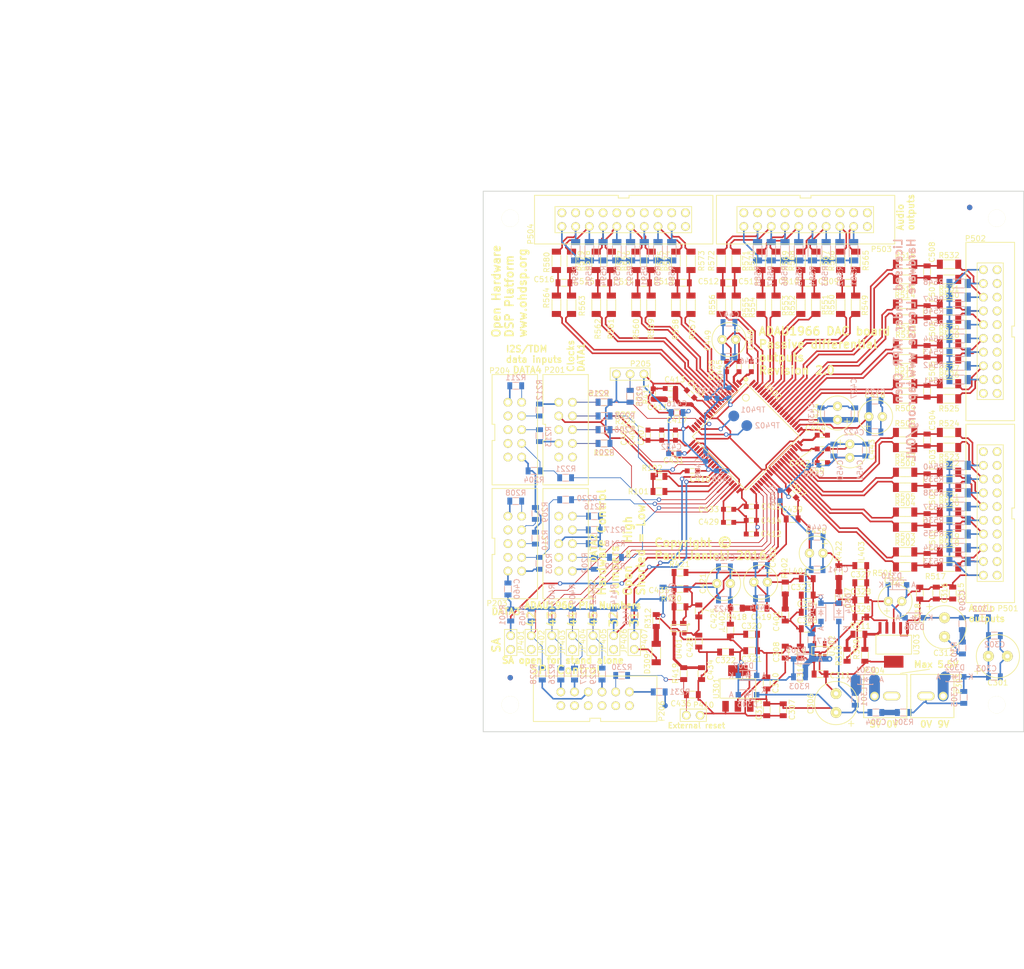
<source format=kicad_pcb>
(kicad_pcb (version 20171130) (host pcbnew "(5.1.12)-1")
  (title_block (title "ADAU1966 DAC with Passive Output Filters") (date 2016-05-25) (rev 2.0) (company "Open Hardware DSP Platform - www.ohdsp.org") (comment 1 "MERCHANTABILITY, SATISFACTORY QUALITY AND FITNESS FOR A PARTICULAR PURPOSE.") (comment 2 "is distributed WITHOUT ANY EXPRESS OR IMPLIED WARRANTY, INCLUDING OF") (comment 3 "Licensed under the TAPR Open Hardware License (www.tapr.org/OHL). This documentation") (comment 4 "Copyright Paul Janicki 2016"))
  (layers (0 F.Cu signal) (1 In1.Cu signal) (2 In2.Cu signal) (31 B.Cu signal) (34 B.Paste user) (35 F.Paste user) (36 B.SilkS user) (37 F.SilkS user) (38 B.Mask user) (39 F.Mask user) (44 Edge.Cuts user))
  (net 0 "")
  (net 1 "Net-(C301-Pad1)")
  (net 2 GNDA)
  (net 3 VPP)
  (net 4 VDD)
  (net 5 "Net-(C401-Pad1)")
  (net 6 "Net-(C501-Pad1)")
  (net 7 /ADAU1966/DVDD)
  (net 8 "Net-(C513-Pad2)")
  (net 9 /ADAU1966/IOVDD)
  (net 10 /ADAU1966/MAN_RST_IN)
  (net 11 /ADAU1966/DAC_RESET)
  (net 12 /ADAU1966/AVDD)
  (net 13 "Net-(D301-Pad1)")
  (net 14 "Net-(D301-Pad2)")
  (net 15 "Net-(P201-Pad8)")
  (net 16 "Net-(P202-Pad2)")
  (net 17 "Net-(P202-Pad4)")
  (net 18 "Net-(P202-Pad6)")
  (net 19 "Net-(P202-Pad8)")
  (net 20 "Net-(P203-Pad8)")
  (net 21 "Net-(P204-Pad8)")
  (net 22 /ADAU1966/SA)
  (net 23 /ADAU1966/DSDATA7)
  (net 24 /ADAU1966/DSDATA8)
  (net 25 /ADAU1966/LF)
  (net 26 /ADAU1966/DACOUT_SDATA5)
  (net 27 /ADAU1966/DACOUT_SDATA6)
  (net 28 /ADAU1966/DACOUT_SDATA2)
  (net 29 /ADAU1966/MCLK)
  (net 30 /ADAU1966/DACOUT_LRCLK)
  (net 31 /ADAU1966/DACOUT_SDATA4)
  (net 32 /ADAU1966/DACOUT_SDATA3)
  (net 33 "Net-(R309-Pad1)")
  (net 34 /ADAU1966/OUT_1P)
  (net 35 /ADAU1966/OUT_2P)
  (net 36 /ADAU1966/OUT_3P)
  (net 37 /ADAU1966/OUT_4P)
  (net 38 /ADAU1966/OUT_5P)
  (net 39 /ADAU1966/OUT_6P)
  (net 40 /ADAU1966/OUT_7P)
  (net 41 /ADAU1966/OUT_8P)
  (net 42 /ADAU1966/OUT_9P)
  (net 43 /ADAU1966/OUT_10P)
  (net 44 /ADAU1966/OUT_11P)
  (net 45 /ADAU1966/OUT_12P)
  (net 46 /ADAU1966/OUT_13P)
  (net 47 /ADAU1966/OUT_14P)
  (net 48 /ADAU1966/OUT_15P)
  (net 49 /ADAU1966/OUT_16P)
  (net 50 "Net-(C511-Pad1)")
  (net 51 "Net-(C511-Pad2)")
  (net 52 /AnaloguePassiveFilters/N1)
  (net 53 /AnaloguePassiveFilters/N2)
  (net 54 /AnaloguePassiveFilters/N3)
  (net 55 /AnaloguePassiveFilters/N4)
  (net 56 /AnaloguePassiveFilters/N5)
  (net 57 /AnaloguePassiveFilters/N6)
  (net 58 /AnaloguePassiveFilters/N7)
  (net 59 /AnaloguePassiveFilters/N8)
  (net 60 /AnaloguePassiveFilters/N9)
  (net 61 /AnaloguePassiveFilters/N10)
  (net 62 /AnaloguePassiveFilters/N11)
  (net 63 /AnaloguePassiveFilters/N12)
  (net 64 /AnaloguePassiveFilters/N13)
  (net 65 /AnaloguePassiveFilters/N14)
  (net 66 /AnaloguePassiveFilters/N15)
  (net 67 /AnaloguePassiveFilters/N16)
  (net 68 "Net-(C411-Pad2)")
  (net 69 "Net-(C418-Pad1)")
  (net 70 "Net-(C434-Pad1)")
  (net 71 "Net-(C501-Pad2)")
  (net 72 "Net-(C502-Pad1)")
  (net 73 "Net-(C502-Pad2)")
  (net 74 "Net-(C503-Pad1)")
  (net 75 "Net-(C503-Pad2)")
  (net 76 "Net-(C504-Pad1)")
  (net 77 "Net-(C504-Pad2)")
  (net 78 "Net-(C505-Pad1)")
  (net 79 "Net-(C505-Pad2)")
  (net 80 "Net-(C506-Pad1)")
  (net 81 "Net-(C506-Pad2)")
  (net 82 "Net-(C507-Pad1)")
  (net 83 "Net-(C507-Pad2)")
  (net 84 "Net-(C508-Pad1)")
  (net 85 "Net-(C508-Pad2)")
  (net 86 "Net-(C510-Pad1)")
  (net 87 "Net-(C510-Pad2)")
  (net 88 "Net-(C512-Pad1)")
  (net 89 "Net-(C512-Pad2)")
  (net 90 "Net-(C514-Pad1)")
  (net 91 "Net-(C514-Pad2)")
  (net 92 "Net-(C516-Pad1)")
  (net 93 "Net-(C516-Pad2)")
  (net 94 "Net-(C509-Pad1)")
  (net 95 "Net-(C509-Pad2)")
  (net 96 "Net-(C513-Pad1)")
  (net 97 "Net-(C515-Pad1)")
  (net 98 "Net-(C515-Pad2)")
  (net 99 "Net-(P501-Pad4)")
  (net 100 "Net-(P501-Pad6)")
  (net 101 "Net-(P501-Pad8)")
  (net 102 "Net-(P501-Pad10)")
  (net 103 "Net-(P501-Pad12)")
  (net 104 "Net-(P501-Pad14)")
  (net 105 "Net-(P501-Pad16)")
  (net 106 "Net-(P501-Pad18)")
  (net 107 "Net-(P502-Pad4)")
  (net 108 "Net-(P502-Pad6)")
  (net 109 "Net-(P502-Pad8)")
  (net 110 "Net-(P502-Pad10)")
  (net 111 "Net-(P502-Pad12)")
  (net 112 "Net-(P502-Pad14)")
  (net 113 "Net-(P502-Pad16)")
  (net 114 "Net-(P502-Pad18)")
  (net 115 "Net-(P503-Pad4)")
  (net 116 "Net-(P503-Pad6)")
  (net 117 "Net-(P503-Pad8)")
  (net 118 "Net-(P503-Pad10)")
  (net 119 "Net-(P503-Pad12)")
  (net 120 "Net-(P503-Pad14)")
  (net 121 "Net-(P503-Pad16)")
  (net 122 "Net-(P503-Pad18)")
  (net 123 "Net-(P504-Pad4)")
  (net 124 "Net-(P504-Pad6)")
  (net 125 "Net-(P504-Pad8)")
  (net 126 "Net-(P504-Pad10)")
  (net 127 "Net-(P504-Pad12)")
  (net 128 "Net-(P504-Pad14)")
  (net 129 "Net-(P504-Pad16)")
  (net 130 "Net-(P504-Pad18)")
  (net 131 VAA)
  (net 132 "Net-(D302-Pad1)")
  (net 133 "Net-(P201-Pad2)")
  (net 134 "Net-(P201-Pad4)")
  (net 135 "Net-(P201-Pad6)")
  (net 136 "Net-(P203-Pad2)")
  (net 137 "Net-(P203-Pad4)")
  (net 138 "Net-(P203-Pad6)")
  (net 139 "Net-(P204-Pad2)")
  (net 140 "Net-(P204-Pad4)")
  (net 141 "Net-(P204-Pad6)")
  (net 142 "Net-(C309-Pad1)")
  (net 143 /Connectors/BCLK)
  (net 144 /ADAU1966/DACOUT_SDATA1)
  (net 145 "Net-(C304-Pad1)")
  (net 146 "Net-(C304-Pad2)")
  (net 147 "Net-(C309-Pad2)")
  (net 148 "Net-(C317-Pad1)")
  (net 149 "Net-(C419-Pad1)")
  (net 150 "Net-(C424-Pad1)")
  (net 151 "Net-(C435-Pad1)")
  (net 152 "Net-(C437-Pad1)")
  (net 153 "Net-(C442-Pad2)")
  (net 154 "Net-(C444-Pad1)")
  (net 155 "Net-(C445-Pad2)")
  (net 156 "Net-(C448-Pad1)")
  (net 157 "Net-(D309-Pad1)")
  (net 158 "Net-(P205-Pad2)")
  (net 159 "Net-(R310-Pad1)")
  (net 160 "Net-(P206-Pad2)")
  (net 161 "Net-(P206-Pad4)")
  (net 162 "Net-(P206-Pad6)")
  (net 163 "Net-(P206-Pad8)")
  (net 164 "Net-(P206-Pad10)")
  (net 165 "Net-(P206-Pad12)")
  (net 166 /ADAU1966/DAC_MISO)
  (net 167 /ADAU1966/DAC_CLK)
  (net 168 /ADAU1966/DAC_MOSI)
  (net 169 /ADAU1966/DAC_CS)
  (net 170 /Connectors/GPIO)
  (net 171 "Net-(TP401-Pad1)")
  (net 172 "Net-(TP402-Pad1)")
  (module MyKiCadLibs-Footprints:SMD-0805 (layer B.Cu) (at 115.922 139.332 270)
    (fp_text reference R228 (at 0 1.651 270) (layer B.SilkS) (effects (justify mirror)))
    (fp_text value 0 hide)
    (pad 1 smd rect (at -1.1 0 270) (size 0.9 1.3) (layers B.Cu B.Paste B.Mask) (net 168 /ADAU1966/DAC_MOSI))
    (pad 2 smd rect (at 1.1 0 270) (size 0.9 1.3) (layers B.Cu B.Paste B.Mask) (net 162 "Net-(P206-Pad6)"))
  )
  (module MyKiCadLibs-Footprints:SMD-0805 (layer B.Cu) (at 115.414 118.842 90)
    (fp_text reference R203 (at -0.043 1.778 90) (layer B.SilkS) (effects (justify mirror)))
    (fp_text value N/F hide)
    (pad 1 smd rect (at -1.1 0 90) (size 0.9 1.3) (layers B.Cu B.Paste B.Mask) (net 2 GNDA))
    (pad 2 smd rect (at 1.1 0 90) (size 0.9 1.3) (layers B.Cu B.Paste B.Mask) (net 20 "Net-(P203-Pad8)"))
  )
  (module MyKiCadLibs-Footprints:SMD-0805 (layer F.Cu) (at 143.692 143.142)
    (fp_text reference C436 (at -2.116 1.651) (layer F.SilkS))
    (fp_text value 100n hide)
    (pad 1 smd rect (at -1.1 0) (size 0.9 1.3) (layers F.Cu F.Paste F.Mask) (net 10 /ADAU1966/MAN_RST_IN))
    (pad 2 smd rect (at 1.1 0) (size 0.9 1.3) (layers F.Cu F.Paste F.Mask) (net 2 GNDA))
  )
  (module MyKiCadLibs-Footprints:SMD-0805 (layer B.Cu) (at 129.13 128.41 90)
    (fp_text reference R414 (at 3.81 0 90) (layer B.SilkS) (effects (justify mirror)))
    (fp_text value 10k hide)
    (pad 1 smd rect (at -1.1 0 90) (size 0.9 1.3) (layers B.Cu B.Paste B.Mask) (net 23 /ADAU1966/DSDATA7))
    (pad 2 smd rect (at 1.1 0 90) (size 0.9 1.3) (layers B.Cu B.Paste B.Mask) (net 3 VPP))
  )
  (module MyKiCadLibs-Footprints:SMD-0805 (layer B.Cu) (at 132.94 128.41 90)
    (fp_text reference R416 (at 0 -1.524 90) (layer B.SilkS) (effects (justify mirror)))
    (fp_text value 10k hide)
    (pad 1 smd rect (at -1.1 0 90) (size 0.9 1.3) (layers B.Cu B.Paste B.Mask) (net 24 /ADAU1966/DSDATA8))
    (pad 2 smd rect (at 1.1 0 90) (size 0.9 1.3) (layers B.Cu B.Paste B.Mask) (net 3 VPP))
  )
  (module MyKiCadLibs-Footprints:SMD-0805 (layer F.Cu) (at 174.85 119.266 180)
    (fp_text reference L403 (at -0.127 2.667 270) (layer F.SilkS))
    (fp_text value 600R@100MHz hide)
    (pad 1 smd rect (at -1.1 0 180) (size 0.9 1.3) (layers F.Cu F.Paste F.Mask) (net 131 VAA))
    (pad 2 smd rect (at 1.1 0 180) (size 0.9 1.3) (layers F.Cu F.Paste F.Mask) (net 12 /ADAU1966/AVDD))
  )
  (module MyKiCadLibs-Footprints:SMD-0805 (layer B.Cu) (at 197.372 128.918 180)
    (fp_text reference L302 (at 0.051 1.651 180) (layer B.SilkS) (effects (justify mirror)))
    (fp_text value 600R@100MHz hide)
    (pad 1 smd rect (at -1.1 0 180) (size 0.9 1.3) (layers B.Cu B.Paste B.Mask) (net 1 "Net-(C301-Pad1)"))
    (pad 2 smd rect (at 1.1 0 180) (size 0.9 1.3) (layers B.Cu B.Paste B.Mask) (net 142 "Net-(C309-Pad1)"))
  )
  (module MyKiCadLibs-Footprints:IC-SOT143 (layer F.Cu) (at 141.256 130.834 180)
    (fp_text reference U401 (at 0.061 -3.799 270) (layer F.SilkS))
    (fp_text value ADM811ZART hide)
    (pad 1 smd rect (at -0.75 0.9 180) (size 1.2 0.9) (layers F.Cu F.Paste F.Mask) (net 2 GNDA))
    (pad 2 smd rect (at 0.95 0.9 180) (size 0.8 0.9) (layers F.Cu F.Paste F.Mask) (net 151 "Net-(C435-Pad1)"))
    (pad 3 smd rect (at 0.95 -0.9 180) (size 0.8 0.9) (layers F.Cu F.Paste F.Mask) (net 70 "Net-(C434-Pad1)"))
    (pad 4 smd rect (at -0.95 -0.9 180) (size 0.8 0.9) (layers F.Cu F.Paste F.Mask) (net 4 VDD))
  )
  (module MyKiCadLibs-Footprints:DIODE-SOD-123 (layer B.Cu) (at 153.895 143.142 180)
    (fp_text reference D303 (at 0 -1.778 180) (layer B.SilkS) (effects (justify mirror)))
    (fp_text value SS14L hide)
    (fp_text user K (at -2.9845 0.8255 180) (layer B.SilkS) (effects (justify mirror)))
    (fp_text user A (at 3 0 180) (layer B.SilkS) (effects (justify mirror)))
    (pad 2 smd rect (at -1.7 0 180) (size 1 1) (layers B.Cu B.Paste B.Mask) (net 145 "Net-(C304-Pad1)"))
    (pad 1 smd rect (at 1.7 0 180) (size 1 1) (layers B.Cu B.Paste B.Mask) (net 3 VPP))
  )
  (module MyKiCadLibs-Footprints:SMD-0805 (layer F.Cu) (at 160.88 135.268 90)
    (fp_text reference C308 (at 0 -1.651 90) (layer F.SilkS))
    (fp_text value 22u hide)
    (pad 1 smd rect (at -1.1 0 90) (size 0.9 1.3) (layers F.Cu F.Paste F.Mask) (net 145 "Net-(C304-Pad1)"))
    (pad 2 smd rect (at 1.1 0 90) (size 0.9 1.3) (layers F.Cu F.Paste F.Mask) (net 2 GNDA))
  )
  (module MyKiCadLibs-Footprints:SMD-0805 (layer F.Cu) (at 119.935 66.942)
    (fp_text reference C516 (at -3.6828 -0.635) (layer F.SilkS))
    (fp_text value 2n7 hide)
    (pad 1 smd rect (at -1.1 0) (size 0.9 1.3) (layers F.Cu F.Paste F.Mask) (net 92 "Net-(C516-Pad1)"))
    (pad 2 smd rect (at 1.1 0) (size 0.9 1.3) (layers F.Cu F.Paste F.Mask) (net 93 "Net-(C516-Pad2)"))
  )
  (module MyKiCadLibs-Footprints:SMD-0805 (layer F.Cu) (at 127.301 66.942)
    (fp_text reference C515 (at -3.632 -0.254 180) (layer F.SilkS))
    (fp_text value 2n7 hide)
    (pad 1 smd rect (at -1.1 0) (size 0.9 1.3) (layers F.Cu F.Paste F.Mask) (net 97 "Net-(C515-Pad1)"))
    (pad 2 smd rect (at 1.1 0) (size 0.9 1.3) (layers F.Cu F.Paste F.Mask) (net 98 "Net-(C515-Pad2)"))
  )
  (module MyKiCadLibs-Footprints:SMD-0805 (layer F.Cu) (at 134.667 66.942)
    (fp_text reference C514 (at -3.6574 -0.1905) (layer F.SilkS))
    (fp_text value 2n7 hide)
    (pad 1 smd rect (at -1.1 0) (size 0.9 1.3) (layers F.Cu F.Paste F.Mask) (net 90 "Net-(C514-Pad1)"))
    (pad 2 smd rect (at 1.1 0) (size 0.9 1.3) (layers F.Cu F.Paste F.Mask) (net 91 "Net-(C514-Pad2)"))
  )
  (module MyKiCadLibs-Footprints:SMD-0805 (layer F.Cu) (at 142.033 66.942)
    (fp_text reference C513 (at -3.632 -0.254) (layer F.SilkS))
    (fp_text value 2n7 hide)
    (pad 1 smd rect (at -1.1 0) (size 0.9 1.3) (layers F.Cu F.Paste F.Mask) (net 96 "Net-(C513-Pad1)"))
    (pad 2 smd rect (at 1.1 0) (size 0.9 1.3) (layers F.Cu F.Paste F.Mask) (net 8 "Net-(C513-Pad2)"))
  )
  (module MyKiCadLibs-Footprints:SMD-0805 (layer F.Cu) (at 150.415 66.942)
    (fp_text reference C512 (at -3.759 -0.254) (layer F.SilkS))
    (fp_text value 2n7 hide)
    (pad 1 smd rect (at -1.1 0) (size 0.9 1.3) (layers F.Cu F.Paste F.Mask) (net 88 "Net-(C512-Pad1)"))
    (pad 2 smd rect (at 1.1 0) (size 0.9 1.3) (layers F.Cu F.Paste F.Mask) (net 89 "Net-(C512-Pad2)"))
  )
  (module MyKiCadLibs-Footprints:SMD-0805 (layer F.Cu) (at 157.781 66.942)
    (fp_text reference C511 (at -3.6574 -0.254) (layer F.SilkS))
    (fp_text value 2n7 hide)
    (pad 1 smd rect (at -1.1 0) (size 0.9 1.3) (layers F.Cu F.Paste F.Mask) (net 50 "Net-(C511-Pad1)"))
    (pad 2 smd rect (at 1.1 0) (size 0.9 1.3) (layers F.Cu F.Paste F.Mask) (net 51 "Net-(C511-Pad2)"))
  )
  (module MyKiCadLibs-Footprints:SMD-0805 (layer F.Cu) (at 165.147 66.942)
    (fp_text reference C510 (at -3.632 -0.254) (layer F.SilkS))
    (fp_text value 2n7 hide)
    (pad 1 smd rect (at -1.1 0) (size 0.9 1.3) (layers F.Cu F.Paste F.Mask) (net 86 "Net-(C510-Pad1)"))
    (pad 2 smd rect (at 1.1 0) (size 0.9 1.3) (layers F.Cu F.Paste F.Mask) (net 87 "Net-(C510-Pad2)"))
  )
  (module MyKiCadLibs-Footprints:SMD-0805 (layer F.Cu) (at 172.513 66.942)
    (fp_text reference C509 (at -3.632 -0.254) (layer F.SilkS))
    (fp_text value 2n7 hide)
    (pad 1 smd rect (at -1.1 0) (size 0.9 1.3) (layers F.Cu F.Paste F.Mask) (net 94 "Net-(C509-Pad1)"))
    (pad 2 smd rect (at 1.1 0) (size 0.9 1.3) (layers F.Cu F.Paste F.Mask) (net 95 "Net-(C509-Pad2)"))
  )
  (module MyKiCadLibs-Footprints:SMD-0805 (layer F.Cu) (at 187.118 64.91 270)
    (fp_text reference C508 (at -3.6576 -0.9146 270) (layer F.SilkS))
    (fp_text value 2n7 hide)
    (pad 1 smd rect (at -1.1 0 270) (size 0.9 1.3) (layers F.Cu F.Paste F.Mask) (net 84 "Net-(C508-Pad1)"))
    (pad 2 smd rect (at 1.1 0 270) (size 0.9 1.3) (layers F.Cu F.Paste F.Mask) (net 85 "Net-(C508-Pad2)"))
  )
  (module MyKiCadLibs-Footprints:SMD-1206 (layer F.Cu) (at 125.904 71.006 90)
    (fp_text reference R562 (at -4.4958 0.305 90) (layer F.SilkS))
    (fp_text value 240 hide)
    (pad 1 smd rect (at -1.7 0 90) (size 1.1 1.7) (layers F.Cu F.Paste F.Mask) (net 66 /AnaloguePassiveFilters/N15))
    (pad 2 smd rect (at 1.7 0 90) (size 1.1 1.7) (layers F.Cu F.Paste F.Mask) (net 97 "Net-(C515-Pad1)"))
  )
  (module MyKiCadLibs-Footprints:SMD-1206 (layer F.Cu) (at 128.698 71.006 90)
    (fp_text reference R561 (at -4.445 -0.076 90) (layer F.SilkS))
    (fp_text value 240 hide)
    (pad 1 smd rect (at -1.7 0 90) (size 1.1 1.7) (layers F.Cu F.Paste F.Mask) (net 48 /ADAU1966/OUT_15P))
    (pad 2 smd rect (at 1.7 0 90) (size 1.1 1.7) (layers F.Cu F.Paste F.Mask) (net 98 "Net-(C515-Pad2)"))
  )
  (module MyKiCadLibs-Footprints:SMD-1206 (layer F.Cu) (at 133.27 71.006 90)
    (fp_text reference R560 (at -4.4958 0.0256 90) (layer F.SilkS))
    (fp_text value 240 hide)
    (pad 1 smd rect (at -1.7 0 90) (size 1.1 1.7) (layers F.Cu F.Paste F.Mask) (net 65 /AnaloguePassiveFilters/N14))
    (pad 2 smd rect (at 1.7 0 90) (size 1.1 1.7) (layers F.Cu F.Paste F.Mask) (net 90 "Net-(C514-Pad1)"))
  )
  (module MyKiCadLibs-Footprints:SMD-1206 (layer F.Cu) (at 136.064 71.006 90)
    (fp_text reference R559 (at -4.4704 0.0002 90) (layer F.SilkS))
    (fp_text value 240 hide)
    (pad 1 smd rect (at -1.7 0 90) (size 1.1 1.7) (layers F.Cu F.Paste F.Mask) (net 47 /ADAU1966/OUT_14P))
    (pad 2 smd rect (at 1.7 0 90) (size 1.1 1.7) (layers F.Cu F.Paste F.Mask) (net 91 "Net-(C514-Pad2)"))
  )
  (module MyKiCadLibs-Footprints:SMD-1206 (layer F.Cu) (at 140.636 71.006 90)
    (fp_text reference R558 (at -4.572 -0.0506 90) (layer F.SilkS))
    (fp_text value 240 hide)
    (pad 1 smd rect (at -1.7 0 90) (size 1.1 1.7) (layers F.Cu F.Paste F.Mask) (net 64 /AnaloguePassiveFilters/N13))
    (pad 2 smd rect (at 1.7 0 90) (size 1.1 1.7) (layers F.Cu F.Paste F.Mask) (net 96 "Net-(C513-Pad1)"))
  )
  (module MyKiCadLibs-Footprints:SMD-1206 (layer F.Cu) (at 143.43 71.006 90)
    (fp_text reference R557 (at -4.572 0.2542 90) (layer F.SilkS))
    (fp_text value 240 hide)
    (pad 1 smd rect (at -1.7 0 90) (size 1.1 1.7) (layers F.Cu F.Paste F.Mask) (net 46 /ADAU1966/OUT_13P))
    (pad 2 smd rect (at 1.7 0 90) (size 1.1 1.7) (layers F.Cu F.Paste F.Mask) (net 8 "Net-(C513-Pad2)"))
  )
  (module MyKiCadLibs-Footprints:SMD-1206 (layer F.Cu) (at 149.018 71.006 90)
    (fp_text reference R556 (at 0 -1.65 90) (layer F.SilkS))
    (fp_text value 240 hide)
    (pad 1 smd rect (at -1.7 0 90) (size 1.1 1.7) (layers F.Cu F.Paste F.Mask) (net 63 /AnaloguePassiveFilters/N12))
    (pad 2 smd rect (at 1.7 0 90) (size 1.1 1.7) (layers F.Cu F.Paste F.Mask) (net 88 "Net-(C512-Pad1)"))
  )
  (module MyKiCadLibs-Footprints:SMD-1206 (layer F.Cu) (at 151.812 71.006 90)
    (fp_text reference R555 (at -0.508 1.7528 90) (layer F.SilkS))
    (fp_text value 240 hide)
    (pad 1 smd rect (at -1.7 0 90) (size 1.1 1.7) (layers F.Cu F.Paste F.Mask) (net 45 /ADAU1966/OUT_12P))
    (pad 2 smd rect (at 1.7 0 90) (size 1.1 1.7) (layers F.Cu F.Paste F.Mask) (net 89 "Net-(C512-Pad2)"))
  )
  (module MyKiCadLibs-Footprints:SMD-1206 (layer F.Cu) (at 156.384 71.006 90)
    (fp_text reference R554 (at -0.508 -1.6254 90) (layer F.SilkS))
    (fp_text value 240 hide)
    (pad 1 smd rect (at -1.7 0 90) (size 1.1 1.7) (layers F.Cu F.Paste F.Mask) (net 62 /AnaloguePassiveFilters/N11))
    (pad 2 smd rect (at 1.7 0 90) (size 1.1 1.7) (layers F.Cu F.Paste F.Mask) (net 50 "Net-(C511-Pad1)"))
  )
  (module MyKiCadLibs-Footprints:SMD-1206 (layer F.Cu) (at 159.178 71.006 90)
    (fp_text reference R553 (at -0.1524 1.7274 90) (layer F.SilkS))
    (fp_text value 240 hide)
    (pad 1 smd rect (at -1.7 0 90) (size 1.1 1.7) (layers F.Cu F.Paste F.Mask) (net 44 /ADAU1966/OUT_11P))
    (pad 2 smd rect (at 1.7 0 90) (size 1.1 1.7) (layers F.Cu F.Paste F.Mask) (net 51 "Net-(C511-Pad2)"))
  )
  (module MyKiCadLibs-Footprints:SMD-1206 (layer F.Cu) (at 163.75 71.006 90)
    (fp_text reference R552 (at -0.1524 -1.6254 90) (layer F.SilkS))
    (fp_text value 240 hide)
    (pad 1 smd rect (at -1.7 0 90) (size 1.1 1.7) (layers F.Cu F.Paste F.Mask) (net 61 /AnaloguePassiveFilters/N10))
    (pad 2 smd rect (at 1.7 0 90) (size 1.1 1.7) (layers F.Cu F.Paste F.Mask) (net 86 "Net-(C510-Pad1)"))
  )
  (module MyKiCadLibs-Footprints:SMD-1206 (layer F.Cu) (at 166.544 71.006 90)
    (fp_text reference R551 (at 0 1.702 90) (layer F.SilkS))
    (fp_text value 240 hide)
    (pad 1 smd rect (at -1.7 0 90) (size 1.1 1.7) (layers F.Cu F.Paste F.Mask) (net 43 /ADAU1966/OUT_10P))
    (pad 2 smd rect (at 1.7 0 90) (size 1.1 1.7) (layers F.Cu F.Paste F.Mask) (net 87 "Net-(C510-Pad2)"))
  )
  (module MyKiCadLibs-Footprints:SMD-1206 (layer F.Cu) (at 171.116 71.006 90)
    (fp_text reference R550 (at 0 -1.65 90) (layer F.SilkS))
    (fp_text value 240 hide)
    (pad 1 smd rect (at -1.7 0 90) (size 1.1 1.7) (layers F.Cu F.Paste F.Mask) (net 60 /AnaloguePassiveFilters/N9))
    (pad 2 smd rect (at 1.7 0 90) (size 1.1 1.7) (layers F.Cu F.Paste F.Mask) (net 94 "Net-(C509-Pad1)"))
  )
  (module MyKiCadLibs-Footprints:SMD-1206 (layer F.Cu) (at 173.91 71.006 90)
    (fp_text reference R549 (at -0.1016 1.7274 90) (layer F.SilkS))
    (fp_text value 240 hide)
    (pad 1 smd rect (at -1.7 0 90) (size 1.1 1.7) (layers F.Cu F.Paste F.Mask) (net 42 /ADAU1966/OUT_9P))
    (pad 2 smd rect (at 1.7 0 90) (size 1.1 1.7) (layers F.Cu F.Paste F.Mask) (net 95 "Net-(C509-Pad2)"))
  )
  (module MyKiCadLibs-Footprints:SMD-1206 (layer B.Cu) (at 192.96 67.069 180)
    (fp_text reference R548 (at 4.648 0.254 180) (layer B.SilkS) (effects (justify mirror)))
    (fp_text value 100k hide)
    (pad 1 smd rect (at -1.7 0 180) (size 1.1 1.7) (layers B.Cu B.Paste B.Mask) (net 114 "Net-(P502-Pad18)"))
    (pad 2 smd rect (at 1.7 0 180) (size 1.1 1.7) (layers B.Cu B.Paste B.Mask) (net 2 GNDA))
  )
  (module MyKiCadLibs-Footprints:SMD-1206 (layer B.Cu) (at 192.96 69.609 180)
    (fp_text reference R547 (at 4.648 -0.381 180) (layer B.SilkS) (effects (justify mirror)))
    (fp_text value 100k hide)
    (pad 1 smd rect (at -1.7 0 180) (size 1.1 1.7) (layers B.Cu B.Paste B.Mask) (net 113 "Net-(P502-Pad16)"))
    (pad 2 smd rect (at 1.7 0 180) (size 1.1 1.7) (layers B.Cu B.Paste B.Mask) (net 2 GNDA))
  )
  (module MyKiCadLibs-Footprints:SMD-1206 (layer B.Cu) (at 192.96 72.149 180)
    (fp_text reference R546 (at 4.648 0 180) (layer B.SilkS) (effects (justify mirror)))
    (fp_text value 100k hide)
    (pad 1 smd rect (at -1.7 0 180) (size 1.1 1.7) (layers B.Cu B.Paste B.Mask) (net 112 "Net-(P502-Pad14)"))
    (pad 2 smd rect (at 1.7 0 180) (size 1.1 1.7) (layers B.Cu B.Paste B.Mask) (net 2 GNDA))
  )
  (module MyKiCadLibs-Footprints:SMD-1206 (layer B.Cu) (at 192.96 74.689 180)
    (fp_text reference R545 (at 4.648 0.254 180) (layer B.SilkS) (effects (justify mirror)))
    (fp_text value 100k hide)
    (pad 1 smd rect (at -1.7 0 180) (size 1.1 1.7) (layers B.Cu B.Paste B.Mask) (net 111 "Net-(P502-Pad12)"))
    (pad 2 smd rect (at 1.7 0 180) (size 1.1 1.7) (layers B.Cu B.Paste B.Mask) (net 2 GNDA))
  )
  (module MyKiCadLibs-Footprints:SMD-1206 (layer B.Cu) (at 192.96 77.229 180)
    (fp_text reference R544 (at 4.648 -0.127 180) (layer B.SilkS) (effects (justify mirror)))
    (fp_text value 100k hide)
    (pad 1 smd rect (at -1.7 0 180) (size 1.1 1.7) (layers B.Cu B.Paste B.Mask) (net 110 "Net-(P502-Pad10)"))
    (pad 2 smd rect (at 1.7 0 180) (size 1.1 1.7) (layers B.Cu B.Paste B.Mask) (net 2 GNDA))
  )
  (module MyKiCadLibs-Footprints:SMD-1206 (layer B.Cu) (at 192.96 79.769 180)
    (fp_text reference R543 (at 4.648 0 180) (layer B.SilkS) (effects (justify mirror)))
    (fp_text value 100k hide)
    (pad 1 smd rect (at -1.7 0 180) (size 1.1 1.7) (layers B.Cu B.Paste B.Mask) (net 109 "Net-(P502-Pad8)"))
    (pad 2 smd rect (at 1.7 0 180) (size 1.1 1.7) (layers B.Cu B.Paste B.Mask) (net 2 GNDA))
  )
  (module MyKiCadLibs-Footprints:SMD-1206 (layer B.Cu) (at 192.96 82.309 180)
    (fp_text reference R542 (at 4.648 0.127 180) (layer B.SilkS) (effects (justify mirror)))
    (fp_text value 100k hide)
    (pad 1 smd rect (at -1.7 0 180) (size 1.1 1.7) (layers B.Cu B.Paste B.Mask) (net 108 "Net-(P502-Pad6)"))
    (pad 2 smd rect (at 1.7 0 180) (size 1.1 1.7) (layers B.Cu B.Paste B.Mask) (net 2 GNDA))
  )
  (module MyKiCadLibs-Footprints:SMD-1206 (layer B.Cu) (at 192.96 84.849 180)
    (fp_text reference R541 (at 4.648 -0.254 180) (layer B.SilkS) (effects (justify mirror)))
    (fp_text value 100k hide)
    (pad 1 smd rect (at -1.7 0 180) (size 1.1 1.7) (layers B.Cu B.Paste B.Mask) (net 107 "Net-(P502-Pad4)"))
    (pad 2 smd rect (at 1.7 0 180) (size 1.1 1.7) (layers B.Cu B.Paste B.Mask) (net 2 GNDA))
  )
  (module MyKiCadLibs-Footprints:SMD-1206 (layer B.Cu) (at 192.96 100.724 180)
    (fp_text reference R540 (at 4.648 -0.254 180) (layer B.SilkS) (effects (justify mirror)))
    (fp_text value 100k hide)
    (pad 1 smd rect (at -1.7 0 180) (size 1.1 1.7) (layers B.Cu B.Paste B.Mask) (net 106 "Net-(P501-Pad18)"))
    (pad 2 smd rect (at 1.7 0 180) (size 1.1 1.7) (layers B.Cu B.Paste B.Mask) (net 2 GNDA))
  )
  (module MyKiCadLibs-Footprints:SMD-1206 (layer B.Cu) (at 192.96 103.264 180)
    (fp_text reference R539 (at 4.648 0 180) (layer B.SilkS) (effects (justify mirror)))
    (fp_text value 100k hide)
    (pad 1 smd rect (at -1.7 0 180) (size 1.1 1.7) (layers B.Cu B.Paste B.Mask) (net 105 "Net-(P501-Pad16)"))
    (pad 2 smd rect (at 1.7 0 180) (size 1.1 1.7) (layers B.Cu B.Paste B.Mask) (net 2 GNDA))
  )
  (module MyKiCadLibs-Footprints:SMD-1206 (layer B.Cu) (at 192.96 105.804 180)
    (fp_text reference R538 (at 4.648 0 180) (layer B.SilkS) (effects (justify mirror)))
    (fp_text value 100k hide)
    (pad 1 smd rect (at -1.7 0 180) (size 1.1 1.7) (layers B.Cu B.Paste B.Mask) (net 104 "Net-(P501-Pad14)"))
    (pad 2 smd rect (at 1.7 0 180) (size 1.1 1.7) (layers B.Cu B.Paste B.Mask) (net 2 GNDA))
  )
  (module MyKiCadLibs-Footprints:SMD-1206 (layer B.Cu) (at 192.96 108.344 180)
    (fp_text reference R537 (at 4.648 -0.127 180) (layer B.SilkS) (effects (justify mirror)))
    (fp_text value 100k hide)
    (pad 1 smd rect (at -1.7 0 180) (size 1.1 1.7) (layers B.Cu B.Paste B.Mask) (net 103 "Net-(P501-Pad12)"))
    (pad 2 smd rect (at 1.7 0 180) (size 1.1 1.7) (layers B.Cu B.Paste B.Mask) (net 2 GNDA))
  )
  (module MyKiCadLibs-Footprints:SMD-1206 (layer B.Cu) (at 192.96 110.884 180)
    (fp_text reference R536 (at 4.648 0 180) (layer B.SilkS) (effects (justify mirror)))
    (fp_text value 100k hide)
    (pad 1 smd rect (at -1.7 0 180) (size 1.1 1.7) (layers B.Cu B.Paste B.Mask) (net 102 "Net-(P501-Pad10)"))
    (pad 2 smd rect (at 1.7 0 180) (size 1.1 1.7) (layers B.Cu B.Paste B.Mask) (net 2 GNDA))
  )
  (module MyKiCadLibs-Footprints:SMD-1206 (layer B.Cu) (at 192.96 113.424 180)
    (fp_text reference R535 (at 4.648 0.127 180) (layer B.SilkS) (effects (justify mirror)))
    (fp_text value 100k hide)
    (pad 1 smd rect (at -1.7 0 180) (size 1.1 1.7) (layers B.Cu B.Paste B.Mask) (net 101 "Net-(P501-Pad8)"))
    (pad 2 smd rect (at 1.7 0 180) (size 1.1 1.7) (layers B.Cu B.Paste B.Mask) (net 2 GNDA))
  )
  (module MyKiCadLibs-Footprints:SMD-1206 (layer F.Cu) (at 191.182 63.513)
    (fp_text reference R532 (at 0 -1.65) (layer F.SilkS))
    (fp_text value 100 hide)
    (pad 1 smd rect (at -1.7 0) (size 1.1 1.7) (layers F.Cu F.Paste F.Mask) (net 84 "Net-(C508-Pad1)"))
    (pad 2 smd rect (at 1.7 0) (size 1.1 1.7) (layers F.Cu F.Paste F.Mask) (net 114 "Net-(P502-Pad18)"))
  )
  (module MyKiCadLibs-Footprints:SMD-1206 (layer F.Cu) (at 191.182 66.307)
    (fp_text reference R531 (at 0.0002 1.7272) (layer F.SilkS))
    (fp_text value 100 hide)
    (pad 1 smd rect (at -1.7 0) (size 1.1 1.7) (layers F.Cu F.Paste F.Mask) (net 85 "Net-(C508-Pad2)"))
    (pad 2 smd rect (at 1.7 0) (size 1.1 1.7) (layers F.Cu F.Paste F.Mask) (net 113 "Net-(P502-Pad16)"))
  )
  (module MyKiCadLibs-Footprints:SMD-1206 (layer F.Cu) (at 191.182 70.879)
    (fp_text reference R530 (at 0 -1.65) (layer F.SilkS))
    (fp_text value 100 hide)
    (pad 1 smd rect (at -1.7 0) (size 1.1 1.7) (layers F.Cu F.Paste F.Mask) (net 82 "Net-(C507-Pad1)"))
    (pad 2 smd rect (at 1.7 0) (size 1.1 1.7) (layers F.Cu F.Paste F.Mask) (net 112 "Net-(P502-Pad14)"))
  )
  (module MyKiCadLibs-Footprints:SMD-1206 (layer F.Cu) (at 191.182 73.673)
    (fp_text reference R529 (at 0 1.7018) (layer F.SilkS))
    (fp_text value 100 hide)
    (pad 1 smd rect (at -1.7 0) (size 1.1 1.7) (layers F.Cu F.Paste F.Mask) (net 83 "Net-(C507-Pad2)"))
    (pad 2 smd rect (at 1.7 0) (size 1.1 1.7) (layers F.Cu F.Paste F.Mask) (net 111 "Net-(P502-Pad12)"))
  )
  (module MyKiCadLibs-Footprints:SMD-1206 (layer F.Cu) (at 191.182 78.245)
    (fp_text reference R528 (at 0 -1.65) (layer F.SilkS))
    (fp_text value 100 hide)
    (pad 1 smd rect (at -1.7 0) (size 1.1 1.7) (layers F.Cu F.Paste F.Mask) (net 80 "Net-(C506-Pad1)"))
    (pad 2 smd rect (at 1.7 0) (size 1.1 1.7) (layers F.Cu F.Paste F.Mask) (net 110 "Net-(P502-Pad10)"))
  )
  (module MyKiCadLibs-Footprints:SMD-1206 (layer F.Cu) (at 191.182 81.039)
    (fp_text reference R527 (at 0.0002 1.7272) (layer F.SilkS))
    (fp_text value 100 hide)
    (pad 1 smd rect (at -1.7 0) (size 1.1 1.7) (layers F.Cu F.Paste F.Mask) (net 81 "Net-(C506-Pad2)"))
    (pad 2 smd rect (at 1.7 0) (size 1.1 1.7) (layers F.Cu F.Paste F.Mask) (net 109 "Net-(P502-Pad8)"))
  )
  (module MyKiCadLibs-Footprints:SMD-1206 (layer F.Cu) (at 191.182 85.611)
    (fp_text reference R526 (at 0 -1.65) (layer F.SilkS))
    (fp_text value 100 hide)
    (pad 1 smd rect (at -1.7 0) (size 1.1 1.7) (layers F.Cu F.Paste F.Mask) (net 78 "Net-(C505-Pad1)"))
    (pad 2 smd rect (at 1.7 0) (size 1.1 1.7) (layers F.Cu F.Paste F.Mask) (net 108 "Net-(P502-Pad6)"))
  )
  (module MyKiCadLibs-Footprints:SMD-1206 (layer F.Cu) (at 191.182 88.405)
    (fp_text reference R525 (at 0.0002 1.8288) (layer F.SilkS))
    (fp_text value 100 hide)
    (pad 1 smd rect (at -1.7 0) (size 1.1 1.7) (layers F.Cu F.Paste F.Mask) (net 79 "Net-(C505-Pad2)"))
    (pad 2 smd rect (at 1.7 0) (size 1.1 1.7) (layers F.Cu F.Paste F.Mask) (net 107 "Net-(P502-Pad4)"))
  )
  (module MyKiCadLibs-Footprints:SMD-1206 (layer F.Cu) (at 191.182 94.628)
    (fp_text reference R524 (at 0 -1.65) (layer F.SilkS))
    (fp_text value 100 hide)
    (pad 1 smd rect (at -1.7 0) (size 1.1 1.7) (layers F.Cu F.Paste F.Mask) (net 76 "Net-(C504-Pad1)"))
    (pad 2 smd rect (at 1.7 0) (size 1.1 1.7) (layers F.Cu F.Paste F.Mask) (net 106 "Net-(P501-Pad18)"))
  )
  (module MyKiCadLibs-Footprints:SMD-1206 (layer F.Cu) (at 191.182 97.422)
    (fp_text reference R523 (at 0.0002 1.7272) (layer F.SilkS))
    (fp_text value 100 hide)
    (pad 1 smd rect (at -1.7 0) (size 1.1 1.7) (layers F.Cu F.Paste F.Mask) (net 77 "Net-(C504-Pad2)"))
    (pad 2 smd rect (at 1.7 0) (size 1.1 1.7) (layers F.Cu F.Paste F.Mask) (net 105 "Net-(P501-Pad16)"))
  )
  (module MyKiCadLibs-Footprints:SMD-1206 (layer F.Cu) (at 191.182 101.994)
    (fp_text reference R522 (at 0 -1.65) (layer F.SilkS))
    (fp_text value 100 hide)
    (pad 1 smd rect (at -1.7 0) (size 1.1 1.7) (layers F.Cu F.Paste F.Mask) (net 74 "Net-(C503-Pad1)"))
    (pad 2 smd rect (at 1.7 0) (size 1.1 1.7) (layers F.Cu F.Paste F.Mask) (net 104 "Net-(P501-Pad14)"))
  )
  (module MyKiCadLibs-Footprints:SMD-1206 (layer F.Cu) (at 191.182 104.788)
    (fp_text reference R521 (at 0 1.7526) (layer F.SilkS))
    (fp_text value 100 hide)
    (pad 1 smd rect (at -1.7 0) (size 1.1 1.7) (layers F.Cu F.Paste F.Mask) (net 75 "Net-(C503-Pad2)"))
    (pad 2 smd rect (at 1.7 0) (size 1.1 1.7) (layers F.Cu F.Paste F.Mask) (net 103 "Net-(P501-Pad12)"))
  )
  (module MyKiCadLibs-Footprints:SMD-1206 (layer F.Cu) (at 191.182 109.36)
    (fp_text reference R520 (at 0 -1.65) (layer F.SilkS))
    (fp_text value 100 hide)
    (pad 1 smd rect (at -1.7 0) (size 1.1 1.7) (layers F.Cu F.Paste F.Mask) (net 72 "Net-(C502-Pad1)"))
    (pad 2 smd rect (at 1.7 0) (size 1.1 1.7) (layers F.Cu F.Paste F.Mask) (net 102 "Net-(P501-Pad10)"))
  )
  (module MyKiCadLibs-Footprints:SMD-1206 (layer F.Cu) (at 191.182 112.154)
    (fp_text reference R519 (at 0.0002 1.7272) (layer F.SilkS))
    (fp_text value 100 hide)
    (pad 1 smd rect (at -1.7 0) (size 1.1 1.7) (layers F.Cu F.Paste F.Mask) (net 73 "Net-(C502-Pad2)"))
    (pad 2 smd rect (at 1.7 0) (size 1.1 1.7) (layers F.Cu F.Paste F.Mask) (net 101 "Net-(P501-Pad8)"))
  )
  (module MyKiCadLibs-Footprints:SMD-1206 (layer F.Cu) (at 183.054 63.513)
    (fp_text reference R516 (at 0 -1.65) (layer F.SilkS))
    (fp_text value 240 hide)
    (pad 1 smd rect (at -1.7 0) (size 1.1 1.7) (layers F.Cu F.Paste F.Mask) (net 59 /AnaloguePassiveFilters/N8))
    (pad 2 smd rect (at 1.7 0) (size 1.1 1.7) (layers F.Cu F.Paste F.Mask) (net 84 "Net-(C508-Pad1)"))
  )
  (module MyKiCadLibs-Footprints:SMD-1206 (layer F.Cu) (at 183.054 66.307)
    (fp_text reference R515 (at 0 1.7272) (layer F.SilkS))
    (fp_text value 240 hide)
    (pad 1 smd rect (at -1.7 0) (size 1.1 1.7) (layers F.Cu F.Paste F.Mask) (net 41 /ADAU1966/OUT_8P))
    (pad 2 smd rect (at 1.7 0) (size 1.1 1.7) (layers F.Cu F.Paste F.Mask) (net 85 "Net-(C508-Pad2)"))
  )
  (module MyKiCadLibs-Footprints:SMD-1206 (layer F.Cu) (at 183.054 70.879)
    (fp_text reference R514 (at -0.0252 -1.6256) (layer F.SilkS))
    (fp_text value 240 hide)
    (pad 1 smd rect (at -1.7 0) (size 1.1 1.7) (layers F.Cu F.Paste F.Mask) (net 58 /AnaloguePassiveFilters/N7))
    (pad 2 smd rect (at 1.7 0) (size 1.1 1.7) (layers F.Cu F.Paste F.Mask) (net 82 "Net-(C507-Pad1)"))
  )
  (module MyKiCadLibs-Footprints:SMD-1206 (layer F.Cu) (at 183.054 73.673)
    (fp_text reference R513 (at 0.1018 1.7272) (layer F.SilkS))
    (fp_text value 240 hide)
    (pad 1 smd rect (at -1.7 0) (size 1.1 1.7) (layers F.Cu F.Paste F.Mask) (net 40 /ADAU1966/OUT_7P))
    (pad 2 smd rect (at 1.7 0) (size 1.1 1.7) (layers F.Cu F.Paste F.Mask) (net 83 "Net-(C507-Pad2)"))
  )
  (module MyKiCadLibs-Footprints:SMD-1206 (layer F.Cu) (at 183.054 78.245)
    (fp_text reference R512 (at 0.1018 -1.651) (layer F.SilkS))
    (fp_text value 240 hide)
    (pad 1 smd rect (at -1.7 0) (size 1.1 1.7) (layers F.Cu F.Paste F.Mask) (net 57 /AnaloguePassiveFilters/N6))
    (pad 2 smd rect (at 1.7 0) (size 1.1 1.7) (layers F.Cu F.Paste F.Mask) (net 80 "Net-(C506-Pad1)"))
  )
  (module MyKiCadLibs-Footprints:SMD-1206 (layer F.Cu) (at 183.054 81.039)
    (fp_text reference R511 (at -0.0506 1.7272) (layer F.SilkS))
    (fp_text value 240 hide)
    (pad 1 smd rect (at -1.7 0) (size 1.1 1.7) (layers F.Cu F.Paste F.Mask) (net 39 /ADAU1966/OUT_6P))
    (pad 2 smd rect (at 1.7 0) (size 1.1 1.7) (layers F.Cu F.Paste F.Mask) (net 81 "Net-(C506-Pad2)"))
  )
  (module MyKiCadLibs-Footprints:SMD-1206 (layer F.Cu) (at 183.054 85.611)
    (fp_text reference R510 (at -0.076 -1.651) (layer F.SilkS))
    (fp_text value 240 hide)
    (pad 1 smd rect (at -1.7 0) (size 1.1 1.7) (layers F.Cu F.Paste F.Mask) (net 56 /AnaloguePassiveFilters/N5))
    (pad 2 smd rect (at 1.7 0) (size 1.1 1.7) (layers F.Cu F.Paste F.Mask) (net 78 "Net-(C505-Pad1)"))
  )
  (module MyKiCadLibs-Footprints:SMD-1206 (layer F.Cu) (at 183.054 88.405)
    (fp_text reference R509 (at 0.051 1.778) (layer F.SilkS))
    (fp_text value 240 hide)
    (pad 1 smd rect (at -1.7 0) (size 1.1 1.7) (layers F.Cu F.Paste F.Mask) (net 38 /ADAU1966/OUT_5P))
    (pad 2 smd rect (at 1.7 0) (size 1.1 1.7) (layers F.Cu F.Paste F.Mask) (net 79 "Net-(C505-Pad2)"))
  )
  (module MyKiCadLibs-Footprints:SMD-1206 (layer F.Cu) (at 183.054 94.628)
    (fp_text reference R508 (at 0 -1.65) (layer F.SilkS))
    (fp_text value 240 hide)
    (pad 1 smd rect (at -1.7 0) (size 1.1 1.7) (layers F.Cu F.Paste F.Mask) (net 55 /AnaloguePassiveFilters/N4))
    (pad 2 smd rect (at 1.7 0) (size 1.1 1.7) (layers F.Cu F.Paste F.Mask) (net 76 "Net-(C504-Pad1)"))
  )
  (module MyKiCadLibs-Footprints:SMD-1206 (layer F.Cu) (at 183.054 97.422)
    (fp_text reference R507 (at 0.0002 1.7272) (layer F.SilkS))
    (fp_text value 240 hide)
    (pad 1 smd rect (at -1.7 0) (size 1.1 1.7) (layers F.Cu F.Paste F.Mask) (net 37 /ADAU1966/OUT_4P))
    (pad 2 smd rect (at 1.7 0) (size 1.1 1.7) (layers F.Cu F.Paste F.Mask) (net 77 "Net-(C504-Pad2)"))
  )
  (module MyKiCadLibs-Footprints:SMD-1206 (layer F.Cu) (at 183.054 101.994)
    (fp_text reference R506 (at 0 -1.65) (layer F.SilkS))
    (fp_text value 240 hide)
    (pad 1 smd rect (at -1.7 0) (size 1.1 1.7) (layers F.Cu F.Paste F.Mask) (net 54 /AnaloguePassiveFilters/N3))
    (pad 2 smd rect (at 1.7 0) (size 1.1 1.7) (layers F.Cu F.Paste F.Mask) (net 74 "Net-(C503-Pad1)"))
  )
  (module MyKiCadLibs-Footprints:SMD-1206 (layer F.Cu) (at 183.054 104.788)
    (fp_text reference R505 (at 0 1.7272) (layer F.SilkS))
    (fp_text value 240 hide)
    (pad 1 smd rect (at -1.7 0) (size 1.1 1.7) (layers F.Cu F.Paste F.Mask) (net 36 /ADAU1966/OUT_3P))
    (pad 2 smd rect (at 1.7 0) (size 1.1 1.7) (layers F.Cu F.Paste F.Mask) (net 75 "Net-(C503-Pad2)"))
  )
  (module MyKiCadLibs-Footprints:SMD-1206 (layer F.Cu) (at 183.054 109.36)
    (fp_text reference R504 (at 0 -1.65) (layer F.SilkS))
    (fp_text value 240 hide)
    (pad 1 smd rect (at -1.7 0) (size 1.1 1.7) (layers F.Cu F.Paste F.Mask) (net 53 /AnaloguePassiveFilters/N2))
    (pad 2 smd rect (at 1.7 0) (size 1.1 1.7) (layers F.Cu F.Paste F.Mask) (net 72 "Net-(C502-Pad1)"))
  )
  (module MyKiCadLibs-Footprints:SMD-1206 (layer F.Cu) (at 183.054 112.154)
    (fp_text reference R503 (at 0 1.7272) (layer F.SilkS))
    (fp_text value 240 hide)
    (pad 1 smd rect (at -1.7 0) (size 1.1 1.7) (layers F.Cu F.Paste F.Mask) (net 35 /ADAU1966/OUT_2P))
    (pad 2 smd rect (at 1.7 0) (size 1.1 1.7) (layers F.Cu F.Paste F.Mask) (net 73 "Net-(C502-Pad2)"))
  )
  (module MyKiCadLibs-Footprints:SMD-0805 (layer F.Cu) (at 187.118 72.276 270)
    (fp_text reference C507 (at -3.6322 -0.94 270) (layer F.SilkS))
    (fp_text value 2n7 hide)
    (pad 1 smd rect (at -1.1 0 270) (size 0.9 1.3) (layers F.Cu F.Paste F.Mask) (net 82 "Net-(C507-Pad1)"))
    (pad 2 smd rect (at 1.1 0 270) (size 0.9 1.3) (layers F.Cu F.Paste F.Mask) (net 83 "Net-(C507-Pad2)"))
  )
  (module MyKiCadLibs-Footprints:SMD-0805 (layer F.Cu) (at 187.118 79.642 270)
    (fp_text reference C506 (at -3.683 -0.9654 270) (layer F.SilkS))
    (fp_text value 2n7 hide)
    (pad 1 smd rect (at -1.1 0 270) (size 0.9 1.3) (layers F.Cu F.Paste F.Mask) (net 80 "Net-(C506-Pad1)"))
    (pad 2 smd rect (at 1.1 0 270) (size 0.9 1.3) (layers F.Cu F.Paste F.Mask) (net 81 "Net-(C506-Pad2)"))
  )
  (module MyKiCadLibs-Footprints:SMD-0805 (layer F.Cu) (at 187.118 87.008 270)
    (fp_text reference C505 (at -3.683 -0.94 270) (layer F.SilkS))
    (fp_text value 2n7 hide)
    (pad 1 smd rect (at -1.1 0 270) (size 0.9 1.3) (layers F.Cu F.Paste F.Mask) (net 78 "Net-(C505-Pad1)"))
    (pad 2 smd rect (at 1.1 0 270) (size 0.9 1.3) (layers F.Cu F.Paste F.Mask) (net 79 "Net-(C505-Pad2)"))
  )
  (module MyKiCadLibs-Footprints:SMD-0805 (layer F.Cu) (at 187.118 96.025 270)
    (fp_text reference C504 (at -3.6576 -0.9654 270) (layer F.SilkS))
    (fp_text value 2n7 hide)
    (pad 1 smd rect (at -1.1 0 270) (size 0.9 1.3) (layers F.Cu F.Paste F.Mask) (net 76 "Net-(C504-Pad1)"))
    (pad 2 smd rect (at 1.1 0 270) (size 0.9 1.3) (layers F.Cu F.Paste F.Mask) (net 77 "Net-(C504-Pad2)"))
  )
  (module MyKiCadLibs-Footprints:SMD-0805 (layer F.Cu) (at 187.118 103.391 270)
    (fp_text reference C503 (at -3.7084 -0.9908 270) (layer F.SilkS))
    (fp_text value 2n7 hide)
    (pad 1 smd rect (at -1.1 0 270) (size 0.9 1.3) (layers F.Cu F.Paste F.Mask) (net 74 "Net-(C503-Pad1)"))
    (pad 2 smd rect (at 1.1 0 270) (size 0.9 1.3) (layers F.Cu F.Paste F.Mask) (net 75 "Net-(C503-Pad2)"))
  )
  (module MyKiCadLibs-Footprints:SMD-0805 (layer F.Cu) (at 187.118 110.757 270)
    (fp_text reference C502 (at -3.6576 -0.9654 270) (layer F.SilkS))
    (fp_text value 2n7 hide)
    (pad 1 smd rect (at -1.1 0 270) (size 0.9 1.3) (layers F.Cu F.Paste F.Mask) (net 72 "Net-(C502-Pad1)"))
    (pad 2 smd rect (at 1.1 0 270) (size 0.9 1.3) (layers F.Cu F.Paste F.Mask) (net 73 "Net-(C502-Pad2)"))
  )
  (module MyKiCadLibs-Footprints:SMD-0603 (layer F.Cu) (at 136.445 87.516 90)
    (fp_text reference R411 (at 0 -1.346 90) (layer F.SilkS))
    (fp_text value 562 hide)
    (pad 1 smd rect (at -0.95 0 90) (size 0.9 0.9) (layers F.Cu F.Paste F.Mask) (net 68 "Net-(C411-Pad2)"))
    (pad 2 smd rect (at 0.95 0 90) (size 0.9 0.9) (layers F.Cu F.Paste F.Mask) (net 2 GNDA))
  )
  (module MyKiCadLibs-Footprints:SMD-0603 (layer F.Cu) (at 150.4 108.852)
    (fp_text reference C433 (at -3.6955 0) (layer F.SilkS))
    (fp_text value 100n hide)
    (pad 1 smd rect (at -0.95 0) (size 0.9 0.9) (layers F.Cu F.Paste F.Mask) (net 9 /ADAU1966/IOVDD))
    (pad 2 smd rect (at 0.95 0) (size 0.9 0.9) (layers F.Cu F.Paste F.Mask) (net 2 GNDA))
  )
  (module MyKiCadLibs-Footprints:SMD-0603 (layer F.Cu) (at 167.738 100.216)
    (fp_text reference C459 (at -1.524 1.508542) (layer F.SilkS))
    (fp_text value 100n hide)
    (pad 1 smd rect (at -0.95 0) (size 0.9 0.9) (layers F.Cu F.Paste F.Mask) (net 12 /ADAU1966/AVDD))
    (pad 2 smd rect (at 0.95 0) (size 0.9 0.9) (layers F.Cu F.Paste F.Mask) (net 2 GNDA))
  )
  (module MyKiCadLibs-Footprints:SMD-0603 (layer B.Cu) (at 166.148 100.724)
    (fp_text reference C458 (at 0.054023 1.598344) (layer B.SilkS) (effects (justify mirror)))
    (fp_text value 1u hide)
    (pad 1 smd rect (at -0.95 0) (size 0.9 0.9) (layers B.Cu B.Paste B.Mask) (net 12 /ADAU1966/AVDD))
    (pad 2 smd rect (at 0.95 0) (size 0.9 0.9) (layers B.Cu B.Paste B.Mask) (net 2 GNDA))
  )
  (module MyKiCadLibs-Footprints:SMD-0603 (layer F.Cu) (at 162.201 105.982 315)
    (fp_text reference C457 (at -0.026799 -1.392081 315) (layer F.SilkS))
    (fp_text value 100n hide)
    (pad 1 smd rect (at -0.95 0 315) (size 0.9 0.9) (layers F.Cu F.Paste F.Mask) (net 12 /ADAU1966/AVDD))
    (pad 2 smd rect (at 0.95 0 315) (size 0.9 0.9) (layers F.Cu F.Paste F.Mask) (net 2 GNDA))
  )
  (module MyKiCadLibs-Footprints:SMD-0603 (layer B.Cu) (at 159.928 106.31 270)
    (fp_text reference C456 (at 0.0025 1.3335 270) (layer B.SilkS) (effects (justify mirror)))
    (fp_text value 1u hide)
    (pad 1 smd rect (at -0.95 0 270) (size 0.9 0.9) (layers B.Cu B.Paste B.Mask) (net 12 /ADAU1966/AVDD))
    (pad 2 smd rect (at 0.95 0 270) (size 0.9 0.9) (layers B.Cu B.Paste B.Mask) (net 2 GNDA))
  )
  (module MyKiCadLibs-Footprints:SMD-0603 (layer F.Cu) (at 150.034 82.436 90)
    (fp_text reference C455 (at -0.635 -2.743 90) (layer F.SilkS))
    (fp_text value 100n hide)
    (pad 1 smd rect (at -0.95 0 90) (size 0.9 0.9) (layers F.Cu F.Paste F.Mask) (net 12 /ADAU1966/AVDD))
    (pad 2 smd rect (at 0.95 0 90) (size 0.9 0.9) (layers F.Cu F.Paste F.Mask) (net 2 GNDA))
  )
  (module MyKiCadLibs-Footprints:SMD-0603 (layer B.Cu) (at 150.466 87.323 270)
    (fp_text reference C454 (at -1.712 1.524 270) (layer B.SilkS) (effects (justify mirror)))
    (fp_text value 1u hide)
    (pad 1 smd rect (at -0.95 0 270) (size 0.9 0.9) (layers B.Cu B.Paste B.Mask) (net 12 /ADAU1966/AVDD))
    (pad 2 smd rect (at 0.95 0 270) (size 0.9 0.9) (layers B.Cu B.Paste B.Mask) (net 2 GNDA))
  )
  (module MyKiCadLibs-Footprints:SMD-0603 (layer F.Cu) (at 143.354 87.516 135)
    (fp_text reference C453 (at 0 1.436841 135) (layer F.SilkS))
    (fp_text value 100n hide)
    (pad 1 smd rect (at -0.95 0 135) (size 0.9 0.9) (layers F.Cu F.Paste F.Mask) (net 12 /ADAU1966/AVDD))
    (pad 2 smd rect (at 0.95 0 135) (size 0.9 0.9) (layers F.Cu F.Paste F.Mask) (net 2 GNDA))
  )
  (module MyKiCadLibs-Footprints:SMD-0603 (layer B.Cu) (at 147.291 88.278)
    (fp_text reference C452 (at -1.016 -1.397) (layer B.SilkS) (effects (justify mirror)))
    (fp_text value 1u hide)
    (pad 1 smd rect (at -0.95 0) (size 0.9 0.9) (layers B.Cu B.Paste B.Mask) (net 12 /ADAU1966/AVDD))
    (pad 2 smd rect (at 0.95 0) (size 0.9 0.9) (layers B.Cu B.Paste B.Mask) (net 2 GNDA))
  )
  (module MyKiCadLibs-Footprints:SMD-0603 (layer F.Cu) (at 154.606 82.436 90)
    (fp_text reference C448 (at 4.953 -0.076 90) (layer F.SilkS))
    (fp_text value 470n hide)
    (pad 1 smd rect (at -0.95 0 90) (size 0.9 0.9) (layers F.Cu F.Paste F.Mask) (net 156 "Net-(C448-Pad1)"))
    (pad 2 smd rect (at 0.95 0 90) (size 0.9 0.9) (layers F.Cu F.Paste F.Mask) (net 2 GNDA))
  )
  (module MyKiCadLibs-Footprints:SMD-0603 (layer F.Cu) (at 152.32 82.436 270)
    (fp_text reference C445 (at 0.635 3.632 270) (layer F.SilkS))
    (fp_text value 470n hide)
    (pad 1 smd rect (at -0.95 0 270) (size 0.9 0.9) (layers F.Cu F.Paste F.Mask) (net 12 /ADAU1966/AVDD))
    (pad 2 smd rect (at 0.95 0 270) (size 0.9 0.9) (layers F.Cu F.Paste F.Mask) (net 155 "Net-(C445-Pad2)"))
  )
  (module MyKiCadLibs-Footprints:SMD-0603 (layer F.Cu) (at 167.738 95.136)
    (fp_text reference C444 (at -1.27 -1.27) (layer F.SilkS))
    (fp_text value 470n hide)
    (pad 1 smd rect (at -0.95 0) (size 0.9 0.9) (layers F.Cu F.Paste F.Mask) (net 154 "Net-(C444-Pad1)"))
    (pad 2 smd rect (at 0.95 0) (size 0.9 0.9) (layers F.Cu F.Paste F.Mask) (net 2 GNDA))
  )
  (module MyKiCadLibs-Footprints:SMD-0603 (layer F.Cu) (at 167.738 97.676 180)
    (fp_text reference C442 (at 4.191 -2.667) (layer F.SilkS))
    (fp_text value 470n hide)
    (pad 1 smd rect (at -0.95 0 180) (size 0.9 0.9) (layers F.Cu F.Paste F.Mask) (net 12 /ADAU1966/AVDD))
    (pad 2 smd rect (at 0.95 0 180) (size 0.9 0.9) (layers F.Cu F.Paste F.Mask) (net 153 "Net-(C442-Pad2)"))
  )
  (module MyKiCadLibs-Footprints:SMD-0603 (layer B.Cu) (at 140.255 98.565 180)
    (fp_text reference C432 (at 0.457 1.27 180) (layer B.SilkS) (effects (justify mirror)))
    (fp_text value 1u hide)
    (pad 1 smd rect (at -0.95 0 180) (size 0.9 0.9) (layers B.Cu B.Paste B.Mask) (net 9 /ADAU1966/IOVDD))
    (pad 2 smd rect (at 0.95 0 180) (size 0.9 0.9) (layers B.Cu B.Paste B.Mask) (net 2 GNDA))
  )
  (module MyKiCadLibs-Footprints:SMD-0603 (layer F.Cu) (at 140.255 98.438 180)
    (fp_text reference C431 (at 0.0252 -1.397 180) (layer F.SilkS))
    (fp_text value 100n hide)
    (pad 1 smd rect (at -0.95 0 180) (size 0.9 0.9) (layers F.Cu F.Paste F.Mask) (net 9 /ADAU1966/IOVDD))
    (pad 2 smd rect (at 0.95 0 180) (size 0.9 0.9) (layers F.Cu F.Paste F.Mask) (net 2 GNDA))
  )
  (module MyKiCadLibs-Footprints:SMD-0603 (layer F.Cu) (at 150.4 111.265)
    (fp_text reference C429 (at -3.6955 -0.0762) (layer F.SilkS))
    (fp_text value 1u hide)
    (pad 1 smd rect (at -0.95 0) (size 0.9 0.9) (layers F.Cu F.Paste F.Mask) (net 9 /ADAU1966/IOVDD))
    (pad 2 smd rect (at 0.95 0) (size 0.9 0.9) (layers F.Cu F.Paste F.Mask) (net 2 GNDA))
  )
  (module MyKiCadLibs-Footprints:SMD-0603 (layer F.Cu) (at 140.814 90.9704 180)
    (fp_text reference C417 (at -0.0002 -1.397 180) (layer F.SilkS))
    (fp_text value 100n hide)
    (pad 1 smd rect (at -0.95 0 180) (size 0.9 0.9) (layers F.Cu F.Paste F.Mask) (net 7 /ADAU1966/DVDD))
    (pad 2 smd rect (at 0.95 0 180) (size 0.9 0.9) (layers F.Cu F.Paste F.Mask) (net 2 GNDA))
  )
  (module MyKiCadLibs-Footprints:SMD-0603 (layer F.Cu) (at 154.606 108.344 180)
    (fp_text reference C415 (at -3.734 0 180) (layer F.SilkS))
    (fp_text value 10n hide)
    (pad 1 smd rect (at -0.95 0 180) (size 0.9 0.9) (layers F.Cu F.Paste F.Mask) (net 7 /ADAU1966/DVDD))
    (pad 2 smd rect (at 0.95 0 180) (size 0.9 0.9) (layers F.Cu F.Paste F.Mask) (net 2 GNDA))
  )
  (module MyKiCadLibs-Footprints:SMD-0603 (layer F.Cu) (at 154.606 110.884 180)
    (fp_text reference C414 (at -3.6705 -0.0635 180) (layer F.SilkS))
    (fp_text value 100n hide)
    (pad 1 smd rect (at -0.95 0 180) (size 0.9 0.9) (layers F.Cu F.Paste F.Mask) (net 7 /ADAU1966/DVDD))
    (pad 2 smd rect (at 0.95 0 180) (size 0.9 0.9) (layers F.Cu F.Paste F.Mask) (net 2 GNDA))
  )
  (module MyKiCadLibs-Footprints:SMD-0603 (layer F.Cu) (at 139.62 86.5 180)
    (fp_text reference C413 (at -0.813 1.651 180) (layer F.SilkS))
    (fp_text value 390p hide)
    (pad 1 smd rect (at -0.95 0 180) (size 0.9 0.9) (layers F.Cu F.Paste F.Mask) (net 25 /ADAU1966/LF))
    (pad 2 smd rect (at 0.95 0 180) (size 0.9 0.9) (layers F.Cu F.Paste F.Mask) (net 2 GNDA))
  )
  (module MyKiCadLibs-Footprints:SMD-0603 (layer F.Cu) (at 154.606 113.424 180)
    (fp_text reference C412 (at -3.6705 0 180) (layer F.SilkS))
    (fp_text value 1u hide)
    (pad 1 smd rect (at -0.95 0 180) (size 0.9 0.9) (layers F.Cu F.Paste F.Mask) (net 7 /ADAU1966/DVDD))
    (pad 2 smd rect (at 0.95 0 180) (size 0.9 0.9) (layers F.Cu F.Paste F.Mask) (net 2 GNDA))
  )
  (module MyKiCadLibs-Footprints:SMD-0603 (layer F.Cu) (at 139.62 88.532 180)
    (fp_text reference C411 (at 2.362 -1.397 180) (layer F.SilkS))
    (fp_text value 5n6 hide)
    (pad 1 smd rect (at -0.95 0 180) (size 0.9 0.9) (layers F.Cu F.Paste F.Mask) (net 25 /ADAU1966/LF))
    (pad 2 smd rect (at 0.95 0 180) (size 0.9 0.9) (layers F.Cu F.Paste F.Mask) (net 68 "Net-(C411-Pad2)"))
  )
  (module MyKiCadLibs-Footprints:SMD-0603 (layer F.Cu) (at 143.684 101.74 180)
    (fp_text reference C410 (at -1.448 -1.524 180) (layer F.SilkS))
    (fp_text value 10n hide)
    (pad 1 smd rect (at -0.95 0 180) (size 0.9 0.9) (layers F.Cu F.Paste F.Mask) (net 7 /ADAU1966/DVDD))
    (pad 2 smd rect (at 0.95 0 180) (size 0.9 0.9) (layers F.Cu F.Paste F.Mask) (net 2 GNDA))
  )
  (module MyKiCadLibs-Footprints:SMD-0603 (layer B.Cu) (at 146.148 99.012 90)
    (fp_text reference C409 (at -2.22 -1.397 90) (layer B.SilkS) (effects (justify mirror)))
    (fp_text value 100n hide)
    (pad 1 smd rect (at -0.95 0 90) (size 0.9 0.9) (layers B.Cu B.Paste B.Mask) (net 7 /ADAU1966/DVDD))
    (pad 2 smd rect (at 0.95 0 90) (size 0.9 0.9) (layers B.Cu B.Paste B.Mask) (net 2 GNDA))
  )
  (module MyKiCadLibs-Footprints:SMD-0805 (layer B.Cu) (at 166.761 120.009 180)
    (fp_text reference C441 (at -3.897687 0.044297 180) (layer B.SilkS) (effects (justify mirror)))
    (fp_text value 100n hide)
    (pad 1 smd rect (at -1.1 0 180) (size 0.9 1.3) (layers B.Cu B.Paste B.Mask) (net 12 /ADAU1966/AVDD))
    (pad 2 smd rect (at 1.1 0 180) (size 0.9 1.3) (layers B.Cu B.Paste B.Mask) (net 2 GNDA))
  )
  (module MyKiCadLibs-Footprints:SMD-0603 (layer B.Cu) (at 149.13 101.74)
    (fp_text reference C408 (at 0.066 1.524) (layer B.SilkS) (effects (justify mirror)))
    (fp_text value 1u hide)
    (pad 1 smd rect (at -0.95 0) (size 0.9 0.9) (layers B.Cu B.Paste B.Mask) (net 7 /ADAU1966/DVDD))
    (pad 2 smd rect (at 0.95 0) (size 0.9 0.9) (layers B.Cu B.Paste B.Mask) (net 2 GNDA))
  )
  (module MyKiCadLibs-Footprints:SMD-0603 (layer F.Cu) (at 140.56 95.136 270)
    (fp_text reference C407 (at 0 6.3498 270) (layer F.SilkS))
    (fp_text value 10n hide)
    (pad 1 smd rect (at -0.95 0 270) (size 0.9 0.9) (layers F.Cu F.Paste F.Mask) (net 7 /ADAU1966/DVDD))
    (pad 2 smd rect (at 0.95 0 270) (size 0.9 0.9) (layers F.Cu F.Paste F.Mask) (net 2 GNDA))
  )
  (module MyKiCadLibs-Footprints:SMD-0603 (layer F.Cu) (at 138.02 95.136 270)
    (fp_text reference C406 (at 0 5.461 270) (layer F.SilkS))
    (fp_text value 100n hide)
    (pad 1 smd rect (at -0.95 0 270) (size 0.9 0.9) (layers F.Cu F.Paste F.Mask) (net 7 /ADAU1966/DVDD))
    (pad 2 smd rect (at 0.95 0 270) (size 0.9 0.9) (layers F.Cu F.Paste F.Mask) (net 2 GNDA))
  )
  (module MyKiCadLibs-Footprints:SMD-0603 (layer F.Cu) (at 135.48 95.136 270)
    (fp_text reference C405 (at 0 4.445 270) (layer F.SilkS))
    (fp_text value 1u hide)
    (pad 1 smd rect (at -0.95 0 270) (size 0.9 0.9) (layers F.Cu F.Paste F.Mask) (net 7 /ADAU1966/DVDD))
    (pad 2 smd rect (at 0.95 0 270) (size 0.9 0.9) (layers F.Cu F.Paste F.Mask) (net 2 GNDA))
  )
  (module MyKiCadLibs-Footprints:IC-SOT223-6 (layer F.Cu) (at 180.946 133.897 180)
    (fp_text reference U303 (at -4.2164 0.0256 270) (layer F.SilkS))
    (fp_text value TPS7A4501 hide)
    (pad 3 smd rect (at 0 -3.1496 180) (size 3.6 2.2) (layers F.Cu F.Paste F.Mask) (net 2 GNDA))
    (pad 3 smd rect (at 0 3.1115 180) (size 0.55 2.15) (layers F.Cu F.Paste F.Mask) (net 2 GNDA))
    (pad 5 smd rect (at 2.54 3.1115 180) (size 0.55 2.15) (layers F.Cu F.Paste F.Mask) (net 33 "Net-(R309-Pad1)"))
    (pad 1 smd rect (at -2.54 3.1115 180) (size 0.55 2.15) (layers F.Cu F.Paste F.Mask) (net 142 "Net-(C309-Pad1)"))
    (pad 2 smd rect (at -1.27 3.1115 180) (size 0.55 2.15) (layers F.Cu F.Paste F.Mask) (net 142 "Net-(C309-Pad1)"))
    (pad 4 smd rect (at 1.27 3.1115 180) (size 0.55 2.15) (layers F.Cu F.Paste F.Mask) (net 131 VAA))
  )
  (module MyKiCadLibs-Footprints:SMD-1206 (layer B.Cu) (at 122.094 61.1 270)
    (fp_text reference R596 (at 4.572 0.076 270) (layer B.SilkS) (effects (justify mirror)))
    (fp_text value 100k hide)
    (pad 1 smd rect (at -1.7 0 270) (size 1.1 1.7) (layers B.Cu B.Paste B.Mask) (net 130 "Net-(P504-Pad18)"))
    (pad 2 smd rect (at 1.7 0 270) (size 1.1 1.7) (layers B.Cu B.Paste B.Mask) (net 2 GNDA))
  )
  (module MyKiCadLibs-Footprints:SMD-1206 (layer B.Cu) (at 124.634 61.1 270)
    (fp_text reference R595 (at 4.572 0.076 270) (layer B.SilkS) (effects (justify mirror)))
    (fp_text value 100k hide)
    (pad 1 smd rect (at -1.7 0 270) (size 1.1 1.7) (layers B.Cu B.Paste B.Mask) (net 129 "Net-(P504-Pad16)"))
    (pad 2 smd rect (at 1.7 0 270) (size 1.1 1.7) (layers B.Cu B.Paste B.Mask) (net 2 GNDA))
  )
  (module MyKiCadLibs-Footprints:SMD-1206 (layer B.Cu) (at 127.174 61.1 270)
    (fp_text reference R594 (at 4.572 -0.051 270) (layer B.SilkS) (effects (justify mirror)))
    (fp_text value 100k hide)
    (pad 1 smd rect (at -1.7 0 270) (size 1.1 1.7) (layers B.Cu B.Paste B.Mask) (net 128 "Net-(P504-Pad14)"))
    (pad 2 smd rect (at 1.7 0 270) (size 1.1 1.7) (layers B.Cu B.Paste B.Mask) (net 2 GNDA))
  )
  (module MyKiCadLibs-Footprints:SMD-1206 (layer B.Cu) (at 129.714 61.1 270)
    (fp_text reference R593 (at 4.572 -0.051 270) (layer B.SilkS) (effects (justify mirror)))
    (fp_text value 100k hide)
    (pad 1 smd rect (at -1.7 0 270) (size 1.1 1.7) (layers B.Cu B.Paste B.Mask) (net 127 "Net-(P504-Pad12)"))
    (pad 2 smd rect (at 1.7 0 270) (size 1.1 1.7) (layers B.Cu B.Paste B.Mask) (net 2 GNDA))
  )
  (module MyKiCadLibs-Footprints:SMD-1206 (layer B.Cu) (at 132.254 61.1 270)
    (fp_text reference R592 (at 4.572 0.076 270) (layer B.SilkS) (effects (justify mirror)))
    (fp_text value 100k hide)
    (pad 1 smd rect (at -1.7 0 270) (size 1.1 1.7) (layers B.Cu B.Paste B.Mask) (net 126 "Net-(P504-Pad10)"))
    (pad 2 smd rect (at 1.7 0 270) (size 1.1 1.7) (layers B.Cu B.Paste B.Mask) (net 2 GNDA))
  )
  (module MyKiCadLibs-Footprints:SMD-1206 (layer B.Cu) (at 134.794 61.1 270)
    (fp_text reference R591 (at 4.572 -0.051 270) (layer B.SilkS) (effects (justify mirror)))
    (fp_text value 100k hide)
    (pad 1 smd rect (at -1.7 0 270) (size 1.1 1.7) (layers B.Cu B.Paste B.Mask) (net 125 "Net-(P504-Pad8)"))
    (pad 2 smd rect (at 1.7 0 270) (size 1.1 1.7) (layers B.Cu B.Paste B.Mask) (net 2 GNDA))
  )
  (module MyKiCadLibs-Footprints:SMD-1206 (layer B.Cu) (at 137.334 61.1 270)
    (fp_text reference R590 (at 4.572 0.076 270) (layer B.SilkS) (effects (justify mirror)))
    (fp_text value 100k hide)
    (pad 1 smd rect (at -1.7 0 270) (size 1.1 1.7) (layers B.Cu B.Paste B.Mask) (net 124 "Net-(P504-Pad6)"))
    (pad 2 smd rect (at 1.7 0 270) (size 1.1 1.7) (layers B.Cu B.Paste B.Mask) (net 2 GNDA))
  )
  (module MyKiCadLibs-Footprints:SMD-1206 (layer B.Cu) (at 139.874 61.1 270)
    (fp_text reference R589 (at 4.572 -0.051 270) (layer B.SilkS) (effects (justify mirror)))
    (fp_text value 100k hide)
    (pad 1 smd rect (at -1.7 0 270) (size 1.1 1.7) (layers B.Cu B.Paste B.Mask) (net 123 "Net-(P504-Pad4)"))
    (pad 2 smd rect (at 1.7 0 270) (size 1.1 1.7) (layers B.Cu B.Paste B.Mask) (net 2 GNDA))
  )
  (module MyKiCadLibs-Footprints:SMD-1206 (layer B.Cu) (at 155.749 61.1 270)
    (fp_text reference R588 (at 4.572 -0.051 270) (layer B.SilkS) (effects (justify mirror)))
    (fp_text value 100k hide)
    (pad 1 smd rect (at -1.7 0 270) (size 1.1 1.7) (layers B.Cu B.Paste B.Mask) (net 122 "Net-(P503-Pad18)"))
    (pad 2 smd rect (at 1.7 0 270) (size 1.1 1.7) (layers B.Cu B.Paste B.Mask) (net 2 GNDA))
  )
  (module MyKiCadLibs-Footprints:SMD-1206 (layer B.Cu) (at 158.289 61.1 270)
    (fp_text reference R587 (at 4.572 0.076 270) (layer B.SilkS) (effects (justify mirror)))
    (fp_text value 100k hide)
    (pad 1 smd rect (at -1.7 0 270) (size 1.1 1.7) (layers B.Cu B.Paste B.Mask) (net 121 "Net-(P503-Pad16)"))
    (pad 2 smd rect (at 1.7 0 270) (size 1.1 1.7) (layers B.Cu B.Paste B.Mask) (net 2 GNDA))
  )
  (module MyKiCadLibs-Footprints:SMD-1206 (layer B.Cu) (at 160.829 61.1 270)
    (fp_text reference R586 (at 4.572 0.076 270) (layer B.SilkS) (effects (justify mirror)))
    (fp_text value 100k hide)
    (pad 1 smd rect (at -1.7 0 270) (size 1.1 1.7) (layers B.Cu B.Paste B.Mask) (net 120 "Net-(P503-Pad14)"))
    (pad 2 smd rect (at 1.7 0 270) (size 1.1 1.7) (layers B.Cu B.Paste B.Mask) (net 2 GNDA))
  )
  (module MyKiCadLibs-Footprints:SMD-1206 (layer B.Cu) (at 163.369 61.1 270)
    (fp_text reference R585 (at 4.572 -0.051 270) (layer B.SilkS) (effects (justify mirror)))
    (fp_text value 100k hide)
    (pad 1 smd rect (at -1.7 0 270) (size 1.1 1.7) (layers B.Cu B.Paste B.Mask) (net 119 "Net-(P503-Pad12)"))
    (pad 2 smd rect (at 1.7 0 270) (size 1.1 1.7) (layers B.Cu B.Paste B.Mask) (net 2 GNDA))
  )
  (module MyKiCadLibs-Footprints:SMD-1206 (layer B.Cu) (at 165.909 61.1 270)
    (fp_text reference R584 (at 4.572 -0.051 270) (layer B.SilkS) (effects (justify mirror)))
    (fp_text value 100k hide)
    (pad 1 smd rect (at -1.7 0 270) (size 1.1 1.7) (layers B.Cu B.Paste B.Mask) (net 118 "Net-(P503-Pad10)"))
    (pad 2 smd rect (at 1.7 0 270) (size 1.1 1.7) (layers B.Cu B.Paste B.Mask) (net 2 GNDA))
  )
  (module MyKiCadLibs-Footprints:SMD-1206 (layer B.Cu) (at 168.449 61.1 270)
    (fp_text reference R583 (at 4.572 0.203 270) (layer B.SilkS) (effects (justify mirror)))
    (fp_text value 100k hide)
    (pad 1 smd rect (at -1.7 0 270) (size 1.1 1.7) (layers B.Cu B.Paste B.Mask) (net 117 "Net-(P503-Pad8)"))
    (pad 2 smd rect (at 1.7 0 270) (size 1.1 1.7) (layers B.Cu B.Paste B.Mask) (net 2 GNDA))
  )
  (module MyKiCadLibs-Footprints:SMD-1206 (layer B.Cu) (at 170.989 61.1 270)
    (fp_text reference R582 (at 4.572 -0.051 270) (layer B.SilkS) (effects (justify mirror)))
    (fp_text value 100k hide)
    (pad 1 smd rect (at -1.7 0 270) (size 1.1 1.7) (layers B.Cu B.Paste B.Mask) (net 116 "Net-(P503-Pad6)"))
    (pad 2 smd rect (at 1.7 0 270) (size 1.1 1.7) (layers B.Cu B.Paste B.Mask) (net 2 GNDA))
  )
  (module MyKiCadLibs-Footprints:SMD-1206 (layer B.Cu) (at 173.529 61.1 270)
    (fp_text reference R581 (at 4.572 -0.051 270) (layer B.SilkS) (effects (justify mirror)))
    (fp_text value 100k hide)
    (pad 1 smd rect (at -1.7 0 270) (size 1.1 1.7) (layers B.Cu B.Paste B.Mask) (net 115 "Net-(P503-Pad4)"))
    (pad 2 smd rect (at 1.7 0 270) (size 1.1 1.7) (layers B.Cu B.Paste B.Mask) (net 2 GNDA))
  )
  (module MyKiCadLibs-Footprints:SMD-1206 (layer F.Cu) (at 118.538 62.878 90)
    (fp_text reference R580 (at -0.2794 -1.8032 90) (layer F.SilkS))
    (fp_text value 100 hide)
    (pad 1 smd rect (at -1.7 0 90) (size 1.1 1.7) (layers F.Cu F.Paste F.Mask) (net 92 "Net-(C516-Pad1)"))
    (pad 2 smd rect (at 1.7 0 90) (size 1.1 1.7) (layers F.Cu F.Paste F.Mask) (net 130 "Net-(P504-Pad18)"))
  )
  (module MyKiCadLibs-Footprints:SMD-1206 (layer F.Cu) (at 121.332 62.878 90)
    (fp_text reference R579 (at -0.0254 1.7274 90) (layer F.SilkS))
    (fp_text value 100 hide)
    (pad 1 smd rect (at -1.7 0 90) (size 1.1 1.7) (layers F.Cu F.Paste F.Mask) (net 93 "Net-(C516-Pad2)"))
    (pad 2 smd rect (at 1.7 0 90) (size 1.1 1.7) (layers F.Cu F.Paste F.Mask) (net 129 "Net-(P504-Pad16)"))
  )
  (module MyKiCadLibs-Footprints:SMD-1206 (layer F.Cu) (at 125.904 62.878 90)
    (fp_text reference R578 (at 0 -1.65 90) (layer F.SilkS))
    (fp_text value 100 hide)
    (pad 1 smd rect (at -1.7 0 90) (size 1.1 1.7) (layers F.Cu F.Paste F.Mask) (net 97 "Net-(C515-Pad1)"))
    (pad 2 smd rect (at 1.7 0 90) (size 1.1 1.7) (layers F.Cu F.Paste F.Mask) (net 128 "Net-(P504-Pad14)"))
  )
  (module MyKiCadLibs-Footprints:SMD-1206 (layer F.Cu) (at 128.698 62.878 90)
    (fp_text reference R577 (at 0 1.7274 90) (layer F.SilkS))
    (fp_text value 100 hide)
    (pad 1 smd rect (at -1.7 0 90) (size 1.1 1.7) (layers F.Cu F.Paste F.Mask) (net 98 "Net-(C515-Pad2)"))
    (pad 2 smd rect (at 1.7 0 90) (size 1.1 1.7) (layers F.Cu F.Paste F.Mask) (net 127 "Net-(P504-Pad12)"))
  )
  (module MyKiCadLibs-Footprints:SMD-1206 (layer F.Cu) (at 133.27 62.878 90)
    (fp_text reference R576 (at 0 -1.65 90) (layer F.SilkS))
    (fp_text value 100 hide)
    (pad 1 smd rect (at -1.7 0 90) (size 1.1 1.7) (layers F.Cu F.Paste F.Mask) (net 90 "Net-(C514-Pad1)"))
    (pad 2 smd rect (at 1.7 0 90) (size 1.1 1.7) (layers F.Cu F.Paste F.Mask) (net 126 "Net-(P504-Pad10)"))
  )
  (module MyKiCadLibs-Footprints:SMD-1206 (layer F.Cu) (at 136.064 62.878 90)
    (fp_text reference R575 (at -0.0254 1.7528 90) (layer F.SilkS))
    (fp_text value 100 hide)
    (pad 1 smd rect (at -1.7 0 90) (size 1.1 1.7) (layers F.Cu F.Paste F.Mask) (net 91 "Net-(C514-Pad2)"))
    (pad 2 smd rect (at 1.7 0 90) (size 1.1 1.7) (layers F.Cu F.Paste F.Mask) (net 125 "Net-(P504-Pad8)"))
  )
  (module MyKiCadLibs-Footprints:SMD-1206 (layer F.Cu) (at 140.636 62.878 90)
    (fp_text reference R574 (at -0.0254 -1.6 90) (layer F.SilkS))
    (fp_text value 100 hide)
    (pad 1 smd rect (at -1.7 0 90) (size 1.1 1.7) (layers F.Cu F.Paste F.Mask) (net 96 "Net-(C513-Pad1)"))
    (pad 2 smd rect (at 1.7 0 90) (size 1.1 1.7) (layers F.Cu F.Paste F.Mask) (net 124 "Net-(P504-Pad6)"))
  )
  (module MyKiCadLibs-Footprints:SMD-1206 (layer F.Cu) (at 143.43 62.878 90)
    (fp_text reference R573 (at 0 1.956 90) (layer F.SilkS))
    (fp_text value 100 hide)
    (pad 1 smd rect (at -1.7 0 90) (size 1.1 1.7) (layers F.Cu F.Paste F.Mask) (net 8 "Net-(C513-Pad2)"))
    (pad 2 smd rect (at 1.7 0 90) (size 1.1 1.7) (layers F.Cu F.Paste F.Mask) (net 123 "Net-(P504-Pad4)"))
  )
  (module MyKiCadLibs-Footprints:SMD-1206 (layer F.Cu) (at 149.018 62.878 90)
    (fp_text reference R572 (at 0 -1.8032 90) (layer F.SilkS))
    (fp_text value 100 hide)
    (pad 1 smd rect (at -1.7 0 90) (size 1.1 1.7) (layers F.Cu F.Paste F.Mask) (net 88 "Net-(C512-Pad1)"))
    (pad 2 smd rect (at 1.7 0 90) (size 1.1 1.7) (layers F.Cu F.Paste F.Mask) (net 122 "Net-(P503-Pad18)"))
  )
  (module MyKiCadLibs-Footprints:SMD-1206 (layer F.Cu) (at 151.812 62.878 90)
    (fp_text reference R571 (at 0 1.7274 90) (layer F.SilkS))
    (fp_text value 100 hide)
    (pad 1 smd rect (at -1.7 0 90) (size 1.1 1.7) (layers F.Cu F.Paste F.Mask) (net 89 "Net-(C512-Pad2)"))
    (pad 2 smd rect (at 1.7 0 90) (size 1.1 1.7) (layers F.Cu F.Paste F.Mask) (net 121 "Net-(P503-Pad16)"))
  )
  (module MyKiCadLibs-Footprints:SMD-1206 (layer F.Cu) (at 156.384 62.878 90)
    (fp_text reference R570 (at 0 -1.6254 90) (layer F.SilkS))
    (fp_text value 100 hide)
    (pad 1 smd rect (at -1.7 0 90) (size 1.1 1.7) (layers F.Cu F.Paste F.Mask) (net 50 "Net-(C511-Pad1)"))
    (pad 2 smd rect (at 1.7 0 90) (size 1.1 1.7) (layers F.Cu F.Paste F.Mask) (net 120 "Net-(P503-Pad14)"))
  )
  (module MyKiCadLibs-Footprints:SMD-1206 (layer F.Cu) (at 159.178 62.878 90)
    (fp_text reference R569 (at 0 1.7274 90) (layer F.SilkS))
    (fp_text value 100 hide)
    (pad 1 smd rect (at -1.7 0 90) (size 1.1 1.7) (layers F.Cu F.Paste F.Mask) (net 51 "Net-(C511-Pad2)"))
    (pad 2 smd rect (at 1.7 0 90) (size 1.1 1.7) (layers F.Cu F.Paste F.Mask) (net 119 "Net-(P503-Pad12)"))
  )
  (module MyKiCadLibs-Footprints:SMD-1206 (layer F.Cu) (at 163.75 62.878 90)
    (fp_text reference R568 (at 0 -1.65 90) (layer F.SilkS))
    (fp_text value 100 hide)
    (pad 1 smd rect (at -1.7 0 90) (size 1.1 1.7) (layers F.Cu F.Paste F.Mask) (net 86 "Net-(C510-Pad1)"))
    (pad 2 smd rect (at 1.7 0 90) (size 1.1 1.7) (layers F.Cu F.Paste F.Mask) (net 118 "Net-(P503-Pad10)"))
  )
  (module MyKiCadLibs-Footprints:SMD-1206 (layer F.Cu) (at 166.544 62.878 90)
    (fp_text reference R567 (at 0.0254 1.7274 90) (layer F.SilkS))
    (fp_text value 100 hide)
    (pad 1 smd rect (at -1.7 0 90) (size 1.1 1.7) (layers F.Cu F.Paste F.Mask) (net 87 "Net-(C510-Pad2)"))
    (pad 2 smd rect (at 1.7 0 90) (size 1.1 1.7) (layers F.Cu F.Paste F.Mask) (net 117 "Net-(P503-Pad8)"))
  )
  (module MyKiCadLibs-Footprints:SMD-1206 (layer F.Cu) (at 171.116 62.878 90)
    (fp_text reference R566 (at 0 -1.65 90) (layer F.SilkS))
    (fp_text value 100 hide)
    (pad 1 smd rect (at -1.7 0 90) (size 1.1 1.7) (layers F.Cu F.Paste F.Mask) (net 94 "Net-(C509-Pad1)"))
    (pad 2 smd rect (at 1.7 0 90) (size 1.1 1.7) (layers F.Cu F.Paste F.Mask) (net 116 "Net-(P503-Pad6)"))
  )
  (module MyKiCadLibs-Footprints:SMD-1206 (layer F.Cu) (at 173.91 62.878 90)
    (fp_text reference R565 (at 0.0508 1.8798 90) (layer F.SilkS))
    (fp_text value 100 hide)
    (pad 1 smd rect (at -1.7 0 90) (size 1.1 1.7) (layers F.Cu F.Paste F.Mask) (net 95 "Net-(C509-Pad2)"))
    (pad 2 smd rect (at 1.7 0 90) (size 1.1 1.7) (layers F.Cu F.Paste F.Mask) (net 115 "Net-(P503-Pad4)"))
  )
  (module MyKiCadLibs-Footprints:SMD-1206 (layer F.Cu) (at 118.538 71.006 90)
    (fp_text reference R564 (at 1.27 -1.854 90) (layer F.SilkS))
    (fp_text value 240 hide)
    (pad 1 smd rect (at -1.7 0 90) (size 1.1 1.7) (layers F.Cu F.Paste F.Mask) (net 67 /AnaloguePassiveFilters/N16))
    (pad 2 smd rect (at 1.7 0 90) (size 1.1 1.7) (layers F.Cu F.Paste F.Mask) (net 92 "Net-(C516-Pad1)"))
  )
  (module MyKiCadLibs-Footprints:SMD-1206 (layer F.Cu) (at 121.332 71.006 90)
    (fp_text reference R563 (at -0.1905 1.956 90) (layer F.SilkS))
    (fp_text value 240 hide)
    (pad 1 smd rect (at -1.7 0 90) (size 1.1 1.7) (layers F.Cu F.Paste F.Mask) (net 49 /ADAU1966/OUT_16P))
    (pad 2 smd rect (at 1.7 0 90) (size 1.1 1.7) (layers F.Cu F.Paste F.Mask) (net 93 "Net-(C516-Pad2)"))
  )
  (module MyKiCadLibs-Footprints:SMD-0805 (layer F.Cu) (at 170.786 120.366 270)
    (fp_text reference R422 (at -3.759 0 270) (layer F.SilkS))
    (fp_text value 47 hide)
    (pad 1 smd rect (at -1.1 0 270) (size 0.9 1.3) (layers F.Cu F.Paste F.Mask) (net 12 /ADAU1966/AVDD))
    (pad 2 smd rect (at 1.1 0 270) (size 0.9 1.3) (layers F.Cu F.Paste F.Mask) (net 152 "Net-(C437-Pad1)"))
  )
  (module MyKiCadLibs-Footprints:SMD-0805 (layer F.Cu) (at 141.406 120.536 180)
    (fp_text reference R421 (at 0.084 1.524 180) (layer F.SilkS))
    (fp_text value 100 hide)
    (pad 1 smd rect (at -1.1 0 180) (size 0.9 1.3) (layers F.Cu F.Paste F.Mask) (net 11 /ADAU1966/DAC_RESET))
    (pad 2 smd rect (at 1.1 0 180) (size 0.9 1.3) (layers F.Cu F.Paste F.Mask) (net 151 "Net-(C435-Pad1)"))
  )
  (module MyKiCadLibs-Footprints:SMD-0805 (layer F.Cu) (at 141.406 126.886 180)
    (fp_text reference R420 (at 1.608 1.524 180) (layer F.SilkS))
    (fp_text value 100k hide)
    (pad 1 smd rect (at -1.1 0 180) (size 0.9 1.3) (layers F.Cu F.Paste F.Mask) (net 2 GNDA))
    (pad 2 smd rect (at 1.1 0 180) (size 0.9 1.3) (layers F.Cu F.Paste F.Mask) (net 151 "Net-(C435-Pad1)"))
  )
  (module MyKiCadLibs-Footprints:SMD-0805 (layer F.Cu) (at 142.084 139.248 270)
    (fp_text reference R419 (at -0.043 1.524 270) (layer F.SilkS))
    (fp_text value 1k hide)
    (pad 1 smd rect (at -1.1 0 270) (size 0.9 1.3) (layers F.Cu F.Paste F.Mask) (net 70 "Net-(C434-Pad1)"))
    (pad 2 smd rect (at 1.1 0 270) (size 0.9 1.3) (layers F.Cu F.Paste F.Mask) (net 10 /ADAU1966/MAN_RST_IN))
  )
  (module MyKiCadLibs-Footprints:SMD-0805 (layer F.Cu) (at 151.82 127.14)
    (fp_text reference R418 (at 0.043 1.651) (layer F.SilkS))
    (fp_text value 47 hide)
    (pad 1 smd rect (at -1.1 0) (size 0.9 1.3) (layers F.Cu F.Paste F.Mask) (net 9 /ADAU1966/IOVDD))
    (pad 2 smd rect (at 1.1 0) (size 0.9 1.3) (layers F.Cu F.Paste F.Mask) (net 149 "Net-(C419-Pad1)"))
  )
  (module MyKiCadLibs-Footprints:SMD-0805 (layer B.Cu) (at 125.32 128.41 90)
    (fp_text reference R412 (at 3.81 0 90) (layer B.SilkS) (effects (justify mirror)))
    (fp_text value 10k hide)
    (pad 1 smd rect (at -1.1 0 90) (size 0.9 1.3) (layers B.Cu B.Paste B.Mask) (net 169 /ADAU1966/DAC_CS))
    (pad 2 smd rect (at 1.1 0 90) (size 0.9 1.3) (layers B.Cu B.Paste B.Mask) (net 3 VPP))
  )
  (module MyKiCadLibs-Footprints:SMD-0805 (layer B.Cu) (at 121.51 128.41 90)
    (fp_text reference R409 (at 3.81 0 90) (layer B.SilkS) (effects (justify mirror)))
    (fp_text value 10k hide)
    (pad 1 smd rect (at -1.1 0 90) (size 0.9 1.3) (layers B.Cu B.Paste B.Mask) (net 167 /ADAU1966/DAC_CLK))
    (pad 2 smd rect (at 1.1 0 90) (size 0.9 1.3) (layers B.Cu B.Paste B.Mask) (net 3 VPP))
  )
  (module MyKiCadLibs-Footprints:SMD-0805 (layer B.Cu) (at 117.7 128.41 90)
    (fp_text reference R407 (at 3.81 0 90) (layer B.SilkS) (effects (justify mirror)))
    (fp_text value 10k hide)
    (pad 1 smd rect (at -1.1 0 90) (size 0.9 1.3) (layers B.Cu B.Paste B.Mask) (net 166 /ADAU1966/DAC_MISO))
    (pad 2 smd rect (at 1.1 0 90) (size 0.9 1.3) (layers B.Cu B.Paste B.Mask) (net 3 VPP))
  )
  (module MyKiCadLibs-Footprints:SMD-0805 (layer B.Cu) (at 113.89 128.41 90)
    (fp_text reference R405 (at -0.0762 -1.6254 90) (layer B.SilkS) (effects (justify mirror)))
    (fp_text value 10k hide)
    (pad 1 smd rect (at -1.1 0 90) (size 0.9 1.3) (layers B.Cu B.Paste B.Mask) (net 168 /ADAU1966/DAC_MOSI))
    (pad 2 smd rect (at 1.1 0 90) (size 0.9 1.3) (layers B.Cu B.Paste B.Mask) (net 3 VPP))
  )
  (module MyKiCadLibs-Footprints:SMD-0805 (layer F.Cu) (at 160.88 123.414 270)
    (fp_text reference R402 (at -3.6832 0.127 270) (layer F.SilkS))
    (fp_text value 47 hide)
    (pad 1 smd rect (at -1.1 0 270) (size 0.9 1.3) (layers F.Cu F.Paste F.Mask) (net 7 /ADAU1966/DVDD))
    (pad 2 smd rect (at 1.1 0 270) (size 0.9 1.3) (layers F.Cu F.Paste F.Mask) (net 5 "Net-(C401-Pad1)"))
  )
  (module MyKiCadLibs-Footprints:SMD-0805 (layer B.Cu) (at 110.08 128.41 90)
    (fp_text reference R401 (at 0 -1.524 90) (layer B.SilkS) (effects (justify mirror)))
    (fp_text value 10k hide)
    (pad 1 smd rect (at -1.1 0 90) (size 0.9 1.3) (layers B.Cu B.Paste B.Mask) (net 22 /ADAU1966/SA))
    (pad 2 smd rect (at 1.1 0 90) (size 0.9 1.3) (layers B.Cu B.Paste B.Mask) (net 3 VPP))
  )
  (module MyKiCadLibs-Footprints:SMD-1206 (layer B.Cu) (at 192.96 115.964 180)
    (fp_text reference R534 (at 4.648 0 180) (layer B.SilkS) (effects (justify mirror)))
    (fp_text value 100k hide)
    (pad 1 smd rect (at -1.7 0 180) (size 1.1 1.7) (layers B.Cu B.Paste B.Mask) (net 100 "Net-(P501-Pad6)"))
    (pad 2 smd rect (at 1.7 0 180) (size 1.1 1.7) (layers B.Cu B.Paste B.Mask) (net 2 GNDA))
  )
  (module MyKiCadLibs-Footprints:SMD-1206 (layer B.Cu) (at 192.96 118.504 180)
    (fp_text reference R533 (at 4.648 0 180) (layer B.SilkS) (effects (justify mirror)))
    (fp_text value 100k hide)
    (pad 1 smd rect (at -1.7 0 180) (size 1.1 1.7) (layers B.Cu B.Paste B.Mask) (net 99 "Net-(P501-Pad4)"))
    (pad 2 smd rect (at 1.7 0 180) (size 1.1 1.7) (layers B.Cu B.Paste B.Mask) (net 2 GNDA))
  )
  (module MyKiCadLibs-Footprints:SMD-1206 (layer F.Cu) (at 191.182 116.726)
    (fp_text reference R518 (at 0 -1.65) (layer F.SilkS))
    (fp_text value 100 hide)
    (pad 1 smd rect (at -1.7 0) (size 1.1 1.7) (layers F.Cu F.Paste F.Mask) (net 6 "Net-(C501-Pad1)"))
    (pad 2 smd rect (at 1.7 0) (size 1.1 1.7) (layers F.Cu F.Paste F.Mask) (net 100 "Net-(P501-Pad6)"))
  )
  (module MyKiCadLibs-Footprints:SMD-1206 (layer F.Cu) (at 191.182 119.52)
    (fp_text reference R517 (at -2.5144 1.7526) (layer F.SilkS))
    (fp_text value 100 hide)
    (pad 1 smd rect (at -1.7 0) (size 1.1 1.7) (layers F.Cu F.Paste F.Mask) (net 71 "Net-(C501-Pad2)"))
    (pad 2 smd rect (at 1.7 0) (size 1.1 1.7) (layers F.Cu F.Paste F.Mask) (net 99 "Net-(P501-Pad4)"))
  )
  (module MyKiCadLibs-Footprints:SMD-1206 (layer F.Cu) (at 183.054 116.726)
    (fp_text reference R502 (at 0 -1.65) (layer F.SilkS))
    (fp_text value 240 hide)
    (pad 1 smd rect (at -1.7 0) (size 1.1 1.7) (layers F.Cu F.Paste F.Mask) (net 52 /AnaloguePassiveFilters/N1))
    (pad 2 smd rect (at 1.7 0) (size 1.1 1.7) (layers F.Cu F.Paste F.Mask) (net 6 "Net-(C501-Pad1)"))
  )
  (module MyKiCadLibs-Footprints:SMD-1206 (layer F.Cu) (at 183.054 119.52)
    (fp_text reference R501 (at -4.14 1.143) (layer F.SilkS))
    (fp_text value 240 hide)
    (pad 1 smd rect (at -1.7 0) (size 1.1 1.7) (layers F.Cu F.Paste F.Mask) (net 34 /ADAU1966/OUT_1P))
    (pad 2 smd rect (at 1.7 0) (size 1.1 1.7) (layers F.Cu F.Paste F.Mask) (net 71 "Net-(C501-Pad2)"))
  )
  (module MyKiCadLibs-Footprints:SMD-0805 (layer F.Cu) (at 175.612 135.86 270)
    (fp_text reference R309 (at -1.1 1.524 270) (layer F.SilkS))
    (fp_text value 2k2 hide)
    (pad 1 smd rect (at -1.1 0 270) (size 0.9 1.3) (layers F.Cu F.Paste F.Mask) (net 33 "Net-(R309-Pad1)"))
    (pad 2 smd rect (at 1.1 0 270) (size 0.9 1.3) (layers F.Cu F.Paste F.Mask) (net 2 GNDA))
  )
  (module MyKiCadLibs-Footprints:SMD-0805 (layer F.Cu) (at 174.512 131.966)
    (fp_text reference R311 (at 0.254 -1.524) (layer F.SilkS))
    (fp_text value 6k8 hide)
    (pad 1 smd rect (at -1.1 0) (size 0.9 1.3) (layers F.Cu F.Paste F.Mask) (net 159 "Net-(R310-Pad1)"))
    (pad 2 smd rect (at 1.1 0) (size 0.9 1.3) (layers F.Cu F.Paste F.Mask) (net 33 "Net-(R309-Pad1)"))
  )
  (module MyKiCadLibs-Footprints:SMD-0805 (layer F.Cu) (at 172.31 135.86 270)
    (fp_text reference R310 (at 0.043 1.524 270) (layer F.SilkS))
    (fp_text value 0 hide)
    (pad 1 smd rect (at -1.1 0 270) (size 0.9 1.3) (layers F.Cu F.Paste F.Mask) (net 159 "Net-(R310-Pad1)"))
    (pad 2 smd rect (at 1.1 0 270) (size 0.9 1.3) (layers F.Cu F.Paste F.Mask) (net 131 VAA))
  )
  (module MyKiCadLibs-Footprints:SMD-0805 (layer B.Cu) (at 193.646 134.506 270)
    (fp_text reference R302 (at 0.762 1.524 270) (layer B.SilkS) (effects (justify mirror)))
    (fp_text value 47 hide)
    (pad 1 smd rect (at -1.1 0 270) (size 0.9 1.3) (layers B.Cu B.Paste B.Mask) (net 147 "Net-(C309-Pad2)"))
    (pad 2 smd rect (at 1.1 0 270) (size 0.9 1.3) (layers B.Cu B.Paste B.Mask) (net 2 GNDA))
  )
  (module MyKiCadLibs-Footprints:SMD-0805 (layer B.Cu) (at 182.724 146.444)
    (fp_text reference R301 (at 0 1.778) (layer B.SilkS) (effects (justify mirror)))
    (fp_text value 47 hide)
    (pad 1 smd rect (at -1.1 0) (size 0.9 1.3) (layers B.Cu B.Paste B.Mask) (net 146 "Net-(C304-Pad2)"))
    (pad 2 smd rect (at 1.1 0) (size 0.9 1.3) (layers B.Cu B.Paste B.Mask) (net 2 GNDA))
  )
  (module MyKiCadLibs-Footprints:SMD-0805 (layer B.Cu) (at 119.352 139.335 270)
    (fp_text reference R226 (at -0.003156 1.652052 270) (layer B.SilkS) (effects (justify mirror)))
    (fp_text value 75 hide)
    (pad 1 smd rect (at -1.1 0 270) (size 0.9 1.3) (layers B.Cu B.Paste B.Mask) (net 166 /ADAU1966/DAC_MISO))
    (pad 2 smd rect (at 1.1 0 270) (size 0.9 1.3) (layers B.Cu B.Paste B.Mask) (net 160 "Net-(P206-Pad2)"))
  )
  (module MyKiCadLibs-Footprints:SMD-0805 (layer B.Cu) (at 114.398 101.74)
    (fp_text reference R204 (at 0 1.651) (layer B.SilkS) (effects (justify mirror)))
    (fp_text value N/F hide)
    (pad 1 smd rect (at -1.1 0) (size 0.9 1.3) (layers B.Cu B.Paste B.Mask) (net 2 GNDA))
    (pad 2 smd rect (at 1.1 0) (size 0.9 1.3) (layers B.Cu B.Paste B.Mask) (net 21 "Net-(P204-Pad8)"))
  )
  (module MyKiCadLibs-Footprints:SMD-0805 (layer B.Cu) (at 120.24 107.074)
    (fp_text reference R220 (at 3.988 -0.254) (layer B.SilkS) (effects (justify mirror)))
    (fp_text value 0 hide)
    (pad 1 smd rect (at -1.1 0) (size 0.9 1.3) (layers B.Cu B.Paste B.Mask) (net 20 "Net-(P203-Pad8)"))
    (pad 2 smd rect (at 1.1 0) (size 0.9 1.3) (layers B.Cu B.Paste B.Mask) (net 32 /ADAU1966/DACOUT_SDATA3))
  )
  (module MyKiCadLibs-Footprints:SMD-0805 (layer B.Cu) (at 120.24 103.01)
    (fp_text reference R221 (at 0 -1.651) (layer B.SilkS) (effects (justify mirror)))
    (fp_text value 0 hide)
    (pad 1 smd rect (at -1.1 0) (size 0.9 1.3) (layers B.Cu B.Paste B.Mask) (net 21 "Net-(P204-Pad8)"))
    (pad 2 smd rect (at 1.1 0) (size 0.9 1.3) (layers B.Cu B.Paste B.Mask) (net 31 /ADAU1966/DACOUT_SDATA4))
  )
  (module MyKiCadLibs-Footprints:SMD-0805 (layer F.Cu) (at 127.352 91.58 180)
    (fp_text reference R207 (at -3.937 0.254 180) (layer F.SilkS))
    (fp_text value N/F hide)
    (pad 1 smd rect (at -1.1 0 180) (size 0.9 1.3) (layers F.Cu F.Paste F.Mask) (net 2 GNDA))
    (pad 2 smd rect (at 1.1 0 180) (size 0.9 1.3) (layers F.Cu F.Paste F.Mask) (net 134 "Net-(P201-Pad4)"))
  )
  (module MyKiCadLibs-Footprints:SMD-0805 (layer B.Cu) (at 127.352 94.12 180)
    (fp_text reference R206 (at -3.81 0) (layer B.SilkS) (effects (justify mirror)))
    (fp_text value N/F hide)
    (pad 1 smd rect (at -1.1 0 180) (size 0.9 1.3) (layers B.Cu B.Paste B.Mask) (net 2 GNDA))
    (pad 2 smd rect (at 1.1 0 180) (size 0.9 1.3) (layers B.Cu B.Paste B.Mask) (net 135 "Net-(P201-Pad6)"))
  )
  (module MyKiCadLibs-Footprints:SMD-0805 (layer B.Cu) (at 127.352 96.66 180)
    (fp_text reference R201 (at 0 -1.651 180) (layer B.SilkS) (effects (justify mirror)))
    (fp_text value N/F hide)
    (pad 1 smd rect (at -1.1 0 180) (size 0.9 1.3) (layers B.Cu B.Paste B.Mask) (net 2 GNDA))
    (pad 2 smd rect (at 1.1 0 180) (size 0.9 1.3) (layers B.Cu B.Paste B.Mask) (net 15 "Net-(P201-Pad8)"))
  )
  (module MyKiCadLibs-Footprints:SMD-0805 (layer B.Cu) (at 125.574 118.842 90)
    (fp_text reference R202 (at 0.084 -1.778 270) (layer B.SilkS) (effects (justify mirror)))
    (fp_text value N/F hide)
    (pad 1 smd rect (at -1.1 0 90) (size 0.9 1.3) (layers B.Cu B.Paste B.Mask) (net 2 GNDA))
    (pad 2 smd rect (at 1.1 0 90) (size 0.9 1.3) (layers B.Cu B.Paste B.Mask) (net 19 "Net-(P202-Pad8)"))
  )
  (module MyKiCadLibs-Footprints:SMD-0805 (layer F.Cu) (at 127.352 96.66)
    (fp_text reference R225 (at 0 1.778) (layer F.SilkS))
    (fp_text value 0 hide)
    (pad 1 smd rect (at -1.1 0) (size 0.9 1.3) (layers F.Cu F.Paste F.Mask) (net 15 "Net-(P201-Pad8)"))
    (pad 2 smd rect (at 1.1 0) (size 0.9 1.3) (layers F.Cu F.Paste F.Mask) (net 144 /ADAU1966/DACOUT_SDATA1))
  )
  (module MyKiCadLibs-Footprints:SMD-0805 (layer F.Cu) (at 127.352 94.12)
    (fp_text reference R224 (at 3.937 -1.524) (layer F.SilkS))
    (fp_text value 0 hide)
    (pad 1 smd rect (at -1.1 0) (size 0.9 1.3) (layers F.Cu F.Paste F.Mask) (net 135 "Net-(P201-Pad6)"))
    (pad 2 smd rect (at 1.1 0) (size 0.9 1.3) (layers F.Cu F.Paste F.Mask) (net 143 /Connectors/BCLK))
  )
  (module MyKiCadLibs-Footprints:SMD-0805 (layer B.Cu) (at 127.352 91.58)
    (fp_text reference R223 (at 3.81 0) (layer B.SilkS) (effects (justify mirror)))
    (fp_text value 0 hide)
    (pad 1 smd rect (at -1.1 0) (size 0.9 1.3) (layers B.Cu B.Paste B.Mask) (net 134 "Net-(P201-Pad4)"))
    (pad 2 smd rect (at 1.1 0) (size 0.9 1.3) (layers B.Cu B.Paste B.Mask) (net 30 /ADAU1966/DACOUT_LRCLK))
  )
  (module MyKiCadLibs-Footprints:SMD-0805 (layer F.Cu) (at 127.352 89.04)
    (fp_text reference R222 (at -0.889 -1.5875) (layer F.SilkS))
    (fp_text value 0 hide)
    (pad 1 smd rect (at -1.1 0) (size 0.9 1.3) (layers F.Cu F.Paste F.Mask) (net 133 "Net-(P201-Pad2)"))
    (pad 2 smd rect (at 1.1 0) (size 0.9 1.3) (layers F.Cu F.Paste F.Mask) (net 29 /ADAU1966/MCLK))
  )
  (module MyKiCadLibs-Footprints:SMD-0805 (layer B.Cu) (at 129.468 117.742)
    (fp_text reference R219 (at -0.084 1.651) (layer B.SilkS) (effects (justify mirror)))
    (fp_text value 0 hide)
    (pad 1 smd rect (at -1.1 0) (size 0.9 1.3) (layers B.Cu B.Paste B.Mask) (net 19 "Net-(P202-Pad8)"))
    (pad 2 smd rect (at 1.1 0) (size 0.9 1.3) (layers B.Cu B.Paste B.Mask) (net 28 /ADAU1966/DACOUT_SDATA2))
  )
  (module MyKiCadLibs-Footprints:SMD-0805 (layer F.Cu) (at 137.512 102.756 180)
    (fp_text reference R102 (at 1.27 1.524 180) (layer F.SilkS))
    (fp_text value 1k hide)
    (pad 1 smd rect (at -1.1 0 180) (size 0.9 1.3) (layers F.Cu F.Paste F.Mask) (net 27 /ADAU1966/DACOUT_SDATA6))
    (pad 2 smd rect (at 1.1 0 180) (size 0.9 1.3) (layers F.Cu F.Paste F.Mask) (net 2 GNDA))
  )
  (module MyKiCadLibs-Footprints:SMD-0805 (layer F.Cu) (at 137.512 105.55 180)
    (fp_text reference R101 (at 3.81 0 180) (layer F.SilkS))
    (fp_text value 1k hide)
    (pad 1 smd rect (at -1.1 0 180) (size 0.9 1.3) (layers F.Cu F.Paste F.Mask) (net 26 /ADAU1966/DACOUT_SDATA5))
    (pad 2 smd rect (at 1.1 0 180) (size 0.9 1.3) (layers F.Cu F.Paste F.Mask) (net 2 GNDA))
  )
  (module MyKiCadLibs-Footprints:CONN-2WAY-2.54mm-3.81mm-SPACING (layer F.Cu) (at 177.39 143.4)
    (fp_text reference P304 (at -0.0506 -4.699) (layer F.SilkS))
    (fp_text value CONN_2x1 hide)
    (pad 1 thru_hole circle (at 0 0) (size 1.6 1.6) (drill 1) (layers *.Cu *.Mask F.SilkS) (net 13 "Net-(D301-Pad1)"))
    (pad 2 thru_hole oval (at 3.175 0) (size 3.2 1.6) (drill oval 2.54 1) (layers *.Cu *.Mask F.SilkS) (net 2 GNDA))
  )
  (module MyKiCadLibs-Footprints:CONN-2WAY-2.54mm-3.81mm-SPACING (layer F.Cu) (at 190.09 143.4 180)
    (fp_text reference P303 (at -2.921 2.286 270) (layer F.SilkS))
    (fp_text value CONN_2x1 hide)
    (pad 1 thru_hole circle (at 0 0 180) (size 1.6 1.6) (drill 1) (layers *.Cu *.Mask F.SilkS) (net 132 "Net-(D302-Pad1)"))
    (pad 2 thru_hole oval (at 3.175 0 180) (size 3.2 1.6) (drill oval 2.54 1) (layers *.Cu *.Mask F.SilkS) (net 2 GNDA))
  )
  (module MyKiCadLibs-Footprints:SMD-0805 (layer F.Cu) (at 150.72 131.204 90)
    (fp_text reference L402 (at 1.778 -1.524 270) (layer F.SilkS))
    (fp_text value 600R@100MHz hide)
    (pad 1 smd rect (at -1.1 0 90) (size 0.9 1.3) (layers F.Cu F.Paste F.Mask) (net 3 VPP))
    (pad 2 smd rect (at 1.1 0 90) (size 0.9 1.3) (layers F.Cu F.Paste F.Mask) (net 9 /ADAU1966/IOVDD))
  )
  (module MyKiCadLibs-Footprints:SMD-0805 (layer F.Cu) (at 164.944 121.679 180)
    (fp_text reference L401 (at 1.651 1.397 180) (layer F.SilkS))
    (fp_text value 600R@100MHz hide)
    (pad 1 smd rect (at -1.1 0 180) (size 0.9 1.3) (layers F.Cu F.Paste F.Mask) (net 4 VDD))
    (pad 2 smd rect (at 1.1 0 180) (size 0.9 1.3) (layers F.Cu F.Paste F.Mask) (net 7 /ADAU1966/DVDD))
  )
  (module MyKiCadLibs-Footprints:SMD-0805 (layer B.Cu) (at 173.834 143.988 270)
    (fp_text reference L301 (at -0.465 -1.651 270) (layer B.SilkS) (effects (justify mirror)))
    (fp_text value 600R@100MHz hide)
    (pad 1 smd rect (at -1.1 0 270) (size 0.9 1.3) (layers B.Cu B.Paste B.Mask) (net 14 "Net-(D301-Pad2)"))
    (pad 2 smd rect (at 1.1 0 270) (size 0.9 1.3) (layers B.Cu B.Paste B.Mask) (net 145 "Net-(C304-Pad1)"))
  )
  (module MyKiCadLibs-Footprints:SMD-0805 (layer B.Cu) (at 166.761 113.913 180)
    (fp_text reference C440 (at 0.039313 1.631797 180) (layer B.SilkS) (effects (justify mirror)))
    (fp_text value 22u hide)
    (pad 1 smd rect (at -1.1 0 180) (size 0.9 1.3) (layers B.Cu B.Paste B.Mask) (net 12 /ADAU1966/AVDD))
    (pad 2 smd rect (at 1.1 0 180) (size 0.9 1.3) (layers B.Cu B.Paste B.Mask) (net 2 GNDA))
  )
  (module MyKiCadLibs-Footprints:SMD-0805 (layer F.Cu) (at 170.786 125.192 270)
    (fp_text reference C437 (at 0.043 -1.651 270) (layer F.SilkS))
    (fp_text value 100p hide)
    (pad 1 smd rect (at -1.1 0 270) (size 0.9 1.3) (layers F.Cu F.Paste F.Mask) (net 152 "Net-(C437-Pad1)"))
    (pad 2 smd rect (at 1.1 0 270) (size 0.9 1.3) (layers F.Cu F.Paste F.Mask) (net 2 GNDA))
  )
  (module MyKiCadLibs-Footprints:SMD-0805 (layer F.Cu) (at 162.15 110.63)
    (fp_text reference C439 (at 0.036062 -1.759989) (layer F.SilkS))
    (fp_text value 100n hide)
    (pad 1 smd rect (at -1.1 0) (size 0.9 1.3) (layers F.Cu F.Paste F.Mask) (net 11 /ADAU1966/DAC_RESET))
    (pad 2 smd rect (at 1.1 0) (size 0.9 1.3) (layers F.Cu F.Paste F.Mask) (net 2 GNDA))
  )
  (module MyKiCadLibs-Footprints:SMD-0805 (layer F.Cu) (at 141.406 123.584)
    (fp_text reference C435 (at -3.894 0.254) (layer F.SilkS))
    (fp_text value N/F hide)
    (pad 1 smd rect (at -1.1 0) (size 0.9 1.3) (layers F.Cu F.Paste F.Mask) (net 151 "Net-(C435-Pad1)"))
    (pad 2 smd rect (at 1.1 0) (size 0.9 1.3) (layers F.Cu F.Paste F.Mask) (net 2 GNDA))
  )
  (module MyKiCadLibs-Footprints:SMD-0805 (layer F.Cu) (at 145.386 139.248 270)
    (fp_text reference C434 (at -0.678 -1.651 270) (layer F.SilkS))
    (fp_text value 100n hide)
    (pad 1 smd rect (at -1.1 0 270) (size 0.9 1.3) (layers F.Cu F.Paste F.Mask) (net 70 "Net-(C434-Pad1)"))
    (pad 2 smd rect (at 1.1 0 270) (size 0.9 1.3) (layers F.Cu F.Paste F.Mask) (net 2 GNDA))
  )
  (module MyKiCadLibs-Footprints:SMD-0805 (layer B.Cu) (at 149.62 119.52 180)
    (fp_text reference C426 (at -0.084 1.651 180) (layer B.SilkS) (effects (justify mirror)))
    (fp_text value 100n hide)
    (pad 1 smd rect (at -1.1 0 180) (size 0.9 1.3) (layers B.Cu B.Paste B.Mask) (net 9 /ADAU1966/IOVDD))
    (pad 2 smd rect (at 1.1 0 180) (size 0.9 1.3) (layers B.Cu B.Paste B.Mask) (net 2 GNDA))
  )
  (module MyKiCadLibs-Footprints:SMD-0805 (layer B.Cu) (at 149.62 125.616 180)
    (fp_text reference C423 (at 0.043 -1.651 180) (layer B.SilkS) (effects (justify mirror)))
    (fp_text value 22u hide)
    (pad 1 smd rect (at -1.1 0 180) (size 0.9 1.3) (layers B.Cu B.Paste B.Mask) (net 9 /ADAU1966/IOVDD))
    (pad 2 smd rect (at 1.1 0 180) (size 0.9 1.3) (layers B.Cu B.Paste B.Mask) (net 2 GNDA))
  )
  (module MyKiCadLibs-Footprints:SMD-0805 (layer B.Cu) (at 167.496 91.1736 90)
    (fp_text reference C430 (at 0.1016 -1.7905 90) (layer B.SilkS) (effects (justify mirror)))
    (fp_text value 100n hide)
    (pad 1 smd rect (at -1.1 0 90) (size 0.9 1.3) (layers B.Cu B.Paste B.Mask) (net 150 "Net-(C424-Pad1)"))
    (pad 2 smd rect (at 1.1 0 90) (size 0.9 1.3) (layers B.Cu B.Paste B.Mask) (net 2 GNDA))
  )
  (module MyKiCadLibs-Footprints:SMD-0805 (layer F.Cu) (at 156.392 127.14)
    (fp_text reference C419 (at 0.043 1.651) (layer F.SilkS))
    (fp_text value 100p hide)
    (pad 1 smd rect (at -1.1 0) (size 0.9 1.3) (layers F.Cu F.Paste F.Mask) (net 149 "Net-(C419-Pad1)"))
    (pad 2 smd rect (at 1.1 0) (size 0.9 1.3) (layers F.Cu F.Paste F.Mask) (net 2 GNDA))
  )
  (module MyKiCadLibs-Footprints:SMD-0805 (layer F.Cu) (at 144.878 133.236 270)
    (fp_text reference C428 (at 1.143 1.651 270) (layer F.SilkS))
    (fp_text value 100n hide)
    (pad 1 smd rect (at -1.1 0 270) (size 0.9 1.3) (layers F.Cu F.Paste F.Mask) (net 4 VDD))
    (pad 2 smd rect (at 1.1 0 270) (size 0.9 1.3) (layers F.Cu F.Paste F.Mask) (net 2 GNDA))
  )
  (module MyKiCadLibs-Footprints:SMD-0805 (layer B.Cu) (at 173.72 91.1736 90)
    (fp_text reference C427 (at 4.6736 -0.1395 90) (layer B.SilkS) (effects (justify mirror)))
    (fp_text value 22u hide)
    (pad 1 smd rect (at -1.1 0 90) (size 0.9 1.3) (layers B.Cu B.Paste B.Mask) (net 150 "Net-(C424-Pad1)"))
    (pad 2 smd rect (at 1.1 0 90) (size 0.9 1.3) (layers B.Cu B.Paste B.Mask) (net 2 GNDA))
  )
  (module MyKiCadLibs-Footprints:SMD-0805 (layer F.Cu) (at 144.878 127.648 90)
    (fp_text reference C425 (at -1.397 2.794 90) (layer F.SilkS))
    (fp_text value 10u hide)
    (pad 1 smd rect (at -1.1 0 90) (size 0.9 1.3) (layers F.Cu F.Paste F.Mask) (net 4 VDD))
    (pad 2 smd rect (at 1.1 0 90) (size 0.9 1.3) (layers F.Cu F.Paste F.Mask) (net 2 GNDA))
  )
  (module MyKiCadLibs-Footprints:SMD-0805 (layer B.Cu) (at 177.466 94.5645)
    (fp_text reference C422 (at -3.886 0.0635) (layer B.SilkS) (effects (justify mirror)))
    (fp_text value 100n hide)
    (pad 1 smd rect (at -1.1 0) (size 0.9 1.3) (layers B.Cu B.Paste B.Mask) (net 69 "Net-(C418-Pad1)"))
    (pad 2 smd rect (at 1.1 0) (size 0.9 1.3) (layers B.Cu B.Paste B.Mask) (net 2 GNDA))
  )
  (module MyKiCadLibs-Footprints:SMD-0805 (layer B.Cu) (at 177.466 88.7225)
    (fp_text reference C420 (at 0.051 -1.5875) (layer B.SilkS) (effects (justify mirror)))
    (fp_text value 22u hide)
    (pad 1 smd rect (at -1.1 0) (size 0.9 1.3) (layers B.Cu B.Paste B.Mask) (net 69 "Net-(C418-Pad1)"))
    (pad 2 smd rect (at 1.1 0) (size 0.9 1.3) (layers B.Cu B.Paste B.Mask) (net 2 GNDA))
  )
  (module MyKiCadLibs-Footprints:SMD-0805 (layer B.Cu) (at 140.857 90.945 180)
    (fp_text reference C416 (at 0.043 1.651 180) (layer B.SilkS) (effects (justify mirror)))
    (fp_text value 22u hide)
    (pad 1 smd rect (at -1.1 0 180) (size 0.9 1.3) (layers B.Cu B.Paste B.Mask) (net 7 /ADAU1966/DVDD))
    (pad 2 smd rect (at 1.1 0 180) (size 0.9 1.3) (layers B.Cu B.Paste B.Mask) (net 2 GNDA))
  )
  (module MyKiCadLibs-Footprints:SMD-0805 (layer B.Cu) (at 156.478 125.362 180)
    (fp_text reference C404 (at 0.297 -1.651 180) (layer B.SilkS) (effects (justify mirror)))
    (fp_text value 100n hide)
    (pad 1 smd rect (at -1.1 0 180) (size 0.9 1.3) (layers B.Cu B.Paste B.Mask) (net 7 /ADAU1966/DVDD))
    (pad 2 smd rect (at 1.1 0 180) (size 0.9 1.3) (layers B.Cu B.Paste B.Mask) (net 2 GNDA))
  )
  (module MyKiCadLibs-Footprints:SMD-0805 (layer B.Cu) (at 156.478 119.266 180)
    (fp_text reference C403 (at 0.254 1.524 180) (layer B.SilkS) (effects (justify mirror)))
    (fp_text value 22u hide)
    (pad 1 smd rect (at -1.1 0 180) (size 0.9 1.3) (layers B.Cu B.Paste B.Mask) (net 7 /ADAU1966/DVDD))
    (pad 2 smd rect (at 1.1 0 180) (size 0.9 1.3) (layers B.Cu B.Paste B.Mask) (net 2 GNDA))
  )
  (module MyKiCadLibs-Footprints:SMD-0805 (layer F.Cu) (at 160.88 128.41 270)
    (fp_text reference C401 (at 1.143 1.651 270) (layer F.SilkS))
    (fp_text value 100p hide)
    (pad 1 smd rect (at -1.1 0 270) (size 0.9 1.3) (layers F.Cu F.Paste F.Mask) (net 5 "Net-(C401-Pad1)"))
    (pad 2 smd rect (at 1.1 0 270) (size 0.9 1.3) (layers F.Cu F.Paste F.Mask) (net 2 GNDA))
  )
  (module MyKiCadLibs-Footprints:SMD-0805 (layer F.Cu) (at 187.118 118.123 270)
    (fp_text reference C501 (at -3.6322 -0.9908 270) (layer F.SilkS))
    (fp_text value 2n7 hide)
    (pad 1 smd rect (at -1.1 0 270) (size 0.9 1.3) (layers F.Cu F.Paste F.Mask) (net 6 "Net-(C501-Pad1)"))
    (pad 2 smd rect (at 1.1 0 270) (size 0.9 1.3) (layers F.Cu F.Paste F.Mask) (net 71 "Net-(C501-Pad2)"))
  )
  (module MyKiCadLibs-Footprints:SMD-0805 (layer F.Cu) (at 174.85 128.791 180)
    (fp_text reference C329 (at 0 1.524 180) (layer F.SilkS))
    (fp_text value 10n hide)
    (pad 1 smd rect (at -1.1 0 180) (size 0.9 1.3) (layers F.Cu F.Paste F.Mask) (net 131 VAA))
    (pad 2 smd rect (at 1.1 0 180) (size 0.9 1.3) (layers F.Cu F.Paste F.Mask) (net 2 GNDA))
  )
  (module MyKiCadLibs-Footprints:SMD-0805 (layer F.Cu) (at 174.85 125.616 180)
    (fp_text reference C328 (at 0 1.524 180) (layer F.SilkS))
    (fp_text value 100n hide)
    (pad 1 smd rect (at -1.1 0 180) (size 0.9 1.3) (layers F.Cu F.Paste F.Mask) (net 131 VAA))
    (pad 2 smd rect (at 1.1 0 180) (size 0.9 1.3) (layers F.Cu F.Paste F.Mask) (net 2 GNDA))
  )
  (module MyKiCadLibs-Footprints:SMD-0805 (layer F.Cu) (at 174.85 122.441 180)
    (fp_text reference C327 (at 0 1.524 180) (layer F.SilkS))
    (fp_text value 22u hide)
    (pad 1 smd rect (at -1.1 0 180) (size 0.9 1.3) (layers F.Cu F.Paste F.Mask) (net 131 VAA))
    (pad 2 smd rect (at 1.1 0 180) (size 0.9 1.3) (layers F.Cu F.Paste F.Mask) (net 2 GNDA))
  )
  (module MyKiCadLibs-Footprints:SMD-0805 (layer F.Cu) (at 164.944 130.95 180)
    (fp_text reference C326 (at 0 1.524) (layer F.SilkS))
    (fp_text value 10n hide)
    (pad 1 smd rect (at -1.1 0 180) (size 0.9 1.3) (layers F.Cu F.Paste F.Mask) (net 4 VDD))
    (pad 2 smd rect (at 1.1 0 180) (size 0.9 1.3) (layers F.Cu F.Paste F.Mask) (net 2 GNDA))
  )
  (module MyKiCadLibs-Footprints:SMD-0805 (layer F.Cu) (at 154.657 135.014)
    (fp_text reference C322 (at -4.826 1.778 180) (layer F.SilkS))
    (fp_text value 10n hide)
    (pad 1 smd rect (at -1.1 0) (size 0.9 1.3) (layers F.Cu F.Paste F.Mask) (net 3 VPP))
    (pad 2 smd rect (at 1.1 0) (size 0.9 1.3) (layers F.Cu F.Paste F.Mask) (net 2 GNDA))
  )
  (module MyKiCadLibs-Footprints:SMD-0805 (layer F.Cu) (at 164.944 127.902 180)
    (fp_text reference C324 (at 0 1.524 180) (layer F.SilkS))
    (fp_text value 100n hide)
    (pad 1 smd rect (at -1.1 0 180) (size 0.9 1.3) (layers F.Cu F.Paste F.Mask) (net 4 VDD))
    (pad 2 smd rect (at 1.1 0 180) (size 0.9 1.3) (layers F.Cu F.Paste F.Mask) (net 2 GNDA))
  )
  (module MyKiCadLibs-Footprints:SMD-0805 (layer F.Cu) (at 149.831 135.268 180)
    (fp_text reference C321 (at -4.826 -1.27 180) (layer F.SilkS))
    (fp_text value 100n hide)
    (pad 1 smd rect (at -1.1 0 180) (size 0.9 1.3) (layers F.Cu F.Paste F.Mask) (net 3 VPP))
    (pad 2 smd rect (at 1.1 0 180) (size 0.9 1.3) (layers F.Cu F.Paste F.Mask) (net 2 GNDA))
  )
  (module MyKiCadLibs-Footprints:SMD-0805 (layer F.Cu) (at 164.944 124.727 180)
    (fp_text reference C323 (at 1.143 1.4605 180) (layer F.SilkS))
    (fp_text value 22u hide)
    (pad 1 smd rect (at -1.1 0 180) (size 0.9 1.3) (layers F.Cu F.Paste F.Mask) (net 4 VDD))
    (pad 2 smd rect (at 1.1 0 180) (size 0.9 1.3) (layers F.Cu F.Paste F.Mask) (net 2 GNDA))
  )
  (module MyKiCadLibs-Footprints:SMD-0805 (layer F.Cu) (at 154.657 131.966)
    (fp_text reference C320 (at 0 -1.524) (layer F.SilkS))
    (fp_text value 22u hide)
    (pad 1 smd rect (at -1.1 0) (size 0.9 1.3) (layers F.Cu F.Paste F.Mask) (net 3 VPP))
    (pad 2 smd rect (at 1.1 0) (size 0.9 1.3) (layers F.Cu F.Paste F.Mask) (net 2 GNDA))
  )
  (module MyKiCadLibs-Footprints:SMD-0805 (layer F.Cu) (at 163.674 135.268 90)
    (fp_text reference C314 (at -3.81 0 270) (layer F.SilkS))
    (fp_text value 10n hide)
    (pad 1 smd rect (at -1.1 0 90) (size 0.9 1.3) (layers F.Cu F.Paste F.Mask) (net 145 "Net-(C304-Pad1)"))
    (pad 2 smd rect (at 1.1 0 90) (size 0.9 1.3) (layers F.Cu F.Paste F.Mask) (net 2 GNDA))
  )
  (module MyKiCadLibs-Footprints:SMD-0805 (layer F.Cu) (at 157.451 145.936 270)
    (fp_text reference C313 (at 0 1.4605 270) (layer F.SilkS))
    (fp_text value 10n hide)
    (pad 1 smd rect (at -1.1 0 270) (size 0.9 1.3) (layers F.Cu F.Paste F.Mask) (net 145 "Net-(C304-Pad1)"))
    (pad 2 smd rect (at 1.1 0 270) (size 0.9 1.3) (layers F.Cu F.Paste F.Mask) (net 2 GNDA))
  )
  (module MyKiCadLibs-Footprints:SMD-0805 (layer F.Cu) (at 188.82 124.346 90)
    (fp_text reference C316 (at 0 1.524 90) (layer F.SilkS))
    (fp_text value 100n hide)
    (pad 1 smd rect (at -1.1 0 90) (size 0.9 1.3) (layers F.Cu F.Paste F.Mask) (net 142 "Net-(C309-Pad1)"))
    (pad 2 smd rect (at 1.1 0 90) (size 0.9 1.3) (layers F.Cu F.Paste F.Mask) (net 2 GNDA))
  )
  (module MyKiCadLibs-Footprints:SMD-0805 (layer F.Cu) (at 167.314 139.332)
    (fp_text reference C311 (at 3.726 0.254) (layer F.SilkS))
    (fp_text value 100n hide)
    (pad 1 smd rect (at -1.1 0) (size 0.9 1.3) (layers F.Cu F.Paste F.Mask) (net 145 "Net-(C304-Pad1)"))
    (pad 2 smd rect (at 1.1 0) (size 0.9 1.3) (layers F.Cu F.Paste F.Mask) (net 2 GNDA))
  )
  (module MyKiCadLibs-Footprints:SMD-0805 (layer F.Cu) (at 157.451 140.983 90)
    (fp_text reference C310 (at 0 1.651 90) (layer F.SilkS))
    (fp_text value 100n hide)
    (pad 1 smd rect (at -1.1 0 90) (size 0.9 1.3) (layers F.Cu F.Paste F.Mask) (net 145 "Net-(C304-Pad1)"))
    (pad 2 smd rect (at 1.1 0 90) (size 0.9 1.3) (layers F.Cu F.Paste F.Mask) (net 2 GNDA))
  )
  (module MyKiCadLibs-Footprints:SMD-0805 (layer F.Cu) (at 160.499 145.936 270)
    (fp_text reference C307 (at 0 -1.651 270) (layer F.SilkS))
    (fp_text value 22u hide)
    (pad 1 smd rect (at -1.1 0 270) (size 0.9 1.3) (layers F.Cu F.Paste F.Mask) (net 145 "Net-(C304-Pad1)"))
    (pad 2 smd rect (at 1.1 0 270) (size 0.9 1.3) (layers F.Cu F.Paste F.Mask) (net 2 GNDA))
  )
  (module MyKiCadLibs-Footprints:CAP-TH-D8mmP3.5mm (layer F.Cu) (at 170.278 144.694 90)
    (fp_text reference C306 (at -0.127 -4.699 90) (layer F.SilkS))
    (fp_text value 220u hide)
    (pad 1 thru_hole circle (at -1.75 0 90) (size 2 2) (drill 0.8) (layers *.Cu *.Mask F.SilkS) (net 145 "Net-(C304-Pad1)"))
    (pad 2 thru_hole circle (at 1.75 0 90) (size 2 2) (drill 0.8) (layers *.Cu *.Mask F.SilkS) (net 2 GNDA))
  )
  (module MyKiCadLibs-Footprints:SMD-0805 (layer B.Cu) (at 193.646 130.018 270)
    (fp_text reference C309 (at -4.275 0 270) (layer B.SilkS) (effects (justify mirror)))
    (fp_text value 100p hide)
    (pad 1 smd rect (at -1.1 0 270) (size 0.9 1.3) (layers B.Cu B.Paste B.Mask) (net 142 "Net-(C309-Pad1)"))
    (pad 2 smd rect (at 1.1 0 270) (size 0.9 1.3) (layers B.Cu B.Paste B.Mask) (net 147 "Net-(C309-Pad2)"))
  )
  (module MyKiCadLibs-Footprints:SMD-0805 (layer B.Cu) (at 177.644 146.444)
    (fp_text reference C304 (at 0 1.778 180) (layer B.SilkS) (effects (justify mirror)))
    (fp_text value 100p hide)
    (pad 1 smd rect (at -1.1 0) (size 0.9 1.3) (layers B.Cu B.Paste B.Mask) (net 145 "Net-(C304-Pad1)"))
    (pad 2 smd rect (at 1.1 0) (size 0.9 1.3) (layers B.Cu B.Paste B.Mask) (net 146 "Net-(C304-Pad2)"))
  )
  (module MyKiCadLibs-Footprints:SMD-0805 (layer B.Cu) (at 193.9 143.65 270)
    (fp_text reference C305 (at -0.127 1.727 270) (layer B.SilkS) (effects (justify mirror)))
    (fp_text value 10n hide)
    (pad 1 smd rect (at -1.1 0 270) (size 0.9 1.3) (layers B.Cu B.Paste B.Mask) (net 1 "Net-(C301-Pad1)"))
    (pad 2 smd rect (at 1.1 0 270) (size 0.9 1.3) (layers B.Cu B.Paste B.Mask) (net 2 GNDA))
  )
  (module MyKiCadLibs-Footprints:SMD-0805 (layer B.Cu) (at 199.572 139.84)
    (fp_text reference C303 (at -1.481 -1.524) (layer B.SilkS) (effects (justify mirror)))
    (fp_text value 100n hide)
    (pad 1 smd rect (at -1.1 0) (size 0.9 1.3) (layers B.Cu B.Paste B.Mask) (net 1 "Net-(C301-Pad1)"))
    (pad 2 smd rect (at 1.1 0) (size 0.9 1.3) (layers B.Cu B.Paste B.Mask) (net 2 GNDA))
  )
  (module MyKiCadLibs-Footprints:SMD-0805 (layer F.Cu) (at 185.772 124.346 90)
    (fp_text reference C318 (at -3.81 -0.381 270) (layer F.SilkS))
    (fp_text value 10n hide)
    (pad 1 smd rect (at -1.1 0 90) (size 0.9 1.3) (layers F.Cu F.Paste F.Mask) (net 142 "Net-(C309-Pad1)"))
    (pad 2 smd rect (at 1.1 0 90) (size 0.9 1.3) (layers F.Cu F.Paste F.Mask) (net 2 GNDA))
  )
  (module MyKiCadLibs-Footprints:CAP-TH-D8mmP3.5mm (layer F.Cu) (at 200.222 136.03)
    (fp_text reference C301 (at -0.0254 4.902) (layer F.SilkS))
    (fp_text value 220u hide)
    (pad 1 thru_hole circle (at -1.75 0) (size 2 2) (drill 0.8) (layers *.Cu *.Mask F.SilkS) (net 1 "Net-(C301-Pad1)"))
    (pad 2 thru_hole circle (at 1.75 0) (size 2 2) (drill 0.8) (layers *.Cu *.Mask F.SilkS) (net 2 GNDA))
  )
  (module MyKiCadLibs-Footprints:CAP-TH-D8mmP3.5mm (layer F.Cu) (at 190.344 130.668 270)
    (fp_text reference C312 (at 4.7752 0.1522) (layer F.SilkS))
    (fp_text value 220u hide)
    (pad 1 thru_hole circle (at -1.75 0 270) (size 2 2) (drill 0.8) (layers *.Cu *.Mask F.SilkS) (net 142 "Net-(C309-Pad1)"))
    (pad 2 thru_hole circle (at 1.75 0 270) (size 2 2) (drill 0.8) (layers *.Cu *.Mask F.SilkS) (net 2 GNDA))
  )
  (module MyKiCadLibs-Footprints:SMD-0805 (layer B.Cu) (at 125.574 110.122)
    (fp_text reference R216 (at 0 -1.778) (layer B.SilkS) (effects (justify mirror)))
    (fp_text value 10k hide)
    (pad 1 smd rect (at -1.1 0) (size 0.9 1.3) (layers B.Cu B.Paste B.Mask) (net 16 "Net-(P202-Pad2)"))
    (pad 2 smd rect (at 1.1 0) (size 0.9 1.3) (layers B.Cu B.Paste B.Mask) (net 2 GNDA))
  )
  (module MyKiCadLibs-Footprints:SMD-0805 (layer B.Cu) (at 125.531 112.662)
    (fp_text reference R217 (at 3.853 0 180) (layer B.SilkS) (effects (justify mirror)))
    (fp_text value 10k hide)
    (pad 1 smd rect (at -1.1 0) (size 0.9 1.3) (layers B.Cu B.Paste B.Mask) (net 17 "Net-(P202-Pad4)"))
    (pad 2 smd rect (at 1.1 0) (size 0.9 1.3) (layers B.Cu B.Paste B.Mask) (net 2 GNDA))
  )
  (module MyKiCadLibs-Footprints:SMD-0805 (layer B.Cu) (at 125.531 115.202)
    (fp_text reference R218 (at 3.853 0 180) (layer B.SilkS) (effects (justify mirror)))
    (fp_text value 10k hide)
    (pad 1 smd rect (at -1.1 0) (size 0.9 1.3) (layers B.Cu B.Paste B.Mask) (net 18 "Net-(P202-Pad6)"))
    (pad 2 smd rect (at 1.1 0) (size 0.9 1.3) (layers B.Cu B.Paste B.Mask) (net 2 GNDA))
  )
  (module MyKiCadLibs-Footprints:SMD-0805 (layer B.Cu) (at 127.352 89.04 180)
    (fp_text reference R215 (at 1.016 1.651 180) (layer B.SilkS) (effects (justify mirror)))
    (fp_text value N/F hide)
    (pad 1 smd rect (at -1.1 0 180) (size 0.9 1.3) (layers B.Cu B.Paste B.Mask) (net 2 GNDA))
    (pad 2 smd rect (at 1.1 0 180) (size 0.9 1.3) (layers B.Cu B.Paste B.Mask) (net 133 "Net-(P201-Pad2)"))
  )
  (module MyKiCadLibs-Footprints:SMD-0805 (layer B.Cu) (at 111.012 85.992 180)
    (fp_text reference R211 (at 0 1.524 180) (layer B.SilkS) (effects (justify mirror)))
    (fp_text value 10k hide)
    (pad 1 smd rect (at -1.1 0 180) (size 0.9 1.3) (layers B.Cu B.Paste B.Mask) (net 139 "Net-(P204-Pad2)"))
    (pad 2 smd rect (at 1.1 0 180) (size 0.9 1.3) (layers B.Cu B.Paste B.Mask) (net 2 GNDA))
  )
  (module MyKiCadLibs-Footprints:SMD-0805 (layer B.Cu) (at 115.414 90.48 90)
    (fp_text reference R212 (at 3.726 0 270) (layer B.SilkS) (effects (justify mirror)))
    (fp_text value 10k hide)
    (pad 1 smd rect (at -1.1 0 90) (size 0.9 1.3) (layers B.Cu B.Paste B.Mask) (net 140 "Net-(P204-Pad4)"))
    (pad 2 smd rect (at 1.1 0 90) (size 0.9 1.3) (layers B.Cu B.Paste B.Mask) (net 2 GNDA))
  )
  (module MyKiCadLibs-Footprints:SMD-0805 (layer B.Cu) (at 115.414 95.22 270)
    (fp_text reference R213 (at 0.17 -1.651 90) (layer B.SilkS) (effects (justify mirror)))
    (fp_text value 10k hide)
    (pad 1 smd rect (at -1.1 0 270) (size 0.9 1.3) (layers B.Cu B.Paste B.Mask) (net 141 "Net-(P204-Pad6)"))
    (pad 2 smd rect (at 1.1 0 270) (size 0.9 1.3) (layers B.Cu B.Paste B.Mask) (net 2 GNDA))
  )
  (module MyKiCadLibs-Footprints:SMD-0805 (layer B.Cu) (at 111.012 107.328 180)
    (fp_text reference R208 (at 0 1.524 180) (layer B.SilkS) (effects (justify mirror)))
    (fp_text value 10k hide)
    (pad 1 smd rect (at -1.1 0 180) (size 0.9 1.3) (layers B.Cu B.Paste B.Mask) (net 136 "Net-(P203-Pad2)"))
    (pad 2 smd rect (at 1.1 0 180) (size 0.9 1.3) (layers B.Cu B.Paste B.Mask) (net 2 GNDA))
  )
  (module MyKiCadLibs-Footprints:SMD-0805 (layer B.Cu) (at 114.652 109.614 90)
    (fp_text reference R209 (at 0.254 1.778 270) (layer B.SilkS) (effects (justify mirror)))
    (fp_text value 10k hide)
    (pad 1 smd rect (at -1.1 0 90) (size 0.9 1.3) (layers B.Cu B.Paste B.Mask) (net 137 "Net-(P203-Pad4)"))
    (pad 2 smd rect (at 1.1 0 90) (size 0.9 1.3) (layers B.Cu B.Paste B.Mask) (net 2 GNDA))
  )
  (module MyKiCadLibs-Footprints:SMD-0805 (layer B.Cu) (at 114.652 114.186 90)
    (fp_text reference R210 (at -0.381 1.778 270) (layer B.SilkS) (effects (justify mirror)))
    (fp_text value 10k hide)
    (pad 1 smd rect (at -1.1 0 90) (size 0.9 1.3) (layers B.Cu B.Paste B.Mask) (net 138 "Net-(P203-Pad6)"))
    (pad 2 smd rect (at 1.1 0 90) (size 0.9 1.3) (layers B.Cu B.Paste B.Mask) (net 2 GNDA))
  )
  (module MyKiCadLibs-Footprints:SMD-0805 (layer B.Cu) (at 199.572 132.22)
    (fp_text reference C302 (at 0.043 1.651 180) (layer B.SilkS) (effects (justify mirror)))
    (fp_text value 22u hide)
    (pad 1 smd rect (at -1.1 0) (size 0.9 1.3) (layers B.Cu B.Paste B.Mask) (net 1 "Net-(C301-Pad1)"))
    (pad 2 smd rect (at 1.1 0) (size 0.9 1.3) (layers B.Cu B.Paste B.Mask) (net 2 GNDA))
  )
  (module MyKiCadLibs-Footprints:SMD-0805 (layer F.Cu) (at 191.868 124.346 90)
    (fp_text reference C315 (at 0 1.524 90) (layer F.SilkS))
    (fp_text value 22u hide)
    (pad 1 smd rect (at -1.1 0 90) (size 0.9 1.3) (layers F.Cu F.Paste F.Mask) (net 142 "Net-(C309-Pad1)"))
    (pad 2 smd rect (at 1.1 0 90) (size 0.9 1.3) (layers F.Cu F.Paste F.Mask) (net 2 GNDA))
  )
  (module MyKiCadLibs-Footprints:CAP-TH-D6.3mmP2.5mm (layer F.Cu) (at 149.47 122.568 180)
    (fp_text reference C421 (at 3.83 0 270) (layer F.SilkS))
    (fp_text value 220u hide)
    (pad 1 thru_hole circle (at -1.25 0 180) (size 1.7 1.7) (drill 0.8) (layers *.Cu *.Mask F.SilkS) (net 9 /ADAU1966/IOVDD))
    (pad 2 thru_hole circle (at 1.25 0 180) (size 1.7 1.7) (drill 0.8) (layers *.Cu *.Mask F.SilkS) (net 2 GNDA))
  )
  (module MyKiCadLibs-Footprints:CAP-TH-D6.3mmP2.5mm (layer F.Cu) (at 150.466 77.4576 180)
    (fp_text reference C449 (at 3.886 -0.127 270) (layer F.SilkS))
    (fp_text value 47u hide)
    (pad 1 thru_hole circle (at -1.25 0 180) (size 1.7 1.7) (drill 0.8) (layers *.Cu *.Mask F.SilkS) (net 12 /ADAU1966/AVDD))
    (pad 2 thru_hole circle (at 1.25 0 180) (size 1.7 1.7) (drill 0.8) (layers *.Cu *.Mask F.SilkS) (net 2 GNDA))
  )
  (module MyKiCadLibs-Footprints:CAP-TH-D6.3mmP2.5mm (layer F.Cu) (at 181.2 125.87)
    (fp_text reference C325 (at -0.127 -3.81 180) (layer F.SilkS))
    (fp_text value 220u hide)
    (pad 1 thru_hole circle (at -1.25 0) (size 1.7 1.7) (drill 0.8) (layers *.Cu *.Mask F.SilkS) (net 131 VAA))
    (pad 2 thru_hole circle (at 1.25 0) (size 1.7 1.7) (drill 0.8) (layers *.Cu *.Mask F.SilkS) (net 2 GNDA))
  )
  (module MyKiCadLibs-Footprints:CAP-TH-D6.3mmP2.5mm (layer F.Cu) (at 156.328 122.314 180)
    (fp_text reference C402 (at -2.266 4.572 270) (layer F.SilkS))
    (fp_text value 220u hide)
    (pad 1 thru_hole circle (at -1.25 0 180) (size 1.7 1.7) (drill 0.8) (layers *.Cu *.Mask F.SilkS) (net 7 /ADAU1966/DVDD))
    (pad 2 thru_hole circle (at 1.25 0 180) (size 1.7 1.7) (drill 0.8) (layers *.Cu *.Mask F.SilkS) (net 2 GNDA))
  )
  (module MyKiCadLibs-Footprints:CAP-TH-D6.3mmP2.5mm (layer F.Cu) (at 177.593 91.707)
    (fp_text reference C418 (at -0.127 -3.937) (layer F.SilkS))
    (fp_text value 220u hide)
    (pad 1 thru_hole circle (at -1.25 0) (size 1.7 1.7) (drill 0.8) (layers *.Cu *.Mask F.SilkS) (net 69 "Net-(C418-Pad1)"))
    (pad 2 thru_hole circle (at 1.25 0) (size 1.7 1.7) (drill 0.8) (layers *.Cu *.Mask F.SilkS) (net 2 GNDA))
  )
  (module MyKiCadLibs-Footprints:CAP-TH-D6.3mmP2.5mm (layer F.Cu) (at 170.549 91.0321 90)
    (fp_text reference C424 (at -0.127 -3.937 90) (layer F.SilkS))
    (fp_text value 220u hide)
    (pad 1 thru_hole circle (at -1.25 0 90) (size 1.7 1.7) (drill 0.8) (layers *.Cu *.Mask F.SilkS) (net 150 "Net-(C424-Pad1)"))
    (pad 2 thru_hole circle (at 1.25 0 90) (size 1.7 1.7) (drill 0.8) (layers *.Cu *.Mask F.SilkS) (net 2 GNDA))
  )
  (module MyKiCadLibs-Footprints:CAP-TH-D6.3mmP2.5mm (layer F.Cu) (at 172.83 98.037 270)
    (fp_text reference C443 (at -0.234 -4.0515 270) (layer F.SilkS))
    (fp_text value 47u hide)
    (pad 1 thru_hole circle (at -1.25 0 270) (size 1.7 1.7) (drill 0.8) (layers *.Cu *.Mask F.SilkS) (net 12 /ADAU1966/AVDD))
    (pad 2 thru_hole circle (at 1.25 0 270) (size 1.7 1.7) (drill 0.8) (layers *.Cu *.Mask F.SilkS) (net 2 GNDA))
  )
  (module MyKiCadLibs-Footprints:CAP-TH-D6.3mmP2.5mm (layer F.Cu) (at 166.611 116.961 180)
    (fp_text reference C438 (at 0.016313 4.044797 180) (layer F.SilkS))
    (fp_text value 220u hide)
    (pad 1 thru_hole circle (at -1.25 0 180) (size 1.7 1.7) (drill 0.8) (layers *.Cu *.Mask F.SilkS) (net 12 /ADAU1966/AVDD))
    (pad 2 thru_hole circle (at 1.25 0 180) (size 1.7 1.7) (drill 0.8) (layers *.Cu *.Mask F.SilkS) (net 2 GNDA))
  )
  (module MyKiCadLibs-Footprints:SMD-0805 (layer B.Cu) (at 165.706 132.982 90)
    (fp_text reference C317 (at -0.254 2.921 180) (layer B.SilkS) (effects (justify mirror)))
    (fp_text value 22u hide)
    (pad 1 smd rect (at -1.1 0 90) (size 0.9 1.3) (layers B.Cu B.Paste B.Mask) (net 148 "Net-(C317-Pad1)"))
    (pad 2 smd rect (at 1.1 0 90) (size 0.9 1.3) (layers B.Cu B.Paste B.Mask) (net 2 GNDA))
  )
  (module MyKiCadLibs-Footprints:SMD-0805 (layer B.Cu) (at 163.504 139.84)
    (fp_text reference R303 (at 0 1.778) (layer B.SilkS) (effects (justify mirror)))
    (fp_text value 47k hide)
    (pad 1 smd rect (at -1.1 0) (size 0.9 1.3) (layers B.Cu B.Paste B.Mask) (net 3 VPP))
    (pad 2 smd rect (at 1.1 0) (size 0.9 1.3) (layers B.Cu B.Paste B.Mask) (net 148 "Net-(C317-Pad1)"))
  )
  (module MyKiCadLibs-Footprints:DIODE-SOD-123 (layer B.Cu) (at 164.104 136.538)
    (fp_text reference D305 (at -1.192 -1.651) (layer B.SilkS) (effects (justify mirror)))
    (fp_text value B130LAW-7-F hide)
    (fp_text user K (at -3 0) (layer B.SilkS) (effects (justify mirror)))
    (fp_text user A (at 3.253 0) (layer B.SilkS) (effects (justify mirror)))
    (pad 2 smd rect (at -1.7 0) (size 1 1) (layers B.Cu B.Paste B.Mask) (net 3 VPP))
    (pad 1 smd rect (at 1.7 0) (size 1 1) (layers B.Cu B.Paste B.Mask) (net 148 "Net-(C317-Pad1)"))
  )
  (module MyKiCadLibs-Footprints:DIODE-SOD-123 (layer B.Cu) (at 170.786 127.902 90)
    (fp_text reference D304 (at 1.651 1.778 90) (layer B.SilkS) (effects (justify mirror)))
    (fp_text value SS14L hide)
    (fp_text user K (at -2.921 1.397 90) (layer B.SilkS) (effects (justify mirror)))
    (fp_text user A (at 3 0 90) (layer B.SilkS) (effects (justify mirror)))
    (pad 2 smd rect (at -1.7 0 90) (size 1 1) (layers B.Cu B.Paste B.Mask) (net 145 "Net-(C304-Pad1)"))
    (pad 1 smd rect (at 1.7 0 90) (size 1 1) (layers B.Cu B.Paste B.Mask) (net 4 VDD))
  )
  (module MyKiCadLibs-Footprints:DIODE-SOD-123 (layer B.Cu) (at 184.756 128.918 180)
    (fp_text reference D306 (at 0 -1.727 180) (layer B.SilkS) (effects (justify mirror)))
    (fp_text value SS14L hide)
    (fp_text user K (at -3 0 180) (layer B.SilkS) (effects (justify mirror)))
    (fp_text user A (at 3.048 0 180) (layer B.SilkS) (effects (justify mirror)))
    (pad 2 smd rect (at -1.7 0 180) (size 1 1) (layers B.Cu B.Paste B.Mask) (net 142 "Net-(C309-Pad1)"))
    (pad 1 smd rect (at 1.7 0 180) (size 1 1) (layers B.Cu B.Paste B.Mask) (net 131 VAA))
  )
  (module MyKiCadLibs-Footprints:DIODE-SOD-123 (layer B.Cu) (at 153.895 139.586)
    (fp_text reference D307 (at -0.762 -1.778) (layer B.SilkS) (effects (justify mirror)))
    (fp_text value SS14L hide)
    (fp_text user K (at -3 0) (layer B.SilkS) (effects (justify mirror)))
    (fp_text user A (at 3.048 0) (layer B.SilkS) (effects (justify mirror)))
    (pad 2 smd rect (at -1.7 0) (size 1 1) (layers B.Cu B.Paste B.Mask) (net 3 VPP))
    (pad 1 smd rect (at 1.7 0) (size 1 1) (layers B.Cu B.Paste B.Mask) (net 2 GNDA))
  )
  (module MyKiCadLibs-Footprints:DIODE-SOD-123 (layer B.Cu) (at 167.484 127.902 270)
    (fp_text reference D308 (at 0 1.778 270) (layer B.SilkS) (effects (justify mirror)))
    (fp_text value SS14L hide)
    (fp_text user K (at -3 0 270) (layer B.SilkS) (effects (justify mirror)))
    (fp_text user A (at 3 0 270) (layer B.SilkS) (effects (justify mirror)))
    (pad 2 smd rect (at -1.7 0 270) (size 1 1) (layers B.Cu B.Paste B.Mask) (net 4 VDD))
    (pad 1 smd rect (at 1.7 0 270) (size 1 1) (layers B.Cu B.Paste B.Mask) (net 2 GNDA))
  )
  (module MyKiCadLibs-Footprints:DIODE-SOD-123 (layer B.Cu) (at 181.63 122.822)
    (fp_text reference D310 (at -1.065 -1.651) (layer B.SilkS) (effects (justify mirror)))
    (fp_text value SS14L hide)
    (fp_text user K (at -3 0) (layer B.SilkS) (effects (justify mirror)))
    (fp_text user A (at 3 0) (layer B.SilkS) (effects (justify mirror)))
    (pad 2 smd rect (at -1.7 0) (size 1 1) (layers B.Cu B.Paste B.Mask) (net 131 VAA))
    (pad 1 smd rect (at 1.7 0) (size 1 1) (layers B.Cu B.Paste B.Mask) (net 2 GNDA))
  )
  (module MyKiCadLibs-Footprints:SMD-0805 (layer F.Cu) (at 132.178 87.94 270)
    (fp_text reference R214 (at -0.043 -1.651 270) (layer F.SilkS))
    (fp_text value N/F hide)
    (pad 1 smd rect (at -1.1 0 270) (size 0.9 1.3) (layers F.Cu F.Paste F.Mask) (net 158 "Net-(P205-Pad2)"))
    (pad 2 smd rect (at 1.1 0 270) (size 0.9 1.3) (layers F.Cu F.Paste F.Mask) (net 29 /ADAU1966/MCLK))
  )
  (module MyKiCadLibs-Footprints:SMD-0805 (layer F.Cu) (at 137.004 129.426 270)
    (fp_text reference R312 (at -0.381 1.524 270) (layer F.SilkS))
    (fp_text value 470 hide)
    (pad 1 smd rect (at -1.1 0 270) (size 0.9 1.3) (layers F.Cu F.Paste F.Mask) (net 3 VPP))
    (pad 2 smd rect (at 1.1 0 270) (size 0.9 1.3) (layers F.Cu F.Paste F.Mask) (net 157 "Net-(D309-Pad1)"))
  )
  (module MyKiCadLibs-Footprints:SMD-0805 (layer B.Cu) (at 132.178 87.94 90)
    (fp_text reference R205 (at 0 1.778 90) (layer B.SilkS) (effects (justify mirror)))
    (fp_text value N/F hide)
    (pad 1 smd rect (at -1.1 0 90) (size 0.9 1.3) (layers B.Cu B.Paste B.Mask) (net 2 GNDA))
    (pad 2 smd rect (at 1.1 0 90) (size 0.9 1.3) (layers B.Cu B.Paste B.Mask) (net 158 "Net-(P205-Pad2)"))
  )
  (module MyKiCadLibs-Footprints:SMD-0805 (layer B.Cu) (at 121.892 139.335 270)
    (fp_text reference R227 (at 0 -1.651 270) (layer B.SilkS) (effects (justify mirror)))
    (fp_text value 0 hide)
    (pad 1 smd rect (at -1.1 0 270) (size 0.9 1.3) (layers B.Cu B.Paste B.Mask) (net 167 /ADAU1966/DAC_CLK))
    (pad 2 smd rect (at 1.1 0 270) (size 0.9 1.3) (layers B.Cu B.Paste B.Mask) (net 161 "Net-(P206-Pad4)"))
  )
  (module MyKiCadLibs-Footprints:SMD-0805 (layer B.Cu) (at 126.972 139.335 270)
    (fp_text reference R229 (at -0.003156 1.652052 270) (layer B.SilkS) (effects (justify mirror)))
    (fp_text value 0 hide)
    (pad 1 smd rect (at -1.1 0 270) (size 0.9 1.3) (layers B.Cu B.Paste B.Mask) (net 169 /ADAU1966/DAC_CS))
    (pad 2 smd rect (at 1.1 0 270) (size 0.9 1.3) (layers B.Cu B.Paste B.Mask) (net 163 "Net-(P206-Pad8)"))
  )
  (module MyKiCadLibs-Footprints:SMD-0805 (layer B.Cu) (at 130.612 139.589 180)
    (fp_text reference R230 (at -0.041948 1.527156 180) (layer B.SilkS) (effects (justify mirror)))
    (fp_text value 0 hide)
    (pad 1 smd rect (at -1.1 0 180) (size 0.9 1.3) (layers B.Cu B.Paste B.Mask) (net 10 /ADAU1966/MAN_RST_IN))
    (pad 2 smd rect (at 1.1 0 180) (size 0.9 1.3) (layers B.Cu B.Paste B.Mask) (net 164 "Net-(P206-Pad10)"))
  )
  (module MyKiCadLibs-Footprints:SMD-0805 (layer B.Cu) (at 137.556 142.637 180)
    (fp_text reference R231 (at -3.829448 0.003156 180) (layer B.SilkS) (effects (justify mirror)))
    (fp_text value 0 hide)
    (pad 1 smd rect (at -1.1 0 180) (size 0.9 1.3) (layers B.Cu B.Paste B.Mask) (net 170 /Connectors/GPIO))
    (pad 2 smd rect (at 1.1 0 180) (size 0.9 1.3) (layers B.Cu B.Paste B.Mask) (net 165 "Net-(P206-Pad12)"))
  )
  (module MyKiCadLibs-Footprints:CONN_DIL_2X10_BOX_1MM (layer F.Cu) (at 198.802 109.614 180)
    (fp_text reference P501 (at -3.2768 -17.5768) (layer F.SilkS))
    (fp_text value CONN_02X10 hide)
    (pad 1 thru_hole circle (at -1.27 -11.43 180) (size 1.6 1.6) (drill 1) (layers *.Cu *.Mask F.SilkS) (net 2 GNDA))
    (pad 2 thru_hole circle (at 1.27 -11.43 180) (size 1.6 1.6) (drill 1) (layers *.Cu *.Mask F.SilkS) (net 2 GNDA))
    (pad 3 thru_hole circle (at -1.27 -8.89 180) (size 1.6 1.6) (drill 1) (layers *.Cu *.Mask F.SilkS) (net 2 GNDA))
    (pad 4 thru_hole circle (at 1.27 -8.89 180) (size 1.6 1.6) (drill 1) (layers *.Cu *.Mask F.SilkS) (net 99 "Net-(P501-Pad4)"))
    (pad 5 thru_hole circle (at -1.27 -6.35 180) (size 1.6 1.6) (drill 1) (layers *.Cu *.Mask F.SilkS) (net 2 GNDA))
    (pad 6 thru_hole circle (at 1.27 -6.35 180) (size 1.6 1.6) (drill 1) (layers *.Cu *.Mask F.SilkS) (net 100 "Net-(P501-Pad6)"))
    (pad 7 thru_hole circle (at -1.27 -3.81 180) (size 1.6 1.6) (drill 1) (layers *.Cu *.Mask F.SilkS) (net 2 GNDA))
    (pad 8 thru_hole circle (at 1.27 -3.81 180) (size 1.6 1.6) (drill 1) (layers *.Cu *.Mask F.SilkS) (net 101 "Net-(P501-Pad8)"))
    (pad 9 thru_hole circle (at -1.27 -1.27 180) (size 1.6 1.6) (drill 1) (layers *.Cu *.Mask F.SilkS) (net 2 GNDA))
    (pad 10 thru_hole circle (at 1.27 -1.27 180) (size 1.6 1.6) (drill 1) (layers *.Cu *.Mask F.SilkS) (net 102 "Net-(P501-Pad10)"))
    (pad 11 thru_hole circle (at -1.27 1.27 180) (size 1.6 1.6) (drill 1) (layers *.Cu *.Mask F.SilkS) (net 2 GNDA))
    (pad 12 thru_hole circle (at 1.27 1.27 180) (size 1.6 1.6) (drill 1) (layers *.Cu *.Mask F.SilkS) (net 103 "Net-(P501-Pad12)"))
    (pad 13 thru_hole circle (at -1.27 3.81 180) (size 1.6 1.6) (drill 1) (layers *.Cu *.Mask F.SilkS) (net 2 GNDA))
    (pad 14 thru_hole circle (at 1.27 3.81 180) (size 1.6 1.6) (drill 1) (layers *.Cu *.Mask F.SilkS) (net 104 "Net-(P501-Pad14)"))
    (pad 15 thru_hole circle (at -1.27 6.35 180) (size 1.6 1.6) (drill 1) (layers *.Cu *.Mask F.SilkS) (net 2 GNDA))
    (pad 16 thru_hole circle (at 1.27 6.35 180) (size 1.6 1.6) (drill 1) (layers *.Cu *.Mask F.SilkS) (net 105 "Net-(P501-Pad16)"))
    (pad 17 thru_hole circle (at -1.27 8.89 180) (size 1.6 1.6) (drill 1) (layers *.Cu *.Mask F.SilkS) (net 2 GNDA))
    (pad 18 thru_hole circle (at 1.27 8.89 180) (size 1.6 1.6) (drill 1) (layers *.Cu *.Mask F.SilkS) (net 106 "Net-(P501-Pad18)"))
    (pad 19 thru_hole circle (at -1.27 11.43 180) (size 1.6 1.6) (drill 1) (layers *.Cu *.Mask F.SilkS) (net 2 GNDA))
    (pad 20 thru_hole circle (at 1.27 11.43 180) (size 1.6 1.6) (drill 1) (layers *.Cu *.Mask F.SilkS) (net 2 GNDA))
  )
  (module MyKiCadLibs-Footprints:CONN_DIL_2X10_BOX_1MM (layer F.Cu) (at 198.802 75.959 180)
    (fp_text reference P502 (at 2.743 17.2085) (layer F.SilkS))
    (fp_text value CONN_02X10 hide)
    (pad 1 thru_hole circle (at -1.27 -11.43 180) (size 1.6 1.6) (drill 1) (layers *.Cu *.Mask F.SilkS) (net 2 GNDA))
    (pad 2 thru_hole circle (at 1.27 -11.43 180) (size 1.6 1.6) (drill 1) (layers *.Cu *.Mask F.SilkS) (net 2 GNDA))
    (pad 3 thru_hole circle (at -1.27 -8.89 180) (size 1.6 1.6) (drill 1) (layers *.Cu *.Mask F.SilkS) (net 2 GNDA))
    (pad 4 thru_hole circle (at 1.27 -8.89 180) (size 1.6 1.6) (drill 1) (layers *.Cu *.Mask F.SilkS) (net 107 "Net-(P502-Pad4)"))
    (pad 5 thru_hole circle (at -1.27 -6.35 180) (size 1.6 1.6) (drill 1) (layers *.Cu *.Mask F.SilkS) (net 2 GNDA))
    (pad 6 thru_hole circle (at 1.27 -6.35 180) (size 1.6 1.6) (drill 1) (layers *.Cu *.Mask F.SilkS) (net 108 "Net-(P502-Pad6)"))
    (pad 7 thru_hole circle (at -1.27 -3.81 180) (size 1.6 1.6) (drill 1) (layers *.Cu *.Mask F.SilkS) (net 2 GNDA))
    (pad 8 thru_hole circle (at 1.27 -3.81 180) (size 1.6 1.6) (drill 1) (layers *.Cu *.Mask F.SilkS) (net 109 "Net-(P502-Pad8)"))
    (pad 9 thru_hole circle (at -1.27 -1.27 180) (size 1.6 1.6) (drill 1) (layers *.Cu *.Mask F.SilkS) (net 2 GNDA))
    (pad 10 thru_hole circle (at 1.27 -1.27 180) (size 1.6 1.6) (drill 1) (layers *.Cu *.Mask F.SilkS) (net 110 "Net-(P502-Pad10)"))
    (pad 11 thru_hole circle (at -1.27 1.27 180) (size 1.6 1.6) (drill 1) (layers *.Cu *.Mask F.SilkS) (net 2 GNDA))
    (pad 12 thru_hole circle (at 1.27 1.27 180) (size 1.6 1.6) (drill 1) (layers *.Cu *.Mask F.SilkS) (net 111 "Net-(P502-Pad12)"))
    (pad 13 thru_hole circle (at -1.27 3.81 180) (size 1.6 1.6) (drill 1) (layers *.Cu *.Mask F.SilkS) (net 2 GNDA))
    (pad 14 thru_hole circle (at 1.27 3.81 180) (size 1.6 1.6) (drill 1) (layers *.Cu *.Mask F.SilkS) (net 112 "Net-(P502-Pad14)"))
    (pad 15 thru_hole circle (at -1.27 6.35 180) (size 1.6 1.6) (drill 1) (layers *.Cu *.Mask F.SilkS) (net 2 GNDA))
    (pad 16 thru_hole circle (at 1.27 6.35 180) (size 1.6 1.6) (drill 1) (layers *.Cu *.Mask F.SilkS) (net 113 "Net-(P502-Pad16)"))
    (pad 17 thru_hole circle (at -1.27 8.89 180) (size 1.6 1.6) (drill 1) (layers *.Cu *.Mask F.SilkS) (net 2 GNDA))
    (pad 18 thru_hole circle (at 1.27 8.89 180) (size 1.6 1.6) (drill 1) (layers *.Cu *.Mask F.SilkS) (net 114 "Net-(P502-Pad18)"))
    (pad 19 thru_hole circle (at -1.27 11.43 180) (size 1.6 1.6) (drill 1) (layers *.Cu *.Mask F.SilkS) (net 2 GNDA))
    (pad 20 thru_hole circle (at 1.27 11.43 180) (size 1.6 1.6) (drill 1) (layers *.Cu *.Mask F.SilkS) (net 2 GNDA))
  )
  (module MyKiCadLibs-Footprints:CONN_DIL_2X10_BOX_1MM (layer F.Cu) (at 164.639 55.258 270)
    (fp_text reference P503 (at 5.461 -14.021) (layer F.SilkS))
    (fp_text value CONN_02X10 hide)
    (pad 1 thru_hole circle (at -1.27 -11.43 270) (size 1.6 1.6) (drill 1) (layers *.Cu *.Mask F.SilkS) (net 2 GNDA))
    (pad 2 thru_hole circle (at 1.27 -11.43 270) (size 1.6 1.6) (drill 1) (layers *.Cu *.Mask F.SilkS) (net 2 GNDA))
    (pad 3 thru_hole circle (at -1.27 -8.89 270) (size 1.6 1.6) (drill 1) (layers *.Cu *.Mask F.SilkS) (net 2 GNDA))
    (pad 4 thru_hole circle (at 1.27 -8.89 270) (size 1.6 1.6) (drill 1) (layers *.Cu *.Mask F.SilkS) (net 115 "Net-(P503-Pad4)"))
    (pad 5 thru_hole circle (at -1.27 -6.35 270) (size 1.6 1.6) (drill 1) (layers *.Cu *.Mask F.SilkS) (net 2 GNDA))
    (pad 6 thru_hole circle (at 1.27 -6.35 270) (size 1.6 1.6) (drill 1) (layers *.Cu *.Mask F.SilkS) (net 116 "Net-(P503-Pad6)"))
    (pad 7 thru_hole circle (at -1.27 -3.81 270) (size 1.6 1.6) (drill 1) (layers *.Cu *.Mask F.SilkS) (net 2 GNDA))
    (pad 8 thru_hole circle (at 1.27 -3.81 270) (size 1.6 1.6) (drill 1) (layers *.Cu *.Mask F.SilkS) (net 117 "Net-(P503-Pad8)"))
    (pad 9 thru_hole circle (at -1.27 -1.27 270) (size 1.6 1.6) (drill 1) (layers *.Cu *.Mask F.SilkS) (net 2 GNDA))
    (pad 10 thru_hole circle (at 1.27 -1.27 270) (size 1.6 1.6) (drill 1) (layers *.Cu *.Mask F.SilkS) (net 118 "Net-(P503-Pad10)"))
    (pad 11 thru_hole circle (at -1.27 1.27 270) (size 1.6 1.6) (drill 1) (layers *.Cu *.Mask F.SilkS) (net 2 GNDA))
    (pad 12 thru_hole circle (at 1.27 1.27 270) (size 1.6 1.6) (drill 1) (layers *.Cu *.Mask F.SilkS) (net 119 "Net-(P503-Pad12)"))
    (pad 13 thru_hole circle (at -1.27 3.81 270) (size 1.6 1.6) (drill 1) (layers *.Cu *.Mask F.SilkS) (net 2 GNDA))
    (pad 14 thru_hole circle (at 1.27 3.81 270) (size 1.6 1.6) (drill 1) (layers *.Cu *.Mask F.SilkS) (net 120 "Net-(P503-Pad14)"))
    (pad 15 thru_hole circle (at -1.27 6.35 270) (size 1.6 1.6) (drill 1) (layers *.Cu *.Mask F.SilkS) (net 2 GNDA))
    (pad 16 thru_hole circle (at 1.27 6.35 270) (size 1.6 1.6) (drill 1) (layers *.Cu *.Mask F.SilkS) (net 121 "Net-(P503-Pad16)"))
    (pad 17 thru_hole circle (at -1.27 8.89 270) (size 1.6 1.6) (drill 1) (layers *.Cu *.Mask F.SilkS) (net 2 GNDA))
    (pad 18 thru_hole circle (at 1.27 8.89 270) (size 1.6 1.6) (drill 1) (layers *.Cu *.Mask F.SilkS) (net 122 "Net-(P503-Pad18)"))
    (pad 19 thru_hole circle (at -1.27 11.43 270) (size 1.6 1.6) (drill 1) (layers *.Cu *.Mask F.SilkS) (net 2 GNDA))
    (pad 20 thru_hole circle (at 1.27 11.43 270) (size 1.6 1.6) (drill 1) (layers *.Cu *.Mask F.SilkS) (net 2 GNDA))
  )
  (module MyKiCadLibs-Footprints:CONN_DIL_2X10_BOX_1MM (layer F.Cu) (at 130.984 55.258 270)
    (fp_text reference P504 (at 2.667 17.221 90) (layer F.SilkS))
    (fp_text value CONN_02X10 hide)
    (pad 1 thru_hole circle (at -1.27 -11.43 270) (size 1.6 1.6) (drill 1) (layers *.Cu *.Mask F.SilkS) (net 2 GNDA))
    (pad 2 thru_hole circle (at 1.27 -11.43 270) (size 1.6 1.6) (drill 1) (layers *.Cu *.Mask F.SilkS) (net 2 GNDA))
    (pad 3 thru_hole circle (at -1.27 -8.89 270) (size 1.6 1.6) (drill 1) (layers *.Cu *.Mask F.SilkS) (net 2 GNDA))
    (pad 4 thru_hole circle (at 1.27 -8.89 270) (size 1.6 1.6) (drill 1) (layers *.Cu *.Mask F.SilkS) (net 123 "Net-(P504-Pad4)"))
    (pad 5 thru_hole circle (at -1.27 -6.35 270) (size 1.6 1.6) (drill 1) (layers *.Cu *.Mask F.SilkS) (net 2 GNDA))
    (pad 6 thru_hole circle (at 1.27 -6.35 270) (size 1.6 1.6) (drill 1) (layers *.Cu *.Mask F.SilkS) (net 124 "Net-(P504-Pad6)"))
    (pad 7 thru_hole circle (at -1.27 -3.81 270) (size 1.6 1.6) (drill 1) (layers *.Cu *.Mask F.SilkS) (net 2 GNDA))
    (pad 8 thru_hole circle (at 1.27 -3.81 270) (size 1.6 1.6) (drill 1) (layers *.Cu *.Mask F.SilkS) (net 125 "Net-(P504-Pad8)"))
    (pad 9 thru_hole circle (at -1.27 -1.27 270) (size 1.6 1.6) (drill 1) (layers *.Cu *.Mask F.SilkS) (net 2 GNDA))
    (pad 10 thru_hole circle (at 1.27 -1.27 270) (size 1.6 1.6) (drill 1) (layers *.Cu *.Mask F.SilkS) (net 126 "Net-(P504-Pad10)"))
    (pad 11 thru_hole circle (at -1.27 1.27 270) (size 1.6 1.6) (drill 1) (layers *.Cu *.Mask F.SilkS) (net 2 GNDA))
    (pad 12 thru_hole circle (at 1.27 1.27 270) (size 1.6 1.6) (drill 1) (layers *.Cu *.Mask F.SilkS) (net 127 "Net-(P504-Pad12)"))
    (pad 13 thru_hole circle (at -1.27 3.81 270) (size 1.6 1.6) (drill 1) (layers *.Cu *.Mask F.SilkS) (net 2 GNDA))
    (pad 14 thru_hole circle (at 1.27 3.81 270) (size 1.6 1.6) (drill 1) (layers *.Cu *.Mask F.SilkS) (net 128 "Net-(P504-Pad14)"))
    (pad 15 thru_hole circle (at -1.27 6.35 270) (size 1.6 1.6) (drill 1) (layers *.Cu *.Mask F.SilkS) (net 2 GNDA))
    (pad 16 thru_hole circle (at 1.27 6.35 270) (size 1.6 1.6) (drill 1) (layers *.Cu *.Mask F.SilkS) (net 129 "Net-(P504-Pad16)"))
    (pad 17 thru_hole circle (at -1.27 8.89 270) (size 1.6 1.6) (drill 1) (layers *.Cu *.Mask F.SilkS) (net 2 GNDA))
    (pad 18 thru_hole circle (at 1.27 8.89 270) (size 1.6 1.6) (drill 1) (layers *.Cu *.Mask F.SilkS) (net 130 "Net-(P504-Pad18)"))
    (pad 19 thru_hole circle (at -1.27 11.43 270) (size 1.6 1.6) (drill 1) (layers *.Cu *.Mask F.SilkS) (net 2 GNDA))
    (pad 20 thru_hole circle (at 1.27 11.43 270) (size 1.6 1.6) (drill 1) (layers *.Cu *.Mask F.SilkS) (net 2 GNDA))
  )
  (module MyKiCadLibs-Footprints:CONN_DIL_2X5_BOX_1MM (layer F.Cu) (at 120.24 94.12)
    (fp_text reference P201 (at -2.032 -11.0492 180) (layer F.SilkS))
    (fp_text value CONN_02X05 hide)
    (pad 1 thru_hole circle (at -1.27 -5.08) (size 1.6 1.6) (drill 1) (layers *.Cu *.Mask F.SilkS) (net 2 GNDA))
    (pad 2 thru_hole circle (at 1.27 -5.08) (size 1.6 1.6) (drill 1) (layers *.Cu *.Mask F.SilkS) (net 133 "Net-(P201-Pad2)"))
    (pad 3 thru_hole circle (at -1.27 -2.54) (size 1.6 1.6) (drill 1) (layers *.Cu *.Mask F.SilkS) (net 2 GNDA))
    (pad 4 thru_hole circle (at 1.27 -2.54) (size 1.6 1.6) (drill 1) (layers *.Cu *.Mask F.SilkS) (net 134 "Net-(P201-Pad4)"))
    (pad 5 thru_hole circle (at -1.27 0) (size 1.6 1.6) (drill 1) (layers *.Cu *.Mask F.SilkS) (net 2 GNDA))
    (pad 6 thru_hole circle (at 1.27 0) (size 1.6 1.6) (drill 1) (layers *.Cu *.Mask F.SilkS) (net 135 "Net-(P201-Pad6)"))
    (pad 7 thru_hole circle (at -1.27 2.54) (size 1.6 1.6) (drill 1) (layers *.Cu *.Mask F.SilkS) (net 2 GNDA))
    (pad 8 thru_hole circle (at 1.27 2.54) (size 1.6 1.6) (drill 1) (layers *.Cu *.Mask F.SilkS) (net 15 "Net-(P201-Pad8)"))
    (pad 9 thru_hole circle (at -1.27 5.08) (size 1.6 1.6) (drill 1) (layers *.Cu *.Mask F.SilkS) (net 2 GNDA))
    (pad 10 thru_hole circle (at 1.27 5.08) (size 1.6 1.6) (drill 1) (layers *.Cu *.Mask F.SilkS) (net 2 GNDA))
  )
  (module MyKiCadLibs-Footprints:CONN_DIL_2X5_BOX_1MM (layer F.Cu) (at 120.24 115.202)
    (fp_text reference P202 (at 4.953 8.509 270) (layer F.SilkS))
    (fp_text value CONN_02X05 hide)
    (pad 1 thru_hole circle (at -1.27 -5.08) (size 1.6 1.6) (drill 1) (layers *.Cu *.Mask F.SilkS) (net 2 GNDA))
    (pad 2 thru_hole circle (at 1.27 -5.08) (size 1.6 1.6) (drill 1) (layers *.Cu *.Mask F.SilkS) (net 16 "Net-(P202-Pad2)"))
    (pad 3 thru_hole circle (at -1.27 -2.54) (size 1.6 1.6) (drill 1) (layers *.Cu *.Mask F.SilkS) (net 2 GNDA))
    (pad 4 thru_hole circle (at 1.27 -2.54) (size 1.6 1.6) (drill 1) (layers *.Cu *.Mask F.SilkS) (net 17 "Net-(P202-Pad4)"))
    (pad 5 thru_hole circle (at -1.27 0) (size 1.6 1.6) (drill 1) (layers *.Cu *.Mask F.SilkS) (net 2 GNDA))
    (pad 6 thru_hole circle (at 1.27 0) (size 1.6 1.6) (drill 1) (layers *.Cu *.Mask F.SilkS) (net 18 "Net-(P202-Pad6)"))
    (pad 7 thru_hole circle (at -1.27 2.54) (size 1.6 1.6) (drill 1) (layers *.Cu *.Mask F.SilkS) (net 2 GNDA))
    (pad 8 thru_hole circle (at 1.27 2.54) (size 1.6 1.6) (drill 1) (layers *.Cu *.Mask F.SilkS) (net 19 "Net-(P202-Pad8)"))
    (pad 9 thru_hole circle (at -1.27 5.08) (size 1.6 1.6) (drill 1) (layers *.Cu *.Mask F.SilkS) (net 2 GNDA))
    (pad 10 thru_hole circle (at 1.27 5.08) (size 1.6 1.6) (drill 1) (layers *.Cu *.Mask F.SilkS) (net 2 GNDA))
  )
  (module MyKiCadLibs-Footprints:CONN_DIL_2X5_BOX_1MM (layer F.Cu) (at 110.842 115.202)
    (fp_text reference P203 (at -3.302 11.049 180) (layer F.SilkS))
    (fp_text value CONN_02X05 hide)
    (pad 1 thru_hole circle (at -1.27 -5.08) (size 1.6 1.6) (drill 1) (layers *.Cu *.Mask F.SilkS) (net 2 GNDA))
    (pad 2 thru_hole circle (at 1.27 -5.08) (size 1.6 1.6) (drill 1) (layers *.Cu *.Mask F.SilkS) (net 136 "Net-(P203-Pad2)"))
    (pad 3 thru_hole circle (at -1.27 -2.54) (size 1.6 1.6) (drill 1) (layers *.Cu *.Mask F.SilkS) (net 2 GNDA))
    (pad 4 thru_hole circle (at 1.27 -2.54) (size 1.6 1.6) (drill 1) (layers *.Cu *.Mask F.SilkS) (net 137 "Net-(P203-Pad4)"))
    (pad 5 thru_hole circle (at -1.27 0) (size 1.6 1.6) (drill 1) (layers *.Cu *.Mask F.SilkS) (net 2 GNDA))
    (pad 6 thru_hole circle (at 1.27 0) (size 1.6 1.6) (drill 1) (layers *.Cu *.Mask F.SilkS) (net 138 "Net-(P203-Pad6)"))
    (pad 7 thru_hole circle (at -1.27 2.54) (size 1.6 1.6) (drill 1) (layers *.Cu *.Mask F.SilkS) (net 2 GNDA))
    (pad 8 thru_hole circle (at 1.27 2.54) (size 1.6 1.6) (drill 1) (layers *.Cu *.Mask F.SilkS) (net 20 "Net-(P203-Pad8)"))
    (pad 9 thru_hole circle (at -1.27 5.08) (size 1.6 1.6) (drill 1) (layers *.Cu *.Mask F.SilkS) (net 2 GNDA))
    (pad 10 thru_hole circle (at 1.27 5.08) (size 1.6 1.6) (drill 1) (layers *.Cu *.Mask F.SilkS) (net 2 GNDA))
  )
  (module MyKiCadLibs-Footprints:CONN_DIL_2X5_BOX_1MM (layer F.Cu) (at 110.842 94.12)
    (fp_text reference P204 (at -2.794 -10.922 180) (layer F.SilkS))
    (fp_text value CONN_02X05 hide)
    (pad 1 thru_hole circle (at -1.27 -5.08) (size 1.6 1.6) (drill 1) (layers *.Cu *.Mask F.SilkS) (net 2 GNDA))
    (pad 2 thru_hole circle (at 1.27 -5.08) (size 1.6 1.6) (drill 1) (layers *.Cu *.Mask F.SilkS) (net 139 "Net-(P204-Pad2)"))
    (pad 3 thru_hole circle (at -1.27 -2.54) (size 1.6 1.6) (drill 1) (layers *.Cu *.Mask F.SilkS) (net 2 GNDA))
    (pad 4 thru_hole circle (at 1.27 -2.54) (size 1.6 1.6) (drill 1) (layers *.Cu *.Mask F.SilkS) (net 140 "Net-(P204-Pad4)"))
    (pad 5 thru_hole circle (at -1.27 0) (size 1.6 1.6) (drill 1) (layers *.Cu *.Mask F.SilkS) (net 2 GNDA))
    (pad 6 thru_hole circle (at 1.27 0) (size 1.6 1.6) (drill 1) (layers *.Cu *.Mask F.SilkS) (net 141 "Net-(P204-Pad6)"))
    (pad 7 thru_hole circle (at -1.27 2.54) (size 1.6 1.6) (drill 1) (layers *.Cu *.Mask F.SilkS) (net 2 GNDA))
    (pad 8 thru_hole circle (at 1.27 2.54) (size 1.6 1.6) (drill 1) (layers *.Cu *.Mask F.SilkS) (net 21 "Net-(P204-Pad8)"))
    (pad 9 thru_hole circle (at -1.27 5.08) (size 1.6 1.6) (drill 1) (layers *.Cu *.Mask F.SilkS) (net 2 GNDA))
    (pad 10 thru_hole circle (at 1.27 5.08) (size 1.6 1.6) (drill 1) (layers *.Cu *.Mask F.SilkS) (net 2 GNDA))
  )
  (module MyKiCadLibs-Footprints:IC-LQFP80-P065 (layer F.Cu) (at 153.59 95.39 315)
    (fp_text reference U402 (at -2.388607 -9.465331 315) (layer F.SilkS))
    (fp_text value IC-DAC-ADAU1966 hide)
    (pad 1 smd rect (at -7.95 -6.175 315) (size 1.2 0.45) (layers F.Cu F.Paste F.Mask) (net 156 "Net-(C448-Pad1)"))
    (pad 2 smd rect (at -7.95 -5.525 315) (size 1.2 0.45) (layers F.Cu F.Paste F.Mask) (net 155 "Net-(C445-Pad2)"))
    (pad 3 smd rect (at -7.95 -4.875 315) (size 1.2 0.45) (layers F.Cu F.Paste F.Mask) (net 12 /ADAU1966/AVDD))
    (pad 4 smd rect (at -7.95 -4.225 315) (size 1.2 0.45) (layers F.Cu F.Paste F.Mask) (net 46 /ADAU1966/OUT_13P))
    (pad 5 smd rect (at -7.95 -3.575 315) (size 1.2 0.45) (layers F.Cu F.Paste F.Mask) (net 64 /AnaloguePassiveFilters/N13))
    (pad 6 smd rect (at -7.95 -2.925 315) (size 1.2 0.45) (layers F.Cu F.Paste F.Mask) (net 47 /ADAU1966/OUT_14P))
    (pad 7 smd rect (at -7.95 -2.275 315) (size 1.2 0.45) (layers F.Cu F.Paste F.Mask) (net 65 /AnaloguePassiveFilters/N14))
    (pad 8 smd rect (at -7.95 -1.625 315) (size 1.2 0.45) (layers F.Cu F.Paste F.Mask) (net 48 /ADAU1966/OUT_15P))
    (pad 9 smd rect (at -7.95 -0.975 315) (size 1.2 0.45) (layers F.Cu F.Paste F.Mask) (net 66 /AnaloguePassiveFilters/N15))
    (pad 10 smd rect (at -7.95 -0.325 315) (size 1.2 0.45) (layers F.Cu F.Paste F.Mask) (net 49 /ADAU1966/OUT_16P))
    (pad 11 smd rect (at -7.95 0.325 315) (size 1.2 0.45) (layers F.Cu F.Paste F.Mask) (net 67 /AnaloguePassiveFilters/N16))
    (pad 12 smd rect (at -7.95 0.975 315) (size 1.2 0.45) (layers F.Cu F.Paste F.Mask) (net 12 /ADAU1966/AVDD))
    (pad 13 smd rect (at -7.95 1.625 315) (size 1.2 0.45) (layers F.Cu F.Paste F.Mask) (net 2 GNDA))
    (pad 14 smd rect (at -7.95 2.275 315) (size 1.2 0.45) (layers F.Cu F.Paste F.Mask) (net 2 GNDA))
    (pad 15 smd rect (at -7.95 2.925 315) (size 1.2 0.45) (layers F.Cu F.Paste F.Mask) (net 25 /ADAU1966/LF))
    (pad 16 smd rect (at -7.95 3.575 315) (size 1.2 0.45) (layers F.Cu F.Paste F.Mask) (net 7 /ADAU1966/DVDD))
    (pad 17 smd rect (at -7.95 4.225 315) (size 1.2 0.45) (layers F.Cu F.Paste F.Mask) (net 29 /ADAU1966/MCLK))
    (pad 18 smd rect (at -7.95 4.875 315) (size 1.2 0.45) (layers F.Cu F.Paste F.Mask) (net 171 "Net-(TP401-Pad1)"))
    (pad 19 smd rect (at -7.95 5.525 315) (size 1.2 0.45) (layers F.Cu F.Paste F.Mask) (net 172 "Net-(TP402-Pad1)"))
    (pad 20 smd rect (at -7.95 6.175 315) (size 1.2 0.45) (layers F.Cu F.Paste F.Mask) (net 7 /ADAU1966/DVDD))
    (pad 21 smd rect (at -6.175 7.95 45) (size 1.2 0.45) (layers F.Cu F.Paste F.Mask) (net 2 GNDA))
    (pad 22 smd rect (at -5.525 7.95 45) (size 1.2 0.45) (layers F.Cu F.Paste F.Mask) (net 9 /ADAU1966/IOVDD))
    (pad 23 smd rect (at -4.875 7.95 45) (size 1.2 0.45) (layers F.Cu F.Paste F.Mask))
    (pad 24 smd rect (at -4.225 7.95 45) (size 1.2 0.45) (layers F.Cu F.Paste F.Mask) (net 2 GNDA))
    (pad 25 smd rect (at -3.575 7.95 45) (size 1.2 0.45) (layers F.Cu F.Paste F.Mask) (net 2 GNDA))
    (pad 26 smd rect (at -2.925 7.95 45) (size 1.2 0.45) (layers F.Cu F.Paste F.Mask) (net 2 GNDA))
    (pad 27 smd rect (at -2.275 7.95 45) (size 1.2 0.45) (layers F.Cu F.Paste F.Mask) (net 143 /Connectors/BCLK))
    (pad 28 smd rect (at -1.625 7.95 45) (size 1.2 0.45) (layers F.Cu F.Paste F.Mask) (net 30 /ADAU1966/DACOUT_LRCLK))
    (pad 29 smd rect (at -0.975 7.95 45) (size 1.2 0.45) (layers F.Cu F.Paste F.Mask) (net 7 /ADAU1966/DVDD))
    (pad 30 smd rect (at -0.325 7.95 45) (size 1.2 0.45) (layers F.Cu F.Paste F.Mask) (net 2 GNDA))
    (pad 31 smd rect (at 0.325 7.95 45) (size 1.2 0.45) (layers F.Cu F.Paste F.Mask) (net 24 /ADAU1966/DSDATA8))
    (pad 32 smd rect (at 0.975 7.95 45) (size 1.2 0.45) (layers F.Cu F.Paste F.Mask) (net 23 /ADAU1966/DSDATA7))
    (pad 33 smd rect (at 1.625 7.95 45) (size 1.2 0.45) (layers F.Cu F.Paste F.Mask) (net 27 /ADAU1966/DACOUT_SDATA6))
    (pad 34 smd rect (at 2.275 7.95 45) (size 1.2 0.45) (layers F.Cu F.Paste F.Mask) (net 26 /ADAU1966/DACOUT_SDATA5))
    (pad 35 smd rect (at 2.925 7.95 45) (size 1.2 0.45) (layers F.Cu F.Paste F.Mask) (net 31 /ADAU1966/DACOUT_SDATA4))
    (pad 36 smd rect (at 3.575 7.95 45) (size 1.2 0.45) (layers F.Cu F.Paste F.Mask) (net 32 /ADAU1966/DACOUT_SDATA3))
    (pad 37 smd rect (at 4.225 7.95 45) (size 1.2 0.45) (layers F.Cu F.Paste F.Mask) (net 28 /ADAU1966/DACOUT_SDATA2))
    (pad 38 smd rect (at 4.875 7.95 45) (size 1.2 0.45) (layers F.Cu F.Paste F.Mask) (net 144 /ADAU1966/DACOUT_SDATA1))
    (pad 39 smd rect (at 5.525 7.95 45) (size 1.2 0.45) (layers F.Cu F.Paste F.Mask) (net 9 /ADAU1966/IOVDD))
    (pad 40 smd rect (at 6.175 7.95 45) (size 1.2 0.45) (layers F.Cu F.Paste F.Mask) (net 2 GNDA))
    (pad 41 smd rect (at 7.95 6.175 315) (size 1.2 0.45) (layers F.Cu F.Paste F.Mask) (net 7 /ADAU1966/DVDD))
    (pad 42 smd rect (at 7.95 5.525 315) (size 1.2 0.45) (layers F.Cu F.Paste F.Mask) (net 168 /ADAU1966/DAC_MOSI))
    (pad 43 smd rect (at 7.95 4.875 315) (size 1.2 0.45) (layers F.Cu F.Paste F.Mask) (net 166 /ADAU1966/DAC_MISO))
    (pad 44 smd rect (at 7.95 4.225 315) (size 1.2 0.45) (layers F.Cu F.Paste F.Mask) (net 167 /ADAU1966/DAC_CLK))
    (pad 45 smd rect (at 7.95 3.575 315) (size 1.2 0.45) (layers F.Cu F.Paste F.Mask) (net 169 /ADAU1966/DAC_CS))
    (pad 46 smd rect (at 7.95 2.925 315) (size 1.2 0.45) (layers F.Cu F.Paste F.Mask) (net 22 /ADAU1966/SA))
    (pad 47 smd rect (at 7.95 2.275 315) (size 1.2 0.45) (layers F.Cu F.Paste F.Mask) (net 11 /ADAU1966/DAC_RESET))
    (pad 48 smd rect (at 7.95 1.625 315) (size 1.2 0.45) (layers F.Cu F.Paste F.Mask) (net 2 GNDA))
    (pad 49 smd rect (at 7.95 0.975 315) (size 1.2 0.45) (layers F.Cu F.Paste F.Mask) (net 12 /ADAU1966/AVDD))
    (pad 50 smd rect (at 7.95 0.325 315) (size 1.2 0.45) (layers F.Cu F.Paste F.Mask) (net 34 /ADAU1966/OUT_1P))
    (pad 51 smd rect (at 7.95 -0.325 315) (size 1.2 0.45) (layers F.Cu F.Paste F.Mask) (net 52 /AnaloguePassiveFilters/N1))
    (pad 52 smd rect (at 7.95 -0.975 315) (size 1.2 0.45) (layers F.Cu F.Paste F.Mask) (net 35 /ADAU1966/OUT_2P))
    (pad 53 smd rect (at 7.95 -1.625 315) (size 1.2 0.45) (layers F.Cu F.Paste F.Mask) (net 53 /AnaloguePassiveFilters/N2))
    (pad 54 smd rect (at 7.95 -2.275 315) (size 1.2 0.45) (layers F.Cu F.Paste F.Mask) (net 36 /ADAU1966/OUT_3P))
    (pad 55 smd rect (at 7.95 -2.925 315) (size 1.2 0.45) (layers F.Cu F.Paste F.Mask) (net 54 /AnaloguePassiveFilters/N3))
    (pad 56 smd rect (at 7.95 -3.575 315) (size 1.2 0.45) (layers F.Cu F.Paste F.Mask) (net 37 /ADAU1966/OUT_4P))
    (pad 57 smd rect (at 7.95 -4.225 315) (size 1.2 0.45) (layers F.Cu F.Paste F.Mask) (net 55 /AnaloguePassiveFilters/N4))
    (pad 58 smd rect (at 7.95 -4.875 315) (size 1.2 0.45) (layers F.Cu F.Paste F.Mask) (net 12 /ADAU1966/AVDD))
    (pad 59 smd rect (at 7.95 -5.525 315) (size 1.2 0.45) (layers F.Cu F.Paste F.Mask) (net 153 "Net-(C442-Pad2)"))
    (pad 60 smd rect (at 7.95 -6.175 315) (size 1.2 0.45) (layers F.Cu F.Paste F.Mask) (net 154 "Net-(C444-Pad1)"))
    (pad 61 smd rect (at 6.175 -7.947 45) (size 1.2 0.45) (layers F.Cu F.Paste F.Mask) (net 2 GNDA))
    (pad 62 smd rect (at 5.525 -7.947 45) (size 1.2 0.45) (layers F.Cu F.Paste F.Mask) (net 69 "Net-(C418-Pad1)"))
    (pad 63 smd rect (at 4.875 -7.947 45) (size 1.2 0.45) (layers F.Cu F.Paste F.Mask) (net 150 "Net-(C424-Pad1)"))
    (pad 64 smd rect (at 4.225 -7.947 45) (size 1.2 0.45) (layers F.Cu F.Paste F.Mask) (net 38 /ADAU1966/OUT_5P))
    (pad 65 smd rect (at 3.575 -7.947 45) (size 1.2 0.45) (layers F.Cu F.Paste F.Mask) (net 56 /AnaloguePassiveFilters/N5))
    (pad 66 smd rect (at 2.925 -7.947 45) (size 1.2 0.45) (layers F.Cu F.Paste F.Mask) (net 39 /ADAU1966/OUT_6P))
    (pad 67 smd rect (at 2.275 -7.947 45) (size 1.2 0.45) (layers F.Cu F.Paste F.Mask) (net 57 /AnaloguePassiveFilters/N6))
    (pad 68 smd rect (at 1.625 -7.947 45) (size 1.2 0.45) (layers F.Cu F.Paste F.Mask) (net 40 /ADAU1966/OUT_7P))
    (pad 69 smd rect (at 0.975 -7.947 45) (size 1.2 0.45) (layers F.Cu F.Paste F.Mask) (net 58 /AnaloguePassiveFilters/N7))
    (pad 70 smd rect (at 0.325 -7.947 45) (size 1.2 0.45) (layers F.Cu F.Paste F.Mask) (net 41 /ADAU1966/OUT_8P))
    (pad 71 smd rect (at -0.325 -7.947 45) (size 1.2 0.45) (layers F.Cu F.Paste F.Mask) (net 59 /AnaloguePassiveFilters/N8))
    (pad 72 smd rect (at -0.975 -7.947 45) (size 1.2 0.45) (layers F.Cu F.Paste F.Mask) (net 42 /ADAU1966/OUT_9P))
    (pad 73 smd rect (at -1.625 -7.947 45) (size 1.2 0.45) (layers F.Cu F.Paste F.Mask) (net 60 /AnaloguePassiveFilters/N9))
    (pad 74 smd rect (at -2.275 -7.947 45) (size 1.2 0.45) (layers F.Cu F.Paste F.Mask) (net 43 /ADAU1966/OUT_10P))
    (pad 75 smd rect (at -2.925 -7.947 45) (size 1.2 0.45) (layers F.Cu F.Paste F.Mask) (net 61 /AnaloguePassiveFilters/N10))
    (pad 76 smd rect (at -3.575 -7.947 45) (size 1.2 0.45) (layers F.Cu F.Paste F.Mask) (net 44 /ADAU1966/OUT_11P))
    (pad 77 smd rect (at -4.225 -7.947 45) (size 1.2 0.45) (layers F.Cu F.Paste F.Mask) (net 62 /AnaloguePassiveFilters/N11))
    (pad 78 smd rect (at -4.875 -7.947 45) (size 1.2 0.45) (layers F.Cu F.Paste F.Mask) (net 45 /ADAU1966/OUT_12P))
    (pad 79 smd rect (at -5.525 -7.947 45) (size 1.2 0.45) (layers F.Cu F.Paste F.Mask) (net 63 /AnaloguePassiveFilters/N12))
    (pad 80 smd rect (at -6.175 -7.947 45) (size 1.2 0.45) (layers F.Cu F.Paste F.Mask) (net 2 GNDA))
  )
  (module MyKiCadLibs-Footprints:CONN_SIL_3_1MM (layer F.Cu) (at 129.638 83.833)
    (fp_text reference P205 (at 4.445 -1.905) (layer F.SilkS))
    (fp_text value CONN_3x1 hide)
    (pad 3 thru_hole circle (at 5.08 0) (size 1.6 1.6) (drill 1) (layers *.Cu *.Mask F.SilkS) (net 2 GNDA))
    (pad 1 thru_hole circle (at 0 0) (size 1.6 1.6) (drill 1) (layers *.Cu *.Mask F.SilkS) (net 2 GNDA))
    (pad 2 thru_hole circle (at 2.54 0) (size 1.6 1.6) (drill 1) (layers *.Cu *.Mask F.SilkS) (net 158 "Net-(P205-Pad2)"))
  )
  (module MyKiCadLibs-Footprints:CONN_SIL_2_1MM (layer F.Cu) (at 110.08 132.22 270)
    (fp_text reference JP401 (at 1.27 -1.905 270) (layer F.SilkS))
    (fp_text value CONN_2x1 hide)
    (pad 1 thru_hole circle (at 0 0 270) (size 1.6 1.6) (drill 1) (layers *.Cu *.Mask F.SilkS) (net 22 /ADAU1966/SA))
    (pad 2 thru_hole circle (at 2.54 0 270) (size 1.6 1.6) (drill 1) (layers *.Cu *.Mask F.SilkS) (net 2 GNDA))
  )
  (module MyKiCadLibs-Footprints:CONN_SIL_2_1MM (layer F.Cu) (at 142.592 146.952)
    (fp_text reference P410 (at 3.175 -1.905) (layer F.SilkS))
    (fp_text value CONN_2x1 hide)
    (pad 1 thru_hole circle (at 0 0) (size 1.6 1.6) (drill 1) (layers *.Cu *.Mask F.SilkS) (net 10 /ADAU1966/MAN_RST_IN))
    (pad 2 thru_hole circle (at 2.54 0) (size 1.6 1.6) (drill 1) (layers *.Cu *.Mask F.SilkS) (net 2 GNDA))
  )
  (module MyKiCadLibs-Footprints:MNT_HOLE_3.2mm (layer F.Cu) (at 110 145)
    (fp_text reference MNT301 hide)
    (fp_text value MNT_HOLE hide)
    (pad "" np_thru_hole circle (at 0 0) (size 3.2 3.2) (drill 3.2) (layers *.Cu *.Mask F.SilkS) (clearance 1.6))
  )
  (module MyKiCadLibs-Footprints:MNT_HOLE_3.2mm (layer F.Cu) (at 200 145)
    (fp_text reference MNT302 hide)
    (fp_text value MNT_HOLE hide)
    (pad "" np_thru_hole circle (at 0 0) (size 3.2 3.2) (drill 3.2) (layers *.Cu *.Mask F.SilkS) (clearance 1.6))
  )
  (module MyKiCadLibs-Footprints:MNT_HOLE_3.2mm (layer F.Cu) (at 200 55)
    (fp_text reference MNT303 hide)
    (fp_text value MNT_HOLE hide)
    (pad "" np_thru_hole circle (at 0 0) (size 3.2 3.2) (drill 3.2) (layers *.Cu *.Mask F.SilkS) (clearance 1.6))
  )
  (module MyKiCadLibs-Footprints:MNT_HOLE_3.2mm (layer F.Cu) (at 110 55)
    (fp_text reference MNT304 hide)
    (fp_text value MNT_HOLE hide)
    (pad "" np_thru_hole circle (at 0 0) (size 3.2 3.2) (drill 3.2) (layers *.Cu *.Mask F.SilkS) (clearance 1.6))
  )
  (module MyKiCadLibs-Footprints:DIODE-SOD-123 (layer B.Cu) (at 175.69 140.348)
    (fp_text reference D301 (at 0 -1.778) (layer B.SilkS) (effects (justify mirror)))
    (fp_text value SS14L hide)
    (fp_text user K (at -3 0) (layer B.SilkS) (effects (justify mirror)))
    (fp_text user A (at 3 0) (layer B.SilkS) (effects (justify mirror)))
    (pad 2 smd rect (at -1.7 0) (size 1 1) (layers B.Cu B.Paste B.Mask) (net 14 "Net-(D301-Pad2)"))
    (pad 1 smd rect (at 1.7 0) (size 1 1) (layers B.Cu B.Paste B.Mask) (net 13 "Net-(D301-Pad1)"))
  )
  (module MyKiCadLibs-Footprints:DIODE-SOD-123 (layer B.Cu) (at 192.2 139.84 180)
    (fp_text reference D302 (at 0 1.7 180) (layer B.SilkS) (effects (justify mirror)))
    (fp_text value SS14L hide)
    (fp_text user K (at -3 0 180) (layer B.SilkS) (effects (justify mirror)))
    (fp_text user A (at 3 0 180) (layer B.SilkS) (effects (justify mirror)))
    (pad 2 smd rect (at -1.7 0 180) (size 1 1) (layers B.Cu B.Paste B.Mask) (net 1 "Net-(C301-Pad1)"))
    (pad 1 smd rect (at 1.7 0 180) (size 1 1) (layers B.Cu B.Paste B.Mask) (net 132 "Net-(D302-Pad1)"))
  )
  (module MyKiCadLibs-Footprints:FID-1MM-3MM (layer B.Cu) (at 195 53)
    (fp_text reference FID4 hide)
    (fp_text value MNT_HOLE hide)
    (pad 1 smd circle (at 0 0) (size 1 1) (layers B.Cu B.Paste B.Mask) (clearance 1.1))
  )
  (module MyKiCadLibs-Footprints:FID-1MM-3MM (layer B.Cu) (at 110 140)
    (fp_text reference FID3 hide)
    (fp_text value MNT_HOLE hide)
    (pad 1 smd circle (at 0 0) (size 1 1) (layers B.Cu B.Paste B.Mask) (clearance 1.1))
  )
  (module MyKiCadLibs-Footprints:FID-1MM-3MM (layer F.Cu) (at 195 53)
    (fp_text reference FID2 hide)
    (fp_text value MNT_HOLE hide)
    (pad 1 smd circle (at 0 0) (size 1 1) (layers F.Cu F.Paste F.Mask) (clearance 1.1))
  )
  (module MyKiCadLibs-Footprints:FID-1MM-3MM (layer F.Cu) (at 110 140)
    (fp_text reference FID1 hide)
    (fp_text value MNT_HOLE hide)
    (pad 1 smd circle (at 0 0) (size 1 1) (layers F.Cu F.Paste F.Mask) (clearance 1.1))
  )
  (module MyKiCadLibs-Footprints:IC-SOT-223 (layer F.Cu) (at 152.117 141.999)
    (fp_text reference U301 (at -4 0 90) (layer F.SilkS))
    (fp_text value TLV1117LV33DCY hide)
    (pad 2 smd rect (at 0 -3.302) (size 3.6 2) (layers F.Cu F.Paste F.Mask) (net 3 VPP))
    (pad 2 smd rect (at 0 3.302) (size 1.2 2) (layers F.Cu F.Paste F.Mask) (net 3 VPP))
    (pad 3 smd rect (at 2.286 3.302) (size 1.2 2) (layers F.Cu F.Paste F.Mask) (net 145 "Net-(C304-Pad1)"))
    (pad 1 smd rect (at -2.286 3.302) (size 1.2 2) (layers F.Cu F.Paste F.Mask) (net 2 GNDA))
  )
  (module MyKiCadLibs-Footprints:IC-SOT23-5 (layer F.Cu) (at 167.23 135.014)
    (fp_text reference U302 (at 2.286 -0.889 90) (layer F.SilkS))
    (fp_text value TLV70025DDC hide)
    (pad 1 smd rect (at -0.95 1.2) (size 0.65 1.2) (layers F.Cu F.Paste F.Mask) (net 145 "Net-(C304-Pad1)"))
    (pad 2 smd rect (at 0 1.2) (size 0.65 1.2) (layers F.Cu F.Paste F.Mask) (net 2 GNDA))
    (pad 3 smd rect (at 0.95 1.2) (size 0.65 1.2) (layers F.Cu F.Paste F.Mask) (net 148 "Net-(C317-Pad1)"))
    (pad 4 smd rect (at 0.95 -1.2) (size 0.65 1.2) (layers F.Cu F.Paste F.Mask))
    (pad 5 smd rect (at -0.95 -1.2) (size 0.65 1.2) (layers F.Cu F.Paste F.Mask) (net 4 VDD))
  )
  (module MyKiCadLibs-Footprints:CONN_DIL_2X6_BOX_1MM (layer F.Cu) (at 125.702 143.907 90)
    (fp_text reference P206 (at -2.282844 12.317948 270) (layer F.SilkS))
    (fp_text value CONN_02X06 hide)
    (pad 1 thru_hole circle (at -1.27 -6.35 90) (size 1.6 1.6) (drill 1) (layers *.Cu *.Mask F.SilkS) (net 2 GNDA))
    (pad 2 thru_hole circle (at 1.27 -6.35 90) (size 1.6 1.6) (drill 1) (layers *.Cu *.Mask F.SilkS) (net 160 "Net-(P206-Pad2)"))
    (pad 3 thru_hole circle (at -1.27 -3.81 90) (size 1.6 1.6) (drill 1) (layers *.Cu *.Mask F.SilkS) (net 2 GNDA))
    (pad 4 thru_hole circle (at 1.27 -3.81 90) (size 1.6 1.6) (drill 1) (layers *.Cu *.Mask F.SilkS) (net 161 "Net-(P206-Pad4)"))
    (pad 5 thru_hole circle (at -1.27 -1.27 90) (size 1.6 1.6) (drill 1) (layers *.Cu *.Mask F.SilkS) (net 2 GNDA))
    (pad 6 thru_hole circle (at 1.27 -1.27 90) (size 1.6 1.6) (drill 1) (layers *.Cu *.Mask F.SilkS) (net 162 "Net-(P206-Pad6)"))
    (pad 7 thru_hole circle (at -1.27 1.27 90) (size 1.6 1.6) (drill 1) (layers *.Cu *.Mask F.SilkS) (net 2 GNDA))
    (pad 8 thru_hole circle (at 1.27 1.27 90) (size 1.6 1.6) (drill 1) (layers *.Cu *.Mask F.SilkS) (net 163 "Net-(P206-Pad8)"))
    (pad 9 thru_hole circle (at -1.27 3.81 90) (size 1.6 1.6) (drill 1) (layers *.Cu *.Mask F.SilkS) (net 2 GNDA))
    (pad 10 thru_hole circle (at 1.27 3.81 90) (size 1.6 1.6) (drill 1) (layers *.Cu *.Mask F.SilkS) (net 164 "Net-(P206-Pad10)"))
    (pad 12 thru_hole circle (at 1.27 6.35 90) (size 1.6 1.6) (drill 1) (layers *.Cu *.Mask F.SilkS) (net 165 "Net-(P206-Pad12)"))
    (pad 11 thru_hole circle (at -1.27 6.35 90) (size 1.6 1.6) (drill 1) (layers *.Cu *.Mask F.SilkS) (net 2 GNDA))
  )
  (module MyKiCadLibs-Footprints:SMD-0805 (layer B.Cu) (at 150.466 80.658 180)
    (fp_text reference C446 (at -3.81 -0.762 180) (layer B.SilkS) (effects (justify mirror)))
    (fp_text value 100n hide)
    (pad 1 smd rect (at -1.1 0 180) (size 0.9 1.3) (layers B.Cu B.Paste B.Mask) (net 12 /ADAU1966/AVDD))
    (pad 2 smd rect (at 1.1 0 180) (size 0.9 1.3) (layers B.Cu B.Paste B.Mask) (net 2 GNDA))
  )
  (module MyKiCadLibs-Footprints:SMD-0805 (layer B.Cu) (at 150.466 74.308 180)
    (fp_text reference C447 (at 0 1.524 180) (layer B.SilkS) (effects (justify mirror)))
    (fp_text value 10n hide)
    (pad 1 smd rect (at -1.1 0 180) (size 0.9 1.3) (layers B.Cu B.Paste B.Mask) (net 12 /ADAU1966/AVDD))
    (pad 2 smd rect (at 1.1 0 180) (size 0.9 1.3) (layers B.Cu B.Paste B.Mask) (net 2 GNDA))
  )
  (module MyKiCadLibs-Footprints:SMD-0805 (layer B.Cu) (at 169.897 97.887 270)
    (fp_text reference C450 (at 3.726 -1.143 270) (layer B.SilkS) (effects (justify mirror)))
    (fp_text value 100n hide)
    (pad 1 smd rect (at -1.1 0 270) (size 0.9 1.3) (layers B.Cu B.Paste B.Mask) (net 12 /ADAU1966/AVDD))
    (pad 2 smd rect (at 1.1 0 270) (size 0.9 1.3) (layers B.Cu B.Paste B.Mask) (net 2 GNDA))
  )
  (module MyKiCadLibs-Footprints:SMD-0805 (layer B.Cu) (at 175.802 97.887 270)
    (fp_text reference C451 (at 3.726 1.0795 270) (layer B.SilkS) (effects (justify mirror)))
    (fp_text value 10n hide)
    (pad 1 smd rect (at -1.1 0 270) (size 0.9 1.3) (layers B.Cu B.Paste B.Mask) (net 12 /ADAU1966/AVDD))
    (pad 2 smd rect (at 1.1 0 270) (size 0.9 1.3) (layers B.Cu B.Paste B.Mask) (net 2 GNDA))
  )
  (module MyKiCadLibs-Footprints:CONN_SIL_2_1MM (layer F.Cu) (at 113.89 132.22 270)
    (fp_text reference JP402 (at 1.27 -1.905 270) (layer F.SilkS))
    (fp_text value CONN_2x1 hide)
    (pad 1 thru_hole circle (at 0 0 270) (size 1.6 1.6) (drill 1) (layers *.Cu *.Mask F.SilkS) (net 168 /ADAU1966/DAC_MOSI))
    (pad 2 thru_hole circle (at 2.54 0 270) (size 1.6 1.6) (drill 1) (layers *.Cu *.Mask F.SilkS) (net 2 GNDA))
  )
  (module MyKiCadLibs-Footprints:CONN_SIL_2_1MM (layer F.Cu) (at 117.7 132.22 270)
    (fp_text reference JP403 (at 1.27 -1.905 270) (layer F.SilkS))
    (fp_text value CONN_2x1 hide)
    (pad 1 thru_hole circle (at 0 0 270) (size 1.6 1.6) (drill 1) (layers *.Cu *.Mask F.SilkS) (net 166 /ADAU1966/DAC_MISO))
    (pad 2 thru_hole circle (at 2.54 0 270) (size 1.6 1.6) (drill 1) (layers *.Cu *.Mask F.SilkS) (net 2 GNDA))
  )
  (module MyKiCadLibs-Footprints:CONN_SIL_2_1MM (layer F.Cu) (at 121.51 132.22 270)
    (fp_text reference JP404 (at 1.016 -1.905 270) (layer F.SilkS))
    (fp_text value CONN_2x1 hide)
    (pad 1 thru_hole circle (at 0 0 270) (size 1.6 1.6) (drill 1) (layers *.Cu *.Mask F.SilkS) (net 167 /ADAU1966/DAC_CLK))
    (pad 2 thru_hole circle (at 2.54 0 270) (size 1.6 1.6) (drill 1) (layers *.Cu *.Mask F.SilkS) (net 2 GNDA))
  )
  (module MyKiCadLibs-Footprints:CONN_SIL_2_1MM (layer F.Cu) (at 125.32 132.22 270)
    (fp_text reference JP405 (at 1.016 -1.905 270) (layer F.SilkS))
    (fp_text value CONN_2x1 hide)
    (pad 1 thru_hole circle (at 0 0 270) (size 1.6 1.6) (drill 1) (layers *.Cu *.Mask F.SilkS) (net 169 /ADAU1966/DAC_CS))
    (pad 2 thru_hole circle (at 2.54 0 270) (size 1.6 1.6) (drill 1) (layers *.Cu *.Mask F.SilkS) (net 2 GNDA))
  )
  (module MyKiCadLibs-Footprints:CONN_SIL_2_1MM (layer F.Cu) (at 129.13 132.22 270)
    (fp_text reference JP406 (at 1.016 -1.905 270) (layer F.SilkS))
    (fp_text value CONN_2x1 hide)
    (pad 1 thru_hole circle (at 0 0 270) (size 1.6 1.6) (drill 1) (layers *.Cu *.Mask F.SilkS) (net 23 /ADAU1966/DSDATA7))
    (pad 2 thru_hole circle (at 2.54 0 270) (size 1.6 1.6) (drill 1) (layers *.Cu *.Mask F.SilkS) (net 2 GNDA))
  )
  (module MyKiCadLibs-Footprints:CONN_SIL_2_1MM (layer F.Cu) (at 132.94 132.22 270)
    (fp_text reference JP407 (at 1.016 -1.905 270) (layer F.SilkS))
    (fp_text value CONN_2x1 hide)
    (pad 1 thru_hole circle (at 0 0 270) (size 1.6 1.6) (drill 1) (layers *.Cu *.Mask F.SilkS) (net 24 /ADAU1966/DSDATA8))
    (pad 2 thru_hole circle (at 2.54 0 270) (size 1.6 1.6) (drill 1) (layers *.Cu *.Mask F.SilkS) (net 2 GNDA))
  )
  (module MyKiCadLibs-Footprints:SMD-1206 (layer F.Cu) (at 137.004 135.444 270)
    (fp_text reference D309 (at 1.983 1.651 270) (layer F.SilkS))
    (fp_text value "Green LED 1206" hide)
    (pad 1 smd rect (at -1.7 0 270) (size 1.1 1.7) (layers F.Cu F.Paste F.Mask) (net 157 "Net-(D309-Pad1)"))
    (pad 2 smd rect (at 1.7 0 270) (size 1.1 1.7) (layers F.Cu F.Paste F.Mask) (net 2 GNDA))
  )
  (module MyKiCadLibs-Footprints:TP-1mm (layer B.Cu) (at 138.656 145.177)
    (fp_text reference TP101 hide)
    (fp_text value "Test point")
    (pad 1 smd circle (at 0 0) (size 1 1) (layers B.Cu B.Paste B.Mask) (net 170 /Connectors/GPIO))
  )
  (module MyKiCadLibs-Footprints:SMD-0805 (layer B.Cu) (at 109.572 123.584 90)
    (fp_text reference C460 (at 0 1.651 90) (layer B.SilkS) (effects (justify mirror)))
    (fp_text value 100n hide)
    (pad 1 smd rect (at -1.1 0 90) (size 0.9 1.3) (layers B.Cu B.Paste B.Mask) (net 3 VPP))
    (pad 2 smd rect (at 1.1 0 90) (size 0.9 1.3) (layers B.Cu B.Paste B.Mask) (net 2 GNDA))
  )
  (module MyKiCadLibs-Footprints:SMD-0805 (layer B.Cu) (at 138.274 124.346 90)
    (fp_text reference C461 (at 0 1.651 90) (layer B.SilkS) (effects (justify mirror)))
    (fp_text value 10u hide)
    (pad 1 smd rect (at -1.1 0 90) (size 0.9 1.3) (layers B.Cu B.Paste B.Mask) (net 3 VPP))
    (pad 2 smd rect (at 1.1 0 90) (size 0.9 1.3) (layers B.Cu B.Paste B.Mask) (net 2 GNDA))
  )
  (module MyKiCadLibs-Footprints:TP-2mm (layer B.Cu) (at 153.768 93.358)
    (fp_text reference TP402 (at 3.81 0) (layer B.SilkS) (effects (justify mirror)))
    (fp_text value "Test point" hide)
    (pad 1 smd circle (at 0 0) (size 2 2) (layers B.Cu B.Paste B.Mask) (net 172 "Net-(TP402-Pad1)"))
  )
  (module MyKiCadLibs-Footprints:TP-2mm (layer B.Cu) (at 151.355 91.58)
    (fp_text reference TP401 (at 3.556 -1.143) (layer B.SilkS) (effects (justify mirror)))
    (fp_text value "Test point" hide)
    (pad 1 smd circle (at 0 0) (size 2 2) (layers B.Cu B.Paste B.Mask) (net 171 "Net-(TP401-Pad1)"))
  )
  (gr_text "I2S/TDM\ndata inputs" (at 109.064 80.15) (layer F.SilkS) (effects (font (size 1.2 1.2) (thickness 0.25)) (justify left)))
  (gr_text "Audio\noutputs" (at 194.662 128.1052) (layer F.SilkS) (effects (font (size 1.2 1.2) (thickness 0.25)) (justify left)))
  (gr_text "Audio\noutputs" (at 183.1304 57.3916 90) (layer F.SilkS) (effects (font (size 1.2 1.2) (thickness 0.25)) (justify left)))
  (gr_text "SA open for stand alone" (at 108.302 136.792) (layer F.SilkS) (effects (font (size 1.2 1.2) (thickness 0.3)) (justify left)))
  (gr_text "Copyright © \nPaul Janicki 2016" (at 136.496 116.218) (layer F.SilkS) (effects (font (size 1.5 1.5) (thickness 0.3)) (justify left)))
  (gr_text DATA2 (at 125.447 118.885 90) (layer F.SilkS) (effects (font (size 1.2 1.2) (thickness 0.25)) (justify left)))
  (gr_text DATA3 (at 106.397 127.775) (layer F.SilkS) (effects (font (size 1.2 1.2) (thickness 0.25)) (justify left)))
  (gr_text DATA4 (at 110.334 83.071) (layer F.SilkS) (effects (font (size 1.2 1.2) (thickness 0.25)) (justify left)))
  (gr_text "ADAU1966 Pin Numbers" (at 123.415 126.632) (layer F.SilkS) (effects (font (size 1.2 1.2) (thickness 0.3))))
  (gr_text 31 (at 132.94 129.172 90) (layer F.SilkS) (effects (font (size 1.5 1.5) (thickness 0.3))))
  (gr_text 32 (at 129.13 129.172 90) (layer F.SilkS) (effects (font (size 1.5 1.5) (thickness 0.3))))
  (gr_text 45 (at 125.32 129.172 90) (layer F.SilkS) (effects (font (size 1.5 1.5) (thickness 0.3))))
  (gr_text 44 (at 121.51 129.172 90) (layer F.SilkS) (effects (font (size 1.5 1.5) (thickness 0.3))))
  (gr_text 43 (at 117.7 129.172 90) (layer F.SilkS) (effects (font (size 1.5 1.5) (thickness 0.3))))
  (gr_text 42 (at 113.89 129.172 90) (layer F.SilkS) (effects (font (size 1.5 1.5) (thickness 0.3))))
  (gr_text SA (at 107.413 133.998 90) (layer F.SilkS) (effects (font (size 1.5 1.5) (thickness 0.3))))
  (gr_text 0V (at 186.945 148.6) (layer F.SilkS) (effects (font (size 1.2 1.2) (thickness 0.25))))
  (gr_text 9V (at 190.145 148.6) (layer F.SilkS) (effects (font (size 1.2 1.2) (thickness 0.25))))
  (gr_text 5V (at 177.545 148.6) (layer F.SilkS) (effects (font (size 1.2 1.2) (thickness 0.25))))
  (gr_text "Hardware Control \nJumpers \nOpen = High\nShorted = Low" (at 130.527 124.981 90) (layer F.SilkS) (effects (font (size 1.5 1.5) (thickness 0.3)) (justify left)))
  (gr_text "ADAU1966 DAC board\nPassive differential \noutputs\nRevision 2.0" (at 155.8 79.515) (layer F.SilkS) (effects (font (size 1.5 1.5) (thickness 0.3)) (justify left)))
  (gr_text "External reset" (at 139.036 148.857) (layer F.SilkS) (effects (font (size 1 1) (thickness 0.2)) (justify left)))
  (gr_text "Max 5.5V" (at 188.82 137.554) (layer F.SilkS) (effects (font (size 1.2 1.2) (thickness 0.25))))
  (gr_text 0V (at 180.692 148.6) (layer F.SilkS) (effects (font (size 1.2 1.2) (thickness 0.25))))
  (gr_text "Open Hardware \nDSP Platform\nwww.ohdsp.org" (at 109.826 77.229 90) (layer F.SilkS) (effects (font (size 1.5 1.5) (thickness 0.3)) (justify left)))
  (gr_text "SPI Control" (at 120.24 138.57) (layer F.SilkS) (effects (font (size 1.5 1.5) (thickness 0.3))))
  (gr_text "Clocks\nDATA1\n" (at 122.145 83.579 90) (layer F.SilkS) (effects (font (size 1.2 1.2) (thickness 0.25)) (justify left)))
  (gr_text "Licensed under TAPR Open \nHardware License www.tapr.org/OHL" (at 182.978 58.56 90) (layer B.SilkS) (effects (font (size 1.5 1.5) (thickness 0.3)) (justify left mirror)))
  (gr_line (start 129.892 93.358) (end 129.384 93.866) (layer F.SilkS) (width 0.15))
  (gr_line (start 149.323 131.331) (end 149.704 131.458) (layer F.SilkS) (width 0.15))
  (gr_line (start 163.42 99.454) (end 165.833 97.803) (layer F.SilkS) (width 0.15))
  (gr_line (start 146.783 127.648) (end 145.894 127.394) (layer F.SilkS) (width 0.15))
  (gr_line (start 187.55 138.443) (end 182.216 139.205) (layer F.SilkS) (width 0.15))
  (gr_line (start 187.2615 115.824) (end 187.071 116.205) (layer F.SilkS) (width 0.15))
  (gr_line (start 187.2615 108.331) (end 186.944 108.7755) (layer F.SilkS) (width 0.15))
  (gr_line (start 187.2615 101.092) (end 187.071 101.4095) (layer F.SilkS) (width 0.15))
  (gr_line (start 187.198 84.455) (end 186.8805 84.963) (layer F.SilkS) (width 0.15))
  (gr_line (start 187.2615 77.2795) (end 187.0075 77.6605) (layer F.SilkS) (width 0.15))
  (gr_line (start 187.3885 69.6595) (end 187.0075 70.1675) (layer F.SilkS) (width 0.15))
  (gr_line (start 205 150) (end 105 150) (layer Edge.Cuts) (width 0.15))
  (gr_line (start 205 50) (end 205 150) (layer Edge.Cuts) (width 0.15))
  (gr_line (start 105 50) (end 205 50) (layer Edge.Cuts) (width 0.15))
  (gr_line (start 105 150) (end 105 50) (layer Edge.Cuts) (width 0.15))
  (segment (start 193.9 139.84) (end 197.6919 139.84) (width 0.3) (layer B.Cu) (net 1))
  (segment (start 198.472 139.84) (end 197.6919 139.84) (width 0.3) (layer B.Cu) (net 1))
  (segment (start 193.9 139.84) (end 193.9 142.55) (width 0.3) (layer B.Cu) (net 1))
  (segment (start 198.472 139.84) (end 198.472 136.03) (width 0.3) (layer B.Cu) (net 1))
  (segment (start 198.472 132.22) (end 198.472 128.918) (width 0.3) (layer B.Cu) (net 1))
  (segment (start 198.472 136.03) (end 198.472 132.22) (width 0.3) (layer B.Cu) (net 1))
  (segment (start 148.22 123.246) (end 148.22 122.568) (width 0.3) (layer B.Cu) (net 2))
  (segment (start 148.52 124.6359) (end 148.22 124.3359) (width 0.3) (layer B.Cu) (net 2))
  (segment (start 148.22 124.3359) (end 148.22 123.246) (width 0.3) (layer B.Cu) (net 2))
  (segment (start 148.22 123.246) (end 139.2541 123.246) (width 0.3) (layer B.Cu) (net 2))
  (segment (start 138.274 123.246) (end 139.2541 123.246) (width 0.3) (layer B.Cu) (net 2))
  (segment (start 137.1921 101.7758) (end 131.0961 95.6798) (width 0.3) (layer F.Cu) (net 2))
  (segment (start 131.0961 95.6798) (end 128.3904 95.6798) (width 0.3) (layer F.Cu) (net 2))
  (segment (start 128.3904 95.6798) (end 127.5218 94.8112) (width 0.3) (layer F.Cu) (net 2))
  (segment (start 127.5218 94.8112) (end 127.5218 93.5135) (width 0.3) (layer F.Cu) (net 2))
  (segment (start 127.5218 93.5135) (end 126.7276 92.7193) (width 0.3) (layer F.Cu) (net 2))
  (segment (start 141.9539 101.74) (end 141.4621 102.2318) (width 0.3) (layer F.Cu) (net 2))
  (segment (start 141.4621 102.2318) (end 139.7362 102.2318) (width 0.3) (layer F.Cu) (net 2))
  (segment (start 139.7362 102.2318) (end 139.2802 101.7758) (width 0.3) (layer F.Cu) (net 2))
  (segment (start 139.2802 101.7758) (end 137.1921 101.7758) (width 0.3) (layer F.Cu) (net 2))
  (segment (start 137.1921 102.756) (end 137.1921 101.7758) (width 0.3) (layer F.Cu) (net 2))
  (segment (start 126.7276 92.7193) (end 127.6719 91.775) (width 0.3) (layer F.Cu) (net 2))
  (segment (start 127.6719 91.775) (end 127.6719 91.58) (width 0.3) (layer F.Cu) (net 2))
  (segment (start 118.97 91.58) (end 120.1093 92.7193) (width 0.3) (layer F.Cu) (net 2))
  (segment (start 120.1093 92.7193) (end 126.7276 92.7193) (width 0.3) (layer F.Cu) (net 2))
  (segment (start 149.6293 77.8708) (end 150.8141 79.0557) (width 0.3) (layer F.Cu) (net 2))
  (segment (start 150.8141 79.0557) (end 150.8141 81.486) (width 0.3) (layer F.Cu) (net 2))
  (segment (start 149.216 77.4576) (end 149.6293 77.8708) (width 0.3) (layer F.Cu) (net 2))
  (segment (start 149.6293 77.8708) (end 151.2283 76.2718) (width 0.3) (layer F.Cu) (net 2))
  (segment (start 151.2283 76.2718) (end 152.2731 76.2718) (width 0.3) (layer F.Cu) (net 2))
  (segment (start 152.2731 76.2718) (end 153.8259 77.8246) (width 0.3) (layer F.Cu) (net 2))
  (segment (start 153.8259 77.8246) (end 153.8259 79.9258) (width 0.3) (layer F.Cu) (net 2))
  (segment (start 153.8259 79.9258) (end 154.606 80.7059) (width 0.3) (layer F.Cu) (net 2))
  (segment (start 154.606 81.486) (end 154.606 80.7059) (width 0.3) (layer F.Cu) (net 2))
  (segment (start 157.3535 101.5029) (end 156.5223 101.5029) (width 0.3) (layer F.Cu) (net 2))
  (segment (start 157.4049 101.5028) (end 157.4048 101.5029) (width 0.3) (layer F.Cu) (net 2))
  (segment (start 157.4048 101.5029) (end 157.3535 101.5029) (width 0.3) (layer F.Cu) (net 2))
  (segment (start 164.3786 94.137) (end 164.3786 94.3843) (width 0.3) (layer F.Cu) (net 2))
  (segment (start 164.3786 94.3843) (end 162.4952 96.2677) (width 0.3) (layer F.Cu) (net 2))
  (segment (start 162.4952 96.2677) (end 161.7575 96.2677) (width 0.3) (layer F.Cu) (net 2))
  (segment (start 161.7575 96.2677) (end 157.3535 100.6717) (width 0.3) (layer F.Cu) (net 2))
  (segment (start 157.3535 100.6717) (end 157.3535 101.5029) (width 0.3) (layer F.Cu) (net 2))
  (segment (start 164.3786 94.137) (end 163.5758 94.137) (width 0.3) (layer F.Cu) (net 2))
  (segment (start 168.028 95.136) (end 168.028 94.9636) (width 0.3) (layer F.Cu) (net 2))
  (segment (start 168.028 94.9636) (end 167.2014 94.137) (width 0.3) (layer F.Cu) (net 2))
  (segment (start 167.2014 94.137) (end 164.3786 94.137) (width 0.3) (layer F.Cu) (net 2))
  (segment (start 150.5272 95.5078) (end 156.5223 101.5029) (width 0.3) (layer F.Cu) (net 2))
  (segment (start 150.466 88.273) (end 150.466 89.267) (width 0.3) (layer B.Cu) (net 2))
  (segment (start 150.466 89.267) (end 150.7231 89.5241) (width 0.3) (layer B.Cu) (net 2))
  (segment (start 150.7231 89.5241) (end 148.3614 91.8858) (width 0.3) (layer F.Cu) (net 2))
  (segment (start 148.3614 91.8858) (end 148.3614 92.0348) (width 0.3) (layer F.Cu) (net 2))
  (segment (start 154.843 85.4042) (end 150.7231 89.5241) (width 0.3) (layer F.Cu) (net 2))
  (segment (start 157.451 139.883) (end 156.9976 139.883) (width 0.3) (layer F.Cu) (net 2))
  (segment (start 156.9976 139.883) (end 153.4728 143.4078) (width 0.3) (layer F.Cu) (net 2))
  (segment (start 153.4728 143.4078) (end 153.4728 146.6311) (width 0.3) (layer F.Cu) (net 2))
  (segment (start 157.451 139.883) (end 157.451 135.421) (width 0.3) (layer F.Cu) (net 2))
  (segment (start 153.4728 146.6311) (end 153.8777 147.036) (width 0.3) (layer F.Cu) (net 2))
  (segment (start 153.8777 147.036) (end 157.451 147.036) (width 0.3) (layer F.Cu) (net 2))
  (segment (start 153.4728 146.6311) (end 149.831 146.6311) (width 0.3) (layer F.Cu) (net 2))
  (segment (start 128.452 91.58) (end 127.6719 91.58) (width 0.3) (layer F.Cu) (net 2))
  (segment (start 173.75 128.791) (end 173.75 129.7711) (width 0.3) (layer F.Cu) (net 2))
  (segment (start 167.23 135.7489) (end 167.6951 135.2838) (width 0.3) (layer F.Cu) (net 2))
  (segment (start 167.6951 135.2838) (end 168.2373 135.2838) (width 0.3) (layer F.Cu) (net 2))
  (segment (start 168.2373 135.2838) (end 173.75 129.7711) (width 0.3) (layer F.Cu) (net 2))
  (segment (start 167.23 135.7489) (end 167.23 135.2839) (width 0.3) (layer F.Cu) (net 2))
  (segment (start 167.23 136.214) (end 167.23 135.7489) (width 0.3) (layer F.Cu) (net 2))
  (segment (start 155.078 122.314) (end 157.492 124.728) (width 0.3) (layer F.Cu) (net 2))
  (segment (start 157.492 124.728) (end 157.492 127.14) (width 0.3) (layer F.Cu) (net 2))
  (segment (start 176.0004 136.96) (end 173.6284 139.332) (width 0.3) (layer F.Cu) (net 2))
  (segment (start 173.6284 139.332) (end 168.414 139.332) (width 0.3) (layer F.Cu) (net 2))
  (segment (start 176.1021 136.96) (end 176.5921 136.96) (width 0.3) (layer F.Cu) (net 2))
  (segment (start 175.612 136.96) (end 176.0004 136.96) (width 0.3) (layer F.Cu) (net 2))
  (segment (start 176.1021 136.96) (end 176.0004 136.96) (width 0.3) (layer F.Cu) (net 2))
  (segment (start 135.48 96.086) (end 134.6999 96.086) (width 0.3) (layer F.Cu) (net 2))
  (segment (start 128.452 91.58) (end 130.1939 91.58) (width 0.3) (layer F.Cu) (net 2))
  (segment (start 130.1939 91.58) (end 134.6999 96.086) (width 0.3) (layer F.Cu) (net 2))
  (segment (start 137.2251 86.5) (end 136.8892 86.5) (width 0.3) (layer F.Cu) (net 2))
  (segment (start 136.8892 86.5) (end 136.449 86.0598) (width 0.3) (layer F.Cu) (net 2))
  (segment (start 136.449 86.0598) (end 136.449 85.7673) (width 0.3) (layer F.Cu) (net 2))
  (segment (start 136.449 85.7673) (end 136.6268 85.5895) (width 0.3) (layer F.Cu) (net 2))
  (segment (start 136.6268 85.5895) (end 141.4275 85.5895) (width 0.3) (layer F.Cu) (net 2))
  (segment (start 141.4275 85.5895) (end 142.6822 86.8442) (width 0.3) (layer F.Cu) (net 2))
  (segment (start 138.67 86.5) (end 137.2251 86.5) (width 0.3) (layer F.Cu) (net 2))
  (segment (start 137.2251 86.5) (end 137.2251 86.566) (width 0.3) (layer F.Cu) (net 2))
  (segment (start 128.452 96.66) (end 128.452 94.12) (width 0.3) (layer B.Cu) (net 2))
  (segment (start 125.574 119.942) (end 121.85 119.942) (width 0.3) (layer B.Cu) (net 2))
  (segment (start 121.85 119.942) (end 121.51 120.282) (width 0.3) (layer B.Cu) (net 2))
  (segment (start 142.734 101.74) (end 141.9539 101.74) (width 0.3) (layer F.Cu) (net 2))
  (segment (start 136.412 102.756) (end 137.1921 102.756) (width 0.3) (layer F.Cu) (net 2))
  (segment (start 136.412 105.55) (end 136.412 102.756) (width 0.3) (layer F.Cu) (net 2))
  (segment (start 165.511 116.961) (end 165.511 120.009) (width 0.3) (layer B.Cu) (net 2))
  (segment (start 165.661 113.913) (end 165.661 116.811) (width 0.3) (layer B.Cu) (net 2))
  (segment (start 165.661 116.811) (end 165.511 116.961) (width 0.3) (layer B.Cu) (net 2))
  (segment (start 165.361 116.961) (end 165.511 116.961) (width 0.3) (layer B.Cu) (net 2))
  (segment (start 165.511 120.009) (end 164.8809 120.009) (width 0.3) (layer B.Cu) (net 2))
  (segment (start 165.661 120.009) (end 165.511 120.009) (width 0.3) (layer B.Cu) (net 2))
  (segment (start 163.844 124.727) (end 163.844 127.902) (width 0.3) (layer F.Cu) (net 2))
  (segment (start 170.786 126.292) (end 170.786 125.5119) (width 0.3) (layer F.Cu) (net 2))
  (segment (start 163.25 110.1399) (end 165.361 112.2509) (width 0.3) (layer F.Cu) (net 2))
  (segment (start 165.361 112.2509) (end 165.361 116.961) (width 0.3) (layer F.Cu) (net 2))
  (segment (start 163.25 110.1399) (end 163.25 109.6499) (width 0.3) (layer F.Cu) (net 2))
  (segment (start 163.25 110.63) (end 163.25 110.1399) (width 0.3) (layer F.Cu) (net 2))
  (segment (start 143.6241 126.548) (end 143.2861 126.886) (width 0.3) (layer F.Cu) (net 2))
  (segment (start 144.878 126.548) (end 143.6241 126.548) (width 0.3) (layer F.Cu) (net 2))
  (segment (start 142.8961 123.584) (end 143.6241 124.312) (width 0.3) (layer F.Cu) (net 2))
  (segment (start 143.6241 124.312) (end 143.6241 126.548) (width 0.3) (layer F.Cu) (net 2))
  (segment (start 142.8961 123.584) (end 143.2861 123.584) (width 0.3) (layer F.Cu) (net 2))
  (segment (start 142.506 123.584) (end 142.8961 123.584) (width 0.3) (layer F.Cu) (net 2))
  (segment (start 145.386 139.9579) (end 144.792 140.5519) (width 0.3) (layer F.Cu) (net 2))
  (segment (start 144.792 140.5519) (end 144.792 143.142) (width 0.3) (layer F.Cu) (net 2))
  (segment (start 145.386 139.9579) (end 145.386 139.5679) (width 0.3) (layer F.Cu) (net 2))
  (segment (start 145.386 140.348) (end 145.386 139.9579) (width 0.3) (layer F.Cu) (net 2))
  (segment (start 148.22 122.568) (end 144.3021 122.568) (width 0.3) (layer F.Cu) (net 2))
  (segment (start 144.3021 122.568) (end 143.2861 123.584) (width 0.3) (layer F.Cu) (net 2))
  (segment (start 148.52 119.52) (end 148.52 120.5001) (width 0.3) (layer B.Cu) (net 2))
  (segment (start 148.22 122.568) (end 148.22 120.8001) (width 0.3) (layer B.Cu) (net 2))
  (segment (start 148.22 120.8001) (end 148.52 120.5001) (width 0.3) (layer B.Cu) (net 2))
  (segment (start 157.492 127.14) (end 158.2721 127.14) (width 0.3) (layer F.Cu) (net 2))
  (segment (start 160.88 129.51) (end 160.88 128.7299) (width 0.3) (layer F.Cu) (net 2))
  (segment (start 158.2721 127.14) (end 159.862 128.7299) (width 0.3) (layer F.Cu) (net 2))
  (segment (start 159.862 128.7299) (end 160.88 128.7299) (width 0.3) (layer F.Cu) (net 2))
  (segment (start 146.3893 135.268) (end 145.0299 135.268) (width 0.3) (layer F.Cu) (net 2))
  (segment (start 145.0299 135.268) (end 144.878 135.1161) (width 0.3) (layer F.Cu) (net 2))
  (segment (start 148.731 135.268) (end 146.3893 135.268) (width 0.3) (layer F.Cu) (net 2))
  (segment (start 146.3893 135.268) (end 146.3893 138.7596) (width 0.3) (layer F.Cu) (net 2))
  (segment (start 146.3893 138.7596) (end 145.581 139.5679) (width 0.3) (layer F.Cu) (net 2))
  (segment (start 145.581 139.5679) (end 145.386 139.5679) (width 0.3) (layer F.Cu) (net 2))
  (segment (start 173.72 90.0736) (end 172.7399 90.0736) (width 0.3) (layer B.Cu) (net 2))
  (segment (start 172.7399 90.0736) (end 172.4484 89.7821) (width 0.3) (layer B.Cu) (net 2))
  (segment (start 172.4484 89.7821) (end 170.549 89.7821) (width 0.3) (layer B.Cu) (net 2))
  (segment (start 142.506 126.886) (end 143.2861 126.886) (width 0.3) (layer F.Cu) (net 2))
  (segment (start 178.566 88.7225) (end 178.566 89.7026) (width 0.3) (layer B.Cu) (net 2))
  (segment (start 178.566 89.7026) (end 178.843 89.9796) (width 0.3) (layer B.Cu) (net 2))
  (segment (start 178.843 89.9796) (end 178.843 91.707) (width 0.3) (layer B.Cu) (net 2))
  (segment (start 146.148 98.062) (end 146.148 97.2819) (width 0.3) (layer B.Cu) (net 2))
  (segment (start 148.241 89.0581) (end 146.0654 91.2337) (width 0.3) (layer B.Cu) (net 2))
  (segment (start 146.0654 91.2337) (end 146.0654 97.1993) (width 0.3) (layer B.Cu) (net 2))
  (segment (start 146.0654 97.1993) (end 146.148 97.2819) (width 0.3) (layer B.Cu) (net 2))
  (segment (start 139.757 91.1823) (end 134.718 86.1433) (width 0.3) (layer B.Cu) (net 2))
  (segment (start 134.718 86.1433) (end 134.718 83.833) (width 0.3) (layer B.Cu) (net 2))
  (segment (start 139.757 90.945) (end 139.757 91.1823) (width 0.3) (layer B.Cu) (net 2))
  (segment (start 139.757 91.1837) (end 139.757 91.1823) (width 0.3) (layer B.Cu) (net 2))
  (segment (start 139.757 91.1837) (end 139.757 91.9251) (width 0.3) (layer B.Cu) (net 2))
  (segment (start 155.078 122.314) (end 155.378 122.614) (width 0.3) (layer B.Cu) (net 2))
  (segment (start 155.378 122.614) (end 155.378 125.362) (width 0.3) (layer B.Cu) (net 2))
  (segment (start 155.078 122.314) (end 155.378 122.014) (width 0.3) (layer B.Cu) (net 2))
  (segment (start 155.378 122.014) (end 155.378 119.266) (width 0.3) (layer B.Cu) (net 2))
  (segment (start 163.454 130.95) (end 163.674 131.17) (width 0.3) (layer F.Cu) (net 2))
  (segment (start 163.674 131.17) (end 163.674 134.168) (width 0.3) (layer F.Cu) (net 2))
  (segment (start 163.454 130.95) (end 163.0639 130.95) (width 0.3) (layer F.Cu) (net 2))
  (segment (start 163.844 130.95) (end 163.454 130.95) (width 0.3) (layer F.Cu) (net 2))
  (segment (start 173.75 128.791) (end 173.75 125.616) (width 0.3) (layer F.Cu) (net 2))
  (segment (start 173.75 125.5119) (end 173.75 125.616) (width 0.3) (layer F.Cu) (net 2))
  (segment (start 173.75 122.441) (end 173.75 125.5119) (width 0.3) (layer F.Cu) (net 2))
  (segment (start 173.75 125.5119) (end 170.786 125.5119) (width 0.3) (layer F.Cu) (net 2))
  (segment (start 163.0639 130.95) (end 163.0639 130.7138) (width 0.3) (layer F.Cu) (net 2))
  (segment (start 163.0639 130.7138) (end 161.8601 129.51) (width 0.3) (layer F.Cu) (net 2))
  (segment (start 157.451 135.421) (end 160.4071 135.421) (width 0.3) (layer F.Cu) (net 2))
  (segment (start 160.4071 135.421) (end 160.88 134.9481) (width 0.3) (layer F.Cu) (net 2))
  (segment (start 156.5371 135.014) (end 156.9441 135.421) (width 0.3) (layer F.Cu) (net 2))
  (segment (start 156.9441 135.421) (end 157.451 135.421) (width 0.3) (layer F.Cu) (net 2))
  (segment (start 160.88 134.168) (end 160.88 134.9481) (width 0.3) (layer F.Cu) (net 2))
  (segment (start 160.88 129.51) (end 161.8601 129.51) (width 0.3) (layer F.Cu) (net 2))
  (segment (start 163.844 127.902) (end 163.0639 127.902) (width 0.3) (layer F.Cu) (net 2))
  (segment (start 163.0639 127.902) (end 161.8601 129.1058) (width 0.3) (layer F.Cu) (net 2))
  (segment (start 161.8601 129.1058) (end 161.8601 129.51) (width 0.3) (layer F.Cu) (net 2))
  (segment (start 144.878 134.336) (end 144.878 135.1161) (width 0.3) (layer F.Cu) (net 2))
  (segment (start 155.757 131.966) (end 155.757 135.014) (width 0.3) (layer F.Cu) (net 2))
  (segment (start 160.88 134.168) (end 161.8601 134.168) (width 0.3) (layer F.Cu) (net 2))
  (segment (start 163.674 134.558) (end 162.2501 134.558) (width 0.3) (layer F.Cu) (net 2))
  (segment (start 162.2501 134.558) (end 161.8601 134.168) (width 0.3) (layer F.Cu) (net 2))
  (segment (start 163.674 134.558) (end 163.674 134.9481) (width 0.3) (layer F.Cu) (net 2))
  (segment (start 163.674 134.168) (end 163.674 134.558) (width 0.3) (layer F.Cu) (net 2))
  (segment (start 160.499 147.036) (end 157.451 147.036) (width 0.3) (layer F.Cu) (net 2))
  (segment (start 167.23 135.2839) (end 164.0098 135.2839) (width 0.3) (layer F.Cu) (net 2))
  (segment (start 164.0098 135.2839) (end 163.674 134.9481) (width 0.3) (layer F.Cu) (net 2))
  (segment (start 167.6339 139.332) (end 167.23 138.9281) (width 0.3) (layer F.Cu) (net 2))
  (segment (start 167.23 138.9281) (end 167.23 136.214) (width 0.3) (layer F.Cu) (net 2))
  (segment (start 155.757 135.014) (end 156.5371 135.014) (width 0.3) (layer F.Cu) (net 2))
  (segment (start 193.9 144.75) (end 187.1349 144.75) (width 0.3) (layer B.Cu) (net 2))
  (segment (start 187.1349 144.75) (end 186.915 144.5301) (width 0.3) (layer B.Cu) (net 2))
  (segment (start 188.82 123.246) (end 187.8399 123.246) (width 0.3) (layer F.Cu) (net 2))
  (segment (start 185.772 123.636) (end 187.4499 123.636) (width 0.3) (layer F.Cu) (net 2))
  (segment (start 187.4499 123.636) (end 187.8399 123.246) (width 0.3) (layer F.Cu) (net 2))
  (segment (start 185.772 123.636) (end 185.772 124.0261) (width 0.3) (layer F.Cu) (net 2))
  (segment (start 185.772 123.246) (end 185.772 123.636) (width 0.3) (layer F.Cu) (net 2))
  (segment (start 126.631 114.0114) (end 126.631 112.662) (width 0.3) (layer B.Cu) (net 2))
  (segment (start 126.631 115.202) (end 126.631 114.0114) (width 0.3) (layer B.Cu) (net 2))
  (segment (start 126.631 114.0114) (end 120.1606 114.0114) (width 0.3) (layer B.Cu) (net 2))
  (segment (start 120.1606 114.0114) (end 118.97 115.202) (width 0.3) (layer B.Cu) (net 2))
  (segment (start 126.631 112.662) (end 126.631 111.6819) (width 0.3) (layer B.Cu) (net 2))
  (segment (start 126.631 111.6819) (end 126.674 111.6389) (width 0.3) (layer B.Cu) (net 2))
  (segment (start 126.674 111.6389) (end 126.674 110.122) (width 0.3) (layer B.Cu) (net 2))
  (segment (start 128.452 94.12) (end 127.6719 94.12) (width 0.3) (layer B.Cu) (net 2))
  (segment (start 128.7381 89.04) (end 127.6719 90.1062) (width 0.3) (layer B.Cu) (net 2))
  (segment (start 127.6719 90.1062) (end 127.6719 94.12) (width 0.3) (layer B.Cu) (net 2))
  (segment (start 128.8421 89.04) (end 129.2321 89.04) (width 0.3) (layer B.Cu) (net 2))
  (segment (start 128.452 89.04) (end 128.7381 89.04) (width 0.3) (layer B.Cu) (net 2))
  (segment (start 128.8421 89.04) (end 128.7381 89.04) (width 0.3) (layer B.Cu) (net 2))
  (segment (start 112.112 99.2) (end 113.298 100.386) (width 0.3) (layer B.Cu) (net 2))
  (segment (start 113.298 100.386) (end 113.298 101.74) (width 0.3) (layer B.Cu) (net 2))
  (segment (start 115.414 89.38) (end 118.63 89.38) (width 0.3) (layer B.Cu) (net 2))
  (segment (start 118.63 89.38) (end 118.97 89.04) (width 0.3) (layer B.Cu) (net 2))
  (segment (start 115.414 96.32) (end 118.63 96.32) (width 0.3) (layer B.Cu) (net 2))
  (segment (start 118.63 96.32) (end 118.97 96.66) (width 0.3) (layer B.Cu) (net 2))
  (segment (start 115.414 119.942) (end 114.4339 119.942) (width 0.3) (layer B.Cu) (net 2))
  (segment (start 112.112 120.282) (end 114.0939 120.282) (width 0.3) (layer B.Cu) (net 2))
  (segment (start 114.0939 120.282) (end 114.4339 119.942) (width 0.3) (layer B.Cu) (net 2))
  (segment (start 113.298 101.74) (end 114.0781 101.74) (width 0.3) (layer B.Cu) (net 2))
  (segment (start 114.652 108.514) (end 114.652 102.3139) (width 0.3) (layer B.Cu) (net 2))
  (segment (start 114.652 102.3139) (end 114.0781 101.74) (width 0.3) (layer B.Cu) (net 2))
  (segment (start 114.652 108.904) (end 114.652 108.514) (width 0.3) (layer B.Cu) (net 2))
  (segment (start 114.652 108.904) (end 114.652 109.2941) (width 0.3) (layer B.Cu) (net 2))
  (segment (start 114.652 113.086) (end 114.652 112.3059) (width 0.3) (layer B.Cu) (net 2))
  (segment (start 114.652 112.3059) (end 115.6322 111.3257) (width 0.3) (layer B.Cu) (net 2))
  (segment (start 115.6322 111.3257) (end 115.6322 110.0793) (width 0.3) (layer B.Cu) (net 2))
  (segment (start 115.6322 110.0793) (end 114.847 109.2941) (width 0.3) (layer B.Cu) (net 2))
  (segment (start 114.847 109.2941) (end 114.652 109.2941) (width 0.3) (layer B.Cu) (net 2))
  (segment (start 201.972 136.03) (end 200.672 137.33) (width 0.3) (layer B.Cu) (net 2))
  (segment (start 200.672 137.33) (end 200.672 139.84) (width 0.3) (layer B.Cu) (net 2))
  (segment (start 201.972 136.03) (end 200.672 134.73) (width 0.3) (layer B.Cu) (net 2))
  (segment (start 200.672 134.73) (end 200.672 132.22) (width 0.3) (layer B.Cu) (net 2))
  (segment (start 188.82 123.246) (end 189.8001 123.246) (width 0.3) (layer F.Cu) (net 2))
  (segment (start 191.868 122.8559) (end 190.1902 122.8559) (width 0.3) (layer F.Cu) (net 2))
  (segment (start 190.1902 122.8559) (end 189.8001 123.246) (width 0.3) (layer F.Cu) (net 2))
  (segment (start 191.868 122.8559) (end 191.868 122.4659) (width 0.3) (layer F.Cu) (net 2))
  (segment (start 191.868 123.246) (end 191.868 122.8559) (width 0.3) (layer F.Cu) (net 2))
  (segment (start 165.706 131.4919) (end 164.6925 130.4784) (width 0.3) (layer B.Cu) (net 2))
  (segment (start 164.6925 130.4784) (end 164.6925 120.1974) (width 0.3) (layer B.Cu) (net 2))
  (segment (start 164.6925 120.1974) (end 164.8809 120.009) (width 0.3) (layer B.Cu) (net 2))
  (segment (start 165.706 131.4919) (end 165.706 131.1019) (width 0.3) (layer B.Cu) (net 2))
  (segment (start 165.706 131.882) (end 165.706 131.4919) (width 0.3) (layer B.Cu) (net 2))
  (segment (start 129.638 88.6341) (end 129.2321 89.04) (width 0.3) (layer B.Cu) (net 2))
  (segment (start 129.638 83.833) (end 129.638 88.6341) (width 0.3) (layer B.Cu) (net 2))
  (segment (start 132.178 89.04) (end 130.0439 89.04) (width 0.3) (layer B.Cu) (net 2))
  (segment (start 130.0439 89.04) (end 129.638 88.6341) (width 0.3) (layer B.Cu) (net 2))
  (segment (start 149.216 77.4576) (end 149.366 77.6076) (width 0.3) (layer B.Cu) (net 2))
  (segment (start 149.366 77.6076) (end 149.366 80.658) (width 0.3) (layer B.Cu) (net 2))
  (segment (start 149.216 77.4576) (end 149.366 77.3076) (width 0.3) (layer B.Cu) (net 2))
  (segment (start 149.366 77.3076) (end 149.366 74.308) (width 0.3) (layer B.Cu) (net 2))
  (segment (start 175.802 98.987) (end 173.13 98.987) (width 0.3) (layer B.Cu) (net 2))
  (segment (start 173.13 98.987) (end 172.83 99.287) (width 0.3) (layer B.Cu) (net 2))
  (segment (start 109.572 110.122) (end 109.912 109.782) (width 0.3) (layer B.Cu) (net 2))
  (segment (start 109.912 109.782) (end 109.912 107.328) (width 0.3) (layer B.Cu) (net 2))
  (segment (start 142.006 129.934) (end 142.006 129.1539) (width 0.3) (layer F.Cu) (net 2))
  (segment (start 142.006 129.1539) (end 142.506 128.6539) (width 0.3) (layer F.Cu) (net 2))
  (segment (start 142.506 128.6539) (end 142.506 126.886) (width 0.3) (layer F.Cu) (net 2))
  (segment (start 155.378 125.362) (end 155.378 126.3421) (width 0.3) (layer B.Cu) (net 2))
  (segment (start 155.595 139.586) (end 155.595 126.5591) (width 0.3) (layer B.Cu) (net 2))
  (segment (start 155.595 126.5591) (end 155.378 126.3421) (width 0.3) (layer B.Cu) (net 2))
  (segment (start 167.484 129.602) (end 167.484 130.4321) (width 0.3) (layer B.Cu) (net 2))
  (segment (start 167.484 130.4321) (end 166.3758 130.4321) (width 0.3) (layer B.Cu) (net 2))
  (segment (start 166.3758 130.4321) (end 165.706 131.1019) (width 0.3) (layer B.Cu) (net 2))
  (segment (start 182.45 125.87) (end 184.2939 124.0261) (width 0.3) (layer F.Cu) (net 2))
  (segment (start 184.2939 124.0261) (end 185.772 124.0261) (width 0.3) (layer F.Cu) (net 2))
  (segment (start 180.946 130.7855) (end 180.946 127.374) (width 0.3) (layer F.Cu) (net 2))
  (segment (start 180.946 127.374) (end 182.45 125.87) (width 0.3) (layer F.Cu) (net 2))
  (segment (start 191.26 67.069) (end 192.1401 67.069) (width 0.3) (layer B.Cu) (net 2))
  (segment (start 192.1401 67.069) (end 194.6801 64.529) (width 0.3) (layer B.Cu) (net 2))
  (segment (start 194.6801 64.529) (end 197.532 64.529) (width 0.3) (layer B.Cu) (net 2))
  (segment (start 191.26 69.609) (end 191.26 67.069) (width 0.3) (layer B.Cu) (net 2))
  (segment (start 191.26 72.149) (end 191.26 69.609) (width 0.3) (layer B.Cu) (net 2))
  (segment (start 191.26 74.689) (end 191.26 72.149) (width 0.3) (layer B.Cu) (net 2))
  (segment (start 191.26 77.229) (end 191.26 74.689) (width 0.3) (layer B.Cu) (net 2))
  (segment (start 191.26 79.769) (end 191.26 77.229) (width 0.3) (layer B.Cu) (net 2))
  (segment (start 191.26 82.309) (end 191.26 79.769) (width 0.3) (layer B.Cu) (net 2))
  (segment (start 191.26 84.849) (end 191.26 82.309) (width 0.3) (layer B.Cu) (net 2))
  (segment (start 191.26 118.504) (end 192.1401 118.504) (width 0.3) (layer B.Cu) (net 2))
  (segment (start 192.1401 118.504) (end 194.6801 121.044) (width 0.3) (layer B.Cu) (net 2))
  (segment (start 194.6801 121.044) (end 197.532 121.044) (width 0.3) (layer B.Cu) (net 2))
  (segment (start 191.26 118.504) (end 191.26 115.964) (width 0.3) (layer B.Cu) (net 2))
  (segment (start 191.26 103.264) (end 191.26 100.724) (width 0.3) (layer B.Cu) (net 2))
  (segment (start 191.26 105.804) (end 191.26 103.264) (width 0.3) (layer B.Cu) (net 2))
  (segment (start 191.26 108.344) (end 191.26 105.804) (width 0.3) (layer B.Cu) (net 2))
  (segment (start 191.26 110.884) (end 191.26 108.344) (width 0.3) (layer B.Cu) (net 2))
  (segment (start 191.26 113.424) (end 191.26 110.884) (width 0.3) (layer B.Cu) (net 2))
  (segment (start 191.26 115.964) (end 191.26 113.424) (width 0.3) (layer B.Cu) (net 2))
  (segment (start 124.634 62.8) (end 122.094 62.8) (width 0.3) (layer B.Cu) (net 2))
  (segment (start 127.174 62.8) (end 124.634 62.8) (width 0.3) (layer B.Cu) (net 2))
  (segment (start 129.714 62.8) (end 127.174 62.8) (width 0.3) (layer B.Cu) (net 2))
  (segment (start 132.254 62.8) (end 129.714 62.8) (width 0.3) (layer B.Cu) (net 2))
  (segment (start 134.794 62.8) (end 132.254 62.8) (width 0.3) (layer B.Cu) (net 2))
  (segment (start 137.334 62.8) (end 134.794 62.8) (width 0.3) (layer B.Cu) (net 2))
  (segment (start 139.874 62.8) (end 137.334 62.8) (width 0.3) (layer B.Cu) (net 2))
  (segment (start 122.094 62.8) (end 122.094 61.9199) (width 0.3) (layer B.Cu) (net 2))
  (segment (start 119.554 56.528) (end 119.554 59.3799) (width 0.3) (layer B.Cu) (net 2))
  (segment (start 119.554 59.3799) (end 122.094 61.9199) (width 0.3) (layer B.Cu) (net 2))
  (segment (start 158.289 62.8) (end 155.749 62.8) (width 0.3) (layer B.Cu) (net 2))
  (segment (start 160.829 62.8) (end 158.289 62.8) (width 0.3) (layer B.Cu) (net 2))
  (segment (start 163.369 62.8) (end 160.829 62.8) (width 0.3) (layer B.Cu) (net 2))
  (segment (start 165.909 62.8) (end 163.369 62.8) (width 0.3) (layer B.Cu) (net 2))
  (segment (start 168.449 62.8) (end 165.909 62.8) (width 0.3) (layer B.Cu) (net 2))
  (segment (start 170.989 62.8) (end 168.449 62.8) (width 0.3) (layer B.Cu) (net 2))
  (segment (start 173.529 62.8) (end 170.989 62.8) (width 0.3) (layer B.Cu) (net 2))
  (segment (start 139.305 98.438) (end 140.0851 98.438) (width 0.3) (layer F.Cu) (net 2))
  (segment (start 140.0851 98.438) (end 140.0851 98.7305) (width 0.3) (layer F.Cu) (net 2))
  (segment (start 140.0851 98.7305) (end 140.6315 99.2769) (width 0.3) (layer F.Cu) (net 2))
  (segment (start 140.6315 99.2769) (end 144.6473 99.2769) (width 0.3) (layer F.Cu) (net 2))
  (segment (start 144.6473 99.2769) (end 145.4406 98.4836) (width 0.3) (layer F.Cu) (net 2))
  (segment (start 139.305 96.086) (end 139.305 98.438) (width 0.3) (layer F.Cu) (net 2))
  (segment (start 169.897 99.287) (end 169.897 99.7671) (width 0.3) (layer B.Cu) (net 2))
  (segment (start 169.897 98.987) (end 169.897 99.287) (width 0.3) (layer B.Cu) (net 2))
  (segment (start 172.83 99.287) (end 169.897 99.287) (width 0.3) (layer B.Cu) (net 2))
  (segment (start 167.098 100.724) (end 168.9401 100.724) (width 0.3) (layer B.Cu) (net 2))
  (segment (start 168.9401 100.724) (end 169.897 99.7671) (width 0.3) (layer B.Cu) (net 2))
  (segment (start 162.8728 106.6538) (end 163.4244 107.2053) (width 0.3) (layer F.Cu) (net 2))
  (segment (start 163.4244 107.2053) (end 163.25 107.3797) (width 0.3) (layer F.Cu) (net 2))
  (segment (start 163.25 107.3797) (end 163.25 109.6499) (width 0.3) (layer F.Cu) (net 2))
  (segment (start 165.661 113.913) (end 165.661 112.9329) (width 0.3) (layer B.Cu) (net 2))
  (segment (start 159.928 107.26) (end 159.928 108.0401) (width 0.3) (layer B.Cu) (net 2))
  (segment (start 159.928 108.0401) (end 164.8208 112.9329) (width 0.3) (layer B.Cu) (net 2))
  (segment (start 164.8208 112.9329) (end 165.661 112.9329) (width 0.3) (layer B.Cu) (net 2))
  (segment (start 150.196 88.273) (end 150.466 88.273) (width 0.3) (layer B.Cu) (net 2))
  (segment (start 150.196 88.273) (end 149.6859 88.273) (width 0.3) (layer B.Cu) (net 2))
  (segment (start 148.241 88.668) (end 149.2909 88.668) (width 0.3) (layer B.Cu) (net 2))
  (segment (start 149.2909 88.668) (end 149.6859 88.273) (width 0.3) (layer B.Cu) (net 2))
  (segment (start 148.241 88.668) (end 148.241 89.0581) (width 0.3) (layer B.Cu) (net 2))
  (segment (start 148.241 88.278) (end 148.241 88.668) (width 0.3) (layer B.Cu) (net 2))
  (segment (start 150.034 81.486) (end 150.8141 81.486) (width 0.3) (layer F.Cu) (net 2))
  (segment (start 172.83 99.287) (end 170.3971 99.287) (width 0.3) (layer F.Cu) (net 2))
  (segment (start 170.3971 99.287) (end 169.4681 100.216) (width 0.3) (layer F.Cu) (net 2))
  (segment (start 168.688 95.136) (end 168.028 95.136) (width 0.3) (layer F.Cu) (net 2))
  (segment (start 139.305 98.565) (end 139.305 92.3771) (width 0.3) (layer B.Cu) (net 2))
  (segment (start 139.305 92.3771) (end 139.757 91.9251) (width 0.3) (layer B.Cu) (net 2))
  (segment (start 150.5272 95.5078) (end 150.2447 95.7903) (width 0.3) (layer F.Cu) (net 2))
  (segment (start 150.2447 95.7903) (end 144.4569 95.7903) (width 0.3) (layer F.Cu) (net 2))
  (segment (start 144.4569 95.7903) (end 143.6021 96.6451) (width 0.3) (layer F.Cu) (net 2))
  (segment (start 148.3614 92.0348) (end 150.7221 94.3955) (width 0.3) (layer F.Cu) (net 2))
  (segment (start 150.7221 94.3955) (end 150.7221 95.3129) (width 0.3) (layer F.Cu) (net 2))
  (segment (start 150.7221 95.3129) (end 150.5272 95.5078) (width 0.3) (layer F.Cu) (net 2))
  (segment (start 156.5223 101.5029) (end 156.5223 101.7067) (width 0.3) (layer F.Cu) (net 2))
  (segment (start 156.5223 101.7067) (end 152.8511 105.3779) (width 0.3) (layer F.Cu) (net 2))
  (segment (start 153.656 110.884) (end 153.656 110.1039) (width 0.3) (layer F.Cu) (net 2))
  (segment (start 153.656 110.1039) (end 153.382 110.1039) (width 0.3) (layer F.Cu) (net 2))
  (segment (start 153.382 110.1039) (end 152.1301 108.852) (width 0.3) (layer F.Cu) (net 2))
  (segment (start 153.656 111.265) (end 153.656 110.884) (width 0.3) (layer F.Cu) (net 2))
  (segment (start 136.445 86.566) (end 136.445 87.3461) (width 0.3) (layer F.Cu) (net 2))
  (segment (start 139.864 90.9704) (end 137.5278 90.9704) (width 0.3) (layer F.Cu) (net 2))
  (segment (start 137.5278 90.9704) (end 135.5758 89.0184) (width 0.3) (layer F.Cu) (net 2))
  (segment (start 135.5758 89.0184) (end 135.5758 87.9228) (width 0.3) (layer F.Cu) (net 2))
  (segment (start 135.5758 87.9228) (end 136.1525 87.3461) (width 0.3) (layer F.Cu) (net 2))
  (segment (start 136.1525 87.3461) (end 136.445 87.3461) (width 0.3) (layer F.Cu) (net 2))
  (segment (start 151.35 108.852) (end 152.1301 108.852) (width 0.3) (layer F.Cu) (net 2))
  (segment (start 153.656 107.9539) (end 153.0282 107.9539) (width 0.3) (layer F.Cu) (net 2))
  (segment (start 153.0282 107.9539) (end 152.1301 108.852) (width 0.3) (layer F.Cu) (net 2))
  (segment (start 153.656 107.9539) (end 153.656 107.5639) (width 0.3) (layer F.Cu) (net 2))
  (segment (start 153.656 108.344) (end 153.656 107.9539) (width 0.3) (layer F.Cu) (net 2))
  (segment (start 153.656 113.424) (end 153.656 111.265) (width 0.3) (layer F.Cu) (net 2))
  (segment (start 153.656 111.265) (end 152.1301 111.265) (width 0.3) (layer F.Cu) (net 2))
  (segment (start 151.35 111.265) (end 152.1301 111.265) (width 0.3) (layer F.Cu) (net 2))
  (segment (start 136.445 86.566) (end 137.2251 86.566) (width 0.3) (layer F.Cu) (net 2))
  (segment (start 146.148 98.452) (end 146.148 98.062) (width 0.3) (layer B.Cu) (net 2))
  (segment (start 146.148 98.452) (end 146.148 98.8421) (width 0.3) (layer B.Cu) (net 2))
  (segment (start 150.08 101.74) (end 149.2999 101.74) (width 0.3) (layer B.Cu) (net 2))
  (segment (start 149.2999 101.74) (end 149.2999 101.477) (width 0.3) (layer B.Cu) (net 2))
  (segment (start 149.2999 101.477) (end 146.665 98.8421) (width 0.3) (layer B.Cu) (net 2))
  (segment (start 146.665 98.8421) (end 146.148 98.8421) (width 0.3) (layer B.Cu) (net 2))
  (segment (start 139.305 96.086) (end 139.7799 96.086) (width 0.3) (layer F.Cu) (net 2))
  (segment (start 138.02 96.086) (end 139.305 96.086) (width 0.3) (layer F.Cu) (net 2))
  (segment (start 135.48 96.086) (end 138.02 96.086) (width 0.3) (layer F.Cu) (net 2))
  (segment (start 140.56 96.086) (end 139.7799 96.086) (width 0.3) (layer F.Cu) (net 2))
  (segment (start 180.946 137.0466) (end 176.6787 137.0466) (width 0.3) (layer F.Cu) (net 2))
  (segment (start 176.6787 137.0466) (end 176.5921 136.96) (width 0.3) (layer F.Cu) (net 2))
  (segment (start 183.824 146.444) (end 184.6041 146.444) (width 0.3) (layer B.Cu) (net 2))
  (segment (start 186.915 143.4) (end 186.915 144.5301) (width 0.3) (layer B.Cu) (net 2))
  (segment (start 186.915 144.5301) (end 186.518 144.5301) (width 0.3) (layer B.Cu) (net 2))
  (segment (start 186.518 144.5301) (end 184.6041 146.444) (width 0.3) (layer B.Cu) (net 2))
  (segment (start 170.278 142.944) (end 168.414 141.08) (width 0.3) (layer F.Cu) (net 2))
  (segment (start 168.414 141.08) (end 168.414 139.332) (width 0.3) (layer F.Cu) (net 2))
  (segment (start 193.646 135.606) (end 192.6659 135.606) (width 0.3) (layer B.Cu) (net 2))
  (segment (start 190.344 132.418) (end 192.6659 134.7399) (width 0.3) (layer B.Cu) (net 2))
  (segment (start 192.6659 134.7399) (end 192.6659 135.606) (width 0.3) (layer B.Cu) (net 2))
  (segment (start 148.52 125.616) (end 148.52 124.6359) (width 0.3) (layer B.Cu) (net 2))
  (segment (start 182.45 125.87) (end 183.33 124.99) (width 0.3) (layer B.Cu) (net 2))
  (segment (start 183.33 124.99) (end 183.33 122.822) (width 0.3) (layer B.Cu) (net 2))
  (segment (start 178.843 91.707) (end 178.566 91.984) (width 0.3) (layer B.Cu) (net 2))
  (segment (start 178.566 91.984) (end 178.566 94.5645) (width 0.3) (layer B.Cu) (net 2))
  (segment (start 167.496 90.0736) (end 168.4761 90.0736) (width 0.3) (layer B.Cu) (net 2))
  (segment (start 170.549 89.7821) (end 168.7676 89.7821) (width 0.3) (layer B.Cu) (net 2))
  (segment (start 168.7676 89.7821) (end 168.4761 90.0736) (width 0.3) (layer B.Cu) (net 2))
  (segment (start 168.688 100.216) (end 169.4681 100.216) (width 0.3) (layer F.Cu) (net 2))
  (segment (start 197.532 121.044) (end 193.2899 121.044) (width 0.3) (layer F.Cu) (net 2))
  (segment (start 193.2899 121.044) (end 191.868 122.4659) (width 0.3) (layer F.Cu) (net 2))
  (segment (start 155.749 62.8) (end 155.749 61.9199) (width 0.3) (layer B.Cu) (net 2))
  (segment (start 153.209 56.528) (end 153.209 59.3799) (width 0.3) (layer B.Cu) (net 2))
  (segment (start 153.209 59.3799) (end 155.749 61.9199) (width 0.3) (layer B.Cu) (net 2))
  (segment (start 109.572 120.282) (end 109.572 122.484) (width 0.3) (layer B.Cu) (net 2))
  (segment (start 109.572 89.04) (end 109.912 88.7) (width 0.3) (layer B.Cu) (net 2))
  (segment (start 109.912 88.7) (end 109.912 85.992) (width 0.3) (layer B.Cu) (net 2))
  (segment (start 147.0175 92.0348) (end 148.3614 92.0348) (width 0.3) (layer F.Cu) (net 2))
  (segment (start 146.8195 90.9175) (end 147.4772 91.5751) (width 0.3) (layer F.Cu) (net 2))
  (segment (start 146.6886 91.706) (end 146.8229 91.706) (width 0.3) (layer F.Cu) (net 2))
  (segment (start 146.8229 91.706) (end 146.9479 91.831) (width 0.3) (layer F.Cu) (net 2))
  (segment (start 146.9479 91.831) (end 147.2213 91.831) (width 0.3) (layer F.Cu) (net 2))
  (segment (start 147.2213 91.831) (end 147.4772 91.5751) (width 0.3) (layer F.Cu) (net 2))
  (segment (start 146.6886 91.706) (end 147.0175 92.0348) (width 0.3) (layer F.Cu) (net 2))
  (segment (start 146.3598 91.3772) (end 146.6886 91.706) (width 0.3) (layer F.Cu) (net 2))
  (segment (start 140.56 96.086) (end 141.3401 96.086) (width 0.3) (layer F.Cu) (net 2))
  (segment (start 143.1664 97.0808) (end 142.3349 97.0808) (width 0.3) (layer F.Cu) (net 2))
  (segment (start 142.3349 97.0808) (end 141.3401 96.086) (width 0.3) (layer F.Cu) (net 2))
  (segment (start 143.6021 96.6451) (end 143.1664 97.0808) (width 0.3) (layer F.Cu) (net 2))
  (segment (start 145.5636 98.3606) (end 145.4406 98.4836) (width 0.3) (layer F.Cu) (net 2))
  (segment (start 145.5636 98.3606) (end 145.7695 98.1547) (width 0.3) (layer F.Cu) (net 2))
  (segment (start 144.981 98.024) (end 145.6387 97.3663) (width 0.3) (layer F.Cu) (net 2))
  (segment (start 145.7695 98.1547) (end 145.7695 98.0204) (width 0.3) (layer F.Cu) (net 2))
  (segment (start 145.7695 98.0204) (end 145.8944 97.8955) (width 0.3) (layer F.Cu) (net 2))
  (segment (start 145.8944 97.8955) (end 145.8944 97.6221) (width 0.3) (layer F.Cu) (net 2))
  (segment (start 145.8944 97.6221) (end 145.6387 97.3663) (width 0.3) (layer F.Cu) (net 2))
  (segment (start 145.7695 98.1547) (end 146.0983 97.8259) (width 0.3) (layer F.Cu) (net 2))
  (segment (start 146.5579 98.2855) (end 146.0983 97.8259) (width 0.3) (layer F.Cu) (net 2))
  (segment (start 148.3964 100.124) (end 146.5579 98.2855) (width 0.3) (layer F.Cu) (net 2))
  (segment (start 145.9002 98.9432) (end 146.5579 98.2855) (width 0.3) (layer F.Cu) (net 2))
  (segment (start 147.7387 100.7817) (end 148.3964 100.124) (width 0.3) (layer F.Cu) (net 2))
  (segment (start 152.8511 105.3779) (end 152.8511 106.759) (width 0.3) (layer F.Cu) (net 2))
  (segment (start 152.8511 106.759) (end 153.656 107.5639) (width 0.3) (layer F.Cu) (net 2))
  (segment (start 152.8511 105.3779) (end 152.3349 105.3779) (width 0.3) (layer F.Cu) (net 2))
  (segment (start 158.0625 102.1605) (end 157.4049 101.5028) (width 0.3) (layer F.Cu) (net 2))
  (segment (start 134.718 83.833) (end 136.445 85.56) (width 0.3) (layer F.Cu) (net 2))
  (segment (start 136.445 85.56) (end 136.445 86.566) (width 0.3) (layer F.Cu) (net 2))
  (segment (start 137.004 137.144) (end 137.004 136.2639) (width 0.3) (layer F.Cu) (net 2))
  (segment (start 132.94 134.76) (end 135.5001 134.76) (width 0.3) (layer F.Cu) (net 2))
  (segment (start 135.5001 134.76) (end 137.004 136.2639) (width 0.3) (layer F.Cu) (net 2))
  (segment (start 144.792 143.142) (end 144.792 144.1221) (width 0.3) (layer F.Cu) (net 2))
  (segment (start 147.642 146.6311) (end 145.133 144.1221) (width 0.3) (layer F.Cu) (net 2))
  (segment (start 145.133 144.1221) (end 144.792 144.1221) (width 0.3) (layer F.Cu) (net 2))
  (segment (start 147.642 146.6311) (end 145.4529 146.6311) (width 0.3) (layer F.Cu) (net 2))
  (segment (start 145.4529 146.6311) (end 145.132 146.952) (width 0.3) (layer F.Cu) (net 2))
  (segment (start 149.831 146.6311) (end 147.642 146.6311) (width 0.3) (layer F.Cu) (net 2))
  (segment (start 149.831 145.301) (end 149.831 146.6311) (width 0.3) (layer F.Cu) (net 2))
  (segment (start 168.414 139.332) (end 167.6339 139.332) (width 0.3) (layer F.Cu) (net 2))
  (via (at 150.7231 89.5241) (size 0.8) (layers F.Cu B.Cu) (net 2))
  (segment (start 138.2738 128.5013) (end 138.1594 128.5013) (width 0.3) (layer F.Cu) (net 3))
  (segment (start 138.1594 128.5013) (end 137.9841 128.326) (width 0.3) (layer F.Cu) (net 3))
  (segment (start 138.274 125.446) (end 138.274 128.5011) (width 0.3) (layer B.Cu) (net 3))
  (segment (start 138.274 128.5011) (end 138.2738 128.5013) (width 0.3) (layer B.Cu) (net 3))
  (segment (start 137.004 128.326) (end 137.9841 128.326) (width 0.3) (layer F.Cu) (net 3))
  (segment (start 138.274 125.446) (end 134.0239 125.446) (width 0.3) (layer B.Cu) (net 3))
  (segment (start 134.0239 125.446) (end 132.94 126.5299) (width 0.3) (layer B.Cu) (net 3))
  (segment (start 129.13 127.31) (end 130.1101 127.31) (width 0.3) (layer B.Cu) (net 3))
  (segment (start 132.94 126.9199) (end 130.5002 126.9199) (width 0.3) (layer B.Cu) (net 3))
  (segment (start 130.5002 126.9199) (end 130.1101 127.31) (width 0.3) (layer B.Cu) (net 3))
  (segment (start 132.94 126.9199) (end 132.94 126.5299) (width 0.3) (layer B.Cu) (net 3))
  (segment (start 132.94 127.31) (end 132.94 126.9199) (width 0.3) (layer B.Cu) (net 3))
  (segment (start 125.32 127.31) (end 129.13 127.31) (width 0.3) (layer B.Cu) (net 3))
  (segment (start 121.51 127.31) (end 125.32 127.31) (width 0.3) (layer B.Cu) (net 3))
  (segment (start 117.7 127.31) (end 121.51 127.31) (width 0.3) (layer B.Cu) (net 3))
  (segment (start 113.89 127.31) (end 117.7 127.31) (width 0.3) (layer B.Cu) (net 3))
  (segment (start 113.4 127.31) (end 113.89 127.31) (width 0.3) (layer B.Cu) (net 3))
  (segment (start 113.4 127.31) (end 112.9099 127.31) (width 0.3) (layer B.Cu) (net 3))
  (segment (start 110.08 127.31) (end 112.9099 127.31) (width 0.3) (layer B.Cu) (net 3))
  (segment (start 109.572 125.4641) (end 110.08 125.9721) (width 0.3) (layer B.Cu) (net 3))
  (segment (start 110.08 125.9721) (end 110.08 127.31) (width 0.3) (layer B.Cu) (net 3))
  (segment (start 137.004 128.326) (end 137.004 129.1061) (width 0.3) (layer F.Cu) (net 3))
  (segment (start 150.72 132.9162) (end 142.0607 132.9162) (width 0.3) (layer F.Cu) (net 3))
  (segment (start 142.0607 132.9162) (end 141.4758 132.3313) (width 0.3) (layer F.Cu) (net 3))
  (segment (start 141.4758 132.3313) (end 141.4758 131.5564) (width 0.3) (layer F.Cu) (net 3))
  (segment (start 141.4758 131.5564) (end 140.8732 130.9538) (width 0.3) (layer F.Cu) (net 3))
  (segment (start 140.8732 130.9538) (end 139.6318 130.9538) (width 0.3) (layer F.Cu) (net 3))
  (segment (start 139.6318 130.9538) (end 137.7841 129.1061) (width 0.3) (layer F.Cu) (net 3))
  (segment (start 137.7841 129.1061) (end 137.004 129.1061) (width 0.3) (layer F.Cu) (net 3))
  (segment (start 150.72 132.9162) (end 150.72 133.0841) (width 0.3) (layer F.Cu) (net 3))
  (segment (start 150.72 132.88) (end 150.72 132.9162) (width 0.3) (layer F.Cu) (net 3))
  (segment (start 150.72 132.304) (end 150.72 132.88) (width 0.3) (layer F.Cu) (net 3))
  (segment (start 153.167 135.014) (end 151.2371 133.0841) (width 0.3) (layer F.Cu) (net 3))
  (segment (start 151.2371 133.0841) (end 150.72 133.0841) (width 0.3) (layer F.Cu) (net 3))
  (segment (start 153.167 135.014) (end 152.7769 135.014) (width 0.3) (layer F.Cu) (net 3))
  (segment (start 153.557 135.014) (end 153.167 135.014) (width 0.3) (layer F.Cu) (net 3))
  (segment (start 152.5229 135.268) (end 152.7769 135.014) (width 0.3) (layer F.Cu) (net 3))
  (segment (start 151.3211 135.268) (end 152.5229 135.268) (width 0.3) (layer F.Cu) (net 3))
  (segment (start 152.7672 137.1042) (end 152.5229 136.8599) (width 0.3) (layer F.Cu) (net 3))
  (segment (start 152.5229 136.8599) (end 152.5229 135.268) (width 0.3) (layer F.Cu) (net 3))
  (segment (start 150.931 135.268) (end 151.3211 135.268) (width 0.3) (layer F.Cu) (net 3))
  (segment (start 150.72 132.304) (end 150.72 131.966) (width 0.3) (layer F.Cu) (net 3))
  (segment (start 153.557 131.966) (end 150.72 131.966) (width 0.3) (layer F.Cu) (net 3))
  (segment (start 152.195 139.586) (end 152.195 137.6764) (width 0.3) (layer B.Cu) (net 3))
  (segment (start 152.195 137.6764) (end 152.7672 137.1042) (width 0.3) (layer B.Cu) (net 3))
  (segment (start 152.7672 137.1042) (end 152.7672 138.2821) (width 0.3) (layer F.Cu) (net 3))
  (segment (start 152.7672 138.2821) (end 153.1821 138.697) (width 0.3) (layer F.Cu) (net 3))
  (segment (start 152.195 140.4234) (end 152.195 139.586) (width 0.3) (layer B.Cu) (net 3))
  (segment (start 109.572 124.684) (end 109.572 125.4641) (width 0.3) (layer B.Cu) (net 3))
  (segment (start 152.195 140.4234) (end 152.195 143.142) (width 0.3) (layer B.Cu) (net 3))
  (segment (start 152.195 140.4234) (end 161.0405 140.4234) (width 0.3) (layer B.Cu) (net 3))
  (segment (start 161.0405 140.4234) (end 161.6239 139.84) (width 0.3) (layer B.Cu) (net 3))
  (segment (start 162.404 139.84) (end 161.6239 139.84) (width 0.3) (layer B.Cu) (net 3))
  (segment (start 162.404 136.538) (end 162.404 139.84) (width 0.3) (layer B.Cu) (net 3))
  (segment (start 153.1821 138.697) (end 154.2471 138.697) (width 0.3) (layer F.Cu) (net 3))
  (segment (start 152.117 138.697) (end 153.1821 138.697) (width 0.3) (layer F.Cu) (net 3))
  (segment (start 152.117 145.301) (end 152.117 143.9709) (width 0.3) (layer F.Cu) (net 3))
  (segment (start 152.117 143.9709) (end 154.2471 141.8408) (width 0.3) (layer F.Cu) (net 3))
  (segment (start 154.2471 141.8408) (end 154.2471 138.697) (width 0.3) (layer F.Cu) (net 3))
  (via (at 138.2738 128.5013) (size 0.8) (layers F.Cu B.Cu) (net 3))
  (via (at 152.7672 137.1042) (size 0.8) (layers F.Cu B.Cu) (net 3))
  (segment (start 144.878 128.748) (end 144.878 127.9679) (width 0.3) (layer F.Cu) (net 4))
  (segment (start 166.044 121.679) (end 165.2639 121.679) (width 0.3) (layer F.Cu) (net 4))
  (segment (start 165.2639 121.679) (end 165.2639 121.484) (width 0.3) (layer F.Cu) (net 4))
  (segment (start 165.2639 121.484) (end 164.4787 120.6988) (width 0.3) (layer F.Cu) (net 4))
  (segment (start 164.4787 120.6988) (end 159.9395 120.6988) (width 0.3) (layer F.Cu) (net 4))
  (segment (start 159.9395 120.6988) (end 159.5364 121.1019) (width 0.3) (layer F.Cu) (net 4))
  (segment (start 159.5364 121.1019) (end 150.47 121.1019) (width 0.3) (layer F.Cu) (net 4))
  (segment (start 150.47 121.1019) (end 149.47 122.1019) (width 0.3) (layer F.Cu) (net 4))
  (segment (start 149.47 122.1019) (end 149.47 123.5709) (width 0.3) (layer F.Cu) (net 4))
  (segment (start 149.47 123.5709) (end 145.073 127.9679) (width 0.3) (layer F.Cu) (net 4))
  (segment (start 145.073 127.9679) (end 144.878 127.9679) (width 0.3) (layer F.Cu) (net 4))
  (segment (start 166.044 124.727) (end 166.044 121.679) (width 0.3) (layer F.Cu) (net 4))
  (segment (start 166.044 125.1153) (end 167.4168 125.1153) (width 0.3) (layer F.Cu) (net 4))
  (segment (start 167.484 126.202) (end 167.484 125.1825) (width 0.3) (layer B.Cu) (net 4))
  (segment (start 167.484 125.1825) (end 167.4168 125.1153) (width 0.3) (layer B.Cu) (net 4))
  (segment (start 166.044 125.1153) (end 166.044 127.902) (width 0.3) (layer F.Cu) (net 4))
  (segment (start 166.044 124.727) (end 166.044 125.1153) (width 0.3) (layer F.Cu) (net 4))
  (segment (start 144.878 128.748) (end 144.878 131.1559) (width 0.3) (layer F.Cu) (net 4))
  (segment (start 144.878 131.1559) (end 143.8979 132.136) (width 0.3) (layer F.Cu) (net 4))
  (segment (start 166.044 127.902) (end 166.044 130.95) (width 0.3) (layer F.Cu) (net 4))
  (segment (start 144.878 132.136) (end 143.8979 132.136) (width 0.3) (layer F.Cu) (net 4))
  (segment (start 142.206 131.734) (end 143.4959 131.734) (width 0.3) (layer F.Cu) (net 4))
  (segment (start 143.4959 131.734) (end 143.8979 132.136) (width 0.3) (layer F.Cu) (net 4))
  (segment (start 170.786 126.202) (end 167.484 126.202) (width 0.3) (layer B.Cu) (net 4))
  (segment (start 166.044 130.95) (end 166.044 131.9301) (width 0.3) (layer F.Cu) (net 4))
  (segment (start 166.28 133.814) (end 166.28 132.1661) (width 0.3) (layer F.Cu) (net 4))
  (segment (start 166.28 132.1661) (end 166.044 131.9301) (width 0.3) (layer F.Cu) (net 4))
  (via (at 167.4168 125.1153) (size 0.8) (layers F.Cu B.Cu) (net 4))
  (segment (start 160.88 124.514) (end 160.88 127.31) (width 1) (layer F.Cu) (net 5))
  (segment (start 187.118 117.023) (end 185.051 117.023) (width 0.3) (layer F.Cu) (net 6))
  (segment (start 185.051 117.023) (end 184.754 116.726) (width 0.3) (layer F.Cu) (net 6))
  (segment (start 187.118 117.023) (end 189.185 117.023) (width 0.3) (layer F.Cu) (net 6))
  (segment (start 189.185 117.023) (end 189.482 116.726) (width 0.3) (layer F.Cu) (net 6))
  (segment (start 147.2791 100.3221) (end 146.6215 100.9797) (width 0.3) (layer F.Cu) (net 7))
  (segment (start 146.6541 101.4974) (end 146.6541 101.0124) (width 0.3) (layer F.Cu) (net 7))
  (segment (start 146.6541 101.0124) (end 146.6215 100.9797) (width 0.3) (layer F.Cu) (net 7))
  (segment (start 144.634 101.74) (end 146.4115 101.74) (width 0.3) (layer F.Cu) (net 7))
  (segment (start 146.4115 101.74) (end 146.6541 101.4974) (width 0.3) (layer F.Cu) (net 7))
  (segment (start 146.7787 101.3728) (end 147.0327 101.3728) (width 0.3) (layer B.Cu) (net 7))
  (segment (start 147.0327 101.3728) (end 147.3999 101.74) (width 0.3) (layer B.Cu) (net 7))
  (segment (start 146.6541 101.4974) (end 146.7787 101.3728) (width 0.3) (layer B.Cu) (net 7))
  (segment (start 146.7787 101.3728) (end 146.148 100.7421) (width 0.3) (layer B.Cu) (net 7))
  (segment (start 160.88 122.314) (end 161.8601 122.314) (width 0.3) (layer F.Cu) (net 7))
  (segment (start 163.844 121.679) (end 162.4951 121.679) (width 0.3) (layer F.Cu) (net 7))
  (segment (start 162.4951 121.679) (end 161.8601 122.314) (width 0.3) (layer F.Cu) (net 7))
  (segment (start 146.7955 93.0672) (end 146.2114 93.0672) (width 0.3) (layer F.Cu) (net 7))
  (segment (start 146.2114 93.0672) (end 145.4406 92.2964) (width 0.3) (layer F.Cu) (net 7))
  (segment (start 157.578 122.314) (end 160.88 122.314) (width 0.3) (layer F.Cu) (net 7))
  (segment (start 157.578 122.314) (end 157.578 125.362) (width 0.3) (layer B.Cu) (net 7))
  (segment (start 157.578 119.266) (end 157.578 122.314) (width 0.3) (layer B.Cu) (net 7))
  (segment (start 141.957 90.945) (end 142.7371 90.945) (width 0.3) (layer B.Cu) (net 7))
  (segment (start 142.9918 90.6761) (end 142.7371 90.9308) (width 0.3) (layer B.Cu) (net 7))
  (segment (start 142.7371 90.9308) (end 142.7371 90.945) (width 0.3) (layer B.Cu) (net 7))
  (segment (start 141.764 90.9704) (end 142.6975 90.9704) (width 0.3) (layer F.Cu) (net 7))
  (segment (start 142.6975 90.9704) (end 142.9918 90.6761) (width 0.3) (layer F.Cu) (net 7))
  (segment (start 155.556 112.154) (end 155.7611 112.154) (width 0.3) (layer F.Cu) (net 7))
  (segment (start 155.556 112.154) (end 155.556 110.884) (width 0.3) (layer F.Cu) (net 7))
  (segment (start 155.556 113.424) (end 155.556 112.154) (width 0.3) (layer F.Cu) (net 7))
  (segment (start 155.556 110.884) (end 155.556 108.344) (width 0.3) (layer F.Cu) (net 7))
  (segment (start 146.148 100.352) (end 142.0144 96.2184) (width 0.3) (layer B.Cu) (net 7))
  (segment (start 142.0144 96.2184) (end 142.0144 93.9637) (width 0.3) (layer B.Cu) (net 7))
  (segment (start 146.148 100.352) (end 146.148 100.7421) (width 0.3) (layer B.Cu) (net 7))
  (segment (start 146.148 99.962) (end 146.148 100.352) (width 0.3) (layer B.Cu) (net 7))
  (segment (start 148.18 101.74) (end 147.3999 101.74) (width 0.3) (layer B.Cu) (net 7))
  (segment (start 142.0144 93.9637) (end 141.7921 94.186) (width 0.3) (layer F.Cu) (net 7))
  (segment (start 141.7921 94.186) (end 141.3401 94.186) (width 0.3) (layer F.Cu) (net 7))
  (segment (start 142.9445 93.4772) (end 142.6156 93.8061) (width 0.3) (layer F.Cu) (net 7))
  (segment (start 142.6156 93.8061) (end 142.3296 93.8061) (width 0.3) (layer F.Cu) (net 7))
  (segment (start 142.3296 93.8061) (end 142.172 93.9637) (width 0.3) (layer F.Cu) (net 7))
  (segment (start 142.172 93.9637) (end 142.0144 93.9637) (width 0.3) (layer F.Cu) (net 7))
  (segment (start 142.0144 93.9637) (end 141.957 93.9063) (width 0.3) (layer B.Cu) (net 7))
  (segment (start 141.957 93.9063) (end 141.957 90.945) (width 0.3) (layer B.Cu) (net 7))
  (segment (start 138.02 94.186) (end 140.56 94.186) (width 0.3) (layer F.Cu) (net 7))
  (segment (start 135.48 94.186) (end 138.02 94.186) (width 0.3) (layer F.Cu) (net 7))
  (segment (start 140.56 94.186) (end 141.3401 94.186) (width 0.3) (layer F.Cu) (net 7))
  (segment (start 143.6021 94.1349) (end 142.9445 93.4772) (width 0.3) (layer F.Cu) (net 7))
  (segment (start 155.556 108.344) (end 155.556 107.5639) (width 0.3) (layer F.Cu) (net 7))
  (segment (start 154.8451 105.3779) (end 155.5028 106.0355) (width 0.3) (layer F.Cu) (net 7))
  (segment (start 155.5028 106.0355) (end 155.5027 106.0356) (width 0.3) (layer F.Cu) (net 7))
  (segment (start 155.5027 106.0356) (end 155.5027 107.5106) (width 0.3) (layer F.Cu) (net 7))
  (segment (start 155.5027 107.5106) (end 155.556 107.5639) (width 0.3) (layer F.Cu) (net 7))
  (via (at 146.6541 101.4974) (size 0.8) (layers F.Cu B.Cu) (net 7))
  (via (at 146.7955 93.0672) (size 0.8) (layers F.Cu B.Cu) (net 7))
  (via (at 142.9918 90.6761) (size 0.8) (layers F.Cu B.Cu) (net 7))
  (via (at 155.7611 112.154) (size 0.8) (layers F.Cu B.Cu) (net 7))
  (via (at 142.0144 93.9637) (size 0.8) (layers F.Cu B.Cu) (net 7))
  (segment (start 143.133 66.942) (end 143.133 69.009) (width 0.3) (layer F.Cu) (net 8))
  (segment (start 143.133 69.009) (end 143.43 69.306) (width 0.3) (layer F.Cu) (net 8))
  (segment (start 143.133 66.942) (end 143.133 64.875) (width 0.3) (layer F.Cu) (net 8))
  (segment (start 143.133 64.875) (end 143.43 64.578) (width 0.3) (layer F.Cu) (net 8))
  (segment (start 150.72 130.104) (end 150.72 127.14) (width 0.3) (layer F.Cu) (net 9))
  (segment (start 150.72 122.568) (end 150.72 127.14) (width 0.3) (layer F.Cu) (net 9))
  (segment (start 150.72 122.568) (end 150.72 119.52) (width 0.3) (layer B.Cu) (net 9))
  (segment (start 150.72 125.616) (end 150.72 122.568) (width 0.3) (layer B.Cu) (net 9))
  (segment (start 141.9851 98.438) (end 142.0578 98.5107) (width 0.3) (layer F.Cu) (net 9))
  (segment (start 142.0578 98.5107) (end 142.24 98.5107) (width 0.3) (layer F.Cu) (net 9))
  (segment (start 141.205 98.565) (end 142.1857 98.565) (width 0.3) (layer B.Cu) (net 9))
  (segment (start 142.1857 98.565) (end 142.24 98.5107) (width 0.3) (layer B.Cu) (net 9))
  (segment (start 141.9851 98.438) (end 142.7284 98.438) (width 0.3) (layer F.Cu) (net 9))
  (segment (start 142.7284 98.438) (end 144.0617 97.1047) (width 0.3) (layer F.Cu) (net 9))
  (segment (start 141.205 98.438) (end 141.9851 98.438) (width 0.3) (layer F.Cu) (net 9))
  (segment (start 149.45 111.265) (end 149.45 108.852) (width 0.3) (layer F.Cu) (net 9))
  (segment (start 151.8753 104.9183) (end 152.533 104.2606) (width 0.3) (layer F.Cu) (net 9))
  (segment (start 144.0617 97.1047) (end 144.7194 96.447) (width 0.3) (layer F.Cu) (net 9))
  (segment (start 144.7194 96.447) (end 144.9194 96.6471) (width 0.3) (layer F.Cu) (net 9))
  (segment (start 144.9194 96.6471) (end 145.6683 96.6471) (width 0.3) (layer F.Cu) (net 9))
  (segment (start 145.6683 96.6471) (end 152.3356 103.3144) (width 0.3) (layer F.Cu) (net 9))
  (segment (start 152.3356 103.3144) (end 152.3356 104.0633) (width 0.3) (layer F.Cu) (net 9))
  (segment (start 152.3356 104.0633) (end 152.533 104.2606) (width 0.3) (layer F.Cu) (net 9))
  (segment (start 151.8753 104.9183) (end 149.45 107.3436) (width 0.3) (layer F.Cu) (net 9))
  (segment (start 149.45 107.3436) (end 149.45 108.852) (width 0.3) (layer F.Cu) (net 9))
  (via (at 142.24 98.5107) (size 0.8) (layers F.Cu B.Cu) (net 9))
  (segment (start 131.712 139.589) (end 138.023 139.589) (width 0.135) (layer B.Cu) (net 10))
  (segment (start 138.023 139.589) (end 138.782 140.348) (width 0.135) (layer B.Cu) (net 10))
  (segment (start 138.782 140.348) (end 142.084 140.348) (width 0.135) (layer F.Cu) (net 10))
  (segment (start 142.084 140.348) (end 142.084 142.634) (width 0.135) (layer F.Cu) (net 10))
  (segment (start 142.084 142.634) (end 142.592 143.142) (width 0.135) (layer F.Cu) (net 10))
  (segment (start 142.592 143.142) (end 142.592 146.952) (width 0.135) (layer F.Cu) (net 10))
  (via (at 138.782 140.348) (size 0.8) (layers F.Cu B.Cu) (net 10))
  (segment (start 158.924 103.941) (end 158.9236 103.941) (width 0.3) (layer F.Cu) (net 11))
  (segment (start 158.9236 103.941) (end 157.6028 102.6202) (width 0.3) (layer F.Cu) (net 11))
  (segment (start 158.924 103.941) (end 157.603 102.62) (width 0.3) (layer F.Cu) (net 11))
  (segment (start 161.05 110.63) (end 161.05 110.419) (width 0.3) (layer F.Cu) (net 11))
  (segment (start 161.05 110.419) (end 160.245 109.614) (width 0.3) (layer F.Cu) (net 11))
  (segment (start 160.245 109.614) (end 160.245 105.262) (width 0.3) (layer F.Cu) (net 11))
  (segment (start 160.245 105.262) (end 158.924 103.941) (width 0.3) (layer F.Cu) (net 11))
  (segment (start 161.05 110.63) (end 161.05 115.286) (width 0.3) (layer F.Cu) (net 11))
  (segment (start 161.05 115.286) (end 155.8 120.536) (width 0.3) (layer F.Cu) (net 11))
  (segment (start 155.8 120.536) (end 142.506 120.536) (width 0.3) (layer F.Cu) (net 11))
  (segment (start 161.5292 105.3102) (end 161.5292 106.4877) (width 0.3) (layer F.Cu) (net 12))
  (segment (start 161.5292 106.4877) (end 161.4875 106.5294) (width 0.3) (layer F.Cu) (net 12))
  (segment (start 160.3181 105.36) (end 161.4875 106.5294) (width 0.3) (layer B.Cu) (net 12))
  (segment (start 160.3181 105.36) (end 160.7081 105.36) (width 0.3) (layer B.Cu) (net 12))
  (segment (start 159.928 105.36) (end 160.3181 105.36) (width 0.3) (layer B.Cu) (net 12))
  (segment (start 170.786 119.266) (end 170.786 118.4859) (width 0.3) (layer F.Cu) (net 12))
  (segment (start 167.861 116.961) (end 169.2611 116.961) (width 0.3) (layer F.Cu) (net 12))
  (segment (start 169.2611 116.961) (end 170.786 118.4859) (width 0.3) (layer F.Cu) (net 12))
  (segment (start 170.786 119.266) (end 173.75 119.266) (width 0.3) (layer F.Cu) (net 12))
  (segment (start 167.861 116.961) (end 167.861 120.009) (width 0.3) (layer B.Cu) (net 12))
  (segment (start 167.861 113.913) (end 167.861 116.961) (width 0.3) (layer B.Cu) (net 12))
  (segment (start 151.716 77.4576) (end 152.32 78.0616) (width 0.3) (layer F.Cu) (net 12))
  (segment (start 152.32 78.0616) (end 152.32 81.486) (width 0.3) (layer F.Cu) (net 12))
  (segment (start 151.716 77.4576) (end 151.566 77.6076) (width 0.3) (layer B.Cu) (net 12))
  (segment (start 151.566 77.6076) (end 151.566 80.658) (width 0.3) (layer B.Cu) (net 12))
  (segment (start 151.716 77.4576) (end 151.566 77.3076) (width 0.3) (layer B.Cu) (net 12))
  (segment (start 151.566 77.3076) (end 151.566 74.308) (width 0.3) (layer B.Cu) (net 12))
  (segment (start 172.83 96.787) (end 169.897 96.787) (width 0.3) (layer B.Cu) (net 12))
  (segment (start 175.802 96.787) (end 172.83 96.787) (width 0.3) (layer B.Cu) (net 12))
  (segment (start 168.688 97.676) (end 167.9079 97.676) (width 0.3) (layer F.Cu) (net 12))
  (segment (start 166.788 100.216) (end 166.788 99.4359) (width 0.3) (layer F.Cu) (net 12))
  (segment (start 166.788 99.4359) (end 167.9079 98.316) (width 0.3) (layer F.Cu) (net 12))
  (segment (start 167.9079 98.316) (end 167.9079 97.676) (width 0.3) (layer F.Cu) (net 12))
  (segment (start 169.897 96.787) (end 168.9169 96.787) (width 0.3) (layer B.Cu) (net 12))
  (segment (start 165.198 100.724) (end 165.9781 100.724) (width 0.3) (layer B.Cu) (net 12))
  (segment (start 165.9781 100.724) (end 165.9781 99.7258) (width 0.3) (layer B.Cu) (net 12))
  (segment (start 165.9781 99.7258) (end 168.9169 96.787) (width 0.3) (layer B.Cu) (net 12))
  (segment (start 165.198 100.962) (end 165.198 100.724) (width 0.3) (layer B.Cu) (net 12))
  (segment (start 165.198 100.962) (end 165.198 101.5041) (width 0.3) (layer B.Cu) (net 12))
  (segment (start 161.2534 105.0344) (end 161.5292 105.3102) (width 0.3) (layer F.Cu) (net 12))
  (segment (start 161.2534 105.0344) (end 160.9777 104.7586) (width 0.3) (layer F.Cu) (net 12))
  (segment (start 160.7081 105.36) (end 164.564 101.5041) (width 0.3) (layer B.Cu) (net 12))
  (segment (start 164.564 101.5041) (end 165.198 101.5041) (width 0.3) (layer B.Cu) (net 12))
  (segment (start 150.034 83.386) (end 150.034 84.9398) (width 0.3) (layer F.Cu) (net 12))
  (segment (start 150.034 84.9398) (end 151.4156 86.3214) (width 0.3) (layer F.Cu) (net 12))
  (segment (start 150.034 82.9959) (end 150.034 83.386) (width 0.3) (layer F.Cu) (net 12))
  (segment (start 150.034 82.9959) (end 150.034 82.6059) (width 0.3) (layer F.Cu) (net 12))
  (segment (start 151.566 80.658) (end 150.7859 80.658) (width 0.3) (layer B.Cu) (net 12))
  (segment (start 149.5998 86.373) (end 149.5998 82.6242) (width 0.3) (layer B.Cu) (net 12))
  (segment (start 149.5998 82.6242) (end 150.7859 81.4381) (width 0.3) (layer B.Cu) (net 12))
  (segment (start 150.7859 81.4381) (end 150.7859 80.658) (width 0.3) (layer B.Cu) (net 12))
  (segment (start 149.5998 86.373) (end 150.466 86.373) (width 0.3) (layer B.Cu) (net 12))
  (segment (start 147.1211 88.278) (end 147.1211 87.9855) (width 0.3) (layer B.Cu) (net 12))
  (segment (start 147.1211 87.9855) (end 148.7336 86.373) (width 0.3) (layer B.Cu) (net 12))
  (segment (start 148.7336 86.373) (end 149.5998 86.373) (width 0.3) (layer B.Cu) (net 12))
  (segment (start 144.0258 88.1878) (end 144.5774 88.7393) (width 0.3) (layer F.Cu) (net 12))
  (segment (start 144.5774 88.7393) (end 145.5605 88.7393) (width 0.3) (layer F.Cu) (net 12))
  (segment (start 145.5605 88.7393) (end 147.2791 90.4579) (width 0.3) (layer F.Cu) (net 12))
  (segment (start 146.341 88.278) (end 147.1211 88.278) (width 0.3) (layer B.Cu) (net 12))
  (segment (start 152.32 81.486) (end 151.5399 81.486) (width 0.3) (layer F.Cu) (net 12))
  (segment (start 151.5399 81.486) (end 150.42 82.6059) (width 0.3) (layer F.Cu) (net 12))
  (segment (start 150.42 82.6059) (end 150.034 82.6059) (width 0.3) (layer F.Cu) (net 12))
  (segment (start 168.688 97.676) (end 171.941 97.676) (width 0.3) (layer F.Cu) (net 12))
  (segment (start 171.941 97.676) (end 172.83 96.787) (width 0.3) (layer F.Cu) (net 12))
  (segment (start 147.2791 90.4579) (end 147.9368 91.1155) (width 0.3) (layer F.Cu) (net 12))
  (segment (start 151.4156 86.3214) (end 152.0733 86.979) (width 0.3) (layer F.Cu) (net 12))
  (segment (start 152.0733 86.979) (end 151.9091 87.1432) (width 0.3) (layer F.Cu) (net 12))
  (segment (start 151.9091 87.1432) (end 151.9091 87.1612) (width 0.3) (layer F.Cu) (net 12))
  (segment (start 151.9091 87.1612) (end 148.14 90.9303) (width 0.3) (layer F.Cu) (net 12))
  (segment (start 148.14 90.9303) (end 148.122 90.9303) (width 0.3) (layer F.Cu) (net 12))
  (segment (start 148.122 90.9303) (end 147.9368 91.1155) (width 0.3) (layer F.Cu) (net 12))
  (segment (start 158.5221 101.7009) (end 160.9777 104.1565) (width 0.3) (layer F.Cu) (net 12))
  (segment (start 160.9777 104.1565) (end 160.9777 104.7586) (width 0.3) (layer F.Cu) (net 12))
  (segment (start 158.1933 101.3721) (end 158.5221 101.7009) (width 0.3) (layer F.Cu) (net 12))
  (segment (start 158.1933 101.3721) (end 157.8645 101.0432) (width 0.3) (layer F.Cu) (net 12))
  (segment (start 162.6586 97.5644) (end 162.001 96.9067) (width 0.3) (layer F.Cu) (net 12))
  (segment (start 162.001 96.9067) (end 161.8366 97.0711) (width 0.3) (layer F.Cu) (net 12))
  (segment (start 161.8366 97.0711) (end 161.7812 97.0711) (width 0.3) (layer F.Cu) (net 12))
  (segment (start 161.7812 97.0711) (end 158.0376 100.8147) (width 0.3) (layer F.Cu) (net 12))
  (segment (start 158.0376 100.8147) (end 158.0376 100.8701) (width 0.3) (layer F.Cu) (net 12))
  (segment (start 158.0376 100.8701) (end 157.8645 101.0432) (width 0.3) (layer F.Cu) (net 12))
  (via (at 161.4875 106.5294) (size 0.8) (layers F.Cu B.Cu) (net 12))
  (segment (start 177.39 143.4) (end 177.39 140.348) (width 2) (layer B.Cu) (net 13))
  (segment (start 173.99 140.348) (end 173.99 142.224) (width 2) (layer B.Cu) (net 14))
  (segment (start 173.99 142.224) (end 173.834 142.38) (width 1) (layer B.Cu) (net 14))
  (segment (start 173.834 142.38) (end 173.834 142.888) (width 1) (layer B.Cu) (net 14))
  (segment (start 126.252 96.66) (end 121.51 96.66) (width 0.135) (layer B.Cu) (net 15))
  (segment (start 126.252 96.66) (end 121.51 96.66) (width 0.135) (layer F.Cu) (net 15))
  (segment (start 121.51 110.122) (end 124.474 110.122) (width 0.135) (layer B.Cu) (net 16))
  (segment (start 124.431 112.662) (end 121.51 112.662) (width 0.135) (layer B.Cu) (net 17))
  (segment (start 121.51 115.202) (end 124.431 115.202) (width 0.135) (layer B.Cu) (net 18))
  (segment (start 121.51 117.742) (end 125.574 117.742) (width 0.135) (layer B.Cu) (net 19))
  (segment (start 125.574 117.742) (end 128.368 117.742) (width 0.135) (layer B.Cu) (net 19))
  (segment (start 119.14 107.074) (end 117.954 107.074) (width 0.135) (layer B.Cu) (net 20))
  (segment (start 117.954 107.074) (end 117.192 107.836) (width 0.135) (layer B.Cu) (net 20))
  (segment (start 117.192 107.836) (end 117.192 116.164) (width 0.135) (layer B.Cu) (net 20))
  (segment (start 117.192 116.164) (end 115.614 117.742) (width 0.135) (layer B.Cu) (net 20))
  (segment (start 115.614 117.742) (end 115.414 117.742) (width 0.135) (layer B.Cu) (net 20))
  (segment (start 112.112 117.742) (end 115.414 117.742) (width 0.135) (layer B.Cu) (net 20))
  (segment (start 112.112 96.66) (end 115.498 100.046) (width 0.135) (layer B.Cu) (net 21))
  (segment (start 115.498 100.046) (end 115.498 101.74) (width 0.135) (layer B.Cu) (net 21))
  (segment (start 115.498 101.74) (end 118.07 101.74) (width 0.135) (layer B.Cu) (net 21))
  (segment (start 118.07 101.74) (end 119.14 102.81) (width 0.135) (layer B.Cu) (net 21))
  (segment (start 119.14 102.81) (end 119.14 103.01) (width 0.135) (layer B.Cu) (net 21))
  (segment (start 157.1432 103.0802) (end 157.1432 103.0798) (width 0.3) (layer F.Cu) (net 22))
  (segment (start 157.1432 103.0802) (end 159.546 105.483) (width 0.3) (layer F.Cu) (net 22))
  (segment (start 159.546 105.483) (end 159.546 115.774) (width 0.3) (layer F.Cu) (net 22))
  (segment (start 159.546 115.774) (end 157.514 117.806) (width 0.3) (layer F.Cu) (net 22))
  (segment (start 157.514 117.806) (end 140.814 117.806) (width 0.3) (layer F.Cu) (net 22))
  (segment (start 157.143 103.08) (end 157.1432 103.0802) (width 0.3) (layer F.Cu) (net 22))
  (segment (start 140.814 117.806) (end 140.496 117.806) (width 0.3) (layer F.Cu) (net 22))
  (segment (start 140.496 117.806) (end 135.416 117.806) (width 0.3) (layer F.Cu) (net 22))
  (segment (start 135.416 117.806) (end 130.654 122.568) (width 0.3) (layer F.Cu) (net 22))
  (segment (start 140.814 117.806) (end 140.496 117.806) (width 0.3) (layer F.Cu) (net 22))
  (segment (start 119.224 122.568) (end 130.654 122.568) (width 0.3) (layer B.Cu) (net 22))
  (segment (start 110.08 129.51) (end 110.08 132.22) (width 0.3) (layer B.Cu) (net 22))
  (segment (start 119.224 122.568) (end 116.176 122.568) (width 0.3) (layer F.Cu) (net 22))
  (segment (start 116.176 122.568) (end 110.08 128.664) (width 0.3) (layer F.Cu) (net 22))
  (segment (start 110.08 128.664) (end 110.08 132.22) (width 0.3) (layer F.Cu) (net 22))
  (via (at 130.654 122.568) (size 0.8) (layers F.Cu B.Cu) (net 22))
  (via (at 119.224 122.568) (size 0.8) (layers F.Cu B.Cu) (net 22))
  (segment (start 148.6579 101.7011) (end 148.6579 101.7009) (width 0.3) (layer F.Cu) (net 23))
  (segment (start 148.6579 101.7011) (end 146.587 103.772) (width 0.3) (layer F.Cu) (net 23))
  (segment (start 146.587 103.772) (end 142.592 103.772) (width 0.3) (layer F.Cu) (net 23))
  (segment (start 148.658 101.701) (end 148.6579 101.7011) (width 0.3) (layer F.Cu) (net 23))
  (segment (start 135.734 119.52) (end 131.416 123.838) (width 0.3) (layer F.Cu) (net 23))
  (segment (start 131.416 123.838) (end 131.416 129.934) (width 0.3) (layer F.Cu) (net 23))
  (segment (start 131.416 129.934) (end 129.13 132.22) (width 0.3) (layer F.Cu) (net 23))
  (segment (start 129.13 129.51) (end 129.13 132.22) (width 0.3) (layer B.Cu) (net 23))
  (segment (start 135.734 119.52) (end 140.814 119.52) (width 0.3) (layer B.Cu) (net 23))
  (segment (start 140.814 119.52) (end 142.592 117.742) (width 0.3) (layer B.Cu) (net 23))
  (segment (start 142.592 117.742) (end 142.592 103.772) (width 0.3) (layer B.Cu) (net 23))
  (via (at 142.592 103.772) (size 0.8) (layers F.Cu B.Cu) (net 23))
  (via (at 135.734 119.52) (size 0.8) (layers F.Cu B.Cu) (net 23))
  (segment (start 147.387 102.0525) (end 147.3871 102.0525) (width 0.3) (layer F.Cu) (net 24))
  (segment (start 147.3871 102.0525) (end 148.1983 101.2413) (width 0.3) (layer F.Cu) (net 24))
  (segment (start 147.387 102.0525) (end 146.576 102.864) (width 0.3) (layer F.Cu) (net 24))
  (segment (start 146.576 102.864) (end 142.141 102.864) (width 0.3) (layer F.Cu) (net 24))
  (segment (start 142.141 102.864) (end 141.777 103.228) (width 0.3) (layer F.Cu) (net 24))
  (segment (start 148.198 101.241) (end 147.387 102.0525) (width 0.3) (layer F.Cu) (net 24))
  (segment (start 132.94 129.51) (end 132.94 132.22) (width 0.3) (layer B.Cu) (net 24))
  (segment (start 141.777 103.228) (end 141.777 116.218) (width 0.3) (layer B.Cu) (net 24))
  (segment (start 141.777 116.218) (end 139.237 118.758) (width 0.3) (layer B.Cu) (net 24))
  (segment (start 139.237 118.758) (end 137.766 118.758) (width 0.3) (layer B.Cu) (net 24))
  (segment (start 137.766 118.758) (end 132.94 123.584) (width 0.3) (layer F.Cu) (net 24))
  (segment (start 132.94 123.584) (end 132.94 132.22) (width 0.3) (layer F.Cu) (net 24))
  (via (at 141.777 103.228) (size 0.8) (layers F.Cu B.Cu) (net 24))
  (via (at 137.766 118.758) (size 0.8) (layers F.Cu B.Cu) (net 24))
  (segment (start 144.754 90.6907) (end 144.7541 90.6907) (width 0.3) (layer F.Cu) (net 25))
  (segment (start 144.7541 90.6907) (end 145.9002 91.8368) (width 0.3) (layer F.Cu) (net 25))
  (segment (start 144.754 90.6907) (end 143.608 89.5446) (width 0.4) (layer F.Cu) (net 25))
  (segment (start 145.9 91.8368) (end 144.754 90.6907) (width 0.4) (layer F.Cu) (net 25))
  (segment (start 140.57 86.5) (end 140.57 88.532) (width 1) (layer F.Cu) (net 25))
  (segment (start 140.57 88.532) (end 141.459 89.421) (width 0.75) (layer F.Cu) (net 25))
  (segment (start 141.459 89.421) (end 143.484 89.421) (width 0.75) (layer F.Cu) (net 25))
  (segment (start 143.484 89.421) (end 143.608 89.5446) (width 0.75) (layer F.Cu) (net 25))
  (segment (start 148.112 104.085) (end 148.1124 104.085) (width 0.3) (layer F.Cu) (net 26))
  (segment (start 148.1124 104.085) (end 149.5772 102.6202) (width 0.3) (layer F.Cu) (net 26))
  (segment (start 148.112 104.085) (end 149.577 102.62) (width 0.3) (layer F.Cu) (net 26))
  (segment (start 138.612 105.55) (end 146.647 105.55) (width 0.3) (layer F.Cu) (net 26))
  (segment (start 146.647 105.55) (end 148.112 104.085) (width 0.3) (layer F.Cu) (net 26))
  (segment (start 149.1175 102.1605) (end 148.4599 102.8181) (width 0.3) (layer F.Cu) (net 27))
  (segment (start 147.925 103.3535) (end 148.4599 102.8186) (width 0.3) (layer F.Cu) (net 27))
  (segment (start 148.4599 102.8186) (end 148.4599 102.8182) (width 0.3) (layer F.Cu) (net 27))
  (segment (start 148.4599 102.8182) (end 148.4599 102.8181) (width 0.3) (layer F.Cu) (net 27))
  (segment (start 147.925 103.3535) (end 149.118 102.161) (width 0.3) (layer F.Cu) (net 27))
  (segment (start 138.612 102.756) (end 139.362 102.756) (width 0.3) (layer F.Cu) (net 27))
  (segment (start 139.362 102.756) (end 141.152 104.546) (width 0.3) (layer F.Cu) (net 27))
  (segment (start 141.152 104.546) (end 146.732 104.546) (width 0.3) (layer F.Cu) (net 27))
  (segment (start 146.732 104.546) (end 147.925 103.3535) (width 0.3) (layer F.Cu) (net 27))
  (segment (start 134.464 115.964) (end 134.464 115.71) (width 0.135) (layer B.Cu) (net 28))
  (segment (start 130.568 117.742) (end 132.94 117.742) (width 0.135) (layer B.Cu) (net 28))
  (segment (start 132.94 117.742) (end 134.464 116.218) (width 0.135) (layer B.Cu) (net 28))
  (segment (start 134.464 116.218) (end 134.464 115.964) (width 0.135) (layer B.Cu) (net 28))
  (segment (start 150.956 103.999) (end 146.357 108.598) (width 0.135) (layer F.Cu) (net 28))
  (segment (start 146.357 108.598) (end 137.512 108.598) (width 0.135) (layer F.Cu) (net 28))
  (segment (start 134.464 115.71) (end 134.464 111.646) (width 0.135) (layer B.Cu) (net 28))
  (segment (start 134.464 111.646) (end 137.512 108.598) (width 0.135) (layer B.Cu) (net 28))
  (segment (start 134.464 115.964) (end 134.464 115.71) (width 0.135) (layer B.Cu) (net 28))
  (via (at 137.512 108.598) (size 0.8) (layers F.Cu B.Cu) (net 28))
  (segment (start 128.452 89.04) (end 132.178 89.04) (width 0.135) (layer F.Cu) (net 29))
  (segment (start 144.981 92.756) (end 144.249 92.0245) (width 0.135) (layer F.Cu) (net 29))
  (segment (start 144.249 92.0245) (end 135.362 92.0245) (width 0.135) (layer F.Cu) (net 29))
  (segment (start 135.362 92.0245) (end 132.378 89.04) (width 0.135) (layer F.Cu) (net 29))
  (segment (start 132.378 89.04) (end 132.178 89.04) (width 0.135) (layer F.Cu) (net 29))
  (segment (start 146.471 100.2107) (end 146.4713 100.2107) (width 0.3) (layer F.Cu) (net 30))
  (segment (start 146.4713 100.2107) (end 146.8195 99.8625) (width 0.3) (layer F.Cu) (net 30))
  (segment (start 146.471 100.2107) (end 146.123 100.559) (width 0.135) (layer F.Cu) (net 30))
  (segment (start 146.123 100.559) (end 140.979 100.559) (width 0.135) (layer F.Cu) (net 30))
  (segment (start 140.979 100.559) (end 140.052 101.486) (width 0.135) (layer F.Cu) (net 30))
  (segment (start 146.819 99.8624) (end 146.471 100.2107) (width 0.135) (layer F.Cu) (net 30))
  (segment (start 128.452 91.58) (end 131.67 91.58) (width 0.135) (layer B.Cu) (net 30))
  (segment (start 131.67 91.58) (end 133.702 93.612) (width 0.135) (layer B.Cu) (net 30))
  (segment (start 133.702 93.612) (end 133.702 99.2) (width 0.135) (layer B.Cu) (net 30))
  (segment (start 133.702 99.2) (end 135.988 101.486) (width 0.135) (layer B.Cu) (net 30))
  (segment (start 135.988 101.486) (end 140.052 101.486) (width 0.135) (layer B.Cu) (net 30))
  (via (at 140.052 101.486) (size 0.8) (layers F.Cu B.Cu) (net 30))
  (segment (start 150.0368 103.0802) (end 150.0368 103.0798) (width 0.3) (layer F.Cu) (net 31))
  (segment (start 150.0368 103.0802) (end 146.043 107.074) (width 0.135) (layer F.Cu) (net 31))
  (segment (start 146.043 107.074) (end 137.512 107.074) (width 0.135) (layer F.Cu) (net 31))
  (segment (start 150.037 103.08) (end 150.0368 103.0802) (width 0.135) (layer F.Cu) (net 31))
  (segment (start 121.34 103.01) (end 130.4 103.01) (width 0.135) (layer B.Cu) (net 31))
  (segment (start 130.4 103.01) (end 134.464 107.074) (width 0.135) (layer B.Cu) (net 31))
  (segment (start 134.464 107.074) (end 137.512 107.074) (width 0.135) (layer B.Cu) (net 31))
  (via (at 137.512 107.074) (size 0.8) (layers F.Cu B.Cu) (net 31))
  (segment (start 148.348 105.6875) (end 148.3483 105.6875) (width 0.3) (layer F.Cu) (net 32))
  (segment (start 148.3483 105.6875) (end 150.4964 103.5394) (width 0.3) (layer F.Cu) (net 32))
  (segment (start 148.348 105.6875) (end 146.2 107.836) (width 0.135) (layer F.Cu) (net 32))
  (segment (start 146.2 107.836) (end 136.75 107.836) (width 0.135) (layer F.Cu) (net 32))
  (segment (start 150.496 103.539) (end 148.348 105.6875) (width 0.135) (layer F.Cu) (net 32))
  (segment (start 136.75 107.836) (end 132.94 107.836) (width 0.135) (layer B.Cu) (net 32))
  (segment (start 132.94 107.836) (end 132.178 107.074) (width 0.135) (layer B.Cu) (net 32))
  (segment (start 132.178 107.074) (end 121.34 107.074) (width 0.135) (layer B.Cu) (net 32))
  (via (at 136.75 107.836) (size 0.8) (layers F.Cu B.Cu) (net 32))
  (segment (start 178.406 130.785) (end 178.406 130.7855) (width 0.5) (layer F.Cu) (net 33))
  (segment (start 175.612 134.76) (end 175.612 131.966) (width 0.5) (layer F.Cu) (net 33))
  (segment (start 178.406 130.7855) (end 178.406 131.458) (width 0.5) (layer F.Cu) (net 33))
  (segment (start 178.406 131.458) (end 177.898 131.966) (width 0.5) (layer F.Cu) (net 33))
  (segment (start 177.898 131.966) (end 175.612 131.966) (width 0.5) (layer F.Cu) (net 33))
  (segment (start 164.889 107.148) (end 164.8884 107.148) (width 0.3) (layer F.Cu) (net 34))
  (segment (start 164.8884 107.148) (end 158.9817 101.2413) (width 0.3) (layer F.Cu) (net 34))
  (segment (start 164.889 107.148) (end 170.796 113.055) (width 0.3) (layer F.Cu) (net 34))
  (segment (start 170.796 113.055) (end 174.039 113.055) (width 0.3) (layer F.Cu) (net 34))
  (segment (start 174.039 113.055) (end 179.422 118.438) (width 0.3) (layer F.Cu) (net 34))
  (segment (start 179.422 118.438) (end 180.626 118.438) (width 0.3) (layer F.Cu) (net 34))
  (segment (start 180.626 118.438) (end 181.354 119.166) (width 0.3) (layer F.Cu) (net 34))
  (segment (start 181.354 119.166) (end 181.354 119.52) (width 0.3) (layer F.Cu) (net 34))
  (segment (start 158.982 101.241) (end 164.889 107.148) (width 0.3) (layer F.Cu) (net 34))
  (segment (start 164.515 104.936) (end 164.5148 104.936) (width 0.3) (layer F.Cu) (net 35))
  (segment (start 164.5148 104.936) (end 159.9009 100.3221) (width 0.3) (layer F.Cu) (net 35))
  (segment (start 164.515 104.936) (end 169.129 109.55) (width 0.3) (layer F.Cu) (net 35))
  (segment (start 169.129 109.55) (end 175.075 109.55) (width 0.3) (layer F.Cu) (net 35))
  (segment (start 175.075 109.55) (end 176.628 111.103) (width 0.3) (layer F.Cu) (net 35))
  (segment (start 176.628 111.103) (end 180.603 111.103) (width 0.3) (layer F.Cu) (net 35))
  (segment (start 180.603 111.103) (end 181.354 111.854) (width 0.3) (layer F.Cu) (net 35))
  (segment (start 181.354 111.854) (end 181.354 112.154) (width 0.3) (layer F.Cu) (net 35))
  (segment (start 159.901 100.322) (end 164.515 104.936) (width 0.3) (layer F.Cu) (net 35))
  (segment (start 160.8202 99.4028) (end 161.4779 100.0604) (width 0.3) (layer F.Cu) (net 36))
  (segment (start 164.2555 102.8384) (end 161.4778 100.0607) (width 0.3) (layer F.Cu) (net 36))
  (segment (start 161.4778 100.0607) (end 161.4778 100.0605) (width 0.3) (layer F.Cu) (net 36))
  (segment (start 161.4778 100.0605) (end 161.4779 100.0604) (width 0.3) (layer F.Cu) (net 36))
  (segment (start 164.2555 102.8384) (end 167.691 106.274) (width 0.3) (layer F.Cu) (net 36))
  (segment (start 167.691 106.274) (end 175.472 106.274) (width 0.3) (layer F.Cu) (net 36))
  (segment (start 175.472 106.274) (end 178.012 103.734) (width 0.3) (layer F.Cu) (net 36))
  (segment (start 178.012 103.734) (end 180.603 103.734) (width 0.3) (layer F.Cu) (net 36))
  (segment (start 180.603 103.734) (end 181.354 104.485) (width 0.3) (layer F.Cu) (net 36))
  (segment (start 181.354 104.485) (end 181.354 104.788) (width 0.3) (layer F.Cu) (net 36))
  (segment (start 160.82 99.4028) (end 164.2555 102.8384) (width 0.3) (layer F.Cu) (net 36))
  (segment (start 161.7394 98.4836) (end 162.3971 99.1413) (width 0.3) (layer F.Cu) (net 37))
  (segment (start 164.3135 101.0578) (end 162.3971 99.1414) (width 0.3) (layer F.Cu) (net 37))
  (segment (start 162.3971 99.1414) (end 162.3971 99.1413) (width 0.3) (layer F.Cu) (net 37))
  (segment (start 164.3135 101.0578) (end 166.888 103.632) (width 0.3) (layer F.Cu) (net 37))
  (segment (start 166.888 103.632) (end 175.002 103.632) (width 0.3) (layer F.Cu) (net 37))
  (segment (start 175.002 103.632) (end 178.266 100.368) (width 0.3) (layer F.Cu) (net 37))
  (segment (start 178.266 100.368) (end 178.266 96.901) (width 0.3) (layer F.Cu) (net 37))
  (segment (start 178.266 96.901) (end 178.799 96.3676) (width 0.3) (layer F.Cu) (net 37))
  (segment (start 178.799 96.3676) (end 180.603 96.3676) (width 0.3) (layer F.Cu) (net 37))
  (segment (start 180.603 96.3676) (end 181.354 97.1188) (width 0.3) (layer F.Cu) (net 37))
  (segment (start 181.354 97.1188) (end 181.354 97.422) (width 0.3) (layer F.Cu) (net 37))
  (segment (start 161.739 98.4836) (end 164.3135 101.0578) (width 0.3) (layer F.Cu) (net 37))
  (segment (start 162.1969 92.7581) (end 162.197 92.7581) (width 0.3) (layer F.Cu) (net 38))
  (segment (start 162.197 92.7581) (end 167.604 87.3506) (width 0.3) (layer F.Cu) (net 38))
  (segment (start 167.604 87.3506) (end 180.603 87.3506) (width 0.3) (layer F.Cu) (net 38))
  (segment (start 180.603 87.3506) (end 181.354 88.1018) (width 0.3) (layer F.Cu) (net 38))
  (segment (start 181.354 88.1018) (end 181.354 88.405) (width 0.3) (layer F.Cu) (net 38))
  (segment (start 161.2777 91.8389) (end 161.278 91.8389) (width 0.3) (layer F.Cu) (net 39))
  (segment (start 161.278 91.8389) (end 168.56 84.5566) (width 0.3) (layer F.Cu) (net 39))
  (segment (start 168.56 84.5566) (end 175.294 84.5566) (width 0.3) (layer F.Cu) (net 39))
  (segment (start 175.294 84.5566) (end 179.866 79.9846) (width 0.3) (layer F.Cu) (net 39))
  (segment (start 179.866 79.9846) (end 180.603 79.9846) (width 0.3) (layer F.Cu) (net 39))
  (segment (start 180.603 79.9846) (end 181.354 80.7358) (width 0.3) (layer F.Cu) (net 39))
  (segment (start 181.354 80.7358) (end 181.354 81.039) (width 0.3) (layer F.Cu) (net 39))
  (segment (start 160.3584 90.9197) (end 161.0161 90.262) (width 0.3) (layer F.Cu) (net 40))
  (segment (start 163.2327 88.0451) (end 168.982 82.296) (width 0.3) (layer F.Cu) (net 40))
  (segment (start 168.982 82.296) (end 174.456 82.296) (width 0.3) (layer F.Cu) (net 40))
  (segment (start 174.456 82.296) (end 179.434 77.3176) (width 0.3) (layer F.Cu) (net 40))
  (segment (start 179.434 77.3176) (end 179.434 73.279) (width 0.3) (layer F.Cu) (net 40))
  (segment (start 179.434 73.279) (end 180.095 72.6186) (width 0.3) (layer F.Cu) (net 40))
  (segment (start 180.095 72.6186) (end 180.603 72.6186) (width 0.3) (layer F.Cu) (net 40))
  (segment (start 180.603 72.6186) (end 181.354 73.3698) (width 0.3) (layer F.Cu) (net 40))
  (segment (start 181.354 73.3698) (end 181.354 73.673) (width 0.3) (layer F.Cu) (net 40))
  (segment (start 163.2327 88.0451) (end 161.0161 90.2617) (width 0.3) (layer F.Cu) (net 40))
  (segment (start 161.0161 90.2617) (end 161.0161 90.262) (width 0.3) (layer F.Cu) (net 40))
  (segment (start 160.358 90.9197) (end 163.2327 88.0451) (width 0.3) (layer F.Cu) (net 40))
  (segment (start 159.4392 90.0002) (end 159.4392 90.0004) (width 0.3) (layer F.Cu) (net 41))
  (segment (start 159.4392 90.0002) (end 164.88 84.5594) (width 0.3) (layer F.Cu) (net 41))
  (segment (start 164.88 84.5594) (end 164.88 82.423) (width 0.3) (layer F.Cu) (net 41))
  (segment (start 164.88 82.423) (end 167.09 80.2132) (width 0.3) (layer F.Cu) (net 41))
  (segment (start 167.09 80.2132) (end 173.567 80.2132) (width 0.3) (layer F.Cu) (net 41))
  (segment (start 173.567 80.2132) (end 177.326 76.454) (width 0.3) (layer F.Cu) (net 41))
  (segment (start 177.326 76.454) (end 177.326 67.9958) (width 0.3) (layer F.Cu) (net 41))
  (segment (start 177.326 67.9958) (end 180.069 65.2526) (width 0.3) (layer F.Cu) (net 41))
  (segment (start 180.069 65.2526) (end 180.603 65.2526) (width 0.3) (layer F.Cu) (net 41))
  (segment (start 180.603 65.2526) (end 181.354 66.0038) (width 0.3) (layer F.Cu) (net 41))
  (segment (start 181.354 66.0038) (end 181.354 66.307) (width 0.3) (layer F.Cu) (net 41))
  (segment (start 159.439 90.0004) (end 159.4392 90.0002) (width 0.3) (layer F.Cu) (net 41))
  (segment (start 158.5199 89.0812) (end 158.52 89.0812) (width 0.3) (layer F.Cu) (net 42))
  (segment (start 158.52 89.0812) (end 162.772 84.8291) (width 0.3) (layer F.Cu) (net 42))
  (segment (start 162.772 84.8291) (end 162.772 80.2132) (width 0.3) (layer F.Cu) (net 42))
  (segment (start 162.772 80.2132) (end 164.88 78.105) (width 0.3) (layer F.Cu) (net 42))
  (segment (start 164.88 78.105) (end 171.027 78.105) (width 0.3) (layer F.Cu) (net 42))
  (segment (start 171.027 78.105) (end 172.856 76.2762) (width 0.3) (layer F.Cu) (net 42))
  (segment (start 172.856 76.2762) (end 172.856 73.4568) (width 0.3) (layer F.Cu) (net 42))
  (segment (start 172.856 73.4568) (end 173.607 72.706) (width 0.3) (layer F.Cu) (net 42))
  (segment (start 173.607 72.706) (end 173.91 72.706) (width 0.3) (layer F.Cu) (net 42))
  (segment (start 157.6007 88.162) (end 157.601 88.162) (width 0.3) (layer F.Cu) (net 43))
  (segment (start 166.544 72.706) (end 166.244 72.706) (width 0.3) (layer F.Cu) (net 43))
  (segment (start 166.244 72.706) (end 165.188 73.7616) (width 0.3) (layer F.Cu) (net 43))
  (segment (start 165.188 73.7616) (end 163.382 73.7616) (width 0.3) (layer F.Cu) (net 43))
  (segment (start 163.382 73.7616) (end 160.715 76.4286) (width 0.3) (layer F.Cu) (net 43))
  (segment (start 160.715 76.4286) (end 160.715 85.0481) (width 0.3) (layer F.Cu) (net 43))
  (segment (start 160.715 85.0481) (end 157.601 88.162) (width 0.3) (layer F.Cu) (net 43))
  (segment (start 156.6815 87.2427) (end 157.3391 86.5851) (width 0.3) (layer F.Cu) (net 44))
  (segment (start 159.178 72.706) (end 158.875 72.706) (width 0.3) (layer F.Cu) (net 44))
  (segment (start 158.875 72.706) (end 158.124 73.4568) (width 0.3) (layer F.Cu) (net 44))
  (segment (start 158.124 73.4568) (end 158.124 76.4032) (width 0.3) (layer F.Cu) (net 44))
  (segment (start 158.124 76.4032) (end 158.683 76.962) (width 0.3) (layer F.Cu) (net 44))
  (segment (start 158.683 76.962) (end 158.683 85.2416) (width 0.3) (layer F.Cu) (net 44))
  (segment (start 158.683 85.2416) (end 157.5708 86.3533) (width 0.3) (layer F.Cu) (net 44))
  (segment (start 157.5708 86.3533) (end 157.3391 86.585) (width 0.3) (layer F.Cu) (net 44))
  (segment (start 157.3391 86.585) (end 157.3391 86.5851) (width 0.3) (layer F.Cu) (net 44))
  (segment (start 157.5708 86.3533) (end 156.681 87.2427) (width 0.3) (layer F.Cu) (net 44))
  (segment (start 156.219 85.8666) (end 155.7622 86.3234) (width 0.3) (layer F.Cu) (net 45))
  (segment (start 155.7622 86.3234) (end 155.7622 86.3235) (width 0.3) (layer F.Cu) (net 45))
  (segment (start 156.219 85.8666) (end 155.762 86.3235) (width 0.3) (layer F.Cu) (net 45))
  (segment (start 151.812 72.706) (end 152.112 72.706) (width 0.3) (layer F.Cu) (net 45))
  (segment (start 152.112 72.706) (end 155.292 75.8858) (width 0.3) (layer F.Cu) (net 45))
  (segment (start 155.292 75.8858) (end 155.292 78.1686) (width 0.3) (layer F.Cu) (net 45))
  (segment (start 155.292 78.1686) (end 156.676 79.5528) (width 0.3) (layer F.Cu) (net 45))
  (segment (start 156.676 79.5528) (end 156.676 85.4097) (width 0.3) (layer F.Cu) (net 45))
  (segment (start 156.676 85.4097) (end 156.219 85.8666) (width 0.3) (layer F.Cu) (net 45))
  (segment (start 143.43 72.706) (end 143.127 72.706) (width 0.3) (layer F.Cu) (net 46))
  (segment (start 143.127 72.706) (end 142.376 73.4568) (width 0.3) (layer F.Cu) (net 46))
  (segment (start 142.376 73.4568) (end 142.376 74.3712) (width 0.3) (layer F.Cu) (net 46))
  (segment (start 142.376 74.3712) (end 147.215 79.21) (width 0.3) (layer F.Cu) (net 46))
  (segment (start 147.215 79.21) (end 147.215 83.0395) (width 0.3) (layer F.Cu) (net 46))
  (segment (start 147.215 83.0395) (end 150.956 86.781) (width 0.3) (layer F.Cu) (net 46))
  (segment (start 148.406 86.0694) (end 150.0368 87.7002) (width 0.3) (layer F.Cu) (net 47))
  (segment (start 148.406 86.0694) (end 150.037 87.7002) (width 0.3) (layer F.Cu) (net 47))
  (segment (start 136.064 72.706) (end 135.761 72.706) (width 0.3) (layer F.Cu) (net 47))
  (segment (start 135.761 72.706) (end 135.01 73.4568) (width 0.3) (layer F.Cu) (net 47))
  (segment (start 135.01 73.4568) (end 135.01 74.2064) (width 0.3) (layer F.Cu) (net 47))
  (segment (start 135.01 74.2064) (end 135.86 75.057) (width 0.3) (layer F.Cu) (net 47))
  (segment (start 135.86 75.057) (end 139.506 75.057) (width 0.3) (layer F.Cu) (net 47))
  (segment (start 139.506 75.057) (end 145.144 80.6958) (width 0.3) (layer F.Cu) (net 47))
  (segment (start 145.144 80.6958) (end 145.144 82.8078) (width 0.3) (layer F.Cu) (net 47))
  (segment (start 145.144 82.8078) (end 148.406 86.0694) (width 0.3) (layer F.Cu) (net 47))
  (segment (start 149.1175 88.6195) (end 148.4599 87.9618) (width 0.3) (layer F.Cu) (net 48))
  (segment (start 146.02 85.5217) (end 148.4599 87.9616) (width 0.3) (layer F.Cu) (net 48))
  (segment (start 148.4599 87.9616) (end 148.4599 87.9618) (width 0.3) (layer F.Cu) (net 48))
  (segment (start 146.02 85.5217) (end 149.118 88.6195) (width 0.3) (layer F.Cu) (net 48))
  (segment (start 128.698 72.706) (end 128.395 72.706) (width 0.3) (layer F.Cu) (net 48))
  (segment (start 128.395 72.706) (end 127.644 73.4568) (width 0.3) (layer F.Cu) (net 48))
  (segment (start 127.644 73.4568) (end 127.644 74.6128) (width 0.3) (layer F.Cu) (net 48))
  (segment (start 127.644 74.6128) (end 130.196 77.1652) (width 0.3) (layer F.Cu) (net 48))
  (segment (start 130.196 77.1652) (end 138.718 77.1652) (width 0.3) (layer F.Cu) (net 48))
  (segment (start 138.718 77.1652) (end 142.922 81.369) (width 0.3) (layer F.Cu) (net 48))
  (segment (start 142.922 81.369) (end 142.922 82.4239) (width 0.3) (layer F.Cu) (net 48))
  (segment (start 142.922 82.4239) (end 146.02 85.5217) (width 0.3) (layer F.Cu) (net 48))
  (segment (start 148.1983 89.5387) (end 148.198 89.5387) (width 0.3) (layer F.Cu) (net 49))
  (segment (start 120.278 74.1172) (end 125.485 79.3242) (width 0.3) (layer F.Cu) (net 49))
  (segment (start 125.485 79.3242) (end 137.984 79.3242) (width 0.3) (layer F.Cu) (net 49))
  (segment (start 137.984 79.3242) (end 140.903 82.243) (width 0.3) (layer F.Cu) (net 49))
  (segment (start 140.903 82.243) (end 148.198 89.5387) (width 0.3) (layer F.Cu) (net 49))
  (segment (start 120.278 73.8) (end 120.278 73.9778) (width 0.3) (layer F.Cu) (net 49))
  (segment (start 121.332 72.706) (end 121.029 72.706) (width 0.3) (layer F.Cu) (net 49))
  (segment (start 121.029 72.706) (end 120.278 73.4568) (width 0.3) (layer F.Cu) (net 49))
  (segment (start 120.278 73.4568) (end 120.278 73.8) (width 0.3) (layer F.Cu) (net 49))
  (segment (start 120.278 73.9778) (end 120.278 74.1172) (width 0.3) (layer F.Cu) (net 49))
  (segment (start 120.278 73.9778) (end 120.278 74.1172) (width 0.3) (layer F.Cu) (net 49))
  (segment (start 120.278 73.8) (end 120.278 73.9778) (width 0.3) (layer F.Cu) (net 49))
  (segment (start 156.681 66.942) (end 156.681 69.009) (width 0.3) (layer F.Cu) (net 50))
  (segment (start 156.681 69.009) (end 156.384 69.306) (width 0.3) (layer F.Cu) (net 50))
  (segment (start 156.681 66.942) (end 156.681 64.875) (width 0.3) (layer F.Cu) (net 50))
  (segment (start 156.681 64.875) (end 156.384 64.578) (width 0.3) (layer F.Cu) (net 50))
  (segment (start 158.881 66.942) (end 158.881 64.875) (width 0.3) (layer F.Cu) (net 51))
  (segment (start 158.881 64.875) (end 159.178 64.578) (width 0.3) (layer F.Cu) (net 51))
  (segment (start 158.881 66.942) (end 158.881 69.009) (width 0.3) (layer F.Cu) (net 51))
  (segment (start 158.881 69.009) (end 159.178 69.306) (width 0.3) (layer F.Cu) (net 51))
  (segment (start 159.4413 100.7823) (end 159.4413 100.7817) (width 0.3) (layer F.Cu) (net 52))
  (segment (start 159.4413 100.7823) (end 170.991 112.332) (width 0.3) (layer F.Cu) (net 52))
  (segment (start 170.991 112.332) (end 174.24 112.332) (width 0.3) (layer F.Cu) (net 52))
  (segment (start 174.24 112.332) (end 179.688 117.78) (width 0.3) (layer F.Cu) (net 52))
  (segment (start 179.688 117.78) (end 180.603 117.78) (width 0.3) (layer F.Cu) (net 52))
  (segment (start 180.603 117.78) (end 181.354 117.029) (width 0.3) (layer F.Cu) (net 52))
  (segment (start 181.354 117.029) (end 181.354 116.726) (width 0.3) (layer F.Cu) (net 52))
  (segment (start 159.441 100.782) (end 159.4413 100.7823) (width 0.3) (layer F.Cu) (net 52))
  (segment (start 164.868 104.3697) (end 164.8677 104.3697) (width 0.3) (layer F.Cu) (net 53))
  (segment (start 164.8677 104.3697) (end 160.3605 99.8625) (width 0.3) (layer F.Cu) (net 53))
  (segment (start 164.868 104.3697) (end 169.375 108.877) (width 0.3) (layer F.Cu) (net 53))
  (segment (start 169.375 108.877) (end 175.396 108.877) (width 0.3) (layer F.Cu) (net 53))
  (segment (start 175.396 108.877) (end 176.933 110.414) (width 0.3) (layer F.Cu) (net 53))
  (segment (start 176.933 110.414) (end 180.603 110.414) (width 0.3) (layer F.Cu) (net 53))
  (segment (start 180.603 110.414) (end 181.354 109.663) (width 0.3) (layer F.Cu) (net 53))
  (segment (start 181.354 109.663) (end 181.354 109.36) (width 0.3) (layer F.Cu) (net 53))
  (segment (start 160.361 99.8624) (end 164.868 104.3697) (width 0.3) (layer F.Cu) (net 53))
  (segment (start 161.2798 98.9432) (end 161.9376 99.601) (width 0.3) (layer F.Cu) (net 54))
  (segment (start 164.602 102.2656) (end 161.9376 99.6012) (width 0.3) (layer F.Cu) (net 54))
  (segment (start 161.9376 99.6012) (end 161.9376 99.601) (width 0.3) (layer F.Cu) (net 54))
  (segment (start 164.602 102.2656) (end 167.924 105.588) (width 0.3) (layer F.Cu) (net 54))
  (segment (start 167.924 105.588) (end 175.142 105.588) (width 0.3) (layer F.Cu) (net 54))
  (segment (start 175.142 105.588) (end 177.682 103.048) (width 0.3) (layer F.Cu) (net 54))
  (segment (start 177.682 103.048) (end 180.603 103.048) (width 0.3) (layer F.Cu) (net 54))
  (segment (start 180.603 103.048) (end 181.354 102.297) (width 0.3) (layer F.Cu) (net 54))
  (segment (start 181.354 102.297) (end 181.354 101.994) (width 0.3) (layer F.Cu) (net 54))
  (segment (start 161.28 98.9432) (end 164.602 102.2656) (width 0.3) (layer F.Cu) (net 54))
  (segment (start 179.892 95.6818) (end 178.52 95.6818) (width 0.3) (layer F.Cu) (net 55))
  (segment (start 178.52 95.6818) (end 177.618 96.5834) (width 0.3) (layer F.Cu) (net 55))
  (segment (start 177.618 96.5834) (end 177.618 100.012) (width 0.3) (layer F.Cu) (net 55))
  (segment (start 177.618 100.012) (end 174.583 103.048) (width 0.3) (layer F.Cu) (net 55))
  (segment (start 174.583 103.048) (end 167.223 103.048) (width 0.3) (layer F.Cu) (net 55))
  (segment (start 167.223 103.048) (end 162.199 98.024) (width 0.3) (layer F.Cu) (net 55))
  (segment (start 180.603 95.6818) (end 179.892 95.6818) (width 0.3) (layer F.Cu) (net 55))
  (segment (start 181.354 94.628) (end 181.354 94.9306) (width 0.3) (layer F.Cu) (net 55))
  (segment (start 181.354 94.9306) (end 180.603 95.6818) (width 0.3) (layer F.Cu) (net 55))
  (segment (start 179.892 95.6818) (end 180.603 95.6818) (width 0.25) (layer F.Cu) (net 55))
  (segment (start 161.7373 92.2985) (end 162.3949 91.6409) (width 0.3) (layer F.Cu) (net 56))
  (segment (start 163.615 90.4206) (end 167.371 86.6648) (width 0.3) (layer F.Cu) (net 56))
  (segment (start 167.371 86.6648) (end 180.603 86.6648) (width 0.3) (layer F.Cu) (net 56))
  (segment (start 180.603 86.6648) (end 181.354 85.9136) (width 0.3) (layer F.Cu) (net 56))
  (segment (start 181.354 85.9136) (end 181.354 85.611) (width 0.3) (layer F.Cu) (net 56))
  (segment (start 163.615 90.4206) (end 162.3949 91.6407) (width 0.3) (layer F.Cu) (net 56))
  (segment (start 162.3949 91.6407) (end 162.3949 91.6409) (width 0.3) (layer F.Cu) (net 56))
  (segment (start 161.737 92.2985) (end 163.615 90.4206) (width 0.3) (layer F.Cu) (net 56))
  (segment (start 160.818 91.3793) (end 168.327 83.8708) (width 0.3) (layer F.Cu) (net 57))
  (segment (start 168.327 83.8708) (end 174.939 83.8708) (width 0.3) (layer F.Cu) (net 57))
  (segment (start 174.939 83.8708) (end 179.511 79.2988) (width 0.3) (layer F.Cu) (net 57))
  (segment (start 179.511 79.2988) (end 180.603 79.2988) (width 0.3) (layer F.Cu) (net 57))
  (segment (start 180.603 79.2988) (end 181.354 78.5476) (width 0.3) (layer F.Cu) (net 57))
  (segment (start 181.354 78.5476) (end 181.354 78.245) (width 0.3) (layer F.Cu) (net 57))
  (segment (start 159.8988 90.4601) (end 159.899 90.4601) (width 0.3) (layer F.Cu) (net 58))
  (segment (start 159.899 90.4601) (end 168.723 81.6356) (width 0.3) (layer F.Cu) (net 58))
  (segment (start 168.723 81.6356) (end 174.126 81.6356) (width 0.3) (layer F.Cu) (net 58))
  (segment (start 174.126 81.6356) (end 178.799 76.962) (width 0.3) (layer F.Cu) (net 58))
  (segment (start 178.799 76.962) (end 178.799 72.898) (width 0.3) (layer F.Cu) (net 58))
  (segment (start 178.799 72.898) (end 179.765 71.9328) (width 0.3) (layer F.Cu) (net 58))
  (segment (start 179.765 71.9328) (end 180.603 71.9328) (width 0.3) (layer F.Cu) (net 58))
  (segment (start 180.603 71.9328) (end 181.354 71.1816) (width 0.3) (layer F.Cu) (net 58))
  (segment (start 181.354 71.1816) (end 181.354 70.879) (width 0.3) (layer F.Cu) (net 58))
  (segment (start 161.6125 86.908) (end 161.6124 86.908) (width 0.3) (layer F.Cu) (net 59))
  (segment (start 161.6124 86.908) (end 158.9796 89.5408) (width 0.3) (layer F.Cu) (net 59))
  (segment (start 161.6125 86.908) (end 164.245 84.2752) (width 0.3) (layer F.Cu) (net 59))
  (segment (start 164.245 84.2752) (end 164.245 82.0674) (width 0.3) (layer F.Cu) (net 59))
  (segment (start 164.245 82.0674) (end 166.709 79.6036) (width 0.3) (layer F.Cu) (net 59))
  (segment (start 166.709 79.6036) (end 173.186 79.6036) (width 0.3) (layer F.Cu) (net 59))
  (segment (start 173.186 79.6036) (end 176.691 76.0984) (width 0.3) (layer F.Cu) (net 59))
  (segment (start 176.691 76.0984) (end 176.691 67.6148) (width 0.3) (layer F.Cu) (net 59))
  (segment (start 176.691 67.6148) (end 179.739 64.5668) (width 0.3) (layer F.Cu) (net 59))
  (segment (start 179.739 64.5668) (end 180.603 64.5668) (width 0.3) (layer F.Cu) (net 59))
  (segment (start 180.603 64.5668) (end 181.354 63.8156) (width 0.3) (layer F.Cu) (net 59))
  (segment (start 181.354 63.8156) (end 181.354 63.513) (width 0.3) (layer F.Cu) (net 59))
  (segment (start 158.98 89.5408) (end 161.6125 86.908) (width 0.3) (layer F.Cu) (net 59))
  (segment (start 158.0603 88.6216) (end 158.718 87.9639) (width 0.3) (layer F.Cu) (net 60))
  (segment (start 159.7112 86.9706) (end 162.188 84.4941) (width 0.3) (layer F.Cu) (net 60))
  (segment (start 162.188 84.4941) (end 162.188 79.8068) (width 0.3) (layer F.Cu) (net 60))
  (segment (start 162.188 79.8068) (end 164.525 77.47) (width 0.3) (layer F.Cu) (net 60))
  (segment (start 164.525 77.47) (end 170.646 77.47) (width 0.3) (layer F.Cu) (net 60))
  (segment (start 170.646 77.47) (end 172.17 75.946) (width 0.3) (layer F.Cu) (net 60))
  (segment (start 172.17 75.946) (end 172.17 73.4568) (width 0.3) (layer F.Cu) (net 60))
  (segment (start 172.17 73.4568) (end 171.419 72.706) (width 0.3) (layer F.Cu) (net 60))
  (segment (start 171.419 72.706) (end 171.116 72.706) (width 0.3) (layer F.Cu) (net 60))
  (segment (start 159.7112 86.9706) (end 158.718 87.9638) (width 0.3) (layer F.Cu) (net 60))
  (segment (start 158.718 87.9638) (end 158.718 87.9639) (width 0.3) (layer F.Cu) (net 60))
  (segment (start 158.06 88.6216) (end 159.7112 86.9706) (width 0.3) (layer F.Cu) (net 60))
  (segment (start 157.1411 87.7023) (end 157.141 87.7023) (width 0.3) (layer F.Cu) (net 61))
  (segment (start 163.75 72.706) (end 163.45 72.706) (width 0.3) (layer F.Cu) (net 61))
  (segment (start 163.45 72.706) (end 160.13 76.0256) (width 0.3) (layer F.Cu) (net 61))
  (segment (start 160.13 76.0256) (end 160.13 84.713) (width 0.3) (layer F.Cu) (net 61))
  (segment (start 160.13 84.713) (end 157.141 87.7023) (width 0.3) (layer F.Cu) (net 61))
  (segment (start 156.8796 86.1253) (end 156.8796 86.1254) (width 0.3) (layer F.Cu) (net 62))
  (segment (start 156.8796 86.1253) (end 158.098 84.9065) (width 0.3) (layer F.Cu) (net 62))
  (segment (start 158.098 84.9065) (end 158.098 77.343) (width 0.3) (layer F.Cu) (net 62))
  (segment (start 158.098 77.343) (end 157.438 76.6826) (width 0.3) (layer F.Cu) (net 62))
  (segment (start 157.438 76.6826) (end 157.438 73.4568) (width 0.3) (layer F.Cu) (net 62))
  (segment (start 157.438 73.4568) (end 156.687 72.706) (width 0.3) (layer F.Cu) (net 62))
  (segment (start 156.687 72.706) (end 156.384 72.706) (width 0.3) (layer F.Cu) (net 62))
  (segment (start 156.222 86.7831) (end 156.8796 86.1253) (width 0.3) (layer F.Cu) (net 62))
  (segment (start 156.2219 86.7831) (end 156.8796 86.1254) (width 0.3) (layer F.Cu) (net 62))
  (segment (start 155.5505 85.6164) (end 155.5501 85.6164) (width 0.3) (layer F.Cu) (net 63))
  (segment (start 155.5501 85.6164) (end 155.3026 85.8639) (width 0.3) (layer F.Cu) (net 63))
  (segment (start 155.5505 85.6164) (end 155.303 85.8639) (width 0.3) (layer F.Cu) (net 63))
  (segment (start 149.018 72.706) (end 149.347 72.706) (width 0.3) (layer F.Cu) (net 63))
  (segment (start 149.347 72.706) (end 150.402 73.7616) (width 0.3) (layer F.Cu) (net 63))
  (segment (start 150.402 73.7616) (end 152.206 73.7616) (width 0.3) (layer F.Cu) (net 63))
  (segment (start 152.206 73.7616) (end 154.644 76.2) (width 0.3) (layer F.Cu) (net 63))
  (segment (start 154.644 76.2) (end 154.644 78.5114) (width 0.3) (layer F.Cu) (net 63))
  (segment (start 154.644 78.5114) (end 155.798 79.665) (width 0.3) (layer F.Cu) (net 63))
  (segment (start 155.798 79.665) (end 155.798 85.3689) (width 0.3) (layer F.Cu) (net 63))
  (segment (start 155.798 85.3689) (end 155.5505 85.6164) (width 0.3) (layer F.Cu) (net 63))
  (segment (start 148.5185 85.2631) (end 148.5189 85.2631) (width 0.3) (layer F.Cu) (net 64))
  (segment (start 148.5189 85.2631) (end 150.4964 87.2406) (width 0.3) (layer F.Cu) (net 64))
  (segment (start 148.5185 85.2631) (end 146.541 83.2856) (width 0.3) (layer F.Cu) (net 64))
  (segment (start 146.541 83.2856) (end 146.541 79.4766) (width 0.3) (layer F.Cu) (net 64))
  (segment (start 146.541 79.4766) (end 141.69 74.6252) (width 0.3) (layer F.Cu) (net 64))
  (segment (start 141.69 74.6252) (end 141.69 73.4568) (width 0.3) (layer F.Cu) (net 64))
  (segment (start 141.69 73.4568) (end 140.939 72.706) (width 0.3) (layer F.Cu) (net 64))
  (segment (start 140.939 72.706) (end 140.636 72.706) (width 0.3) (layer F.Cu) (net 64))
  (segment (start 150.496 87.2406) (end 148.5185 85.2631) (width 0.3) (layer F.Cu) (net 64))
  (segment (start 147.0325 85.6154) (end 147.0328 85.6154) (width 0.3) (layer F.Cu) (net 65))
  (segment (start 147.0328 85.6154) (end 149.5772 88.1598) (width 0.3) (layer F.Cu) (net 65))
  (segment (start 147.0325 85.6154) (end 149.577 88.1598) (width 0.3) (layer F.Cu) (net 65))
  (segment (start 133.27 72.706) (end 133.573 72.706) (width 0.3) (layer F.Cu) (net 65))
  (segment (start 133.573 72.706) (end 134.324 73.4568) (width 0.3) (layer F.Cu) (net 65))
  (segment (start 134.324 73.4568) (end 134.324 74.4728) (width 0.3) (layer F.Cu) (net 65))
  (segment (start 134.324 74.4728) (end 135.492 75.6412) (width 0.3) (layer F.Cu) (net 65))
  (segment (start 135.492 75.6412) (end 139.15 75.6412) (width 0.3) (layer F.Cu) (net 65))
  (segment (start 139.15 75.6412) (end 144.488 80.9795) (width 0.3) (layer F.Cu) (net 65))
  (segment (start 144.488 80.9795) (end 144.488 83.071) (width 0.3) (layer F.Cu) (net 65))
  (segment (start 144.488 83.071) (end 147.0325 85.6154) (width 0.3) (layer F.Cu) (net 65))
  (segment (start 148.6579 89.0791) (end 148.0003 88.4214) (width 0.3) (layer F.Cu) (net 66))
  (segment (start 145.498 85.919) (end 148.0003 88.4213) (width 0.3) (layer F.Cu) (net 66))
  (segment (start 148.0003 88.4213) (end 148.0003 88.4214) (width 0.3) (layer F.Cu) (net 66))
  (segment (start 145.498 85.919) (end 148.658 89.0791) (width 0.3) (layer F.Cu) (net 66))
  (segment (start 125.904 72.706) (end 126.207 72.706) (width 0.3) (layer F.Cu) (net 66))
  (segment (start 126.207 72.706) (end 126.958 73.4568) (width 0.3) (layer F.Cu) (net 66))
  (segment (start 126.958 73.4568) (end 126.958 74.8538) (width 0.3) (layer F.Cu) (net 66))
  (segment (start 126.958 74.8538) (end 129.879 77.7748) (width 0.3) (layer F.Cu) (net 66))
  (segment (start 129.879 77.7748) (end 138.363 77.7748) (width 0.3) (layer F.Cu) (net 66))
  (segment (start 138.363 77.7748) (end 142.338 81.75) (width 0.3) (layer F.Cu) (net 66))
  (segment (start 142.338 81.75) (end 142.338 82.7589) (width 0.3) (layer F.Cu) (net 66))
  (segment (start 142.338 82.7589) (end 145.498 85.919) (width 0.3) (layer F.Cu) (net 66))
  (segment (start 147.7387 89.9983) (end 147.081 89.3406) (width 0.3) (layer F.Cu) (net 67))
  (segment (start 144.401 86.6604) (end 137.725 79.9846) (width 0.3) (layer F.Cu) (net 67))
  (segment (start 137.725 79.9846) (end 125.205 79.9846) (width 0.3) (layer F.Cu) (net 67))
  (segment (start 125.205 79.9846) (end 119.592 74.3712) (width 0.3) (layer F.Cu) (net 67))
  (segment (start 119.592 74.3712) (end 119.592 73.4568) (width 0.3) (layer F.Cu) (net 67))
  (segment (start 119.592 73.4568) (end 118.841 72.706) (width 0.3) (layer F.Cu) (net 67))
  (segment (start 118.841 72.706) (end 118.538 72.706) (width 0.3) (layer F.Cu) (net 67))
  (segment (start 144.401 86.6604) (end 147.081 89.3404) (width 0.3) (layer F.Cu) (net 67))
  (segment (start 147.081 89.3404) (end 147.081 89.3406) (width 0.3) (layer F.Cu) (net 67))
  (segment (start 147.739 89.9983) (end 144.401 86.6604) (width 0.3) (layer F.Cu) (net 67))
  (segment (start 136.445 88.466) (end 138.604 88.466) (width 1) (layer F.Cu) (net 68))
  (segment (start 138.604 88.466) (end 138.67 88.532) (width 1) (layer F.Cu) (net 68))
  (segment (start 163.1161 93.6773) (end 163.1161 93.6774) (width 0.3) (layer F.Cu) (net 69))
  (segment (start 163.1161 93.6773) (end 163.611 93.1824) (width 0.3) (layer F.Cu) (net 69))
  (segment (start 163.611 93.1824) (end 169.226 93.1824) (width 0.3) (layer F.Cu) (net 69))
  (segment (start 169.226 93.1824) (end 169.834 93.7895) (width 0.3) (layer F.Cu) (net 69))
  (segment (start 169.834 93.7895) (end 174.26 93.7895) (width 0.3) (layer F.Cu) (net 69))
  (segment (start 174.26 93.7895) (end 176.343 91.707) (width 0.3) (layer F.Cu) (net 69))
  (segment (start 163.116 93.6774) (end 163.1161 93.6773) (width 0.3) (layer F.Cu) (net 69))
  (segment (start 176.366 91.73) (end 176.343 91.707) (width 1) (layer B.Cu) (net 69))
  (segment (start 176.366 88.7225) (end 176.366 91.684) (width 1) (layer B.Cu) (net 69))
  (segment (start 176.366 91.684) (end 176.343 91.707) (width 1) (layer B.Cu) (net 69))
  (segment (start 176.343 91.707) (end 176.343 94.5415) (width 1) (layer B.Cu) (net 69))
  (segment (start 176.343 94.5415) (end 176.366 94.5645) (width 1) (layer B.Cu) (net 69))
  (segment (start 140.306 131.734) (end 140.306 136.57) (width 0.5) (layer F.Cu) (net 70))
  (segment (start 140.306 136.57) (end 141.884 138.148) (width 0.5) (layer F.Cu) (net 70))
  (segment (start 141.884 138.148) (end 142.084 138.148) (width 0.5) (layer F.Cu) (net 70))
  (segment (start 142.084 138.148) (end 145.386 138.148) (width 0.5) (layer F.Cu) (net 70))
  (segment (start 187.118 119.223) (end 189.185 119.223) (width 0.3) (layer F.Cu) (net 71))
  (segment (start 189.185 119.223) (end 189.482 119.52) (width 0.3) (layer F.Cu) (net 71))
  (segment (start 187.118 119.223) (end 185.051 119.223) (width 0.3) (layer F.Cu) (net 71))
  (segment (start 185.051 119.223) (end 184.754 119.52) (width 0.3) (layer F.Cu) (net 71))
  (segment (start 187.118 109.657) (end 185.051 109.657) (width 0.3) (layer F.Cu) (net 72))
  (segment (start 185.051 109.657) (end 184.754 109.36) (width 0.3) (layer F.Cu) (net 72))
  (segment (start 187.118 109.657) (end 189.185 109.657) (width 0.3) (layer F.Cu) (net 72))
  (segment (start 189.185 109.657) (end 189.482 109.36) (width 0.3) (layer F.Cu) (net 72))
  (segment (start 187.118 111.857) (end 189.185 111.857) (width 0.3) (layer F.Cu) (net 73))
  (segment (start 189.185 111.857) (end 189.482 112.154) (width 0.3) (layer F.Cu) (net 73))
  (segment (start 187.118 111.857) (end 185.051 111.857) (width 0.3) (layer F.Cu) (net 73))
  (segment (start 185.051 111.857) (end 184.754 112.154) (width 0.3) (layer F.Cu) (net 73))
  (segment (start 187.118 102.291) (end 189.185 102.291) (width 0.3) (layer F.Cu) (net 74))
  (segment (start 189.185 102.291) (end 189.482 101.994) (width 0.3) (layer F.Cu) (net 74))
  (segment (start 187.118 102.291) (end 185.051 102.291) (width 0.3) (layer F.Cu) (net 74))
  (segment (start 185.051 102.291) (end 184.754 101.994) (width 0.3) (layer F.Cu) (net 74))
  (segment (start 187.118 104.491) (end 185.051 104.491) (width 0.3) (layer F.Cu) (net 75))
  (segment (start 185.051 104.491) (end 184.754 104.788) (width 0.3) (layer F.Cu) (net 75))
  (segment (start 187.118 104.491) (end 189.185 104.491) (width 0.3) (layer F.Cu) (net 75))
  (segment (start 189.185 104.491) (end 189.482 104.788) (width 0.3) (layer F.Cu) (net 75))
  (segment (start 187.118 94.925) (end 185.051 94.925) (width 0.3) (layer F.Cu) (net 76))
  (segment (start 185.051 94.925) (end 184.754 94.628) (width 0.3) (layer F.Cu) (net 76))
  (segment (start 187.118 94.925) (end 189.185 94.925) (width 0.3) (layer F.Cu) (net 76))
  (segment (start 189.185 94.925) (end 189.482 94.628) (width 0.3) (layer F.Cu) (net 76))
  (segment (start 187.118 97.125) (end 189.185 97.125) (width 0.3) (layer F.Cu) (net 77))
  (segment (start 189.185 97.125) (end 189.482 97.422) (width 0.3) (layer F.Cu) (net 77))
  (segment (start 187.118 97.125) (end 185.051 97.125) (width 0.3) (layer F.Cu) (net 77))
  (segment (start 185.051 97.125) (end 184.754 97.422) (width 0.3) (layer F.Cu) (net 77))
  (segment (start 187.118 85.908) (end 189.185 85.908) (width 0.3) (layer F.Cu) (net 78))
  (segment (start 189.185 85.908) (end 189.482 85.611) (width 0.3) (layer F.Cu) (net 78))
  (segment (start 187.118 85.908) (end 185.051 85.908) (width 0.3) (layer F.Cu) (net 78))
  (segment (start 185.051 85.908) (end 184.754 85.611) (width 0.3) (layer F.Cu) (net 78))
  (segment (start 187.118 88.108) (end 185.051 88.108) (width 0.3) (layer F.Cu) (net 79))
  (segment (start 185.051 88.108) (end 184.754 88.405) (width 0.3) (layer F.Cu) (net 79))
  (segment (start 187.118 88.108) (end 189.185 88.108) (width 0.3) (layer F.Cu) (net 79))
  (segment (start 189.185 88.108) (end 189.482 88.405) (width 0.3) (layer F.Cu) (net 79))
  (segment (start 187.118 78.542) (end 185.051 78.542) (width 0.3) (layer F.Cu) (net 80))
  (segment (start 185.051 78.542) (end 184.754 78.245) (width 0.3) (layer F.Cu) (net 80))
  (segment (start 187.118 78.542) (end 189.185 78.542) (width 0.3) (layer F.Cu) (net 80))
  (segment (start 189.185 78.542) (end 189.482 78.245) (width 0.3) (layer F.Cu) (net 80))
  (segment (start 187.118 80.742) (end 189.185 80.742) (width 0.3) (layer F.Cu) (net 81))
  (segment (start 189.185 80.742) (end 189.482 81.039) (width 0.3) (layer F.Cu) (net 81))
  (segment (start 187.118 80.742) (end 185.051 80.742) (width 0.3) (layer F.Cu) (net 81))
  (segment (start 185.051 80.742) (end 184.754 81.039) (width 0.3) (layer F.Cu) (net 81))
  (segment (start 187.118 71.176) (end 185.051 71.176) (width 0.3) (layer F.Cu) (net 82))
  (segment (start 185.051 71.176) (end 184.754 70.879) (width 0.3) (layer F.Cu) (net 82))
  (segment (start 187.118 71.176) (end 189.185 71.176) (width 0.3) (layer F.Cu) (net 82))
  (segment (start 189.185 71.176) (end 189.482 70.879) (width 0.3) (layer F.Cu) (net 82))
  (segment (start 187.118 73.376) (end 189.185 73.376) (width 0.3) (layer F.Cu) (net 83))
  (segment (start 189.185 73.376) (end 189.482 73.673) (width 0.3) (layer F.Cu) (net 83))
  (segment (start 187.118 73.376) (end 185.051 73.376) (width 0.3) (layer F.Cu) (net 83))
  (segment (start 185.051 73.376) (end 184.754 73.673) (width 0.3) (layer F.Cu) (net 83))
  (segment (start 187.118 63.81) (end 185.051 63.81) (width 0.3) (layer F.Cu) (net 84))
  (segment (start 185.051 63.81) (end 184.754 63.513) (width 0.3) (layer F.Cu) (net 84))
  (segment (start 187.118 63.81) (end 189.185 63.81) (width 0.3) (layer F.Cu) (net 84))
  (segment (start 189.185 63.81) (end 189.482 63.513) (width 0.3) (layer F.Cu) (net 84))
  (segment (start 187.118 66.01) (end 189.185 66.01) (width 0.3) (layer F.Cu) (net 85))
  (segment (start 189.185 66.01) (end 189.482 66.307) (width 0.3) (layer F.Cu) (net 85))
  (segment (start 187.118 66.01) (end 185.051 66.01) (width 0.3) (layer F.Cu) (net 85))
  (segment (start 185.051 66.01) (end 184.754 66.307) (width 0.3) (layer F.Cu) (net 85))
  (segment (start 164.047 66.942) (end 164.047 69.009) (width 0.3) (layer F.Cu) (net 86))
  (segment (start 164.047 69.009) (end 163.75 69.306) (width 0.3) (layer F.Cu) (net 86))
  (segment (start 164.047 66.942) (end 164.047 64.875) (width 0.3) (layer F.Cu) (net 86))
  (segment (start 164.047 64.875) (end 163.75 64.578) (width 0.3) (layer F.Cu) (net 86))
  (segment (start 166.247 66.942) (end 166.247 64.875) (width 0.3) (layer F.Cu) (net 87))
  (segment (start 166.247 64.875) (end 166.544 64.578) (width 0.3) (layer F.Cu) (net 87))
  (segment (start 166.247 66.942) (end 166.247 69.009) (width 0.3) (layer F.Cu) (net 87))
  (segment (start 166.247 69.009) (end 166.544 69.306) (width 0.3) (layer F.Cu) (net 87))
  (segment (start 149.315 66.942) (end 149.315 69.009) (width 0.3) (layer F.Cu) (net 88))
  (segment (start 149.315 69.009) (end 149.018 69.306) (width 0.3) (layer F.Cu) (net 88))
  (segment (start 149.315 66.942) (end 149.315 64.875) (width 0.3) (layer F.Cu) (net 88))
  (segment (start 149.315 64.875) (end 149.018 64.578) (width 0.3) (layer F.Cu) (net 88))
  (segment (start 151.515 66.942) (end 151.515 64.875) (width 0.3) (layer F.Cu) (net 89))
  (segment (start 151.515 64.875) (end 151.812 64.578) (width 0.3) (layer F.Cu) (net 89))
  (segment (start 151.515 66.942) (end 151.515 69.009) (width 0.3) (layer F.Cu) (net 89))
  (segment (start 151.515 69.009) (end 151.812 69.306) (width 0.3) (layer F.Cu) (net 89))
  (segment (start 133.567 66.942) (end 133.567 64.875) (width 0.3) (layer F.Cu) (net 90))
  (segment (start 133.567 64.875) (end 133.27 64.578) (width 0.3) (layer F.Cu) (net 90))
  (segment (start 133.567 66.942) (end 133.567 69.009) (width 0.3) (layer F.Cu) (net 90))
  (segment (start 133.567 69.009) (end 133.27 69.306) (width 0.3) (layer F.Cu) (net 90))
  (segment (start 135.767 66.942) (end 135.767 69.009) (width 0.3) (layer F.Cu) (net 91))
  (segment (start 135.767 69.009) (end 136.064 69.306) (width 0.3) (layer F.Cu) (net 91))
  (segment (start 135.767 66.942) (end 135.767 64.875) (width 0.3) (layer F.Cu) (net 91))
  (segment (start 135.767 64.875) (end 136.064 64.578) (width 0.3) (layer F.Cu) (net 91))
  (segment (start 118.835 66.942) (end 118.835 64.875) (width 0.3) (layer F.Cu) (net 92))
  (segment (start 118.835 64.875) (end 118.538 64.578) (width 0.3) (layer F.Cu) (net 92))
  (segment (start 118.835 66.942) (end 118.835 69.009) (width 0.3) (layer F.Cu) (net 92))
  (segment (start 118.835 69.009) (end 118.538 69.306) (width 0.3) (layer F.Cu) (net 92))
  (segment (start 121.035 66.942) (end 121.035 64.875) (width 0.3) (layer F.Cu) (net 93))
  (segment (start 121.035 64.875) (end 121.332 64.578) (width 0.3) (layer F.Cu) (net 93))
  (segment (start 121.035 66.942) (end 121.035 69.009) (width 0.3) (layer F.Cu) (net 93))
  (segment (start 121.035 69.009) (end 121.332 69.306) (width 0.3) (layer F.Cu) (net 93))
  (segment (start 171.413 66.942) (end 171.413 64.875) (width 0.3) (layer F.Cu) (net 94))
  (segment (start 171.413 64.875) (end 171.116 64.578) (width 0.3) (layer F.Cu) (net 94))
  (segment (start 171.413 66.942) (end 171.413 69.009) (width 0.3) (layer F.Cu) (net 94))
  (segment (start 171.413 69.009) (end 171.116 69.306) (width 0.3) (layer F.Cu) (net 94))
  (segment (start 173.613 66.942) (end 173.613 69.009) (width 0.3) (layer F.Cu) (net 95))
  (segment (start 173.613 69.009) (end 173.91 69.306) (width 0.3) (layer F.Cu) (net 95))
  (segment (start 173.613 66.942) (end 173.613 64.875) (width 0.3) (layer F.Cu) (net 95))
  (segment (start 173.613 64.875) (end 173.91 64.578) (width 0.3) (layer F.Cu) (net 95))
  (segment (start 140.933 66.942) (end 140.933 64.875) (width 0.3) (layer F.Cu) (net 96))
  (segment (start 140.933 64.875) (end 140.636 64.578) (width 0.3) (layer F.Cu) (net 96))
  (segment (start 140.933 66.942) (end 140.933 69.009) (width 0.3) (layer F.Cu) (net 96))
  (segment (start 140.933 69.009) (end 140.636 69.306) (width 0.3) (layer F.Cu) (net 96))
  (segment (start 126.201 66.942) (end 126.201 64.875) (width 0.3) (layer F.Cu) (net 97))
  (segment (start 126.201 64.875) (end 125.904 64.578) (width 0.3) (layer F.Cu) (net 97))
  (segment (start 126.201 66.942) (end 126.201 69.009) (width 0.3) (layer F.Cu) (net 97))
  (segment (start 126.201 69.009) (end 125.904 69.306) (width 0.3) (layer F.Cu) (net 97))
  (segment (start 128.401 66.942) (end 128.401 64.875) (width 0.3) (layer F.Cu) (net 98))
  (segment (start 128.401 64.875) (end 128.698 64.578) (width 0.3) (layer F.Cu) (net 98))
  (segment (start 128.401 66.942) (end 128.401 69.009) (width 0.3) (layer F.Cu) (net 98))
  (segment (start 128.401 69.009) (end 128.698 69.306) (width 0.3) (layer F.Cu) (net 98))
  (segment (start 192.882 119.52) (end 192.882 119.217) (width 0.3) (layer F.Cu) (net 99))
  (segment (start 192.882 119.217) (end 193.658 118.44) (width 0.3) (layer F.Cu) (net 99))
  (segment (start 193.658 118.44) (end 195.843 118.44) (width 0.3) (layer F.Cu) (net 99))
  (segment (start 195.843 118.44) (end 195.907 118.504) (width 0.3) (layer F.Cu) (net 99))
  (segment (start 195.907 118.504) (end 197.532 118.504) (width 0.3) (layer F.Cu) (net 99))
  (segment (start 197.532 118.504) (end 194.66 118.504) (width 0.3) (layer B.Cu) (net 99))
  (segment (start 192.882 116.726) (end 192.882 117.029) (width 0.3) (layer F.Cu) (net 100))
  (segment (start 192.882 117.029) (end 193.633 117.78) (width 0.3) (layer F.Cu) (net 100))
  (segment (start 193.633 117.78) (end 195.716 117.78) (width 0.3) (layer F.Cu) (net 100))
  (segment (start 195.716 117.78) (end 197.532 115.964) (width 0.3) (layer F.Cu) (net 100))
  (segment (start 194.66 115.964) (end 197.532 115.964) (width 0.3) (layer B.Cu) (net 100))
  (segment (start 192.882 112.154) (end 192.882 111.851) (width 0.3) (layer F.Cu) (net 101))
  (segment (start 192.882 111.851) (end 193.633 111.1) (width 0.3) (layer F.Cu) (net 101))
  (segment (start 193.633 111.1) (end 195.208 111.1) (width 0.3) (layer F.Cu) (net 101))
  (segment (start 195.208 111.1) (end 197.532 113.424) (width 0.3) (layer F.Cu) (net 101))
  (segment (start 197.532 113.424) (end 194.66 113.424) (width 0.3) (layer B.Cu) (net 101))
  (segment (start 192.882 109.36) (end 192.882 109.637) (width 0.3) (layer F.Cu) (net 102))
  (segment (start 192.882 109.637) (end 193.633 110.388) (width 0.3) (layer F.Cu) (net 102))
  (segment (start 193.633 110.388) (end 195.411 110.388) (width 0.3) (layer F.Cu) (net 102))
  (segment (start 195.411 110.388) (end 195.907 110.884) (width 0.3) (layer F.Cu) (net 102))
  (segment (start 195.907 110.884) (end 197.532 110.884) (width 0.3) (layer F.Cu) (net 102))
  (segment (start 194.66 110.884) (end 197.532 110.884) (width 0.3) (layer B.Cu) (net 102))
  (segment (start 192.882 104.788) (end 192.882 104.485) (width 0.3) (layer F.Cu) (net 103))
  (segment (start 192.882 104.485) (end 193.633 103.734) (width 0.3) (layer F.Cu) (net 103))
  (segment (start 193.633 103.734) (end 194.827 103.734) (width 0.3) (layer F.Cu) (net 103))
  (segment (start 194.827 103.734) (end 195.36 104.267) (width 0.3) (layer F.Cu) (net 103))
  (segment (start 195.36 104.267) (end 195.36 106.172) (width 0.3) (layer F.Cu) (net 103))
  (segment (start 195.36 106.172) (end 197.532 108.344) (width 0.3) (layer F.Cu) (net 103))
  (segment (start 197.532 108.344) (end 194.66 108.344) (width 0.3) (layer B.Cu) (net 103))
  (segment (start 197.532 105.804) (end 196.401 105.804) (width 0.3) (layer F.Cu) (net 104))
  (segment (start 196.401 105.804) (end 196.021 105.424) (width 0.3) (layer F.Cu) (net 104))
  (segment (start 196.021 105.424) (end 196.021 103.886) (width 0.3) (layer F.Cu) (net 104))
  (segment (start 196.021 103.886) (end 195.182 103.048) (width 0.3) (layer F.Cu) (net 104))
  (segment (start 195.182 103.048) (end 193.633 103.048) (width 0.3) (layer F.Cu) (net 104))
  (segment (start 193.633 103.048) (end 192.882 102.297) (width 0.3) (layer F.Cu) (net 104))
  (segment (start 192.882 102.297) (end 192.882 101.994) (width 0.3) (layer F.Cu) (net 104))
  (segment (start 197.532 105.804) (end 194.66 105.804) (width 0.3) (layer B.Cu) (net 104))
  (segment (start 197.532 103.264) (end 194.878 100.61) (width 0.3) (layer F.Cu) (net 105))
  (segment (start 194.878 100.61) (end 194.878 96.901) (width 0.3) (layer F.Cu) (net 105))
  (segment (start 194.878 96.901) (end 194.344 96.3676) (width 0.3) (layer F.Cu) (net 105))
  (segment (start 194.344 96.3676) (end 193.633 96.3676) (width 0.3) (layer F.Cu) (net 105))
  (segment (start 193.633 96.3676) (end 192.882 97.1186) (width 0.3) (layer F.Cu) (net 105))
  (segment (start 192.882 97.1186) (end 192.882 97.422) (width 0.3) (layer F.Cu) (net 105))
  (segment (start 194.66 103.264) (end 197.532 103.264) (width 0.3) (layer B.Cu) (net 105))
  (segment (start 192.882 94.628) (end 192.882 94.9308) (width 0.3) (layer F.Cu) (net 106))
  (segment (start 192.882 94.9308) (end 193.633 95.6818) (width 0.3) (layer F.Cu) (net 106))
  (segment (start 193.633 95.6818) (end 194.674 95.6818) (width 0.3) (layer F.Cu) (net 106))
  (segment (start 194.674 95.6818) (end 195.513 96.52) (width 0.3) (layer F.Cu) (net 106))
  (segment (start 195.513 96.52) (end 195.513 100.33) (width 0.3) (layer F.Cu) (net 106))
  (segment (start 195.513 100.33) (end 195.907 100.724) (width 0.3) (layer F.Cu) (net 106))
  (segment (start 195.907 100.724) (end 197.532 100.724) (width 0.3) (layer F.Cu) (net 106))
  (segment (start 197.532 100.724) (end 194.66 100.724) (width 0.3) (layer B.Cu) (net 106))
  (segment (start 192.882 88.405) (end 192.882 88.1016) (width 0.3) (layer F.Cu) (net 107))
  (segment (start 192.882 88.1016) (end 193.633 87.3506) (width 0.3) (layer F.Cu) (net 107))
  (segment (start 193.633 87.3506) (end 195.106 87.3506) (width 0.3) (layer F.Cu) (net 107))
  (segment (start 195.106 87.3506) (end 196.021 86.4362) (width 0.3) (layer F.Cu) (net 107))
  (segment (start 196.021 86.4362) (end 196.021 85.1412) (width 0.3) (layer F.Cu) (net 107))
  (segment (start 196.021 85.1412) (end 196.313 84.849) (width 0.3) (layer F.Cu) (net 107))
  (segment (start 196.313 84.849) (end 197.532 84.849) (width 0.3) (layer F.Cu) (net 107))
  (segment (start 194.66 84.849) (end 197.532 84.849) (width 0.3) (layer B.Cu) (net 107))
  (segment (start 192.882 85.611) (end 192.882 85.9138) (width 0.3) (layer F.Cu) (net 108))
  (segment (start 192.882 85.9138) (end 193.633 86.6648) (width 0.3) (layer F.Cu) (net 108))
  (segment (start 193.633 86.6648) (end 194.776 86.6648) (width 0.3) (layer F.Cu) (net 108))
  (segment (start 194.776 86.6648) (end 195.386 86.0552) (width 0.3) (layer F.Cu) (net 108))
  (segment (start 195.386 86.0552) (end 195.386 84.4554) (width 0.3) (layer F.Cu) (net 108))
  (segment (start 195.386 84.4554) (end 197.532 82.309) (width 0.3) (layer F.Cu) (net 108))
  (segment (start 197.532 82.309) (end 194.66 82.309) (width 0.3) (layer B.Cu) (net 108))
  (segment (start 192.882 81.039) (end 192.882 80.7356) (width 0.3) (layer F.Cu) (net 109))
  (segment (start 192.882 80.7356) (end 193.633 79.9846) (width 0.3) (layer F.Cu) (net 109))
  (segment (start 193.633 79.9846) (end 195.614 79.9846) (width 0.3) (layer F.Cu) (net 109))
  (segment (start 195.614 79.9846) (end 195.83 79.769) (width 0.3) (layer F.Cu) (net 109))
  (segment (start 195.83 79.769) (end 197.532 79.769) (width 0.3) (layer F.Cu) (net 109))
  (segment (start 194.66 79.769) (end 197.532 79.769) (width 0.3) (layer B.Cu) (net 109))
  (segment (start 192.882 78.245) (end 192.882 78.5478) (width 0.3) (layer F.Cu) (net 110))
  (segment (start 192.882 78.5478) (end 193.633 79.2988) (width 0.3) (layer F.Cu) (net 110))
  (segment (start 193.633 79.2988) (end 195.462 79.2988) (width 0.3) (layer F.Cu) (net 110))
  (segment (start 195.462 79.2988) (end 197.532 77.229) (width 0.3) (layer F.Cu) (net 110))
  (segment (start 194.66 77.229) (end 197.532 77.229) (width 0.3) (layer B.Cu) (net 110))
  (segment (start 192.882 73.673) (end 192.882 73.3696) (width 0.3) (layer F.Cu) (net 111))
  (segment (start 192.882 73.3696) (end 193.633 72.6186) (width 0.3) (layer F.Cu) (net 111))
  (segment (start 193.633 72.6186) (end 194.522 72.6186) (width 0.3) (layer F.Cu) (net 111))
  (segment (start 194.522 72.6186) (end 194.674 72.771) (width 0.3) (layer F.Cu) (net 111))
  (segment (start 194.674 72.771) (end 195.614 72.771) (width 0.3) (layer F.Cu) (net 111))
  (segment (start 195.614 72.771) (end 197.532 74.689) (width 0.3) (layer F.Cu) (net 111))
  (segment (start 197.532 74.689) (end 194.66 74.689) (width 0.3) (layer B.Cu) (net 111))
  (segment (start 192.882 70.879) (end 192.882 71.1818) (width 0.3) (layer F.Cu) (net 112))
  (segment (start 192.882 71.1818) (end 193.633 71.9328) (width 0.3) (layer F.Cu) (net 112))
  (segment (start 193.633 71.9328) (end 194.725 71.9328) (width 0.3) (layer F.Cu) (net 112))
  (segment (start 194.725 71.9328) (end 194.941 72.149) (width 0.3) (layer F.Cu) (net 112))
  (segment (start 194.941 72.149) (end 197.532 72.149) (width 0.3) (layer F.Cu) (net 112))
  (segment (start 197.532 72.149) (end 194.66 72.149) (width 0.3) (layer B.Cu) (net 112))
  (segment (start 192.882 66.307) (end 192.882 66.0036) (width 0.3) (layer F.Cu) (net 113))
  (segment (start 192.882 66.0036) (end 193.633 65.2526) (width 0.3) (layer F.Cu) (net 113))
  (segment (start 193.633 65.2526) (end 194.192 65.2526) (width 0.3) (layer F.Cu) (net 113))
  (segment (start 194.192 65.2526) (end 195.081 66.1416) (width 0.3) (layer F.Cu) (net 113))
  (segment (start 195.081 66.1416) (end 195.081 67.1578) (width 0.3) (layer F.Cu) (net 113))
  (segment (start 195.081 67.1578) (end 197.532 69.609) (width 0.3) (layer F.Cu) (net 113))
  (segment (start 194.66 69.609) (end 197.532 69.609) (width 0.3) (layer B.Cu) (net 113))
  (segment (start 192.882 63.513) (end 192.882 63.8158) (width 0.3) (layer F.Cu) (net 114))
  (segment (start 192.882 63.8158) (end 193.633 64.5668) (width 0.3) (layer F.Cu) (net 114))
  (segment (start 193.633 64.5668) (end 194.522 64.5668) (width 0.3) (layer F.Cu) (net 114))
  (segment (start 194.522 64.5668) (end 195.716 65.7606) (width 0.3) (layer F.Cu) (net 114))
  (segment (start 195.716 65.7606) (end 195.716 66.7766) (width 0.3) (layer F.Cu) (net 114))
  (segment (start 195.716 66.7766) (end 196.008 67.069) (width 0.3) (layer F.Cu) (net 114))
  (segment (start 196.008 67.069) (end 197.532 67.069) (width 0.3) (layer F.Cu) (net 114))
  (segment (start 197.532 67.069) (end 194.66 67.069) (width 0.3) (layer B.Cu) (net 114))
  (segment (start 173.529 56.528) (end 172.754 57.3028) (width 0.3) (layer F.Cu) (net 115))
  (segment (start 172.754 57.3028) (end 172.754 60.325) (width 0.3) (layer F.Cu) (net 115))
  (segment (start 172.754 60.325) (end 173.607 61.178) (width 0.3) (layer F.Cu) (net 115))
  (segment (start 173.607 61.178) (end 173.91 61.178) (width 0.3) (layer F.Cu) (net 115))
  (segment (start 173.529 56.528) (end 173.529 59.4) (width 0.3) (layer B.Cu) (net 115))
  (segment (start 171.116 61.178) (end 171.419 61.178) (width 0.3) (layer F.Cu) (net 116))
  (segment (start 171.419 61.178) (end 172.17 60.4266) (width 0.3) (layer F.Cu) (net 116))
  (segment (start 172.17 60.4266) (end 172.17 57.709) (width 0.3) (layer F.Cu) (net 116))
  (segment (start 172.17 57.709) (end 170.989 56.528) (width 0.3) (layer F.Cu) (net 116))
  (segment (start 170.989 56.528) (end 170.989 59.4) (width 0.3) (layer B.Cu) (net 116))
  (segment (start 166.544 61.178) (end 166.241 61.178) (width 0.3) (layer F.Cu) (net 117))
  (segment (start 166.241 61.178) (end 165.49 60.4266) (width 0.3) (layer F.Cu) (net 117))
  (segment (start 165.49 60.4266) (end 165.49 59.4872) (width 0.3) (layer F.Cu) (net 117))
  (segment (start 165.49 59.4872) (end 168.449 56.528) (width 0.3) (layer F.Cu) (net 117))
  (segment (start 168.449 56.528) (end 168.449 59.4) (width 0.3) (layer B.Cu) (net 117))
  (segment (start 165.909 56.528) (end 165.909 58.077) (width 0.3) (layer F.Cu) (net 118))
  (segment (start 165.909 58.077) (end 164.804 59.182) (width 0.3) (layer F.Cu) (net 118))
  (segment (start 164.804 59.182) (end 164.804 60.4266) (width 0.3) (layer F.Cu) (net 118))
  (segment (start 164.804 60.4266) (end 164.053 61.178) (width 0.3) (layer F.Cu) (net 118))
  (segment (start 164.053 61.178) (end 163.75 61.178) (width 0.3) (layer F.Cu) (net 118))
  (segment (start 165.909 59.4) (end 165.909 56.528) (width 0.3) (layer B.Cu) (net 118))
  (segment (start 159.178 61.178) (end 158.875 61.178) (width 0.3) (layer F.Cu) (net 119))
  (segment (start 158.875 61.178) (end 158.124 60.4266) (width 0.3) (layer F.Cu) (net 119))
  (segment (start 158.124 60.4266) (end 158.124 59.8424) (width 0.3) (layer F.Cu) (net 119))
  (segment (start 158.124 59.8424) (end 158.81 59.1566) (width 0.3) (layer F.Cu) (net 119))
  (segment (start 158.81 59.1566) (end 160.74 59.1566) (width 0.3) (layer F.Cu) (net 119))
  (segment (start 160.74 59.1566) (end 163.369 56.528) (width 0.3) (layer F.Cu) (net 119))
  (segment (start 163.369 56.528) (end 163.369 59.4) (width 0.3) (layer B.Cu) (net 119))
  (segment (start 160.829 56.528) (end 160.829 58.077) (width 0.3) (layer F.Cu) (net 120))
  (segment (start 160.829 58.077) (end 160.384 58.5216) (width 0.3) (layer F.Cu) (net 120))
  (segment (start 160.384 58.5216) (end 158.53 58.5216) (width 0.3) (layer F.Cu) (net 120))
  (segment (start 158.53 58.5216) (end 157.438 59.6138) (width 0.3) (layer F.Cu) (net 120))
  (segment (start 157.438 59.6138) (end 157.438 60.4266) (width 0.3) (layer F.Cu) (net 120))
  (segment (start 157.438 60.4266) (end 156.687 61.178) (width 0.3) (layer F.Cu) (net 120))
  (segment (start 156.687 61.178) (end 156.384 61.178) (width 0.3) (layer F.Cu) (net 120))
  (segment (start 160.829 59.4) (end 160.829 56.528) (width 0.3) (layer B.Cu) (net 120))
  (segment (start 151.812 61.178) (end 151.509 61.178) (width 0.3) (layer F.Cu) (net 121))
  (segment (start 151.509 61.178) (end 150.758 60.4266) (width 0.3) (layer F.Cu) (net 121))
  (segment (start 150.758 60.4266) (end 150.758 59.7154) (width 0.3) (layer F.Cu) (net 121))
  (segment (start 150.758 59.7154) (end 151.469 59.0042) (width 0.3) (layer F.Cu) (net 121))
  (segment (start 151.469 59.0042) (end 155.813 59.0042) (width 0.3) (layer F.Cu) (net 121))
  (segment (start 155.813 59.0042) (end 158.289 56.528) (width 0.3) (layer F.Cu) (net 121))
  (segment (start 158.289 59.4) (end 158.289 56.528) (width 0.3) (layer B.Cu) (net 121))
  (segment (start 149.018 61.178) (end 149.321 61.178) (width 0.3) (layer F.Cu) (net 122))
  (segment (start 149.321 61.178) (end 150.072 60.4266) (width 0.3) (layer F.Cu) (net 122))
  (segment (start 150.072 60.4266) (end 150.072 59.4106) (width 0.3) (layer F.Cu) (net 122))
  (segment (start 150.072 59.4106) (end 151.139 58.3438) (width 0.3) (layer F.Cu) (net 122))
  (segment (start 151.139 58.3438) (end 155.457 58.3438) (width 0.3) (layer F.Cu) (net 122))
  (segment (start 155.457 58.3438) (end 155.749 58.0516) (width 0.3) (layer F.Cu) (net 122))
  (segment (start 155.749 58.0516) (end 155.749 56.528) (width 0.3) (layer F.Cu) (net 122))
  (segment (start 155.749 59.4) (end 155.749 56.528) (width 0.3) (layer B.Cu) (net 122))
  (segment (start 143.43 61.178) (end 143.127 61.178) (width 0.3) (layer F.Cu) (net 123))
  (segment (start 143.127 61.178) (end 142.376 60.4266) (width 0.3) (layer F.Cu) (net 123))
  (segment (start 142.376 60.4266) (end 142.376 59.6138) (width 0.3) (layer F.Cu) (net 123))
  (segment (start 142.376 59.6138) (end 141.182 58.42) (width 0.3) (layer F.Cu) (net 123))
  (segment (start 141.182 58.42) (end 140.166 58.42) (width 0.3) (layer F.Cu) (net 123))
  (segment (start 140.166 58.42) (end 139.874 58.128) (width 0.3) (layer F.Cu) (net 123))
  (segment (start 139.874 58.128) (end 139.874 56.528) (width 0.3) (layer F.Cu) (net 123))
  (segment (start 139.874 56.528) (end 139.874 59.4) (width 0.3) (layer B.Cu) (net 123))
  (segment (start 137.334 56.528) (end 139.886 59.0804) (width 0.3) (layer F.Cu) (net 124))
  (segment (start 139.886 59.0804) (end 140.852 59.0804) (width 0.3) (layer F.Cu) (net 124))
  (segment (start 140.852 59.0804) (end 141.69 59.9186) (width 0.3) (layer F.Cu) (net 124))
  (segment (start 141.69 59.9186) (end 141.69 60.4266) (width 0.3) (layer F.Cu) (net 124))
  (segment (start 141.69 60.4266) (end 140.939 61.178) (width 0.3) (layer F.Cu) (net 124))
  (segment (start 140.939 61.178) (end 140.636 61.178) (width 0.3) (layer F.Cu) (net 124))
  (segment (start 137.334 56.528) (end 137.334 59.4) (width 0.3) (layer B.Cu) (net 124))
  (segment (start 136.064 61.178) (end 135.761 61.178) (width 0.3) (layer F.Cu) (net 125))
  (segment (start 135.761 61.178) (end 135.01 60.4266) (width 0.3) (layer F.Cu) (net 125))
  (segment (start 135.01 60.4266) (end 135.01 58.3692) (width 0.3) (layer F.Cu) (net 125))
  (segment (start 135.01 58.3692) (end 134.794 58.1534) (width 0.3) (layer F.Cu) (net 125))
  (segment (start 134.794 58.1534) (end 134.794 56.528) (width 0.3) (layer F.Cu) (net 125))
  (segment (start 134.794 56.528) (end 134.794 59.4) (width 0.3) (layer B.Cu) (net 125))
  (segment (start 133.27 61.178) (end 133.573 61.178) (width 0.3) (layer F.Cu) (net 126))
  (segment (start 133.573 61.178) (end 134.324 60.4266) (width 0.3) (layer F.Cu) (net 126))
  (segment (start 134.324 60.4266) (end 134.324 58.598) (width 0.3) (layer F.Cu) (net 126))
  (segment (start 134.324 58.598) (end 132.254 56.528) (width 0.3) (layer F.Cu) (net 126))
  (segment (start 132.254 56.528) (end 132.254 59.4) (width 0.3) (layer B.Cu) (net 126))
  (segment (start 128.698 61.178) (end 128.395 61.178) (width 0.3) (layer F.Cu) (net 127))
  (segment (start 128.395 61.178) (end 127.618 60.4012) (width 0.3) (layer F.Cu) (net 127))
  (segment (start 127.618 60.4012) (end 127.618 58.9788) (width 0.3) (layer F.Cu) (net 127))
  (segment (start 127.618 58.9788) (end 128.914 57.6832) (width 0.3) (layer F.Cu) (net 127))
  (segment (start 128.914 57.6832) (end 128.914 57.328) (width 0.3) (layer F.Cu) (net 127))
  (segment (start 128.914 57.328) (end 129.714 56.528) (width 0.3) (layer F.Cu) (net 127))
  (segment (start 129.714 56.528) (end 129.714 59.4) (width 0.3) (layer B.Cu) (net 127))
  (segment (start 125.904 61.178) (end 126.207 61.178) (width 0.3) (layer F.Cu) (net 128))
  (segment (start 126.207 61.178) (end 126.958 60.4266) (width 0.3) (layer F.Cu) (net 128))
  (segment (start 126.958 60.4266) (end 126.958 58.7756) (width 0.3) (layer F.Cu) (net 128))
  (segment (start 126.958 58.7756) (end 127.174 58.5596) (width 0.3) (layer F.Cu) (net 128))
  (segment (start 127.174 58.5596) (end 127.174 56.528) (width 0.3) (layer F.Cu) (net 128))
  (segment (start 127.174 56.528) (end 127.174 59.4) (width 0.3) (layer B.Cu) (net 128))
  (segment (start 121.332 61.178) (end 121.029 61.178) (width 0.3) (layer F.Cu) (net 129))
  (segment (start 121.029 61.178) (end 120.278 60.4266) (width 0.3) (layer F.Cu) (net 129))
  (segment (start 120.278 60.4266) (end 120.278 59.7408) (width 0.3) (layer F.Cu) (net 129))
  (segment (start 120.278 59.7408) (end 120.964 59.055) (width 0.3) (layer F.Cu) (net 129))
  (segment (start 120.964 59.055) (end 122.107 59.055) (width 0.3) (layer F.Cu) (net 129))
  (segment (start 122.107 59.055) (end 124.634 56.528) (width 0.3) (layer F.Cu) (net 129))
  (segment (start 124.634 56.528) (end 124.634 59.4) (width 0.3) (layer B.Cu) (net 129))
  (segment (start 118.538 61.178) (end 118.841 61.178) (width 0.3) (layer F.Cu) (net 130))
  (segment (start 118.841 61.178) (end 119.592 60.4266) (width 0.3) (layer F.Cu) (net 130))
  (segment (start 119.592 60.4266) (end 119.592 59.4868) (width 0.3) (layer F.Cu) (net 130))
  (segment (start 119.592 59.4868) (end 120.557 58.5216) (width 0.3) (layer F.Cu) (net 130))
  (segment (start 120.557 58.5216) (end 121.726 58.5216) (width 0.3) (layer F.Cu) (net 130))
  (segment (start 121.726 58.5216) (end 122.094 58.1532) (width 0.3) (layer F.Cu) (net 130))
  (segment (start 122.094 58.1532) (end 122.094 56.528) (width 0.3) (layer F.Cu) (net 130))
  (segment (start 122.094 56.528) (end 122.094 59.4) (width 0.3) (layer B.Cu) (net 130))
  (segment (start 175.95 128.791) (end 175.1699 128.791) (width 0.3) (layer F.Cu) (net 131))
  (segment (start 172.31 136.96) (end 172.31 136.1799) (width 0.3) (layer F.Cu) (net 131))
  (segment (start 172.31 136.1799) (end 172.505 136.1799) (width 0.3) (layer F.Cu) (net 131))
  (segment (start 172.505 136.1799) (end 174.1922 134.4927) (width 0.3) (layer F.Cu) (net 131))
  (segment (start 174.1922 134.4927) (end 174.1922 130.5488) (width 0.3) (layer F.Cu) (net 131))
  (segment (start 174.1922 130.5488) (end 175.1699 129.5711) (width 0.3) (layer F.Cu) (net 131))
  (segment (start 175.1699 129.5711) (end 175.1699 128.791) (width 0.3) (layer F.Cu) (net 131))
  (segment (start 175.95 122.441) (end 175.95 119.266) (width 0.3) (layer F.Cu) (net 131))
  (segment (start 175.95 125.616) (end 175.95 122.441) (width 0.3) (layer F.Cu) (net 131))
  (segment (start 176.9841 125.87) (end 176.7301 125.616) (width 0.3) (layer F.Cu) (net 131))
  (segment (start 179.95 125.87) (end 176.9841 125.87) (width 0.3) (layer F.Cu) (net 131))
  (segment (start 176.9841 125.87) (end 176.9841 128.537) (width 0.3) (layer F.Cu) (net 131))
  (segment (start 176.9841 128.537) (end 176.7301 128.791) (width 0.3) (layer F.Cu) (net 131))
  (segment (start 183.056 128.918) (end 182.2259 128.918) (width 0.3) (layer B.Cu) (net 131))
  (segment (start 182.2259 128.918) (end 182.2259 128.1459) (width 0.3) (layer B.Cu) (net 131))
  (segment (start 182.2259 128.1459) (end 179.95 125.87) (width 0.3) (layer B.Cu) (net 131))
  (segment (start 175.95 125.616) (end 176.7301 125.616) (width 0.3) (layer F.Cu) (net 131))
  (segment (start 175.95 128.791) (end 176.7301 128.791) (width 0.3) (layer F.Cu) (net 131))
  (segment (start 179.676 130.7855) (end 179.676 129.3804) (width 0.3) (layer F.Cu) (net 131))
  (segment (start 179.676 129.3804) (end 177.3195 129.3804) (width 0.3) (layer F.Cu) (net 131))
  (segment (start 177.3195 129.3804) (end 176.7301 128.791) (width 0.3) (layer F.Cu) (net 131))
  (segment (start 179.95 125.87) (end 179.93 125.85) (width 0.3) (layer B.Cu) (net 131))
  (segment (start 179.93 125.85) (end 179.93 122.822) (width 0.3) (layer B.Cu) (net 131))
  (segment (start 190.09 143.4) (end 190.09 140.25) (width 2) (layer B.Cu) (net 132))
  (segment (start 190.09 140.25) (end 190.5 139.84) (width 2) (layer B.Cu) (net 132))
  (segment (start 121.51 89.04) (end 126.252 89.04) (width 0.135) (layer F.Cu) (net 133))
  (segment (start 121.51 89.04) (end 126.252 89.04) (width 0.135) (layer B.Cu) (net 133))
  (segment (start 126.252 91.58) (end 121.51 91.58) (width 0.135) (layer B.Cu) (net 134))
  (segment (start 121.51 91.58) (end 126.252 91.58) (width 0.135) (layer F.Cu) (net 134))
  (segment (start 121.51 94.12) (end 126.252 94.12) (width 0.135) (layer B.Cu) (net 135))
  (segment (start 121.51 94.12) (end 126.252 94.12) (width 0.135) (layer F.Cu) (net 135))
  (segment (start 112.112 110.122) (end 112.112 107.328) (width 0.135) (layer B.Cu) (net 136))
  (segment (start 112.112 112.662) (end 112.912 111.862) (width 0.135) (layer B.Cu) (net 137))
  (segment (start 112.912 111.862) (end 114.254 111.862) (width 0.135) (layer B.Cu) (net 137))
  (segment (start 114.254 111.862) (end 114.652 111.464) (width 0.135) (layer B.Cu) (net 137))
  (segment (start 114.652 111.464) (end 114.652 110.714) (width 0.135) (layer B.Cu) (net 137))
  (segment (start 112.336 115.202) (end 114.568 115.202) (width 0.135) (layer B.Cu) (net 138))
  (segment (start 114.568 115.202) (end 114.652 115.286) (width 0.135) (layer B.Cu) (net 138))
  (segment (start 112.112 115.202) (end 112.336 115.202) (width 0.135) (layer B.Cu) (net 138))
  (segment (start 112.336 115.202) (end 112.112 115.202) (width 0.3) (layer B.Cu) (net 138))
  (segment (start 112.112 89.04) (end 112.112 85.992) (width 0.135) (layer B.Cu) (net 139))
  (segment (start 112.112 91.58) (end 115.414 91.58) (width 0.135) (layer B.Cu) (net 140))
  (segment (start 115.414 94.12) (end 112.112 94.12) (width 0.135) (layer B.Cu) (net 141))
  (segment (start 188.82 125.446) (end 187.8399 125.446) (width 0.3) (layer F.Cu) (net 142))
  (segment (start 185.772 125.836) (end 187.4499 125.836) (width 0.3) (layer F.Cu) (net 142))
  (segment (start 187.4499 125.836) (end 187.8399 125.446) (width 0.3) (layer F.Cu) (net 142))
  (segment (start 185.772 125.836) (end 185.772 126.2261) (width 0.3) (layer F.Cu) (net 142))
  (segment (start 185.772 125.446) (end 185.772 125.836) (width 0.3) (layer F.Cu) (net 142))
  (segment (start 185.772 128.918) (end 190.344 128.918) (width 0.3) (layer F.Cu) (net 142))
  (segment (start 183.486 129.3804) (end 185.3096 129.3804) (width 0.3) (layer F.Cu) (net 142))
  (segment (start 185.3096 129.3804) (end 185.772 128.918) (width 0.3) (layer F.Cu) (net 142))
  (segment (start 185.772 126.2261) (end 185.772 128.918) (width 0.3) (layer F.Cu) (net 142))
  (segment (start 191.868 125.446) (end 188.82 125.446) (width 0.3) (layer F.Cu) (net 142))
  (segment (start 186.456 128.918) (end 190.344 128.918) (width 0.3) (layer B.Cu) (net 142))
  (segment (start 193.646 128.918) (end 196.272 128.918) (width 0.3) (layer B.Cu) (net 142))
  (segment (start 190.344 128.918) (end 193.646 128.918) (width 0.3) (layer B.Cu) (net 142))
  (segment (start 183.486 130.7855) (end 183.486 132.1906) (width 0.3) (layer F.Cu) (net 142))
  (segment (start 182.216 130.7855) (end 182.216 132.1906) (width 0.3) (layer F.Cu) (net 142))
  (segment (start 183.486 130.7855) (end 183.486 129.3804) (width 0.3) (layer F.Cu) (net 142))
  (segment (start 182.216 132.1906) (end 183.486 132.1906) (width 0.3) (layer F.Cu) (net 142))
  (segment (start 146.036 99.7269) (end 146.3598 99.4031) (width 0.3) (layer F.Cu) (net 143))
  (segment (start 146.3598 99.4031) (end 146.3598 99.4028) (width 0.3) (layer F.Cu) (net 143))
  (segment (start 146.036 99.7269) (end 146.36 99.4028) (width 0.135) (layer F.Cu) (net 143))
  (segment (start 128.452 94.12) (end 130.311 94.12) (width 0.135) (layer F.Cu) (net 143))
  (segment (start 130.311 94.12) (end 136.242 100.051) (width 0.135) (layer F.Cu) (net 143))
  (segment (start 136.242 100.051) (end 145.712 100.051) (width 0.135) (layer F.Cu) (net 143))
  (segment (start 145.712 100.051) (end 146.036 99.7269) (width 0.135) (layer F.Cu) (net 143))
  (segment (start 151.4156 104.4586) (end 150.758 105.1162) (width 0.3) (layer F.Cu) (net 144))
  (segment (start 148.965 106.9095) (end 150.758 105.1165) (width 0.3) (layer F.Cu) (net 144))
  (segment (start 150.758 105.1165) (end 150.758 105.1163) (width 0.3) (layer F.Cu) (net 144))
  (segment (start 150.758 105.1163) (end 150.758 105.1162) (width 0.3) (layer F.Cu) (net 144))
  (segment (start 148.965 106.9095) (end 146.514 109.36) (width 0.135) (layer F.Cu) (net 144))
  (segment (start 146.514 109.36) (end 136.75 109.36) (width 0.135) (layer F.Cu) (net 144))
  (segment (start 136.75 109.36) (end 132.432 105.042) (width 0.135) (layer F.Cu) (net 144))
  (segment (start 132.432 105.042) (end 132.432 100.84) (width 0.135) (layer F.Cu) (net 144))
  (segment (start 132.432 100.84) (end 128.452 96.86) (width 0.135) (layer F.Cu) (net 144))
  (segment (start 128.452 96.86) (end 128.452 96.66) (width 0.135) (layer F.Cu) (net 144))
  (segment (start 151.416 104.459) (end 148.965 106.9095) (width 0.135) (layer F.Cu) (net 144))
  (segment (start 160.499 144.836) (end 160.499 145.6161) (width 0.3) (layer F.Cu) (net 145))
  (segment (start 170.278 146.444) (end 169.4501 145.6161) (width 0.3) (layer F.Cu) (net 145))
  (segment (start 169.4501 145.6161) (end 160.499 145.6161) (width 0.3) (layer F.Cu) (net 145))
  (segment (start 163.674 136.368) (end 160.88 136.368) (width 0.3) (layer F.Cu) (net 145))
  (segment (start 164.1641 136.368) (end 163.674 136.368) (width 0.3) (layer F.Cu) (net 145))
  (segment (start 164.1641 136.368) (end 164.6541 136.368) (width 0.3) (layer F.Cu) (net 145))
  (segment (start 157.451 142.473) (end 160.88 139.044) (width 0.3) (layer F.Cu) (net 145))
  (segment (start 160.88 139.044) (end 160.88 136.368) (width 0.3) (layer F.Cu) (net 145))
  (segment (start 157.451 142.473) (end 157.451 142.8631) (width 0.3) (layer F.Cu) (net 145))
  (segment (start 157.451 142.083) (end 157.451 142.473) (width 0.3) (layer F.Cu) (net 145))
  (segment (start 166.214 137.1441) (end 165.4302 137.1441) (width 0.3) (layer F.Cu) (net 145))
  (segment (start 165.4302 137.1441) (end 164.6541 136.368) (width 0.3) (layer F.Cu) (net 145))
  (segment (start 166.28 137.1441) (end 166.214 137.1441) (width 0.3) (layer F.Cu) (net 145))
  (segment (start 166.214 139.332) (end 166.214 137.1441) (width 0.3) (layer F.Cu) (net 145))
  (segment (start 157.366 143.9709) (end 157.451 144.0559) (width 0.3) (layer F.Cu) (net 145))
  (segment (start 154.403 143.9709) (end 157.366 143.9709) (width 0.3) (layer F.Cu) (net 145))
  (segment (start 157.451 142.8631) (end 157.366 142.9481) (width 0.3) (layer F.Cu) (net 145))
  (segment (start 157.366 142.9481) (end 157.366 143.9709) (width 0.3) (layer F.Cu) (net 145))
  (segment (start 160.499 144.836) (end 157.451 144.836) (width 0.3) (layer F.Cu) (net 145))
  (segment (start 176.544 146.444) (end 174.4099 146.444) (width 0.3) (layer B.Cu) (net 145))
  (segment (start 174.4099 146.444) (end 173.834 145.8681) (width 0.3) (layer B.Cu) (net 145))
  (segment (start 155.595 143.142) (end 166.976 143.142) (width 0.3) (layer B.Cu) (net 145))
  (segment (start 166.976 143.142) (end 170.278 146.444) (width 0.3) (layer B.Cu) (net 145))
  (segment (start 173.834 145.088) (end 173.834 144.3079) (width 0.3) (layer B.Cu) (net 145))
  (segment (start 170.786 129.602) (end 170.786 130.4321) (width 0.3) (layer B.Cu) (net 145))
  (segment (start 170.786 130.4321) (end 170.786 141.4549) (width 0.3) (layer B.Cu) (net 145))
  (segment (start 170.786 141.4549) (end 173.639 144.3079) (width 0.3) (layer B.Cu) (net 145))
  (segment (start 173.639 144.3079) (end 173.834 144.3079) (width 0.3) (layer B.Cu) (net 145))
  (segment (start 173.834 145.088) (end 173.834 145.8681) (width 0.3) (layer B.Cu) (net 145))
  (segment (start 170.278 146.444) (end 173.2581 146.444) (width 0.3) (layer B.Cu) (net 145))
  (segment (start 173.2581 146.444) (end 173.834 145.8681) (width 0.3) (layer B.Cu) (net 145))
  (segment (start 157.451 144.836) (end 157.451 144.0559) (width 0.3) (layer F.Cu) (net 145))
  (segment (start 154.403 145.301) (end 154.403 143.9709) (width 0.3) (layer F.Cu) (net 145))
  (segment (start 166.28 136.214) (end 166.28 137.1441) (width 0.3) (layer F.Cu) (net 145))
  (segment (start 178.744 146.444) (end 181.624 146.444) (width 1) (layer B.Cu) (net 146))
  (segment (start 193.646 131.118) (end 193.646 133.406) (width 1) (layer B.Cu) (net 147))
  (segment (start 164.604 139.84) (end 164.604 137.738) (width 1) (layer B.Cu) (net 148))
  (segment (start 164.604 137.738) (end 165.804 136.538) (width 1) (layer B.Cu) (net 148))
  (segment (start 165.804 136.538) (end 169.092 136.538) (width 1) (layer B.Cu) (net 148))
  (segment (start 169.092 136.538) (end 168.504 136.538) (width 0.5) (layer F.Cu) (net 148))
  (segment (start 168.504 136.538) (end 168.18 136.214) (width 0.5) (layer F.Cu) (net 148))
  (segment (start 165.804 136.538) (end 165.804 134.18) (width 1) (layer B.Cu) (net 148))
  (segment (start 165.804 134.18) (end 165.706 134.082) (width 1) (layer B.Cu) (net 148))
  (via (at 169.092 136.538) (size 0.8) (layers F.Cu B.Cu) (net 148))
  (segment (start 155.292 127.14) (end 152.92 127.14) (width 1) (layer F.Cu) (net 149))
  (segment (start 162.6565 93.2178) (end 162.657 93.2178) (width 0.3) (layer F.Cu) (net 150))
  (segment (start 170.549 92.2821) (end 163.592 92.2821) (width 0.3) (layer F.Cu) (net 150))
  (segment (start 163.592 92.2821) (end 163.166 92.7083) (width 0.3) (layer F.Cu) (net 150))
  (segment (start 163.166 92.7083) (end 162.657 93.2178) (width 0.3) (layer F.Cu) (net 150))
  (segment (start 170.541 92.2736) (end 170.549 92.2821) (width 1) (layer B.Cu) (net 150))
  (segment (start 173.72 92.2736) (end 170.557 92.2736) (width 1) (layer B.Cu) (net 150))
  (segment (start 170.557 92.2736) (end 170.549 92.2821) (width 1) (layer B.Cu) (net 150))
  (segment (start 170.549 92.2821) (end 167.505 92.2821) (width 1) (layer B.Cu) (net 150))
  (segment (start 167.505 92.2821) (end 167.496 92.2736) (width 1) (layer B.Cu) (net 150))
  (segment (start 140.306 120.536) (end 140.306 123.584) (width 0.5) (layer F.Cu) (net 151))
  (segment (start 140.306 123.584) (end 140.306 126.886) (width 0.5) (layer F.Cu) (net 151))
  (segment (start 140.306 126.886) (end 140.306 129.934) (width 0.5) (layer F.Cu) (net 151))
  (segment (start 170.786 121.466) (end 170.786 124.092) (width 1) (layer F.Cu) (net 152))
  (segment (start 163.1182 97.1048) (end 163.944 97.93) (width 0.4) (layer F.Cu) (net 153))
  (segment (start 163.944 97.93) (end 165.468 97.93) (width 0.4) (layer F.Cu) (net 153))
  (segment (start 165.468 97.93) (end 165.722 97.676) (width 0.4) (layer F.Cu) (net 153))
  (segment (start 165.722 97.676) (end 166.788 97.676) (width 0.4) (layer F.Cu) (net 153))
  (segment (start 163.118 97.1047) (end 163.1182 97.1048) (width 0.4) (layer F.Cu) (net 153))
  (segment (start 163.1183 97.1047) (end 163.1182 97.1048) (width 0.3) (layer F.Cu) (net 153))
  (segment (start 163.5779 96.6451) (end 163.578 96.6451) (width 0.3) (layer F.Cu) (net 154))
  (segment (start 166.788 95.136) (end 166.788 95.1495) (width 0.4) (layer F.Cu) (net 154))
  (segment (start 166.788 95.1495) (end 165.926 96.012) (width 0.4) (layer F.Cu) (net 154))
  (segment (start 165.926 96.012) (end 164.211 96.012) (width 0.4) (layer F.Cu) (net 154))
  (segment (start 164.211 96.012) (end 163.578 96.6451) (width 0.4) (layer F.Cu) (net 154))
  (segment (start 151.8753 85.8617) (end 151.875 85.8617) (width 0.3) (layer F.Cu) (net 155))
  (segment (start 152.32 83.386) (end 151.372 84.3345) (width 0.4) (layer F.Cu) (net 155))
  (segment (start 151.372 84.3345) (end 151.372 85.358) (width 0.4) (layer F.Cu) (net 155))
  (segment (start 151.372 85.358) (end 151.38 85.3668) (width 0.4) (layer F.Cu) (net 155))
  (segment (start 151.38 85.3668) (end 151.875 85.8617) (width 0.4) (layer F.Cu) (net 155))
  (segment (start 152.3349 85.4021) (end 152.335 85.4021) (width 0.3) (layer F.Cu) (net 156))
  (segment (start 154.606 83.386) (end 154.606 83.4516) (width 0.4) (layer F.Cu) (net 156))
  (segment (start 154.606 83.4516) (end 154.098 83.96) (width 0.4) (layer F.Cu) (net 156))
  (segment (start 154.098 83.96) (end 153.777 83.96) (width 0.4) (layer F.Cu) (net 156))
  (segment (start 153.777 83.96) (end 153.447 84.2902) (width 0.4) (layer F.Cu) (net 156))
  (segment (start 153.447 84.2902) (end 152.335 85.4021) (width 0.4) (layer F.Cu) (net 156))
  (segment (start 137.004 130.526) (end 137.004 133.744) (width 1) (layer F.Cu) (net 157))
  (segment (start 132.178 83.833) (end 132.178 86.84) (width 0.135) (layer F.Cu) (net 158))
  (segment (start 132.178 83.833) (end 132.178 86.84) (width 0.135) (layer B.Cu) (net 158))
  (segment (start 172.31 134.76) (end 172.31 133.068) (width 0.5) (layer F.Cu) (net 159))
  (segment (start 172.31 133.068) (end 173.412 131.966) (width 0.5) (layer F.Cu) (net 159))
  (segment (start 119.352 140.435) (end 119.352 142.637) (width 0.3) (layer B.Cu) (net 160))
  (segment (start 121.892 140.435) (end 121.892 142.637) (width 0.3) (layer B.Cu) (net 161))
  (segment (start 124.432 142.637) (end 123.165 143.904) (width 0.3) (layer B.Cu) (net 162))
  (segment (start 123.165 143.904) (end 117.954 143.904) (width 0.3) (layer B.Cu) (net 162))
  (segment (start 117.954 143.904) (end 115.922 141.872) (width 0.3) (layer B.Cu) (net 162))
  (segment (start 115.922 141.872) (end 115.922 140.432) (width 0.3) (layer B.Cu) (net 162))
  (segment (start 126.972 142.637) (end 126.972 140.435) (width 0.3) (layer B.Cu) (net 163))
  (segment (start 129.512 142.637) (end 129.512 139.589) (width 0.135) (layer B.Cu) (net 164))
  (segment (start 132.052 142.637) (end 136.456 142.637) (width 0.3) (layer B.Cu) (net 165))
  (segment (start 155.7644 104.4586) (end 156.4221 105.1162) (width 0.3) (layer F.Cu) (net 166))
  (segment (start 156.6265 105.321) (end 156.422 105.1165) (width 0.3) (layer F.Cu) (net 166))
  (segment (start 156.422 105.1165) (end 156.422 105.1163) (width 0.3) (layer F.Cu) (net 166))
  (segment (start 156.422 105.1163) (end 156.4221 105.1162) (width 0.3) (layer F.Cu) (net 166))
  (segment (start 156.6265 105.321) (end 157.489 106.183) (width 0.135) (layer F.Cu) (net 166))
  (segment (start 157.489 106.183) (end 157.489 114.783) (width 0.135) (layer F.Cu) (net 166))
  (segment (start 157.489 114.783) (end 156.562 115.71) (width 0.135) (layer F.Cu) (net 166))
  (segment (start 156.562 115.71) (end 131.924 115.71) (width 0.135) (layer F.Cu) (net 166))
  (segment (start 131.924 115.71) (end 123.034 124.6) (width 0.135) (layer F.Cu) (net 166))
  (segment (start 123.034 124.6) (end 119.986 124.6) (width 0.135) (layer F.Cu) (net 166))
  (segment (start 119.986 124.6) (end 117.7 126.886) (width 0.135) (layer F.Cu) (net 166))
  (segment (start 117.7 126.886) (end 117.7 132.22) (width 0.135) (layer F.Cu) (net 166))
  (segment (start 155.764 104.459) (end 156.6265 105.321) (width 0.135) (layer F.Cu) (net 166))
  (segment (start 117.7 129.51) (end 117.7 132.22) (width 0.135) (layer B.Cu) (net 166))
  (segment (start 119.352 138.235) (end 119.352 133.872) (width 0.135) (layer B.Cu) (net 166))
  (segment (start 119.352 133.872) (end 117.7 132.22) (width 0.135) (layer B.Cu) (net 166))
  (segment (start 156.224 103.999) (end 158.2 105.975) (width 0.135) (layer F.Cu) (net 167))
  (segment (start 158.2 105.975) (end 158.2 115.088) (width 0.135) (layer F.Cu) (net 167))
  (segment (start 158.2 115.088) (end 156.88 116.408) (width 0.135) (layer F.Cu) (net 167))
  (segment (start 156.88 116.408) (end 132.496 116.408) (width 0.135) (layer F.Cu) (net 167))
  (segment (start 132.496 116.408) (end 121.51 127.394) (width 0.135) (layer F.Cu) (net 167))
  (segment (start 121.51 127.394) (end 121.51 132.22) (width 0.135) (layer F.Cu) (net 167))
  (segment (start 121.51 129.51) (end 121.51 132.22) (width 0.135) (layer B.Cu) (net 167))
  (segment (start 121.51 132.22) (end 123.288 133.998) (width 0.135) (layer B.Cu) (net 167))
  (segment (start 123.288 133.998) (end 123.288 136.03) (width 0.135) (layer B.Cu) (net 167))
  (segment (start 123.288 136.03) (end 121.892 137.426) (width 0.135) (layer B.Cu) (net 167))
  (segment (start 121.892 137.426) (end 121.892 138.235) (width 0.135) (layer B.Cu) (net 167))
  (segment (start 156.0605 105.674) (end 156.0604 105.674) (width 0.3) (layer F.Cu) (net 168))
  (segment (start 156.0604 105.674) (end 155.3047 104.9183) (width 0.3) (layer F.Cu) (net 168))
  (segment (start 156.0605 105.674) (end 155.305 104.918) (width 0.135) (layer F.Cu) (net 168))
  (segment (start 113.89 132.22) (end 114.69 131.42) (width 0.135) (layer F.Cu) (net 168))
  (segment (start 114.69 131.42) (end 114.69 127.356) (width 0.135) (layer F.Cu) (net 168))
  (segment (start 114.69 127.356) (end 118.208 123.838) (width 0.135) (layer F.Cu) (net 168))
  (segment (start 118.208 123.838) (end 120.621 123.838) (width 0.135) (layer F.Cu) (net 168))
  (segment (start 120.621 123.838) (end 129.448 115.012) (width 0.135) (layer F.Cu) (net 168))
  (segment (start 129.448 115.012) (end 155.99 115.012) (width 0.135) (layer F.Cu) (net 168))
  (segment (start 155.99 115.012) (end 156.816 114.186) (width 0.135) (layer F.Cu) (net 168))
  (segment (start 156.816 114.186) (end 156.816 106.43) (width 0.135) (layer F.Cu) (net 168))
  (segment (start 156.816 106.43) (end 156.0605 105.674) (width 0.135) (layer F.Cu) (net 168))
  (segment (start 113.89 132.22) (end 115.922 134.252) (width 0.135) (layer B.Cu) (net 168))
  (segment (start 115.922 134.252) (end 115.922 138.232) (width 0.135) (layer B.Cu) (net 168))
  (segment (start 113.89 132.22) (end 113.89 129.51) (width 0.135) (layer B.Cu) (net 168))
  (segment (start 157.781 104.6365) (end 157.7807 104.6365) (width 0.3) (layer F.Cu) (net 169))
  (segment (start 157.7807 104.6365) (end 156.6836 103.5394) (width 0.3) (layer F.Cu) (net 169))
  (segment (start 157.781 104.6365) (end 158.878 105.734) (width 0.135) (layer F.Cu) (net 169))
  (segment (start 158.878 105.734) (end 158.878 115.426) (width 0.135) (layer F.Cu) (net 169))
  (segment (start 158.878 115.426) (end 157.197 117.107) (width 0.135) (layer F.Cu) (net 169))
  (segment (start 157.197 117.107) (end 133.067 117.107) (width 0.135) (layer F.Cu) (net 169))
  (segment (start 133.067 117.107) (end 125.32 124.854) (width 0.135) (layer F.Cu) (net 169))
  (segment (start 125.32 124.854) (end 125.32 132.22) (width 0.135) (layer F.Cu) (net 169))
  (segment (start 156.684 103.539) (end 157.781 104.6365) (width 0.135) (layer F.Cu) (net 169))
  (segment (start 125.32 129.51) (end 125.32 132.22) (width 0.135) (layer B.Cu) (net 169))
  (segment (start 125.32 132.22) (end 126.972 133.872) (width 0.135) (layer B.Cu) (net 169))
  (segment (start 126.972 133.872) (end 126.972 138.235) (width 0.135) (layer B.Cu) (net 169))
  (segment (start 138.656 142.637) (end 138.656 145.177) (width 0.3) (layer B.Cu) (net 170))
  (segment (start 144.91 93.6043) (end 144.5214 93.2157) (width 0.3) (layer F.Cu) (net 171))
  (segment (start 144.5214 93.2157) (end 144.5214 93.2156) (width 0.3) (layer F.Cu) (net 171))
  (segment (start 144.91 93.6043) (end 145.299 93.993) (width 0.3) (layer F.Cu) (net 171))
  (segment (start 145.299 93.993) (end 145.894 93.993) (width 0.3) (layer F.Cu) (net 171))
  (segment (start 144.521 93.2156) (end 144.91 93.6043) (width 0.3) (layer F.Cu) (net 171))
  (segment (start 146.402 93.993) (end 148.942 93.993) (width 0.3) (layer F.Cu) (net 171))
  (segment (start 145.894 93.993) (end 146.402 93.993) (width 0.3) (layer F.Cu) (net 171))
  (segment (start 148.942 93.993) (end 151.355 91.58) (width 0.3) (layer B.Cu) (net 171))
  (segment (start 145.894 93.993) (end 146.402 93.993) (width 0.3) (layer F.Cu) (net 171))
  (via (at 148.942 93.993) (size 0.8) (layers F.Cu B.Cu) (net 171))
  (segment (start 144.597 94.2104) (end 144.5968 94.2104) (width 0.3) (layer F.Cu) (net 172))
  (segment (start 144.5968 94.2104) (end 144.0617 93.6753) (width 0.3) (layer F.Cu) (net 172))
  (segment (start 144.597 94.2104) (end 144.062 93.6753) (width 0.3) (layer F.Cu) (net 172))
  (segment (start 149.958 95.009) (end 145.395 95.009) (width 0.3) (layer F.Cu) (net 172))
  (segment (start 145.395 95.009) (end 145.132 94.7455) (width 0.3) (layer F.Cu) (net 172))
  (segment (start 145.132 94.7455) (end 144.597 94.2104) (width 0.3) (layer F.Cu) (net 172))
  (segment (start 149.958 95.009) (end 152.117 95.009) (width 0.3) (layer B.Cu) (net 172))
  (segment (start 152.117 95.009) (end 153.768 93.358) (width 0.3) (layer B.Cu) (net 172))
  (via (at 149.958 95.009) (size 0.8) (layers F.Cu B.Cu) (net 172))
)
</source>
